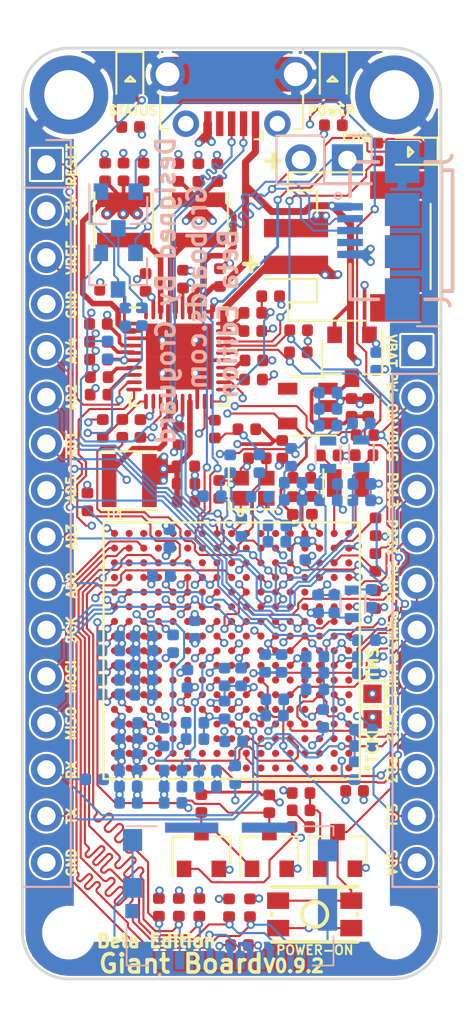
<source format=kicad_pcb>
(kicad_pcb (version 20171130) (host pcbnew "(5.1.0)-1")
  (layers (0 F.Cu signal) (1 In1.Cu power) (2 In2.Cu power) (31 B.Cu signal) (34 B.Paste user) (35 F.Paste user) (36 B.SilkS user) (37 F.SilkS user) (38 B.Mask user) (39 F.Mask user) (44 Edge.Cuts user))
  (net 0 "")
  (net 1 "Net-(L1-Pad1)")
  (net 2 "Net-(L2-Pad1)")
  (net 3 "Net-(L3-Pad1)")
  (net 4 "Net-(C1-Pad2)")
  (net 5 "Net-(C1-Pad1)")
  (net 6 GND)
  (net 7 "Net-(C3-Pad1)")
  (net 8 VDD_AUX2)
  (net 9 VDD_AUX1)
  (net 10 VDD_3V3)
  (net 11 VBAT)
  (net 12 "Net-(D2-Pad1)")
  (net 13 "Net-(Q2-Pad3)")
  (net 14 "Net-(R10-Pad2)")
  (net 15 "Net-(R12-Pad1)")
  (net 16 "Net-(Q1-Pad3)")
  (net 17 VBUS)
  (net 18 "Net-(C39-Pad1)")
  (net 19 "Net-(C40-Pad1)")
  (net 20 "Net-(C41-Pad1)")
  (net 21 "Net-(C48-Pad1)")
  (net 22 VDDFUSE)
  (net 23 VDDBU)
  (net 24 DDR_VREF)
  (net 25 VDDIOP2)
  (net 26 VDDIOP1)
  (net 27 VDDIOP0)
  (net 28 VDDAUDIOPLL)
  (net 29 VDDUTMII)
  (net 30 VDDOSC)
  (net 31 "Net-(C97-Pad1)")
  (net 32 "Net-(C96-Pad1)")
  (net 33 "Net-(C99-Pad1)")
  (net 34 "Net-(C98-Pad1)")
  (net 35 USBA_M)
  (net 36 USBA_P)
  (net 37 "Net-(R25-Pad1)")
  (net 38 "Net-(R27-Pad1)")
  (net 39 "Net-(R26-Pad1)")
  (net 40 "Net-(R24-Pad1)")
  (net 41 GNDUTMMI)
  (net 42 "Net-(C100-Pad1)")
  (net 43 "Net-(L6-Pad1)")
  (net 44 "Net-(L11-Pad1)")
  (net 45 "Net-(L12-Pad1)")
  (net 46 SHDN)
  (net 47 SPI0_MISO)
  (net 48 SPI0_MOSI)
  (net 49 SPI0_SCK)
  (net 50 AD2)
  (net 51 AD4)
  (net 52 AD1)
  (net 53 AD5)
  (net 54 AD3)
  (net 55 AD0)
  (net 56 RESET)
  (net 57 PWMH1)
  (net 58 POWER)
  (net 59 I2C_TWD0)
  (net 60 I2C_TWCK0)
  (net 61 I2C_TWCK1)
  (net 62 I2C_TWD1)
  (net 63 PWMH2)
  (net 64 PWMH3)
  (net 65 NRST)
  (net 66 VSYS_5V)
  (net 67 "Net-(R4-Pad2)")
  (net 68 PMIC_IRQ_PB13)
  (net 69 PMIC_CHGLEV_PA12)
  (net 70 VDDIODDR)
  (net 71 VDDCORE)
  (net 72 "FLEXCOM4_IO1 ")
  (net 73 SDMMC1_DAT2)
  (net 74 SDMMC1_DAT3)
  (net 75 SDMMC1_CMD)
  (net 76 SDMMC1_DAT1)
  (net 77 SDMMC1_DAT0)
  (net 78 SDMMC1_CK)
  (net 79 PWMEXTRG1-IRQ)
  (net 80 CGND)
  (net 81 ADTRG-IRQ)
  (net 82 "Net-(D4-Pad1)")
  (net 83 STATUS-LED)
  (net 84 USBB_M)
  (net 85 USBB_P)
  (net 86 "Net-(J3-Pad4)")
  (net 87 "Net-(J6-Pad9)")
  (net 88 WKUP)
  (net 89 "Net-(U1-PadC1)")
  (net 90 "Net-(U1-PadD1)")
  (net 91 "Net-(U1-PadE1)")
  (net 92 "Net-(U1-PadF1)")
  (net 93 "Net-(U1-PadG1)")
  (net 94 "Net-(U1-PadR1)")
  (net 95 "Net-(U1-PadA2)")
  (net 96 "Net-(U1-PadB2)")
  (net 97 "Net-(U1-PadD2)")
  (net 98 "Net-(U1-PadE2)")
  (net 99 "Net-(U1-PadG2)")
  (net 100 "Net-(U1-PadJ2)")
  (net 101 "Net-(U1-PadK2)")
  (net 102 RXD)
  (net 103 PIOBU2)
  (net 104 "Net-(U1-PadA3)")
  (net 105 "Net-(U1-PadB3)")
  (net 106 "Net-(U1-PadC3)")
  (net 107 "Net-(U1-PadD3)")
  (net 108 "Net-(U1-PadJ3)")
  (net 109 "Net-(U1-PadK3)")
  (net 110 PIOBU1)
  (net 111 PIOBU7)
  (net 112 LOWQ#)
  (net 113 "Net-(U1-PadR3)")
  (net 114 "Net-(U1-PadA4)")
  (net 115 "Net-(U1-PadB4)")
  (net 116 "Net-(U1-PadC4)")
  (net 117 "Net-(U1-PadE4)")
  (net 118 "Net-(U1-PadG4)")
  (net 119 "Net-(U1-PadH4)")
  (net 120 "Net-(U1-PadJ4)")
  (net 121 PIOBU4)
  (net 122 PIOBU3)
  (net 123 "Net-(U1-PadA5)")
  (net 124 "Net-(U1-PadB5)")
  (net 125 "Net-(U1-PadE5)")
  (net 126 "Net-(U1-PadG5)")
  (net 127 "Net-(U1-PadL5)")
  (net 128 PIOBU5)
  (net 129 PIOBU6)
  (net 130 "Net-(U1-PadA6)")
  (net 131 "Net-(U1-PadB6)")
  (net 132 "Net-(U1-PadC6)")
  (net 133 "Net-(U1-PadE6)")
  (net 134 "Net-(U1-PadF6)")
  (net 135 "Net-(U1-PadG6)")
  (net 136 "Net-(U1-PadH6)")
  (net 137 "Net-(U1-PadU6)")
  (net 138 "Net-(U1-PadA7)")
  (net 139 "Net-(U1-PadB7)")
  (net 140 "Net-(U1-PadC7)")
  (net 141 "Net-(U1-PadE7)")
  (net 142 "Net-(U1-PadF7)")
  (net 143 "Net-(U1-PadJ7)")
  (net 144 "Net-(U1-PadU7)")
  (net 145 "Net-(U1-PadA8)")
  (net 146 "Net-(U1-PadG8)")
  (net 147 "Net-(U1-PadH8)")
  (net 148 "Net-(U1-PadK8)")
  (net 149 "Net-(U1-PadP8)")
  (net 150 CLK_AUDIO)
  (net 151 "Net-(U1-PadA9)")
  (net 152 "Net-(U1-PadB9)")
  (net 153 "Net-(U1-PadC9)")
  (net 154 "Net-(U1-PadG9)")
  (net 155 "Net-(U1-PadH9)")
  (net 156 "Net-(U1-PadK9)")
  (net 157 "Net-(U1-PadN9)")
  (net 158 "Net-(U1-PadR9)")
  (net 159 "Net-(U1-PadB10)")
  (net 160 "Net-(U1-PadM10)")
  (net 161 "Net-(U1-PadR10)")
  (net 162 "Net-(U1-PadA11)")
  (net 163 "Net-(U1-PadL11)")
  (net 164 "Net-(U1-PadN11)")
  (net 165 "Net-(U1-PadR11)")
  (net 166 DATA)
  (net 167 STROBE)
  (net 168 UART1_TX)
  (net 169 "Net-(U1-PadN14)")
  (net 170 "Net-(U1-PadP14)")
  (net 171 "Net-(U1-PadT14)")
  (net 172 UART1_RX)
  (net 173 "Net-(U1-PadN15)")
  (net 174 "Net-(U1-PadP15)")
  (net 175 "Net-(U1-PadR15)")
  (net 176 "Net-(U1-PadM16)")
  (net 177 "Net-(U1-PadP16)")
  (net 178 "Net-(U1-PadR16)")
  (net 179 "Net-(U1-PadP17)")
  (net 180 "Net-(U1-PadR17)")
  (net 181 PWML1)
  (net 182 SDMMC1_CD)
  (net 183 "Net-(U1-PadM15)")
  (net 184 "Net-(D5-Pad1)")
  (net 185 "Net-(R39-Pad2)")
  (net 186 "Net-(J7-Pad4)")
  (net 187 "Net-(U1-PadG3)")
  (net 188 "Net-(U1-PadF4)")
  (net 189 "Net-(U1-PadA1)")
  (net 190 "Net-(U1-PadB1)")
  (net 191 "Net-(U1-PadL1)")
  (net 192 "Net-(U1-PadC2)")
  (net 193 "Net-(U1-PadM2)")
  (net 194 "Net-(U1-PadL3)")
  (net 195 "Net-(U1-PadL7)")
  (net 196 "Net-(U1-PadN7)")
  (net 197 "Net-(U1-PadM9)")
  (net 198 PMIC_LBO)
  (net 199 "Net-(U1-PadT13)")
  (net 200 "Net-(U1-PadU13)")
  (net 201 "Net-(U1-PadU14)")
  (net 202 "Net-(U1-PadU15)")
  (net 203 "Net-(U1-PadU16)")
  (net 204 "Net-(U2-Pad21)")
  (net 205 "Net-(Q3-Pad1)")
  (net 206 nPBSTAT)
  (net 207 ADVREF)
  (net 208 VDD_3V3_LP)
  (net 209 "Net-(C35-Pad1)")
  (net 210 PWML0)
  (net 211 "Net-(U3-Pad4)")
  (net 212 TMS)
  (net 213 TCK)
  (module footprints:1051620001 (layer B.Cu) (at 135.03726 116.64162 180)
    (fp_text reference J6 hide)
    (fp_text value 1051620001 hide)
    (pad 15 smd rect (at 2.095 3.9 90) (size 0.55 2.91) (layers B.Cu B.Paste B.Mask))
    (pad 14 smd rect (at -2.095 3.9 90) (size 0.55 2.91) (layers B.Cu B.Paste B.Mask))
    (pad 13 smd rect (at -5.325 -0.53 180) (size 1.05 2.39) (layers B.Cu B.Paste B.Mask) (net 80 CGND))
    (pad 12 smd rect (at -5.325 2.655 180) (size 1.05 1.2) (layers B.Cu B.Paste B.Mask) (net 80 CGND))
    (pad 11 smd rect (at 5.325 3.225 180) (size 1.05 1.2) (layers B.Cu B.Paste B.Mask) (net 80 CGND))
    (pad 10 smd rect (at 5.325 0.615 180) (size 1.05 1.08) (layers B.Cu B.Paste B.Mask) (net 80 CGND))
    (pad 9 smd rect (at 5.36 -0.655 180) (size 0.72 0.78) (layers B.Cu B.Paste B.Mask) (net 87 "Net-(J6-Pad9)"))
    (pad 8 smd rect (at -3.85 -3.335 180) (size 0.5 1) (layers B.Cu B.Paste B.Mask) (net 76 SDMMC1_DAT1))
    (pad 7 smd rect (at -2.75 -3.335 180) (size 0.5 1) (layers B.Cu B.Paste B.Mask) (net 77 SDMMC1_DAT0))
    (pad 6 smd rect (at -1.65 -3.335 180) (size 0.5 1) (layers B.Cu B.Paste B.Mask) (net 6 GND))
    (pad 5 smd rect (at -0.55 -3.335 180) (size 0.5 1) (layers B.Cu B.Paste B.Mask) (net 78 SDMMC1_CK))
    (pad 4 smd rect (at 0.55 -3.335 180) (size 0.5 1) (layers B.Cu B.Paste B.Mask) (net 10 VDD_3V3))
    (pad 3 smd rect (at 1.65 -3.335 180) (size 0.5 1) (layers B.Cu B.Paste B.Mask) (net 75 SDMMC1_CMD))
    (pad 2 smd rect (at 2.75 -3.335 180) (size 0.5 1) (layers B.Cu B.Paste B.Mask) (net 74 SDMMC1_DAT3))
    (pad 1 smd rect (at 3.85 -3.335 180) (size 0.5 1) (layers B.Cu B.Paste B.Mask) (net 73 SDMMC1_DAT2))
  )
  (module footprints:NetTie-2_SMD_Padsmall (layer F.Cu) (at 135.38726 101.08962)
    (fp_text reference NT2 hide)
    (fp_text value Net-Tie_2)
    (fp_poly (pts (xy -0.508 -0.0508) (xy -0.0508 -0.0508) (xy -0.0508 0.0508) (xy -0.508 0.0508)) (layer F.Cu) (width 0))
    (pad 2 smd circle (at -0.04572 0) (size 0.1 0.1) (layers F.Cu) (net 10 VDD_3V3))
    (pad 1 smd circle (at -0.499999 0) (size 0.1 0.1) (layers F.Cu) (net 207 ADVREF))
  )
  (module Capacitor_SMD:C_0402_1005Metric (layer B.Cu) (at 136.661407 94.688346)
    (fp_text reference C94 hide)
    (fp_text value 0.1uF)
    (pad 2 smd roundrect (at 0.485 0) (size 0.59 0.64) (layers B.Cu B.Paste B.Mask) (net 41 GNDUTMMI))
    (pad 1 smd roundrect (at -0.485 0) (size 0.59 0.64) (layers B.Cu B.Paste B.Mask) (net 29 VDDUTMII))
  )
  (module footprints:L_0603 (layer B.Cu) (at 142.2097 92.334451 270)
    (fp_text reference L11 hide)
    (fp_text value MLZ1608N100L)
    (pad 2 smd rect (at 0.75 0 270) (size 0.5 0.9) (layers B.Cu B.Paste B.Mask) (net 30 VDDOSC))
    (pad 1 smd rect (at -0.75 0 270) (size 0.5 0.9) (layers B.Cu B.Paste B.Mask) (net 44 "Net-(L11-Pad1)"))
  )
  (module footprints:L_0603 (layer B.Cu) (at 140.39096 92.38942 270)
    (fp_text reference L6 hide)
    (fp_text value MLZ1608N100L)
    (pad 1 smd rect (at -0.75 0 270) (size 0.5 0.9) (layers B.Cu B.Paste B.Mask) (net 43 "Net-(L6-Pad1)"))
    (pad 2 smd rect (at 0.75 0 270) (size 0.5 0.9) (layers B.Cu B.Paste B.Mask) (net 20 "Net-(C41-Pad1)"))
  )
  (module footprints:L_0603 (layer B.Cu) (at 141.74986 100.53082 270)
    (fp_text reference L12 hide)
    (fp_text value MLZ1608N100L)
    (pad 2 smd rect (at 0.75 0 270) (size 0.5 0.9) (layers B.Cu B.Paste B.Mask) (net 28 VDDAUDIOPLL))
    (pad 1 smd rect (at -0.75 0 270) (size 0.5 0.9) (layers B.Cu B.Paste B.Mask) (net 45 "Net-(L12-Pad1)"))
  )
  (module ATSAMA5D27C-D1G-CU:BGA289C80P17X17_1400X1400X120N (layer F.Cu) (at 135.12452 103.08938 180)
    (fp_text reference U1 (at 6.34168 7.42512 180) (layer F.SilkS) (effects (font (size 0.5 0.5) (thickness 0.1))))
    (fp_text value ATSAMA5D27C-D1G)
    (pad A1 smd circle (at -6.4 -6.4 180) (size 0.39 0.39) (layers F.Cu F.Paste F.Mask) (net 189 "Net-(U1-PadA1)"))
    (pad B1 smd circle (at -6.4 -5.6 180) (size 0.39 0.39) (layers F.Cu F.Paste F.Mask) (net 190 "Net-(U1-PadB1)"))
    (pad C1 smd circle (at -6.4 -4.8 180) (size 0.39 0.39) (layers F.Cu F.Paste F.Mask) (net 89 "Net-(U1-PadC1)"))
    (pad D1 smd circle (at -6.4 -4 180) (size 0.39 0.39) (layers F.Cu F.Paste F.Mask) (net 90 "Net-(U1-PadD1)"))
    (pad E1 smd circle (at -6.4 -3.2 180) (size 0.39 0.39) (layers F.Cu F.Paste F.Mask) (net 91 "Net-(U1-PadE1)"))
    (pad F1 smd circle (at -6.4 -2.4 180) (size 0.39 0.39) (layers F.Cu F.Paste F.Mask) (net 92 "Net-(U1-PadF1)"))
    (pad G1 smd circle (at -6.4 -1.6 180) (size 0.39 0.39) (layers F.Cu F.Paste F.Mask) (net 93 "Net-(U1-PadG1)"))
    (pad H1 smd circle (at -6.4 -0.8 180) (size 0.39 0.39) (layers F.Cu F.Paste F.Mask) (net 61 I2C_TWCK1))
    (pad J1 smd circle (at -6.4 0 180) (size 0.39 0.39) (layers F.Cu F.Paste F.Mask) (net 168 UART1_TX))
    (pad K1 smd circle (at -6.4 0.8 180) (size 0.39 0.39) (layers F.Cu F.Paste F.Mask) (net 212 TMS))
    (pad L1 smd circle (at -6.4 1.6 180) (size 0.39 0.39) (layers F.Cu F.Paste F.Mask) (net 191 "Net-(U1-PadL1)"))
    (pad M1 smd circle (at -6.4 2.4 180) (size 0.39 0.39) (layers F.Cu F.Paste F.Mask) (net 6 GND))
    (pad N1 smd circle (at -6.4 3.2 180) (size 0.39 0.39) (layers F.Cu F.Paste F.Mask) (net 72 "FLEXCOM4_IO1 "))
    (pad P1 smd circle (at -6.4 4 180) (size 0.39 0.39) (layers F.Cu F.Paste F.Mask) (net 50 AD2))
    (pad R1 smd circle (at -6.4 4.8 180) (size 0.39 0.39) (layers F.Cu F.Paste F.Mask) (net 94 "Net-(U1-PadR1)"))
    (pad T1 smd circle (at -6.4 5.6 180) (size 0.39 0.39) (layers F.Cu F.Paste F.Mask) (net 51 AD4))
    (pad U1 smd circle (at -6.4 6.4 180) (size 0.39 0.39) (layers F.Cu F.Paste F.Mask) (net 31 "Net-(C97-Pad1)"))
    (pad A2 smd circle (at -5.6 -6.4 180) (size 0.39 0.39) (layers F.Cu F.Paste F.Mask) (net 95 "Net-(U1-PadA2)"))
    (pad B2 smd circle (at -5.6 -5.6 180) (size 0.39 0.39) (layers F.Cu F.Paste F.Mask) (net 96 "Net-(U1-PadB2)"))
    (pad C2 smd circle (at -5.6 -4.8 180) (size 0.39 0.39) (layers F.Cu F.Paste F.Mask) (net 192 "Net-(U1-PadC2)"))
    (pad D2 smd circle (at -5.6 -4 180) (size 0.39 0.39) (layers F.Cu F.Paste F.Mask) (net 97 "Net-(U1-PadD2)"))
    (pad E2 smd circle (at -5.6 -3.2 180) (size 0.39 0.39) (layers F.Cu F.Paste F.Mask) (net 98 "Net-(U1-PadE2)"))
    (pad F2 smd circle (at -5.6 -2.4 180) (size 0.39 0.39) (layers F.Cu F.Paste F.Mask) (net 6 GND))
    (pad G2 smd circle (at -5.6 -1.6 180) (size 0.39 0.39) (layers F.Cu F.Paste F.Mask) (net 99 "Net-(U1-PadG2)"))
    (pad H2 smd circle (at -5.6 -0.8 180) (size 0.39 0.39) (layers F.Cu F.Paste F.Mask) (net 71 VDDCORE))
    (pad J2 smd circle (at -5.6 0 180) (size 0.39 0.39) (layers F.Cu F.Paste F.Mask) (net 100 "Net-(U1-PadJ2)"))
    (pad K2 smd circle (at -5.6 0.8 180) (size 0.39 0.39) (layers F.Cu F.Paste F.Mask) (net 101 "Net-(U1-PadK2)"))
    (pad L2 smd circle (at -5.6 1.6 180) (size 0.39 0.39) (layers F.Cu F.Paste F.Mask) (net 52 AD1))
    (pad M2 smd circle (at -5.6 2.4 180) (size 0.39 0.39) (layers F.Cu F.Paste F.Mask) (net 193 "Net-(U1-PadM2)"))
    (pad N2 smd circle (at -5.6 3.2 180) (size 0.39 0.39) (layers F.Cu F.Paste F.Mask) (net 102 RXD))
    (pad P2 smd circle (at -5.6 4 180) (size 0.39 0.39) (layers F.Cu F.Paste F.Mask) (net 103 PIOBU2))
    (pad R2 smd circle (at -5.6 4.8 180) (size 0.39 0.39) (layers F.Cu F.Paste F.Mask) (net 37 "Net-(R25-Pad1)"))
    (pad T2 smd circle (at -5.6 5.6 180) (size 0.39 0.39) (layers F.Cu F.Paste F.Mask) (net 38 "Net-(R27-Pad1)"))
    (pad U2 smd circle (at -5.6 6.4 180) (size 0.39 0.39) (layers F.Cu F.Paste F.Mask) (net 32 "Net-(C96-Pad1)"))
    (pad A3 smd circle (at -4.8 -6.4 180) (size 0.39 0.39) (layers F.Cu F.Paste F.Mask) (net 104 "Net-(U1-PadA3)"))
    (pad B3 smd circle (at -4.8 -5.6 180) (size 0.39 0.39) (layers F.Cu F.Paste F.Mask) (net 105 "Net-(U1-PadB3)"))
    (pad C3 smd circle (at -4.8 -4.8 180) (size 0.39 0.39) (layers F.Cu F.Paste F.Mask) (net 106 "Net-(U1-PadC3)"))
    (pad D3 smd circle (at -4.8 -4 180) (size 0.39 0.39) (layers F.Cu F.Paste F.Mask) (net 107 "Net-(U1-PadD3)"))
    (pad E3 smd circle (at -4.8 -3.2 180) (size 0.39 0.39) (layers F.Cu F.Paste F.Mask) (net 6 GND))
    (pad F3 smd circle (at -4.8 -2.4 180) (size 0.39 0.39) (layers F.Cu F.Paste F.Mask) (net 27 VDDIOP0))
    (pad G3 smd circle (at -4.8 -1.6 180) (size 0.39 0.39) (layers F.Cu F.Paste F.Mask) (net 187 "Net-(U1-PadG3)"))
    (pad H3 smd circle (at -4.8 -0.8 180) (size 0.39 0.39) (layers F.Cu F.Paste F.Mask) (net 10 VDD_3V3))
    (pad J3 smd circle (at -4.8 0 180) (size 0.39 0.39) (layers F.Cu F.Paste F.Mask) (net 108 "Net-(U1-PadJ3)"))
    (pad K3 smd circle (at -4.8 0.8 180) (size 0.39 0.39) (layers F.Cu F.Paste F.Mask) (net 109 "Net-(U1-PadK3)"))
    (pad L3 smd circle (at -4.8 1.6 180) (size 0.39 0.39) (layers F.Cu F.Paste F.Mask) (net 194 "Net-(U1-PadL3)"))
    (pad M3 smd circle (at -4.8 2.4 180) (size 0.39 0.39) (layers F.Cu F.Paste F.Mask) (net 110 PIOBU1))
    (pad N3 smd circle (at -4.8 3.2 180) (size 0.39 0.39) (layers F.Cu F.Paste F.Mask) (net 111 PIOBU7))
    (pad P3 smd circle (at -4.8 4 180) (size 0.39 0.39) (layers F.Cu F.Paste F.Mask) (net 112 LOWQ#))
    (pad R3 smd circle (at -4.8 4.8 180) (size 0.39 0.39) (layers F.Cu F.Paste F.Mask) (net 113 "Net-(U1-PadR3)"))
    (pad T3 smd circle (at -4.8 5.6 180) (size 0.39 0.39) (layers F.Cu F.Paste F.Mask) (net 6 GND))
    (pad U3 smd circle (at -4.8 6.4 180) (size 0.39 0.39) (layers F.Cu F.Paste F.Mask) (net 71 VDDCORE))
    (pad A4 smd circle (at -4 -6.4 180) (size 0.39 0.39) (layers F.Cu F.Paste F.Mask) (net 114 "Net-(U1-PadA4)"))
    (pad B4 smd circle (at -4 -5.6 180) (size 0.39 0.39) (layers F.Cu F.Paste F.Mask) (net 115 "Net-(U1-PadB4)"))
    (pad C4 smd circle (at -4 -4.8 180) (size 0.39 0.39) (layers F.Cu F.Paste F.Mask) (net 116 "Net-(U1-PadC4)"))
    (pad D4 smd circle (at -4 -4 180) (size 0.39 0.39) (layers F.Cu F.Paste F.Mask) (net 27 VDDIOP0))
    (pad E4 smd circle (at -4 -3.2 180) (size 0.39 0.39) (layers F.Cu F.Paste F.Mask) (net 117 "Net-(U1-PadE4)"))
    (pad F4 smd circle (at -4 -2.4 180) (size 0.39 0.39) (layers F.Cu F.Paste F.Mask) (net 188 "Net-(U1-PadF4)"))
    (pad G4 smd circle (at -4 -1.6 180) (size 0.39 0.39) (layers F.Cu F.Paste F.Mask) (net 118 "Net-(U1-PadG4)"))
    (pad H4 smd circle (at -4 -0.8 180) (size 0.39 0.39) (layers F.Cu F.Paste F.Mask) (net 119 "Net-(U1-PadH4)"))
    (pad J4 smd circle (at -4 0 180) (size 0.39 0.39) (layers F.Cu F.Paste F.Mask) (net 120 "Net-(U1-PadJ4)"))
    (pad K4 smd circle (at -4 0.8 180) (size 0.39 0.39) (layers F.Cu F.Paste F.Mask) (net 21 "Net-(C48-Pad1)"))
    (pad L4 smd circle (at -4 1.6 180) (size 0.39 0.39) (layers F.Cu F.Paste F.Mask) (net 53 AD5))
    (pad M4 smd circle (at -4 2.4 180) (size 0.39 0.39) (layers F.Cu F.Paste F.Mask) (net 28 VDDAUDIOPLL))
    (pad N4 smd circle (at -4 3.2 180) (size 0.39 0.39) (layers F.Cu F.Paste F.Mask) (net 121 PIOBU4))
    (pad P4 smd circle (at -4 4 180) (size 0.39 0.39) (layers F.Cu F.Paste F.Mask) (net 122 PIOBU3))
    (pad R4 smd circle (at -4 4.8 180) (size 0.39 0.39) (layers F.Cu F.Paste F.Mask) (net 39 "Net-(R26-Pad1)"))
    (pad T4 smd circle (at -4 5.6 180) (size 0.39 0.39) (layers F.Cu F.Paste F.Mask) (net 6 GND))
    (pad U4 smd circle (at -4 6.4 180) (size 0.39 0.39) (layers F.Cu F.Paste F.Mask) (net 6 GND))
    (pad A5 smd circle (at -3.2 -6.4 180) (size 0.39 0.39) (layers F.Cu F.Paste F.Mask) (net 123 "Net-(U1-PadA5)"))
    (pad B5 smd circle (at -3.2 -5.6 180) (size 0.39 0.39) (layers F.Cu F.Paste F.Mask) (net 124 "Net-(U1-PadB5)"))
    (pad C5 smd circle (at -3.2 -4.8 180) (size 0.39 0.39) (layers F.Cu F.Paste F.Mask) (net 68 PMIC_IRQ_PB13))
    (pad D5 smd circle (at -3.2 -4 180) (size 0.39 0.39) (layers F.Cu F.Paste F.Mask) (net 64 PWMH3))
    (pad E5 smd circle (at -3.2 -3.2 180) (size 0.39 0.39) (layers F.Cu F.Paste F.Mask) (net 125 "Net-(U1-PadE5)"))
    (pad F5 smd circle (at -3.2 -2.4 180) (size 0.39 0.39) (layers F.Cu F.Paste F.Mask) (net 57 PWMH1))
    (pad G5 smd circle (at -3.2 -1.6 180) (size 0.39 0.39) (layers F.Cu F.Paste F.Mask) (net 126 "Net-(U1-PadG5)"))
    (pad H5 smd circle (at -3.2 -0.8 180) (size 0.39 0.39) (layers F.Cu F.Paste F.Mask) (net 6 GND))
    (pad J5 smd circle (at -3.2 0 180) (size 0.39 0.39) (layers F.Cu F.Paste F.Mask) (net 21 "Net-(C48-Pad1)"))
    (pad K5 smd circle (at -3.2 0.8 180) (size 0.39 0.39) (layers F.Cu F.Paste F.Mask) (net 213 TCK))
    (pad L5 smd circle (at -3.2 1.6 180) (size 0.39 0.39) (layers F.Cu F.Paste F.Mask) (net 127 "Net-(U1-PadL5)"))
    (pad M5 smd circle (at -3.2 2.4 180) (size 0.39 0.39) (layers F.Cu F.Paste F.Mask) (net 128 PIOBU5))
    (pad N5 smd circle (at -3.2 3.2 180) (size 0.39 0.39) (layers F.Cu F.Paste F.Mask) (net 129 PIOBU6))
    (pad P5 smd circle (at -3.2 4 180) (size 0.39 0.39) (layers F.Cu F.Paste F.Mask) (net 6 GND))
    (pad R5 smd circle (at -3.2 4.8 180) (size 0.39 0.39) (layers F.Cu F.Paste F.Mask) (net 20 "Net-(C41-Pad1)"))
    (pad T5 smd circle (at -3.2 5.6 180) (size 0.39 0.39) (layers F.Cu F.Paste F.Mask) (net 6 GND))
    (pad U5 smd circle (at -3.2 6.4 180) (size 0.39 0.39) (layers F.Cu F.Paste F.Mask) (net 23 VDDBU))
    (pad A6 smd circle (at -2.4 -6.4 180) (size 0.39 0.39) (layers F.Cu F.Paste F.Mask) (net 130 "Net-(U1-PadA6)"))
    (pad B6 smd circle (at -2.4 -5.6 180) (size 0.39 0.39) (layers F.Cu F.Paste F.Mask) (net 131 "Net-(U1-PadB6)"))
    (pad C6 smd circle (at -2.4 -4.8 180) (size 0.39 0.39) (layers F.Cu F.Paste F.Mask) (net 132 "Net-(U1-PadC6)"))
    (pad D6 smd circle (at -2.4 -4 180) (size 0.39 0.39) (layers F.Cu F.Paste F.Mask) (net 6 GND))
    (pad E6 smd circle (at -2.4 -3.2 180) (size 0.39 0.39) (layers F.Cu F.Paste F.Mask) (net 133 "Net-(U1-PadE6)"))
    (pad F6 smd circle (at -2.4 -2.4 180) (size 0.39 0.39) (layers F.Cu F.Paste F.Mask) (net 134 "Net-(U1-PadF6)"))
    (pad G6 smd circle (at -2.4 -1.6 180) (size 0.39 0.39) (layers F.Cu F.Paste F.Mask) (net 135 "Net-(U1-PadG6)"))
    (pad H6 smd circle (at -2.4 -0.8 180) (size 0.39 0.39) (layers F.Cu F.Paste F.Mask) (net 136 "Net-(U1-PadH6)"))
    (pad J6 smd circle (at -2.4 0 180) (size 0.39 0.39) (layers F.Cu F.Paste F.Mask) (net 6 GND))
    (pad K6 smd circle (at -2.4 0.8 180) (size 0.39 0.39) (layers F.Cu F.Paste F.Mask) (net 6 GND))
    (pad L6 smd circle (at -2.4 1.6 180) (size 0.39 0.39) (layers F.Cu F.Paste F.Mask) (net 54 AD3))
    (pad M6 smd circle (at -2.4 2.4 180) (size 0.39 0.39) (layers F.Cu F.Paste F.Mask) (net 41 GNDUTMMI))
    (pad N6 smd circle (at -2.4 3.2 180) (size 0.39 0.39) (layers F.Cu F.Paste F.Mask) (net 30 VDDOSC))
    (pad P6 smd circle (at -2.4 4 180) (size 0.39 0.39) (layers F.Cu F.Paste F.Mask) (net 29 VDDUTMII))
    (pad R6 smd circle (at -2.4 4.8 180) (size 0.39 0.39) (layers F.Cu F.Paste F.Mask) (net 6 GND))
    (pad T6 smd circle (at -2.4 5.6 180) (size 0.39 0.39) (layers F.Cu F.Paste F.Mask) (net 42 "Net-(C100-Pad1)"))
    (pad U6 smd circle (at -2.4 6.4 180) (size 0.39 0.39) (layers F.Cu F.Paste F.Mask) (net 137 "Net-(U1-PadU6)"))
    (pad A7 smd circle (at -1.6 -6.4 180) (size 0.39 0.39) (layers F.Cu F.Paste F.Mask) (net 138 "Net-(U1-PadA7)"))
    (pad B7 smd circle (at -1.6 -5.6 180) (size 0.39 0.39) (layers F.Cu F.Paste F.Mask) (net 139 "Net-(U1-PadB7)"))
    (pad C7 smd circle (at -1.6 -4.8 180) (size 0.39 0.39) (layers F.Cu F.Paste F.Mask) (net 140 "Net-(U1-PadC7)"))
    (pad D7 smd circle (at -1.6 -4 180) (size 0.39 0.39) (layers F.Cu F.Paste F.Mask) (net 71 VDDCORE))
    (pad E7 smd circle (at -1.6 -3.2 180) (size 0.39 0.39) (layers F.Cu F.Paste F.Mask) (net 141 "Net-(U1-PadE7)"))
    (pad F7 smd circle (at -1.6 -2.4 180) (size 0.39 0.39) (layers F.Cu F.Paste F.Mask) (net 142 "Net-(U1-PadF7)"))
    (pad G7 smd circle (at -1.6 -1.6 180) (size 0.39 0.39) (layers F.Cu F.Paste F.Mask) (net 59 I2C_TWD0))
    (pad H7 smd circle (at -1.6 -0.8 180) (size 0.39 0.39) (layers F.Cu F.Paste F.Mask) (net 62 I2C_TWD1))
    (pad J7 smd circle (at -1.6 0 180) (size 0.39 0.39) (layers F.Cu F.Paste F.Mask) (net 143 "Net-(U1-PadJ7)"))
    (pad K7 smd circle (at -1.6 0.8 180) (size 0.39 0.39) (layers F.Cu F.Paste F.Mask) (net 6 GND))
    (pad L7 smd circle (at -1.6 1.6 180) (size 0.39 0.39) (layers F.Cu F.Paste F.Mask) (net 195 "Net-(U1-PadL7)"))
    (pad M7 smd circle (at -1.6 2.4 180) (size 0.39 0.39) (layers F.Cu F.Paste F.Mask) (net 18 "Net-(C39-Pad1)"))
    (pad N7 smd circle (at -1.6 3.2 180) (size 0.39 0.39) (layers F.Cu F.Paste F.Mask) (net 196 "Net-(U1-PadN7)"))
    (pad P7 smd circle (at -1.6 4 180) (size 0.39 0.39) (layers F.Cu F.Paste F.Mask) (net 71 VDDCORE))
    (pad R7 smd circle (at -1.6 4.8 180) (size 0.39 0.39) (layers F.Cu F.Paste F.Mask) (net 19 "Net-(C40-Pad1)"))
    (pad T7 smd circle (at -1.6 5.6 180) (size 0.39 0.39) (layers F.Cu F.Paste F.Mask) (net 40 "Net-(R24-Pad1)"))
    (pad U7 smd circle (at -1.6 6.4 180) (size 0.39 0.39) (layers F.Cu F.Paste F.Mask) (net 144 "Net-(U1-PadU7)"))
    (pad A8 smd circle (at -0.8 -6.4 180) (size 0.39 0.39) (layers F.Cu F.Paste F.Mask) (net 145 "Net-(U1-PadA8)"))
    (pad B8 smd circle (at -0.8 -5.6 180) (size 0.39 0.39) (layers F.Cu F.Paste F.Mask) (net 79 PWMEXTRG1-IRQ))
    (pad C8 smd circle (at -0.8 -4.8 180) (size 0.39 0.39) (layers F.Cu F.Paste F.Mask) (net 181 PWML1))
    (pad D8 smd circle (at -0.8 -4 180) (size 0.39 0.39) (layers F.Cu F.Paste F.Mask) (net 172 UART1_RX))
    (pad E8 smd circle (at -0.8 -3.2 180) (size 0.39 0.39) (layers F.Cu F.Paste F.Mask) (net 70 VDDIODDR))
    (pad F8 smd circle (at -0.8 -2.4 180) (size 0.39 0.39) (layers F.Cu F.Paste F.Mask) (net 6 GND))
    (pad G8 smd circle (at -0.8 -1.6 180) (size 0.39 0.39) (layers F.Cu F.Paste F.Mask) (net 146 "Net-(U1-PadG8)"))
    (pad H8 smd circle (at -0.8 -0.8 180) (size 0.39 0.39) (layers F.Cu F.Paste F.Mask) (net 147 "Net-(U1-PadH8)"))
    (pad J8 smd circle (at -0.8 0 180) (size 0.39 0.39) (layers F.Cu F.Paste F.Mask) (net 70 VDDIODDR))
    (pad K8 smd circle (at -0.8 0.8 180) (size 0.39 0.39) (layers F.Cu F.Paste F.Mask) (net 148 "Net-(U1-PadK8)"))
    (pad L8 smd circle (at -0.8 1.6 180) (size 0.39 0.39) (layers F.Cu F.Paste F.Mask) (net 55 AD0))
    (pad M8 smd circle (at -0.8 2.4 180) (size 0.39 0.39) (layers F.Cu F.Paste F.Mask) (net 81 ADTRG-IRQ))
    (pad N8 smd circle (at -0.8 3.2 180) (size 0.39 0.39) (layers F.Cu F.Paste F.Mask) (net 10 VDD_3V3))
    (pad P8 smd circle (at -0.8 4 180) (size 0.39 0.39) (layers F.Cu F.Paste F.Mask) (net 149 "Net-(U1-PadP8)"))
    (pad R8 smd circle (at -0.8 4.8 180) (size 0.39 0.39) (layers F.Cu F.Paste F.Mask) (net 6 GND))
    (pad T8 smd circle (at -0.8 5.6 180) (size 0.39 0.39) (layers F.Cu F.Paste F.Mask) (net 150 CLK_AUDIO))
    (pad U8 smd circle (at -0.8 6.4 180) (size 0.39 0.39) (layers F.Cu F.Paste F.Mask) (net 33 "Net-(C99-Pad1)"))
    (pad A9 smd circle (at 0 -6.4 180) (size 0.39 0.39) (layers F.Cu F.Paste F.Mask) (net 151 "Net-(U1-PadA9)"))
    (pad B9 smd circle (at 0 -5.6 180) (size 0.39 0.39) (layers F.Cu F.Paste F.Mask) (net 152 "Net-(U1-PadB9)"))
    (pad C9 smd circle (at 0 -4.8 180) (size 0.39 0.39) (layers F.Cu F.Paste F.Mask) (net 153 "Net-(U1-PadC9)"))
    (pad D9 smd circle (at 0 -4 180) (size 0.39 0.39) (layers F.Cu F.Paste F.Mask) (net 25 VDDIOP2))
    (pad E9 smd circle (at 0 -3.2 180) (size 0.39 0.39) (layers F.Cu F.Paste F.Mask) (net 71 VDDCORE))
    (pad F9 smd circle (at 0 -2.4 180) (size 0.39 0.39) (layers F.Cu F.Paste F.Mask))
    (pad G9 smd circle (at 0 -1.6 180) (size 0.39 0.39) (layers F.Cu F.Paste F.Mask) (net 154 "Net-(U1-PadG9)"))
    (pad H9 smd circle (at 0 -0.8 180) (size 0.39 0.39) (layers F.Cu F.Paste F.Mask) (net 155 "Net-(U1-PadH9)"))
    (pad J9 smd circle (at 0 0 180) (size 0.39 0.39) (layers F.Cu F.Paste F.Mask) (net 6 GND))
    (pad K9 smd circle (at 0 0.8 180) (size 0.39 0.39) (layers F.Cu F.Paste F.Mask) (net 156 "Net-(U1-PadK9)"))
    (pad L9 smd circle (at 0 1.6 180) (size 0.39 0.39) (layers F.Cu F.Paste F.Mask) (net 207 ADVREF))
    (pad M9 smd circle (at 0 2.4 180) (size 0.39 0.39) (layers F.Cu F.Paste F.Mask) (net 197 "Net-(U1-PadM9)"))
    (pad N9 smd circle (at 0 3.2 180) (size 0.39 0.39) (layers F.Cu F.Paste F.Mask) (net 157 "Net-(U1-PadN9)"))
    (pad P9 smd circle (at 0 4 180) (size 0.39 0.39) (layers F.Cu F.Paste F.Mask) (net 73 SDMMC1_DAT2))
    (pad R9 smd circle (at 0 4.8 180) (size 0.39 0.39) (layers F.Cu F.Paste F.Mask) (net 158 "Net-(U1-PadR9)"))
    (pad T9 smd circle (at 0 5.6 180) (size 0.39 0.39) (layers F.Cu F.Paste F.Mask))
    (pad U9 smd circle (at 0 6.4 180) (size 0.39 0.39) (layers F.Cu F.Paste F.Mask) (net 34 "Net-(C98-Pad1)"))
    (pad A10 smd circle (at 0.8 -6.4 180) (size 0.39 0.39) (layers F.Cu F.Paste F.Mask) (net 63 PWMH2))
    (pad B10 smd circle (at 0.8 -5.6 180) (size 0.39 0.39) (layers F.Cu F.Paste F.Mask) (net 159 "Net-(U1-PadB10)"))
    (pad C10 smd circle (at 0.8 -4.8 180) (size 0.39 0.39) (layers F.Cu F.Paste F.Mask))
    (pad D10 smd circle (at 0.8 -4 180) (size 0.39 0.39) (layers F.Cu F.Paste F.Mask))
    (pad E10 smd circle (at 0.8 -3.2 180) (size 0.39 0.39) (layers F.Cu F.Paste F.Mask) (net 6 GND))
    (pad F10 smd circle (at 0.8 -2.4 180) (size 0.39 0.39) (layers F.Cu F.Paste F.Mask))
    (pad G10 smd circle (at 0.8 -1.6 180) (size 0.39 0.39) (layers F.Cu F.Paste F.Mask) (net 6 GND))
    (pad H10 smd circle (at 0.8 -0.8 180) (size 0.39 0.39) (layers F.Cu F.Paste F.Mask) (net 70 VDDIODDR))
    (pad J10 smd circle (at 0.8 0 180) (size 0.39 0.39) (layers F.Cu F.Paste F.Mask) (net 24 DDR_VREF))
    (pad K10 smd circle (at 0.8 0.8 180) (size 0.39 0.39) (layers F.Cu F.Paste F.Mask) (net 6 GND))
    (pad L10 smd circle (at 0.8 1.6 180) (size 0.39 0.39) (layers F.Cu F.Paste F.Mask) (net 70 VDDIODDR))
    (pad M10 smd circle (at 0.8 2.4 180) (size 0.39 0.39) (layers F.Cu F.Paste F.Mask) (net 160 "Net-(U1-PadM10)"))
    (pad N10 smd circle (at 0.8 3.2 180) (size 0.39 0.39) (layers F.Cu F.Paste F.Mask) (net 60 I2C_TWCK0))
    (pad P10 smd circle (at 0.8 4 180) (size 0.39 0.39) (layers F.Cu F.Paste F.Mask) (net 74 SDMMC1_DAT3))
    (pad R10 smd circle (at 0.8 4.8 180) (size 0.39 0.39) (layers F.Cu F.Paste F.Mask) (net 161 "Net-(U1-PadR10)"))
    (pad T10 smd circle (at 0.8 5.6 180) (size 0.39 0.39) (layers F.Cu F.Paste F.Mask) (net 35 USBA_M))
    (pad U10 smd circle (at 0.8 6.4 180) (size 0.39 0.39) (layers F.Cu F.Paste F.Mask) (net 36 USBA_P))
    (pad A11 smd circle (at 1.6 -6.4 180) (size 0.39 0.39) (layers F.Cu F.Paste F.Mask) (net 162 "Net-(U1-PadA11)"))
    (pad B11 smd circle (at 1.6 -5.6 180) (size 0.39 0.39) (layers F.Cu F.Paste F.Mask))
    (pad C11 smd circle (at 1.6 -4.8 180) (size 0.39 0.39) (layers F.Cu F.Paste F.Mask))
    (pad D11 smd circle (at 1.6 -4 180) (size 0.39 0.39) (layers F.Cu F.Paste F.Mask))
    (pad E11 smd circle (at 1.6 -3.2 180) (size 0.39 0.39) (layers F.Cu F.Paste F.Mask) (net 70 VDDIODDR))
    (pad F11 smd circle (at 1.6 -2.4 180) (size 0.39 0.39) (layers F.Cu F.Paste F.Mask) (net 24 DDR_VREF))
    (pad G11 smd circle (at 1.6 -1.6 180) (size 0.39 0.39) (layers F.Cu F.Paste F.Mask))
    (pad H11 smd circle (at 1.6 -0.8 180) (size 0.39 0.39) (layers F.Cu F.Paste F.Mask))
    (pad J11 smd circle (at 1.6 0 180) (size 0.39 0.39) (layers F.Cu F.Paste F.Mask) (net 6 GND))
    (pad K11 smd circle (at 1.6 0.8 180) (size 0.39 0.39) (layers F.Cu F.Paste F.Mask) (net 6 GND))
    (pad L11 smd circle (at 1.6 1.6 180) (size 0.39 0.39) (layers F.Cu F.Paste F.Mask) (net 163 "Net-(U1-PadL11)"))
    (pad M11 smd circle (at 1.6 2.4 180) (size 0.39 0.39) (layers F.Cu F.Paste F.Mask) (net 47 SPI0_MISO))
    (pad N11 smd circle (at 1.6 3.2 180) (size 0.39 0.39) (layers F.Cu F.Paste F.Mask) (net 164 "Net-(U1-PadN11)"))
    (pad P11 smd circle (at 1.6 4 180) (size 0.39 0.39) (layers F.Cu F.Paste F.Mask) (net 6 GND))
    (pad R11 smd circle (at 1.6 4.8 180) (size 0.39 0.39) (layers F.Cu F.Paste F.Mask) (net 165 "Net-(U1-PadR11)"))
    (pad T11 smd circle (at 1.6 5.6 180) (size 0.39 0.39) (layers F.Cu F.Paste F.Mask) (net 84 USBB_M))
    (pad U11 smd circle (at 1.6 6.4 180) (size 0.39 0.39) (layers F.Cu F.Paste F.Mask) (net 85 USBB_P))
    (pad A12 smd circle (at 2.4 -6.4 180) (size 0.39 0.39) (layers F.Cu F.Paste F.Mask))
    (pad B12 smd circle (at 2.4 -5.6 180) (size 0.39 0.39) (layers F.Cu F.Paste F.Mask))
    (pad C12 smd circle (at 2.4 -4.8 180) (size 0.39 0.39) (layers F.Cu F.Paste F.Mask))
    (pad D12 smd circle (at 2.4 -4 180) (size 0.39 0.39) (layers F.Cu F.Paste F.Mask))
    (pad E12 smd circle (at 2.4 -3.2 180) (size 0.39 0.39) (layers F.Cu F.Paste F.Mask) (net 6 GND))
    (pad F12 smd circle (at 2.4 -2.4 180) (size 0.39 0.39) (layers F.Cu F.Paste F.Mask) (net 6 GND))
    (pad G12 smd circle (at 2.4 -1.6 180) (size 0.39 0.39) (layers F.Cu F.Paste F.Mask) (net 70 VDDIODDR))
    (pad H12 smd circle (at 2.4 -0.8 180) (size 0.39 0.39) (layers F.Cu F.Paste F.Mask) (net 6 GND))
    (pad J12 smd circle (at 2.4 0 180) (size 0.39 0.39) (layers F.Cu F.Paste F.Mask))
    (pad K12 smd circle (at 2.4 0.8 180) (size 0.39 0.39) (layers F.Cu F.Paste F.Mask))
    (pad L12 smd circle (at 2.4 1.6 180) (size 0.39 0.39) (layers F.Cu F.Paste F.Mask) (net 71 VDDCORE))
    (pad M12 smd circle (at 2.4 2.4 180) (size 0.39 0.39) (layers F.Cu F.Paste F.Mask) (net 6 GND))
    (pad N12 smd circle (at 2.4 3.2 180) (size 0.39 0.39) (layers F.Cu F.Paste F.Mask) (net 26 VDDIOP1))
    (pad P12 smd circle (at 2.4 4 180) (size 0.39 0.39) (layers F.Cu F.Paste F.Mask) (net 26 VDDIOP1))
    (pad R12 smd circle (at 2.4 4.8 180) (size 0.39 0.39) (layers F.Cu F.Paste F.Mask))
    (pad T12 smd circle (at 2.4 5.6 180) (size 0.39 0.39) (layers F.Cu F.Paste F.Mask) (net 166 DATA))
    (pad U12 smd circle (at 2.4 6.4 180) (size 0.39 0.39) (layers F.Cu F.Paste F.Mask) (net 167 STROBE))
    (pad A13 smd circle (at 3.2 -6.4 180) (size 0.39 0.39) (layers F.Cu F.Paste F.Mask))
    (pad B13 smd circle (at 3.2 -5.6 180) (size 0.39 0.39) (layers F.Cu F.Paste F.Mask))
    (pad C13 smd circle (at 3.2 -4.8 180) (size 0.39 0.39) (layers F.Cu F.Paste F.Mask))
    (pad D13 smd circle (at 3.2 -4 180) (size 0.39 0.39) (layers F.Cu F.Paste F.Mask))
    (pad E13 smd circle (at 3.2 -3.2 180) (size 0.39 0.39) (layers F.Cu F.Paste F.Mask))
    (pad F13 smd circle (at 3.2 -2.4 180) (size 0.39 0.39) (layers F.Cu F.Paste F.Mask))
    (pad G13 smd circle (at 3.2 -1.6 180) (size 0.39 0.39) (layers F.Cu F.Paste F.Mask))
    (pad H13 smd circle (at 3.2 -0.8 180) (size 0.39 0.39) (layers F.Cu F.Paste F.Mask))
    (pad J13 smd circle (at 3.2 0 180) (size 0.39 0.39) (layers F.Cu F.Paste F.Mask))
    (pad K13 smd circle (at 3.2 0.8 180) (size 0.39 0.39) (layers F.Cu F.Paste F.Mask))
    (pad L13 smd circle (at 3.2 1.6 180) (size 0.39 0.39) (layers F.Cu F.Paste F.Mask))
    (pad M13 smd circle (at 3.2 2.4 180) (size 0.39 0.39) (layers F.Cu F.Paste F.Mask) (net 198 PMIC_LBO))
    (pad N13 smd circle (at 3.2 3.2 180) (size 0.39 0.39) (layers F.Cu F.Paste F.Mask) (net 22 VDDFUSE))
    (pad P13 smd circle (at 3.2 4 180) (size 0.39 0.39) (layers F.Cu F.Paste F.Mask) (net 210 PWML0))
    (pad R13 smd circle (at 3.2 4.8 180) (size 0.39 0.39) (layers F.Cu F.Paste F.Mask) (net 182 SDMMC1_CD))
    (pad T13 smd circle (at 3.2 5.6 180) (size 0.39 0.39) (layers F.Cu F.Paste F.Mask) (net 199 "Net-(U1-PadT13)"))
    (pad U13 smd circle (at 3.2 6.4 180) (size 0.39 0.39) (layers F.Cu F.Paste F.Mask) (net 200 "Net-(U1-PadU13)"))
    (pad A14 smd circle (at 4 -6.4 180) (size 0.39 0.39) (layers F.Cu F.Paste F.Mask))
    (pad B14 smd circle (at 4 -5.6 180) (size 0.39 0.39) (layers F.Cu F.Paste F.Mask))
    (pad C14 smd circle (at 4 -4.8 180) (size 0.39 0.39) (layers F.Cu F.Paste F.Mask))
    (pad D14 smd circle (at 4 -4 180) (size 0.39 0.39) (layers F.Cu F.Paste F.Mask))
    (pad E14 smd circle (at 4 -3.2 180) (size 0.39 0.39) (layers F.Cu F.Paste F.Mask) (net 6 GND))
    (pad F14 smd circle (at 4 -2.4 180) (size 0.39 0.39) (layers F.Cu F.Paste F.Mask))
    (pad G14 smd circle (at 4 -1.6 180) (size 0.39 0.39) (layers F.Cu F.Paste F.Mask))
    (pad H14 smd circle (at 4 -0.8 180) (size 0.39 0.39) (layers F.Cu F.Paste F.Mask))
    (pad J14 smd circle (at 4 0 180) (size 0.39 0.39) (layers F.Cu F.Paste F.Mask))
    (pad K14 smd circle (at 4 0.8 180) (size 0.39 0.39) (layers F.Cu F.Paste F.Mask))
    (pad L14 smd circle (at 4 1.6 180) (size 0.39 0.39) (layers F.Cu F.Paste F.Mask) (net 70 VDDIODDR))
    (pad M14 smd circle (at 4 2.4 180) (size 0.39 0.39) (layers F.Cu F.Paste F.Mask) (net 6 GND))
    (pad N14 smd circle (at 4 3.2 180) (size 0.39 0.39) (layers F.Cu F.Paste F.Mask) (net 169 "Net-(U1-PadN14)"))
    (pad P14 smd circle (at 4 4 180) (size 0.39 0.39) (layers F.Cu F.Paste F.Mask) (net 170 "Net-(U1-PadP14)"))
    (pad R14 smd circle (at 4 4.8 180) (size 0.39 0.39) (layers F.Cu F.Paste F.Mask) (net 75 SDMMC1_CMD))
    (pad T14 smd circle (at 4 5.6 180) (size 0.39 0.39) (layers F.Cu F.Paste F.Mask) (net 171 "Net-(U1-PadT14)"))
    (pad U14 smd circle (at 4 6.4 180) (size 0.39 0.39) (layers F.Cu F.Paste F.Mask) (net 201 "Net-(U1-PadU14)"))
    (pad A15 smd circle (at 4.8 -6.4 180) (size 0.39 0.39) (layers F.Cu F.Paste F.Mask))
    (pad B15 smd circle (at 4.8 -5.6 180) (size 0.39 0.39) (layers F.Cu F.Paste F.Mask))
    (pad C15 smd circle (at 4.8 -4.8 180) (size 0.39 0.39) (layers F.Cu F.Paste F.Mask))
    (pad D15 smd circle (at 4.8 -4 180) (size 0.39 0.39) (layers F.Cu F.Paste F.Mask) (net 6 GND))
    (pad E15 smd circle (at 4.8 -3.2 180) (size 0.39 0.39) (layers F.Cu F.Paste F.Mask) (net 70 VDDIODDR))
    (pad F15 smd circle (at 4.8 -2.4 180) (size 0.39 0.39) (layers F.Cu F.Paste F.Mask) (net 70 VDDIODDR))
    (pad G15 smd circle (at 4.8 -1.6 180) (size 0.39 0.39) (layers F.Cu F.Paste F.Mask) (net 70 VDDIODDR))
    (pad H15 smd circle (at 4.8 -0.8 180) (size 0.39 0.39) (layers F.Cu F.Paste F.Mask) (net 70 VDDIODDR))
    (pad J15 smd circle (at 4.8 0 180) (size 0.39 0.39) (layers F.Cu F.Paste F.Mask) (net 70 VDDIODDR))
    (pad K15 smd circle (at 4.8 0.8 180) (size 0.39 0.39) (layers F.Cu F.Paste F.Mask) (net 70 VDDIODDR))
    (pad L15 smd circle (at 4.8 1.6 180) (size 0.39 0.39) (layers F.Cu F.Paste F.Mask) (net 70 VDDIODDR))
    (pad M15 smd circle (at 4.8 2.4 180) (size 0.39 0.39) (layers F.Cu F.Paste F.Mask) (net 183 "Net-(U1-PadM15)"))
    (pad N15 smd circle (at 4.8 3.2 180) (size 0.39 0.39) (layers F.Cu F.Paste F.Mask) (net 173 "Net-(U1-PadN15)"))
    (pad P15 smd circle (at 4.8 4 180) (size 0.39 0.39) (layers F.Cu F.Paste F.Mask) (net 174 "Net-(U1-PadP15)"))
    (pad R15 smd circle (at 4.8 4.8 180) (size 0.39 0.39) (layers F.Cu F.Paste F.Mask) (net 175 "Net-(U1-PadR15)"))
    (pad T15 smd circle (at 4.8 5.6 180) (size 0.39 0.39) (layers F.Cu F.Paste F.Mask) (net 76 SDMMC1_DAT1))
    (pad U15 smd circle (at 4.8 6.4 180) (size 0.39 0.39) (layers F.Cu F.Paste F.Mask) (net 202 "Net-(U1-PadU15)"))
    (pad A16 smd circle (at 5.6 -6.4 180) (size 0.39 0.39) (layers F.Cu F.Paste F.Mask) (net 70 VDDIODDR))
    (pad B16 smd circle (at 5.6 -5.6 180) (size 0.39 0.39) (layers F.Cu F.Paste F.Mask) (net 70 VDDIODDR))
    (pad C16 smd circle (at 5.6 -4.8 180) (size 0.39 0.39) (layers F.Cu F.Paste F.Mask) (net 70 VDDIODDR))
    (pad D16 smd circle (at 5.6 -4 180) (size 0.39 0.39) (layers F.Cu F.Paste F.Mask) (net 70 VDDIODDR))
    (pad E16 smd circle (at 5.6 -3.2 180) (size 0.39 0.39) (layers F.Cu F.Paste F.Mask) (net 70 VDDIODDR))
    (pad F16 smd circle (at 5.6 -2.4 180) (size 0.39 0.39) (layers F.Cu F.Paste F.Mask) (net 6 GND))
    (pad G16 smd circle (at 5.6 -1.6 180) (size 0.39 0.39) (layers F.Cu F.Paste F.Mask) (net 6 GND))
    (pad H16 smd circle (at 5.6 -0.8 180) (size 0.39 0.39) (layers F.Cu F.Paste F.Mask) (net 6 GND))
    (pad J16 smd circle (at 5.6 0 180) (size 0.39 0.39) (layers F.Cu F.Paste F.Mask) (net 6 GND))
    (pad K16 smd circle (at 5.6 0.8 180) (size 0.39 0.39) (layers F.Cu F.Paste F.Mask) (net 6 GND))
    (pad L16 smd circle (at 5.6 1.6 180) (size 0.39 0.39) (layers F.Cu F.Paste F.Mask) (net 70 VDDIODDR))
    (pad M16 smd circle (at 5.6 2.4 180) (size 0.39 0.39) (layers F.Cu F.Paste F.Mask) (net 176 "Net-(U1-PadM16)"))
    (pad N16 smd circle (at 5.6 3.2 180) (size 0.39 0.39) (layers F.Cu F.Paste F.Mask) (net 48 SPI0_MOSI))
    (pad P16 smd circle (at 5.6 4 180) (size 0.39 0.39) (layers F.Cu F.Paste F.Mask) (net 177 "Net-(U1-PadP16)"))
    (pad R16 smd circle (at 5.6 4.8 180) (size 0.39 0.39) (layers F.Cu F.Paste F.Mask) (net 178 "Net-(U1-PadR16)"))
    (pad T16 smd circle (at 5.6 5.6 180) (size 0.39 0.39) (layers F.Cu F.Paste F.Mask) (net 77 SDMMC1_DAT0))
    (pad U16 smd circle (at 5.6 6.4 180) (size 0.39 0.39) (layers F.Cu F.Paste F.Mask) (net 203 "Net-(U1-PadU16)"))
    (pad A17 smd circle (at 6.4 -6.4 180) (size 0.39 0.39) (layers F.Cu F.Paste F.Mask) (net 6 GND))
    (pad B17 smd circle (at 6.4 -5.6 180) (size 0.39 0.39) (layers F.Cu F.Paste F.Mask) (net 6 GND))
    (pad C17 smd circle (at 6.4 -4.8 180) (size 0.39 0.39) (layers F.Cu F.Paste F.Mask) (net 6 GND))
    (pad D17 smd circle (at 6.4 -4 180) (size 0.39 0.39) (layers F.Cu F.Paste F.Mask) (net 6 GND))
    (pad E17 smd circle (at 6.4 -3.2 180) (size 0.39 0.39) (layers F.Cu F.Paste F.Mask) (net 6 GND))
    (pad F17 smd circle (at 6.4 -2.4 180) (size 0.39 0.39) (layers F.Cu F.Paste F.Mask) (net 6 GND))
    (pad G17 smd circle (at 6.4 -1.6 180) (size 0.39 0.39) (layers F.Cu F.Paste F.Mask) (net 70 VDDIODDR))
    (pad H17 smd circle (at 6.4 -0.8 180) (size 0.39 0.39) (layers F.Cu F.Paste F.Mask) (net 6 GND))
    (pad J17 smd circle (at 6.4 0 180) (size 0.39 0.39) (layers F.Cu F.Paste F.Mask) (net 70 VDDIODDR))
    (pad K17 smd circle (at 6.4 0.8 180) (size 0.39 0.39) (layers F.Cu F.Paste F.Mask) (net 6 GND))
    (pad L17 smd circle (at 6.4 1.6 180) (size 0.39 0.39) (layers F.Cu F.Paste F.Mask) (net 6 GND))
    (pad M17 smd circle (at 6.4 2.4 180) (size 0.39 0.39) (layers F.Cu F.Paste F.Mask) (net 49 SPI0_SCK))
    (pad N17 smd circle (at 6.4 3.2 180) (size 0.39 0.39) (layers F.Cu F.Paste F.Mask) (net 69 PMIC_CHGLEV_PA12))
    (pad P17 smd circle (at 6.4 4 180) (size 0.39 0.39) (layers F.Cu F.Paste F.Mask) (net 179 "Net-(U1-PadP17)"))
    (pad R17 smd circle (at 6.4 4.8 180) (size 0.39 0.39) (layers F.Cu F.Paste F.Mask) (net 180 "Net-(U1-PadR17)"))
    (pad T17 smd circle (at 6.4 5.6 180) (size 0.39 0.39) (layers F.Cu F.Paste F.Mask) (net 78 SDMMC1_CK))
    (pad U17 smd circle (at 6.4 6.4 180) (size 0.39 0.39) (layers F.Cu F.Paste F.Mask) (net 83 STATUS-LED))
  )
  (module Capacitor_SMD:C_0402_1005Metric (layer F.Cu) (at 127.89162 88.15594 180)
    (fp_text reference C4 hide)
    (fp_text value 2.2uF)
    (pad 2 smd roundrect (at 0.485 0 180) (size 0.59 0.64) (layers F.Cu F.Paste F.Mask) (net 6 GND))
    (pad 1 smd roundrect (at -0.485 0 180) (size 0.59 0.64) (layers F.Cu F.Paste F.Mask) (net 8 VDD_AUX2))
  )
  (module Mounting_Holes:MountingHole_2.7mm_M2.5_DIN965_Pad (layer F.Cu) (at 144.01808 72.75084)
    (fp_text reference MH1 hide)
    (fp_text value Conn_01x01)
    (pad 1 thru_hole circle (at 0 0) (size 4.3 4.3) (drill 2.7) (layers *.Cu *.Mask) (net 80 CGND))
  )
  (module Mounting_Holes:MountingHole_2.7mm_M2.5_DIN965_Pad (layer F.Cu) (at 126.23808 72.75084)
    (fp_text reference MH2 hide)
    (fp_text value Conn_01x01)
    (pad 1 thru_hole circle (at 0 0) (size 4.3 4.3) (drill 2.7) (layers *.Cu *.Mask) (net 80 CGND))
  )
  (module TO_SOT_Packages_SMD:SC-59 (layer F.Cu) (at 141.69906 87.04342 270)
    (fp_text reference D3 hide)
    (fp_text value BAT54C)
    (pad 3 smd rect (at 1.2 0 270) (size 0.9 0.8) (layers F.Cu F.Paste F.Mask) (net 209 "Net-(C35-Pad1)"))
    (pad 2 smd rect (at -1.2 0.95 270) (size 0.9 0.8) (layers F.Cu F.Paste F.Mask) (net 17 VBUS))
    (pad 1 smd rect (at -1.2 -0.95 270) (size 0.9 0.8) (layers F.Cu F.Paste F.Mask) (net 11 VBAT))
  )
  (module OSD3358-CHIP:USB_Micro-B_Molex-105017-0001 (layer F.Cu) (at 135.12452 71.97438 180)
    (fp_text reference J3 hide)
    (fp_text value USB_B_Micro)
    (pad 6 smd rect (at 1 0.35 180) (size 1.5 1.9) (layers F.Cu F.Paste F.Mask) (net 80 CGND))
    (pad 6 thru_hole circle (at -2.5 -2.35 180) (size 1.45 1.45) (drill 0.85) (layers *.Cu *.Mask) (net 80 CGND))
    (pad 2 smd rect (at -0.65 -2.35 180) (size 0.4 1.35) (layers F.Cu F.Paste F.Mask) (net 35 USBA_M))
    (pad 1 smd rect (at -1.3 -2.35 180) (size 0.4 1.35) (layers F.Cu F.Paste F.Mask) (net 17 VBUS))
    (pad 5 smd rect (at 1.3 -2.35 180) (size 0.4 1.35) (layers F.Cu F.Paste F.Mask) (net 6 GND))
    (pad 4 smd rect (at 0.65 -2.35 180) (size 0.4 1.35) (layers F.Cu F.Paste F.Mask) (net 86 "Net-(J3-Pad4)"))
    (pad 3 smd rect (at 0 -2.35 180) (size 0.4 1.35) (layers F.Cu F.Paste F.Mask) (net 36 USBA_P))
    (pad 6 thru_hole circle (at 2.5 -2.35 180) (size 1.45 1.45) (drill 0.85) (layers *.Cu *.Mask) (net 80 CGND))
    (pad 6 smd rect (at -1 0.35 180) (size 1.5 1.9) (layers F.Cu F.Paste F.Mask) (net 80 CGND))
    (pad 6 thru_hole oval (at -3.5 0.35) (size 1.9 1.9) (drill 1.3) (layers *.Cu *.Mask) (net 80 CGND))
    (pad 6 thru_hole circle (at 3.5 0.35 180) (size 1.9 1.9) (drill 1.3) (layers *.Cu *.Mask) (net 80 CGND))
    (pad 6 smd rect (at 2.9 0.35 180) (size 1.2 1.9) (layers F.Cu F.Mask) (net 80 CGND))
    (pad 6 smd rect (at -2.9 0.35 180) (size 1.2 1.9) (layers F.Cu F.Mask) (net 80 CGND))
  )
  (module Pin_Headers:Pin_Header_Straight_1x16_Pitch2.54mm (layer B.Cu) (at 125.00618 76.54638 180)
    (fp_text reference J1 hide)
    (fp_text value Conn_01x16)
    (pad 16 thru_hole oval (at 0 -38.1 180) (size 1.7 1.7) (drill 1) (layers *.Cu *.Mask) (net 6 GND))
    (pad 15 thru_hole oval (at 0 -35.56 180) (size 1.7 1.7) (drill 1) (layers *.Cu *.Mask) (net 168 UART1_TX))
    (pad 14 thru_hole oval (at 0 -33.02 180) (size 1.7 1.7) (drill 1) (layers *.Cu *.Mask) (net 172 UART1_RX))
    (pad 13 thru_hole oval (at 0 -30.48 180) (size 1.7 1.7) (drill 1) (layers *.Cu *.Mask) (net 47 SPI0_MISO))
    (pad 12 thru_hole oval (at 0 -27.94 180) (size 1.7 1.7) (drill 1) (layers *.Cu *.Mask) (net 48 SPI0_MOSI))
    (pad 11 thru_hole oval (at 0 -25.4 180) (size 1.7 1.7) (drill 1) (layers *.Cu *.Mask) (net 49 SPI0_SCK))
    (pad 10 thru_hole oval (at 0 -22.86 180) (size 1.7 1.7) (drill 1) (layers *.Cu *.Mask) (net 55 AD0))
    (pad 9 thru_hole oval (at 0 -20.32 180) (size 1.7 1.7) (drill 1) (layers *.Cu *.Mask) (net 54 AD3))
    (pad 8 thru_hole oval (at 0 -17.78 180) (size 1.7 1.7) (drill 1) (layers *.Cu *.Mask) (net 53 AD5))
    (pad 7 thru_hole oval (at 0 -15.24 180) (size 1.7 1.7) (drill 1) (layers *.Cu *.Mask) (net 52 AD1))
    (pad 6 thru_hole oval (at 0 -12.7 180) (size 1.7 1.7) (drill 1) (layers *.Cu *.Mask) (net 50 AD2))
    (pad 5 thru_hole oval (at 0 -10.16 180) (size 1.7 1.7) (drill 1) (layers *.Cu *.Mask) (net 51 AD4))
    (pad 4 thru_hole oval (at 0 -7.62 180) (size 1.7 1.7) (drill 1) (layers *.Cu *.Mask) (net 6 GND))
    (pad 3 thru_hole oval (at 0 -5.08 180) (size 1.7 1.7) (drill 1) (layers *.Cu *.Mask) (net 207 ADVREF))
    (pad 2 thru_hole oval (at 0 -2.54 180) (size 1.7 1.7) (drill 1) (layers *.Cu *.Mask) (net 10 VDD_3V3))
    (pad 1 thru_hole rect (at 0 0 180) (size 1.7 1.7) (drill 1) (layers *.Cu *.Mask) (net 56 RESET))
  )
  (module Pin_Headers:Pin_Header_Straight_1x12_Pitch2.54mm (layer B.Cu) (at 145.24236 86.70814 180)
    (fp_text reference J2 hide)
    (fp_text value Conn_01x12)
    (pad 1 thru_hole rect (at 0 0 180) (size 1.7 1.7) (drill 1) (layers *.Cu *.Mask) (net 11 VBAT))
    (pad 2 thru_hole oval (at 0 -2.54 180) (size 1.7 1.7) (drill 1) (layers *.Cu *.Mask) (net 58 POWER))
    (pad 3 thru_hole oval (at 0 -5.08 180) (size 1.7 1.7) (drill 1) (layers *.Cu *.Mask) (net 17 VBUS))
    (pad 4 thru_hole oval (at 0 -7.62 180) (size 1.7 1.7) (drill 1) (layers *.Cu *.Mask) (net 72 "FLEXCOM4_IO1 "))
    (pad 5 thru_hole oval (at 0 -10.16 180) (size 1.7 1.7) (drill 1) (layers *.Cu *.Mask) (net 81 ADTRG-IRQ))
    (pad 6 thru_hole oval (at 0 -12.7 180) (size 1.7 1.7) (drill 1) (layers *.Cu *.Mask) (net 57 PWMH1))
    (pad 7 thru_hole oval (at 0 -15.24 180) (size 1.7 1.7) (drill 1) (layers *.Cu *.Mask) (net 64 PWMH3))
    (pad 8 thru_hole oval (at 0 -17.78 180) (size 1.7 1.7) (drill 1) (layers *.Cu *.Mask) (net 181 PWML1))
    (pad 9 thru_hole oval (at 0 -20.32 180) (size 1.7 1.7) (drill 1) (layers *.Cu *.Mask) (net 63 PWMH2))
    (pad 10 thru_hole oval (at 0 -22.86 180) (size 1.7 1.7) (drill 1) (layers *.Cu *.Mask) (net 79 PWMEXTRG1-IRQ))
    (pad 11 thru_hole oval (at 0 -25.4 180) (size 1.7 1.7) (drill 1) (layers *.Cu *.Mask) (net 60 I2C_TWCK0))
    (pad 12 thru_hole oval (at 0 -27.94 180) (size 1.7 1.7) (drill 1) (layers *.Cu *.Mask) (net 59 I2C_TWD0))
  )
  (module Connectors_JST:JST_PH_S2B-PH-SM4-TB_02x2.00mm_Angled (layer F.Cu) (at 141.51646 81.02642 90)
    (fp_text reference J4 hide)
    (fp_text value Conn_01x02)
    (pad "" smd rect (at 3.35 2.875 90) (size 1.5 3.4) (layers F.Cu F.Paste F.Mask))
    (pad "" smd rect (at -3.35 2.875 90) (size 1.5 3.4) (layers F.Cu F.Paste F.Mask))
    (pad 2 smd rect (at 1 -2.875 90) (size 1 3.5) (layers F.Cu F.Paste F.Mask) (net 6 GND))
    (pad 1 smd rect (at -1 -2.875 90) (size 1 3.5) (layers F.Cu F.Paste F.Mask) (net 11 VBAT))
  )
  (module Housings_DFN_QFN:QFN-40-1EP_5x5mm_Pitch0.4mm (layer F.Cu) (at 132.24462 87.036466)
    (fp_text reference U2 hide)
    (fp_text value ACT8945AQJ305-T)
    (pad 1 smd oval (at -2.45 -1.8) (size 0.85 0.2) (layers F.Cu F.Paste F.Mask) (net 7 "Net-(C3-Pad1)"))
    (pad 2 smd oval (at -2.45 -1.4) (size 0.85 0.2) (layers F.Cu F.Paste F.Mask) (net 70 VDDIODDR))
    (pad 3 smd oval (at -2.45 -1) (size 0.85 0.2) (layers F.Cu F.Paste F.Mask) (net 6 GND))
    (pad 4 smd oval (at -2.45 -0.6) (size 0.85 0.2) (layers F.Cu F.Paste F.Mask) (net 22 VDDFUSE))
    (pad 5 smd oval (at -2.45 -0.2) (size 0.85 0.2) (layers F.Cu F.Paste F.Mask) (net 208 VDD_3V3_LP))
    (pad 6 smd oval (at -2.45 0.2) (size 0.85 0.2) (layers F.Cu F.Paste F.Mask) (net 66 VSYS_5V))
    (pad 7 smd oval (at -2.45 0.6) (size 0.85 0.2) (layers F.Cu F.Paste F.Mask) (net 8 VDD_AUX2))
    (pad 8 smd oval (at -2.45 1) (size 0.85 0.2) (layers F.Cu F.Paste F.Mask) (net 9 VDD_AUX1))
    (pad 9 smd oval (at -2.45 1.4) (size 0.85 0.2) (layers F.Cu F.Paste F.Mask) (net 56 RESET))
    (pad 10 smd oval (at -2.45 1.8) (size 0.85 0.2) (layers F.Cu F.Paste F.Mask) (net 13 "Net-(Q2-Pad3)"))
    (pad 11 smd oval (at -1.8 2.45 90) (size 0.85 0.2) (layers F.Cu F.Paste F.Mask) (net 65 NRST))
    (pad 12 smd oval (at -1.4 2.45 90) (size 0.85 0.2) (layers F.Cu F.Paste F.Mask) (net 68 PMIC_IRQ_PB13))
    (pad 13 smd oval (at -1 2.45 90) (size 0.85 0.2) (layers F.Cu F.Paste F.Mask) (net 206 nPBSTAT))
    (pad 14 smd oval (at -0.6 2.45 90) (size 0.85 0.2) (layers F.Cu F.Paste F.Mask) (net 6 GND))
    (pad 15 smd oval (at -0.2 2.45 90) (size 0.85 0.2) (layers F.Cu F.Paste F.Mask) (net 3 "Net-(L3-Pad1)"))
    (pad 16 smd oval (at 0.2 2.45 90) (size 0.85 0.2) (layers F.Cu F.Paste F.Mask) (net 66 VSYS_5V))
    (pad 17 smd oval (at 0.6 2.45 90) (size 0.85 0.2) (layers F.Cu F.Paste F.Mask) (net 10 VDD_3V3))
    (pad 18 smd oval (at 1 2.45 90) (size 0.85 0.2) (layers F.Cu F.Paste F.Mask) (net 6 GND))
    (pad 19 smd oval (at 1.4 2.45 90) (size 0.85 0.2) (layers F.Cu F.Paste F.Mask) (net 198 PMIC_LBO))
    (pad 20 smd oval (at 1.8 2.45 90) (size 0.85 0.2) (layers F.Cu F.Paste F.Mask) (net 14 "Net-(R10-Pad2)"))
    (pad 21 smd oval (at 2.45 1.8) (size 0.85 0.2) (layers F.Cu F.Paste F.Mask) (net 204 "Net-(U2-Pad21)"))
    (pad 22 smd oval (at 2.45 1.4) (size 0.85 0.2) (layers F.Cu F.Paste F.Mask) (net 69 PMIC_CHGLEV_PA12))
    (pad 23 smd oval (at 2.45 1) (size 0.85 0.2) (layers F.Cu F.Paste F.Mask) (net 15 "Net-(R12-Pad1)"))
    (pad 24 smd oval (at 2.45 0.6) (size 0.85 0.2) (layers F.Cu F.Paste F.Mask) (net 185 "Net-(R39-Pad2)"))
    (pad 25 smd oval (at 2.45 0.2) (size 0.85 0.2) (layers F.Cu F.Paste F.Mask) (net 6 GND))
    (pad 26 smd oval (at 2.45 -0.2) (size 0.85 0.2) (layers F.Cu F.Paste F.Mask) (net 61 I2C_TWCK1))
    (pad 27 smd oval (at 2.45 -0.6) (size 0.85 0.2) (layers F.Cu F.Paste F.Mask) (net 62 I2C_TWD1))
    (pad 28 smd oval (at 2.45 -1) (size 0.85 0.2) (layers F.Cu F.Paste F.Mask) (net 67 "Net-(R4-Pad2)"))
    (pad 29 smd oval (at 2.45 -1.4) (size 0.85 0.2) (layers F.Cu F.Paste F.Mask) (net 11 VBAT))
    (pad 30 smd oval (at 2.45 -1.8) (size 0.85 0.2) (layers F.Cu F.Paste F.Mask) (net 11 VBAT))
    (pad 31 smd oval (at 1.8 -2.45 90) (size 0.85 0.2) (layers F.Cu F.Paste F.Mask) (net 66 VSYS_5V))
    (pad 32 smd oval (at 1.4 -2.45 90) (size 0.85 0.2) (layers F.Cu F.Paste F.Mask) (net 66 VSYS_5V))
    (pad 33 smd oval (at 1 -2.45 90) (size 0.85 0.2) (layers F.Cu F.Paste F.Mask) (net 17 VBUS))
    (pad 34 smd oval (at 0.6 -2.45 90) (size 0.85 0.2) (layers F.Cu F.Paste F.Mask) (net 71 VDDCORE))
    (pad 35 smd oval (at 0.2 -2.45 90) (size 0.85 0.2) (layers F.Cu F.Paste F.Mask) (net 66 VSYS_5V))
    (pad 36 smd oval (at -0.2 -2.45 90) (size 0.85 0.2) (layers F.Cu F.Paste F.Mask) (net 2 "Net-(L2-Pad1)"))
    (pad 37 smd oval (at -0.6 -2.45 90) (size 0.85 0.2) (layers F.Cu F.Paste F.Mask) (net 6 GND))
    (pad 38 smd oval (at -1 -2.45 90) (size 0.85 0.2) (layers F.Cu F.Paste F.Mask) (net 1 "Net-(L1-Pad1)"))
    (pad 39 smd oval (at -1.4 -2.45 90) (size 0.85 0.2) (layers F.Cu F.Paste F.Mask) (net 66 VSYS_5V))
    (pad 40 smd oval (at -1.8 -2.45 90) (size 0.85 0.2) (layers F.Cu F.Paste F.Mask))
    (pad 41 smd rect (at 0.9 0.9) (size 1.8 1.8) (layers F.Cu F.Paste F.Mask) (net 6 GND))
    (pad 41 smd rect (at 0.9 -0.9) (size 1.8 1.8) (layers F.Cu F.Paste F.Mask) (net 6 GND))
    (pad 41 smd rect (at -0.9 0.9) (size 1.8 1.8) (layers F.Cu F.Paste F.Mask) (net 6 GND))
    (pad 41 smd rect (at -0.9 -0.9) (size 1.8 1.8) (layers F.Cu F.Paste F.Mask) (net 6 GND))
  )
  (module Crystals:Crystal_SMD_MicroCrystal_CC8V-T1A-2pin_2.0x1.2mm (layer F.Cu) (at 141.48068 93.93776)
    (fp_text reference Y1 hide)
    (fp_text value NX2012SA_32-768KHz)
    (pad 2 smd rect (at 0.75 0) (size 0.8 1.5) (layers F.Cu F.Paste F.Mask) (net 31 "Net-(C97-Pad1)"))
    (pad 1 smd rect (at -0.75 0) (size 0.8 1.5) (layers F.Cu F.Paste F.Mask) (net 32 "Net-(C96-Pad1)"))
  )
  (module Crystals:Crystal_SMD_2016-4pin_2.0x1.6mm (layer F.Cu) (at 136.317935 94.219308)
    (fp_text reference Y2 hide)
    (fp_text value NX2016SA_24MHz)
    (pad 1 smd rect (at -0.7 0.55) (size 0.9 0.8) (layers F.Cu F.Paste F.Mask) (net 34 "Net-(C98-Pad1)"))
    (pad 2 smd rect (at 0.7 0.55) (size 0.9 0.8) (layers F.Cu F.Paste F.Mask) (net 6 GND))
    (pad 3 smd rect (at 0.7 -0.55) (size 0.9 0.8) (layers F.Cu F.Paste F.Mask) (net 33 "Net-(C99-Pad1)"))
    (pad 4 smd rect (at -0.7 -0.55) (size 0.9 0.8) (layers F.Cu F.Paste F.Mask) (net 6 GND))
  )
  (module Mounting_Holes:MountingHole_2.7mm_M2.5 (layer F.Cu) (at 144.01808 118.47084)
    (fp_text reference MH3 hide)
    (fp_text value MountingHole)
    (pad 1 np_thru_hole circle (at 0 0) (size 2.7 2.7) (drill 2.7) (layers *.Cu *.Mask))
  )
  (module Mounting_Holes:MountingHole_2.7mm_M2.5 (layer F.Cu) (at 126.23808 118.47084)
    (fp_text reference MH4 hide)
    (fp_text value MountingHole)
    (pad 1 np_thru_hole circle (at 0 0) (size 2.7 2.7) (drill 2.7) (layers *.Cu *.Mask))
  )
  (module Inductors_SMD:L_Taiyo-Yuden_NR-30xx (layer F.Cu) (at 129.22766 79.57582 90)
    (fp_text reference L1 hide)
    (fp_text value NR3015T2R2M)
    (pad 2 smd rect (at 1.1 0 90) (size 0.8 2.9) (layers F.Cu F.Paste F.Mask) (net 70 VDDIODDR))
    (pad 1 smd rect (at -1.1 0 90) (size 0.8 2.9) (layers F.Cu F.Paste F.Mask) (net 1 "Net-(L1-Pad1)"))
  )
  (module Inductors_SMD:L_Taiyo-Yuden_NR-30xx (layer F.Cu) (at 133.31706 79.57582 90)
    (fp_text reference L2 hide)
    (fp_text value NR3015T2R2M)
    (pad 1 smd rect (at -1.1 0 90) (size 0.8 2.9) (layers F.Cu F.Paste F.Mask) (net 2 "Net-(L2-Pad1)"))
    (pad 2 smd rect (at 1.1 0 90) (size 0.8 2.9) (layers F.Cu F.Paste F.Mask) (net 71 VDDCORE))
  )
  (module Inductors_SMD:L_Taiyo-Yuden_NR-30xx (layer F.Cu) (at 129.53246 93.79982)
    (fp_text reference L3 hide)
    (fp_text value NR3015T2R2M)
    (pad 1 smd rect (at -1.1 0) (size 0.8 2.9) (layers F.Cu F.Paste F.Mask) (net 3 "Net-(L3-Pad1)"))
    (pad 2 smd rect (at 1.1 0) (size 0.8 2.9) (layers F.Cu F.Paste F.Mask) (net 10 VDD_3V3))
  )
  (module Pin_Headers:Pin_Header_Straight_2x01_Pitch2.54mm (layer B.Cu) (at 141.44506 76.29922 180)
    (fp_text reference J5 hide)
    (fp_text value Conn_01x02)
    (pad 2 thru_hole oval (at 2.54 0 180) (size 1.7 1.7) (drill 1) (layers *.Cu *.Mask) (net 85 USBB_P))
    (pad 1 thru_hole rect (at 0 0 180) (size 1.7 1.7) (drill 1) (layers *.Cu *.Mask) (net 84 USBB_M))
  )
  (module Capacitor_SMD:C_0402_1005Metric (layer F.Cu) (at 138.91776 111.79572 180)
    (fp_text reference C1 hide)
    (fp_text value 0.1uF)
    (pad 2 smd roundrect (at 0.485 0 180) (size 0.59 0.64) (layers F.Cu F.Paste F.Mask) (net 4 "Net-(C1-Pad2)"))
    (pad 1 smd roundrect (at -0.485 0 180) (size 0.59 0.64) (layers F.Cu F.Paste F.Mask) (net 5 "Net-(C1-Pad1)"))
  )
  (module Capacitor_SMD:C_0402_1005Metric (layer F.Cu) (at 134.48546 82.72274 270)
    (fp_text reference C2 hide)
    (fp_text value 4.7uF)
    (pad 2 smd roundrect (at 0.485 0 270) (size 0.59 0.64) (layers F.Cu F.Paste F.Mask) (net 17 VBUS))
    (pad 1 smd roundrect (at -0.485 0 270) (size 0.59 0.64) (layers F.Cu F.Paste F.Mask) (net 6 GND))
  )
  (module Capacitor_SMD:C_0402_1005Metric (layer F.Cu) (at 128.40226 83.39162 180)
    (fp_text reference C3 hide)
    (fp_text value 47nF)
    (pad 1 smd roundrect (at -0.485 0 180) (size 0.59 0.64) (layers F.Cu F.Paste F.Mask) (net 7 "Net-(C3-Pad1)"))
    (pad 2 smd roundrect (at 0.485 0 180) (size 0.59 0.64) (layers F.Cu F.Paste F.Mask) (net 6 GND))
  )
  (module Capacitor_SMD:C_0402_1005Metric (layer F.Cu) (at 130.42654 82.98822 90)
    (fp_text reference C5 hide)
    (fp_text value 10uF)
    (pad 2 smd roundrect (at 0.485 0 90) (size 0.59 0.64) (layers F.Cu F.Paste F.Mask) (net 6 GND))
    (pad 1 smd roundrect (at -0.485 0 90) (size 0.59 0.64) (layers F.Cu F.Paste F.Mask) (net 66 VSYS_5V))
  )
  (module Capacitor_SMD:C_0402_1005Metric (layer F.Cu) (at 127.88146 89.11098 180)
    (fp_text reference C6 hide)
    (fp_text value 2.2uF)
    (pad 1 smd roundrect (at -0.485 0 180) (size 0.59 0.64) (layers F.Cu F.Paste F.Mask) (net 9 VDD_AUX1))
    (pad 2 smd roundrect (at 0.485 0 180) (size 0.59 0.64) (layers F.Cu F.Paste F.Mask) (net 6 GND))
  )
  (module Capacitor_SMD:C_0402_1005Metric (layer F.Cu) (at 132.22486 91.36142 270)
    (fp_text reference C7 hide)
    (fp_text value 10uF)
    (pad 2 smd roundrect (at 0.485 0 270) (size 0.59 0.64) (layers F.Cu F.Paste F.Mask) (net 6 GND))
    (pad 1 smd roundrect (at -0.485 0 270) (size 0.59 0.64) (layers F.Cu F.Paste F.Mask) (net 66 VSYS_5V))
  )
  (module Capacitor_SMD:C_0402_1005Metric (layer F.Cu) (at 129.21902 76.95904 90)
    (fp_text reference C8 hide)
    (fp_text value 10uF)
    (pad 1 smd roundrect (at -0.485 0 90) (size 0.59 0.64) (layers F.Cu F.Paste F.Mask) (net 70 VDDIODDR))
    (pad 2 smd roundrect (at 0.485 0 90) (size 0.59 0.64) (layers F.Cu F.Paste F.Mask) (net 6 GND))
  )
  (module Capacitor_SMD:C_0402_1005Metric (layer F.Cu) (at 132.21622 76.98444 90)
    (fp_text reference C9 hide)
    (fp_text value 10uF)
    (pad 1 smd roundrect (at -0.485 0 90) (size 0.59 0.64) (layers F.Cu F.Paste F.Mask) (net 71 VDDCORE))
    (pad 2 smd roundrect (at 0.485 0 90) (size 0.59 0.64) (layers F.Cu F.Paste F.Mask) (net 6 GND))
  )
  (module Capacitor_SMD:C_0402_1005Metric (layer F.Cu) (at 132.63126 93.97762)
    (fp_text reference C10 hide)
    (fp_text value 10uF)
    (pad 1 smd roundrect (at -0.485 0) (size 0.59 0.64) (layers F.Cu F.Paste F.Mask) (net 10 VDD_3V3))
    (pad 2 smd roundrect (at 0.485 0) (size 0.59 0.64) (layers F.Cu F.Paste F.Mask) (net 6 GND))
  )
  (module Capacitor_SMD:C_0402_1005Metric (layer F.Cu) (at 136.28378 85.64134)
    (fp_text reference C11 hide)
    (fp_text value 4.7uF)
    (pad 2 smd roundrect (at 0.485 0) (size 0.59 0.64) (layers F.Cu F.Paste F.Mask) (net 6 GND))
    (pad 1 smd roundrect (at -0.485 0) (size 0.59 0.64) (layers F.Cu F.Paste F.Mask) (net 11 VBAT))
  )
  (module Capacitor_SMD:C_0402_1005Metric (layer F.Cu) (at 127.85098 86.22554 180)
    (fp_text reference C12 hide)
    (fp_text value 2.2uF)
    (pad 1 smd roundrect (at -0.485 0 180) (size 0.59 0.64) (layers F.Cu F.Paste F.Mask) (net 208 VDD_3V3_LP))
    (pad 2 smd roundrect (at 0.485 0 180) (size 0.59 0.64) (layers F.Cu F.Paste F.Mask) (net 6 GND))
  )
  (module Capacitor_SMD:C_0402_1005Metric (layer F.Cu) (at 127.85366 87.19582 180)
    (fp_text reference C13 hide)
    (fp_text value 10uF)
    (pad 2 smd roundrect (at 0.485 0 180) (size 0.59 0.64) (layers F.Cu F.Paste F.Mask) (net 6 GND))
    (pad 1 smd roundrect (at -0.485 0 180) (size 0.59 0.64) (layers F.Cu F.Paste F.Mask) (net 66 VSYS_5V))
  )
  (module Capacitor_SMD:C_0402_1005Metric (layer F.Cu) (at 130.31122 76.95904 90)
    (fp_text reference C14 hide)
    (fp_text value 10uF)
    (pad 1 smd roundrect (at -0.485 0 90) (size 0.59 0.64) (layers F.Cu F.Paste F.Mask) (net 70 VDDIODDR))
    (pad 2 smd roundrect (at 0.485 0 90) (size 0.59 0.64) (layers F.Cu F.Paste F.Mask) (net 6 GND))
  )
  (module Capacitor_SMD:C_0402_1005Metric (layer F.Cu) (at 133.30842 76.98444 90)
    (fp_text reference C15 hide)
    (fp_text value 10uF)
    (pad 2 smd roundrect (at 0.485 0 90) (size 0.59 0.64) (layers F.Cu F.Paste F.Mask) (net 6 GND))
    (pad 1 smd roundrect (at -0.485 0 90) (size 0.59 0.64) (layers F.Cu F.Paste F.Mask) (net 71 VDDCORE))
  )
  (module Capacitor_SMD:C_0402_1005Metric (layer F.Cu) (at 132.63126 94.95552)
    (fp_text reference C16 hide)
    (fp_text value 10uF)
    (pad 1 smd roundrect (at -0.485 0) (size 0.59 0.64) (layers F.Cu F.Paste F.Mask) (net 10 VDD_3V3))
    (pad 2 smd roundrect (at 0.485 0) (size 0.59 0.64) (layers F.Cu F.Paste F.Mask) (net 6 GND))
  )
  (module Capacitor_SMD:C_0402_1005Metric (layer F.Cu) (at 127.8459 85.25526 180)
    (fp_text reference C17 hide)
    (fp_text value 2.2uF)
    (pad 1 smd roundrect (at -0.485 0 180) (size 0.59 0.64) (layers F.Cu F.Paste F.Mask) (net 22 VDDFUSE))
    (pad 2 smd roundrect (at 0.485 0 180) (size 0.59 0.64) (layers F.Cu F.Paste F.Mask) (net 6 GND))
  )
  (module Capacitor_SMD:C_0402_1005Metric (layer F.Cu) (at 132.4687 82.8067 90)
    (fp_text reference C18 hide)
    (fp_text value 0.1uF)
    (pad 2 smd roundrect (at 0.485 0 90) (size 0.59 0.64) (layers F.Cu F.Paste F.Mask) (net 6 GND))
    (pad 1 smd roundrect (at -0.485 0 90) (size 0.59 0.64) (layers F.Cu F.Paste F.Mask) (net 66 VSYS_5V))
  )
  (module Capacitor_SMD:C_0402_1005Metric (layer F.Cu) (at 128.21166 76.96216 90)
    (fp_text reference C19 hide)
    (fp_text value 0.1uF)
    (pad 2 smd roundrect (at 0.485 0 90) (size 0.59 0.64) (layers F.Cu F.Paste F.Mask) (net 6 GND))
    (pad 1 smd roundrect (at -0.485 0 90) (size 0.59 0.64) (layers F.Cu F.Paste F.Mask) (net 70 VDDIODDR))
  )
  (module Capacitor_SMD:C_0402_1005Metric (layer F.Cu) (at 134.33814 76.99772 90)
    (fp_text reference C20 hide)
    (fp_text value 0.1uF)
    (pad 1 smd roundrect (at -0.485 0 90) (size 0.59 0.64) (layers F.Cu F.Paste F.Mask) (net 71 VDDCORE))
    (pad 2 smd roundrect (at 0.485 0 90) (size 0.59 0.64) (layers F.Cu F.Paste F.Mask) (net 6 GND))
  )
  (module Capacitor_SMD:C_0402_1005Metric (layer F.Cu) (at 132.61856 93.02512)
    (fp_text reference C21 hide)
    (fp_text value 0.1uF)
    (pad 2 smd roundrect (at 0.485 0) (size 0.59 0.64) (layers F.Cu F.Paste F.Mask) (net 6 GND))
    (pad 1 smd roundrect (at -0.485 0) (size 0.59 0.64) (layers F.Cu F.Paste F.Mask) (net 10 VDD_3V3))
  )
  (module Capacitor_SMD:C_0402_1005Metric (layer B.Cu) (at 140.39096 89.88822)
    (fp_text reference C22 hide)
    (fp_text value 10uF)
    (pad 1 smd roundrect (at -0.485 0) (size 0.59 0.64) (layers B.Cu B.Paste B.Mask) (net 71 VDDCORE))
    (pad 2 smd roundrect (at 0.485 0) (size 0.59 0.64) (layers B.Cu B.Paste B.Mask) (net 6 GND))
  )
  (module Capacitor_SMD:C_0402_1005Metric (layer B.Cu) (at 129.48406 111.38932 180)
    (fp_text reference C23 hide)
    (fp_text value 10uF)
    (pad 2 smd roundrect (at 0.485 0 180) (size 0.59 0.64) (layers B.Cu B.Paste B.Mask) (net 6 GND))
    (pad 1 smd roundrect (at -0.485 0 180) (size 0.59 0.64) (layers B.Cu B.Paste B.Mask) (net 70 VDDIODDR))
  )
  (module Capacitor_SMD:C_0402_1005Metric (layer B.Cu) (at 129.48406 110.50032 180)
    (fp_text reference C24 hide)
    (fp_text value 10uF)
    (pad 2 smd roundrect (at 0.485 0 180) (size 0.59 0.64) (layers B.Cu B.Paste B.Mask) (net 6 GND))
    (pad 1 smd roundrect (at -0.485 0 180) (size 0.59 0.64) (layers B.Cu B.Paste B.Mask) (net 70 VDDIODDR))
  )
  (module Capacitor_SMD:C_0402_1005Metric (layer B.Cu) (at 140.39096 88.99922)
    (fp_text reference C25 hide)
    (fp_text value 10uF)
    (pad 1 smd roundrect (at -0.485 0) (size 0.59 0.64) (layers B.Cu B.Paste B.Mask) (net 71 VDDCORE))
    (pad 2 smd roundrect (at 0.485 0) (size 0.59 0.64) (layers B.Cu B.Paste B.Mask) (net 6 GND))
  )
  (module Capacitor_SMD:C_0402_1005Metric (layer B.Cu) (at 143.01986 87.29742 270)
    (fp_text reference C26 hide)
    (fp_text value 0.1uF)
    (pad 1 smd roundrect (at -0.485 0 270) (size 0.59 0.64) (layers B.Cu B.Paste B.Mask) (net 11 VBAT))
    (pad 2 smd roundrect (at 0.485 0 270) (size 0.59 0.64) (layers B.Cu B.Paste B.Mask) (net 6 GND))
  )
  (module Capacitor_SMD:C_0402_1005Metric (layer B.Cu) (at 133.11386 101.9305 270)
    (fp_text reference C27 hide)
    (fp_text value 0.01uF)
    (pad 2 smd roundrect (at 0.485 0 270) (size 0.59 0.64) (layers B.Cu B.Paste B.Mask) (net 6 GND))
    (pad 1 smd roundrect (at -0.485 0 270) (size 0.59 0.64) (layers B.Cu B.Paste B.Mask) (net 71 VDDCORE))
  )
  (module Capacitor_SMD:C_0402_1005Metric (layer F.Cu) (at 135.55226 119.14902)
    (fp_text reference C28 hide)
    (fp_text value 10uF)
    (pad 2 smd roundrect (at 0.485 0) (size 0.59 0.64) (layers F.Cu F.Paste F.Mask) (net 6 GND))
    (pad 1 smd roundrect (at -0.485 0) (size 0.59 0.64) (layers F.Cu F.Paste F.Mask) (net 10 VDD_3V3))
  )
  (module Capacitor_SMD:C_0402_1005Metric (layer F.Cu) (at 139.50958 95.1511 90)
    (fp_text reference C29 hide)
    (fp_text value 0.01uF)
    (pad 1 smd roundrect (at -0.485 0 90) (size 0.59 0.64) (layers F.Cu F.Paste F.Mask) (net 71 VDDCORE))
    (pad 2 smd roundrect (at 0.485 0 90) (size 0.59 0.64) (layers F.Cu F.Paste F.Mask) (net 6 GND))
  )
  (module Capacitor_SMD:C_0402_1005Metric (layer B.Cu) (at 128.52676 105.47112 180)
    (fp_text reference C30 hide)
    (fp_text value 2.2uF)
    (pad 2 smd roundrect (at 0.485 0 180) (size 0.59 0.64) (layers B.Cu B.Paste B.Mask) (net 6 GND))
    (pad 1 smd roundrect (at -0.485 0 180) (size 0.59 0.64) (layers B.Cu B.Paste B.Mask) (net 70 VDDIODDR))
  )
  (module Capacitor_SMD:C_0402_1005Metric (layer B.Cu) (at 142.48406 103.42642)
    (fp_text reference C31 hide)
    (fp_text value 0.01uF)
    (pad 2 smd roundrect (at 0.485 0) (size 0.59 0.64) (layers B.Cu B.Paste B.Mask) (net 6 GND))
    (pad 1 smd roundrect (at -0.485 0) (size 0.59 0.64) (layers B.Cu B.Paste B.Mask) (net 71 VDDCORE))
  )
  (module Capacitor_SMD:C_0402_1005Metric (layer B.Cu) (at 130.33256 103.87092 180)
    (fp_text reference C32 hide)
    (fp_text value 0.01uF)
    (pad 1 smd roundrect (at -0.485 0 180) (size 0.59 0.64) (layers B.Cu B.Paste B.Mask) (net 70 VDDIODDR))
    (pad 2 smd roundrect (at 0.485 0 180) (size 0.59 0.64) (layers B.Cu B.Paste B.Mask) (net 6 GND))
  )
  (module Capacitor_SMD:C_0402_1005Metric (layer B.Cu) (at 128.51406 104.68372 180)
    (fp_text reference C33 hide)
    (fp_text value 2.2uF)
    (pad 2 smd roundrect (at 0.485 0 180) (size 0.59 0.64) (layers B.Cu B.Paste B.Mask) (net 6 GND))
    (pad 1 smd roundrect (at -0.485 0 180) (size 0.59 0.64) (layers B.Cu B.Paste B.Mask) (net 70 VDDIODDR))
  )
  (module Capacitor_SMD:C_0402_1005Metric (layer B.Cu) (at 130.33016 103.08352 180)
    (fp_text reference C34 hide)
    (fp_text value 0.01uF)
    (pad 2 smd roundrect (at 0.485 0 180) (size 0.59 0.64) (layers B.Cu B.Paste B.Mask) (net 6 GND))
    (pad 1 smd roundrect (at -0.485 0 180) (size 0.59 0.64) (layers B.Cu B.Paste B.Mask) (net 70 VDDIODDR))
  )
  (module Capacitor_SMD:C_0402_1005Metric (layer B.Cu) (at 130.31986 102.28342 180)
    (fp_text reference C36 hide)
    (fp_text value 0.01uF)
    (pad 2 smd roundrect (at 0.485 0 180) (size 0.59 0.64) (layers B.Cu B.Paste B.Mask) (net 6 GND))
    (pad 1 smd roundrect (at -0.485 0 180) (size 0.59 0.64) (layers B.Cu B.Paste B.Mask) (net 70 VDDIODDR))
  )
  (module Capacitor_SMD:C_0402_1005Metric (layer B.Cu) (at 129.50466 107.03322 180)
    (fp_text reference C38 hide)
    (fp_text value 0.1uF)
    (pad 1 smd roundrect (at -0.485 0 180) (size 0.59 0.64) (layers B.Cu B.Paste B.Mask) (net 70 VDDIODDR))
    (pad 2 smd roundrect (at 0.485 0 180) (size 0.59 0.64) (layers B.Cu B.Paste B.Mask) (net 6 GND))
  )
  (module Capacitor_SMD:C_0402_1005Metric (layer B.Cu) (at 138.4861 93.92174)
    (fp_text reference C39 hide)
    (fp_text value 4.7uF)
    (pad 1 smd roundrect (at -0.485 0) (size 0.59 0.64) (layers B.Cu B.Paste B.Mask) (net 18 "Net-(C39-Pad1)"))
    (pad 2 smd roundrect (at 0.485 0) (size 0.59 0.64) (layers B.Cu B.Paste B.Mask) (net 6 GND))
  )
  (module Capacitor_SMD:C_0402_1005Metric (layer B.Cu) (at 134.0689 94.65326 180)
    (fp_text reference C40 hide)
    (fp_text value 0.1uF)
    (pad 2 smd roundrect (at 0.485 0 180) (size 0.59 0.64) (layers B.Cu B.Paste B.Mask) (net 6 GND))
    (pad 1 smd roundrect (at -0.485 0 180) (size 0.59 0.64) (layers B.Cu B.Paste B.Mask) (net 19 "Net-(C40-Pad1)"))
  )
  (module Capacitor_SMD:C_0402_1005Metric (layer B.Cu) (at 140.41396 93.99032)
    (fp_text reference C41 hide)
    (fp_text value 4.7uF)
    (pad 2 smd roundrect (at 0.485 0) (size 0.59 0.64) (layers B.Cu B.Paste B.Mask) (net 6 GND))
    (pad 1 smd roundrect (at -0.485 0) (size 0.59 0.64) (layers B.Cu B.Paste B.Mask) (net 20 "Net-(C41-Pad1)"))
  )
  (module Capacitor_SMD:C_0402_1005Metric (layer B.Cu) (at 136.9518 103.77948 90)
    (fp_text reference C42 hide)
    (fp_text value 0.1uF)
    (pad 1 smd roundrect (at -0.485 0 90) (size 0.59 0.64) (layers B.Cu B.Paste B.Mask) (net 71 VDDCORE))
    (pad 2 smd roundrect (at 0.485 0 90) (size 0.59 0.64) (layers B.Cu B.Paste B.Mask) (net 6 GND))
  )
  (module Capacitor_SMD:C_0402_1005Metric (layer B.Cu) (at 130.31986 105.49652 180)
    (fp_text reference C43 hide)
    (fp_text value 0.1uF)
    (pad 1 smd roundrect (at -0.485 0 180) (size 0.59 0.64) (layers B.Cu B.Paste B.Mask) (net 70 VDDIODDR))
    (pad 2 smd roundrect (at 0.485 0 180) (size 0.59 0.64) (layers B.Cu B.Paste B.Mask) (net 6 GND))
  )
  (module Capacitor_SMD:C_0402_1005Metric (layer B.Cu) (at 138.486509 94.85547)
    (fp_text reference C44 hide)
    (fp_text value 0.1uF)
    (pad 2 smd roundrect (at 0.485 0) (size 0.59 0.64) (layers B.Cu B.Paste B.Mask) (net 6 GND))
    (pad 1 smd roundrect (at -0.485 0) (size 0.59 0.64) (layers B.Cu B.Paste B.Mask) (net 18 "Net-(C39-Pad1)"))
  )
  (module Capacitor_SMD:C_0402_1005Metric (layer B.Cu) (at 140.40366 94.87664)
    (fp_text reference C45 hide)
    (fp_text value 0.1uF)
    (pad 1 smd roundrect (at -0.485 0) (size 0.59 0.64) (layers B.Cu B.Paste B.Mask) (net 20 "Net-(C41-Pad1)"))
    (pad 2 smd roundrect (at 0.485 0) (size 0.59 0.64) (layers B.Cu B.Paste B.Mask) (net 6 GND))
  )
  (module Capacitor_SMD:C_0402_1005Metric (layer B.Cu) (at 137.8535 103.77948 90)
    (fp_text reference C46 hide)
    (fp_text value 0.1uF)
    (pad 2 smd roundrect (at 0.485 0 90) (size 0.59 0.64) (layers B.Cu B.Paste B.Mask) (net 6 GND))
    (pad 1 smd roundrect (at -0.485 0 90) (size 0.59 0.64) (layers B.Cu B.Paste B.Mask) (net 71 VDDCORE))
  )
  (module Capacitor_SMD:C_0402_1005Metric (layer B.Cu) (at 130.31986 104.67102 180)
    (fp_text reference C47 hide)
    (fp_text value 0.1uF)
    (pad 2 smd roundrect (at 0.485 0 180) (size 0.59 0.64) (layers B.Cu B.Paste B.Mask) (net 6 GND))
    (pad 1 smd roundrect (at -0.485 0 180) (size 0.59 0.64) (layers B.Cu B.Paste B.Mask) (net 70 VDDIODDR))
  )
  (module Capacitor_SMD:C_0402_1005Metric (layer B.Cu) (at 139.675558 105.19736 180)
    (fp_text reference C48 hide)
    (fp_text value 0.1uF)
    (pad 2 smd roundrect (at 0.485 0 180) (size 0.59 0.64) (layers B.Cu B.Paste B.Mask) (net 6 GND))
    (pad 1 smd roundrect (at -0.485 0 180) (size 0.59 0.64) (layers B.Cu B.Paste B.Mask) (net 21 "Net-(C48-Pad1)"))
  )
  (module Capacitor_SMD:C_0402_1005Metric (layer B.Cu) (at 137.46742 106.6319)
    (fp_text reference C49 hide)
    (fp_text value 0.1uF)
    (pad 1 smd roundrect (at -0.485 0) (size 0.59 0.64) (layers B.Cu B.Paste B.Mask) (net 71 VDDCORE))
    (pad 2 smd roundrect (at 0.485 0) (size 0.59 0.64) (layers B.Cu B.Paste B.Mask) (net 6 GND))
  )
  (module Capacitor_SMD:C_0402_1005Metric (layer B.Cu) (at 129.50466 107.90952 180)
    (fp_text reference C50 hide)
    (fp_text value 0.1uF)
    (pad 1 smd roundrect (at -0.485 0 180) (size 0.59 0.64) (layers B.Cu B.Paste B.Mask) (net 70 VDDIODDR))
    (pad 2 smd roundrect (at 0.485 0 180) (size 0.59 0.64) (layers B.Cu B.Paste B.Mask) (net 6 GND))
  )
  (module Capacitor_SMD:C_0402_1005Metric (layer B.Cu) (at 139.675558 104.29256 180)
    (fp_text reference C51 hide)
    (fp_text value 0.1uF)
    (pad 2 smd roundrect (at 0.485 0 180) (size 0.59 0.64) (layers B.Cu B.Paste B.Mask) (net 6 GND))
    (pad 1 smd roundrect (at -0.485 0 180) (size 0.59 0.64) (layers B.Cu B.Paste B.Mask) (net 21 "Net-(C48-Pad1)"))
  )
  (module Capacitor_SMD:C_0402_1005Metric (layer B.Cu) (at 142.48406 102.51202)
    (fp_text reference C52 hide)
    (fp_text value 0.1uF)
    (pad 1 smd roundrect (at -0.485 0) (size 0.59 0.64) (layers B.Cu B.Paste B.Mask) (net 10 VDD_3V3))
    (pad 2 smd roundrect (at 0.485 0) (size 0.59 0.64) (layers B.Cu B.Paste B.Mask) (net 6 GND))
  )
  (module Capacitor_SMD:C_0402_1005Metric (layer B.Cu) (at 139.1489 97.63014 90)
    (fp_text reference C53 hide)
    (fp_text value 0.1uF)
    (pad 2 smd roundrect (at 0.485 0 90) (size 0.59 0.64) (layers B.Cu B.Paste B.Mask) (net 6 GND))
    (pad 1 smd roundrect (at -0.485 0 90) (size 0.59 0.64) (layers B.Cu B.Paste B.Mask) (net 71 VDDCORE))
  )
  (module Capacitor_SMD:C_0402_1005Metric (layer B.Cu) (at 139.6799 103.40102 180)
    (fp_text reference C55 hide)
    (fp_text value 0.1uF)
    (pad 1 smd roundrect (at -0.485 0 180) (size 0.59 0.64) (layers B.Cu B.Paste B.Mask) (net 21 "Net-(C48-Pad1)"))
    (pad 2 smd roundrect (at 0.485 0 180) (size 0.59 0.64) (layers B.Cu B.Paste B.Mask) (net 6 GND))
  )
  (module Capacitor_SMD:C_0402_1005Metric (layer B.Cu) (at 135.65386 96.3679 90)
    (fp_text reference C56 hide)
    (fp_text value 0.1uF)
    (pad 2 smd roundrect (at 0.485 0 90) (size 0.59 0.64) (layers B.Cu B.Paste B.Mask) (net 6 GND))
    (pad 1 smd roundrect (at -0.485 0 90) (size 0.59 0.64) (layers B.Cu B.Paste B.Mask) (net 10 VDD_3V3))
  )
  (module Capacitor_SMD:C_0402_1005Metric (layer B.Cu) (at 137.48534 105.73782)
    (fp_text reference C57 hide)
    (fp_text value 0.1uF)
    (pad 1 smd roundrect (at -0.485 0) (size 0.59 0.64) (layers B.Cu B.Paste B.Mask) (net 71 VDDCORE))
    (pad 2 smd roundrect (at 0.485 0) (size 0.59 0.64) (layers B.Cu B.Paste B.Mask) (net 6 GND))
  )
  (module Capacitor_SMD:C_0402_1005Metric (layer B.Cu) (at 133.12402 107.91206 180)
    (fp_text reference C58 hide)
    (fp_text value 0.1uF)
    (pad 2 smd roundrect (at 0.485 0 180) (size 0.59 0.64) (layers B.Cu B.Paste B.Mask) (net 6 GND))
    (pad 1 smd roundrect (at -0.485 0 180) (size 0.59 0.64) (layers B.Cu B.Paste B.Mask) (net 70 VDDIODDR))
  )
  (module Capacitor_SMD:C_0402_1005Metric (layer B.Cu) (at 131.28774 99.00682 180)
    (fp_text reference C59 hide)
    (fp_text value 0.1uF)
    (pad 1 smd roundrect (at -0.485 0 180) (size 0.59 0.64) (layers B.Cu B.Paste B.Mask) (net 22 VDDFUSE))
    (pad 2 smd roundrect (at 0.485 0 180) (size 0.59 0.64) (layers B.Cu B.Paste B.Mask) (net 6 GND))
  )
  (module Capacitor_SMD:C_0402_1005Metric (layer B.Cu) (at 142.48406 104.32812)
    (fp_text reference C60 hide)
    (fp_text value 0.1uF)
    (pad 2 smd roundrect (at 0.485 0) (size 0.59 0.64) (layers B.Cu B.Paste B.Mask) (net 6 GND))
    (pad 1 smd roundrect (at -0.485 0) (size 0.59 0.64) (layers B.Cu B.Paste B.Mask) (net 71 VDDCORE))
  )
  (module Capacitor_SMD:C_0402_1005Metric (layer B.Cu) (at 129.49196 108.77312 180)
    (fp_text reference C61 hide)
    (fp_text value 0.1uF)
    (pad 1 smd roundrect (at -0.485 0 180) (size 0.59 0.64) (layers B.Cu B.Paste B.Mask) (net 70 VDDIODDR))
    (pad 2 smd roundrect (at 0.485 0 180) (size 0.59 0.64) (layers B.Cu B.Paste B.Mask) (net 6 GND))
  )
  (module Capacitor_SMD:C_0402_1005Metric (layer F.Cu) (at 138.46818 95.16394 90)
    (fp_text reference C62 hide)
    (fp_text value 0.1uF)
    (pad 2 smd roundrect (at 0.485 0 90) (size 0.59 0.64) (layers F.Cu F.Paste F.Mask) (net 6 GND))
    (pad 1 smd roundrect (at -0.485 0 90) (size 0.59 0.64) (layers F.Cu F.Paste F.Mask) (net 23 VDDBU))
  )
  (module Capacitor_SMD:C_0402_1005Metric (layer B.Cu) (at 131.92006 111.38932)
    (fp_text reference C63 hide)
    (fp_text value 4.7uF)
    (pad 1 smd roundrect (at -0.485 0) (size 0.59 0.64) (layers B.Cu B.Paste B.Mask) (net 70 VDDIODDR))
    (pad 2 smd roundrect (at 0.485 0) (size 0.59 0.64) (layers B.Cu B.Paste B.Mask) (net 6 GND))
  )
  (module Capacitor_SMD:C_0402_1005Metric (layer B.Cu) (at 131.92006 109.62402)
    (fp_text reference C64 hide)
    (fp_text value 0.1uF)
    (pad 2 smd roundrect (at 0.485 0) (size 0.59 0.64) (layers B.Cu B.Paste B.Mask) (net 24 DDR_VREF))
    (pad 1 smd roundrect (at -0.485 0) (size 0.59 0.64) (layers B.Cu B.Paste B.Mask) (net 70 VDDIODDR))
  )
  (module Capacitor_SMD:C_0402_1005Metric (layer B.Cu) (at 133.81236 109.63672)
    (fp_text reference C65 hide)
    (fp_text value 0.1uF)
    (pad 1 smd roundrect (at -0.485 0) (size 0.59 0.64) (layers B.Cu B.Paste B.Mask) (net 24 DDR_VREF))
    (pad 2 smd roundrect (at 0.485 0) (size 0.59 0.64) (layers B.Cu B.Paste B.Mask) (net 6 GND))
  )
  (module Capacitor_SMD:C_0402_1005Metric (layer B.Cu) (at 133.12416 107.02052 180)
    (fp_text reference C67 hide)
    (fp_text value 2.2uF)
    (pad 1 smd roundrect (at -0.485 0 180) (size 0.59 0.64) (layers B.Cu B.Paste B.Mask) (net 70 VDDIODDR))
    (pad 2 smd roundrect (at 0.485 0 180) (size 0.59 0.64) (layers B.Cu B.Paste B.Mask) (net 6 GND))
  )
  (module Capacitor_SMD:C_0402_1005Metric (layer B.Cu) (at 129.48166 109.63672 180)
    (fp_text reference C69 hide)
    (fp_text value 2.2uF)
    (pad 2 smd roundrect (at 0.485 0 180) (size 0.59 0.64) (layers B.Cu B.Paste B.Mask) (net 6 GND))
    (pad 1 smd roundrect (at -0.485 0 180) (size 0.59 0.64) (layers B.Cu B.Paste B.Mask) (net 70 VDDIODDR))
  )
  (module Capacitor_SMD:C_0402_1005Metric (layer B.Cu) (at 134.73946 106.32202 90)
    (fp_text reference C70 hide)
    (fp_text value 0.1uF)
    (pad 1 smd roundrect (at -0.485 0 90) (size 0.59 0.64) (layers B.Cu B.Paste B.Mask) (net 70 VDDIODDR))
    (pad 2 smd roundrect (at 0.485 0 90) (size 0.59 0.64) (layers B.Cu B.Paste B.Mask) (net 6 GND))
  )
  (module Capacitor_SMD:C_0402_1005Metric (layer B.Cu) (at 128.52676 103.88362 180)
    (fp_text reference C71 hide)
    (fp_text value 0.1uF)
    (pad 1 smd roundrect (at -0.485 0 180) (size 0.59 0.64) (layers B.Cu B.Paste B.Mask) (net 70 VDDIODDR))
    (pad 2 smd roundrect (at 0.485 0 180) (size 0.59 0.64) (layers B.Cu B.Paste B.Mask) (net 6 GND))
  )
  (module Capacitor_SMD:C_0402_1005Metric (layer B.Cu) (at 135.64116 104.52102 270)
    (fp_text reference C72 hide)
    (fp_text value 0.1uF)
    (pad 1 smd roundrect (at -0.485 0 270) (size 0.59 0.64) (layers B.Cu B.Paste B.Mask) (net 70 VDDIODDR))
    (pad 2 smd roundrect (at 0.485 0 270) (size 0.59 0.64) (layers B.Cu B.Paste B.Mask) (net 6 GND))
  )
  (module Capacitor_SMD:C_0402_1005Metric (layer B.Cu) (at 131.40726 107.80162 270)
    (fp_text reference C73 hide)
    (fp_text value 0.1uF)
    (pad 2 smd roundrect (at 0.485 0 270) (size 0.59 0.64) (layers B.Cu B.Paste B.Mask) (net 6 GND))
    (pad 1 smd roundrect (at -0.485 0 270) (size 0.59 0.64) (layers B.Cu B.Paste B.Mask) (net 70 VDDIODDR))
  )
  (module Capacitor_SMD:C_0402_1005Metric (layer B.Cu) (at 134.73946 104.51862 270)
    (fp_text reference C74 hide)
    (fp_text value 0.1uF)
    (pad 2 smd roundrect (at 0.485 0 270) (size 0.59 0.64) (layers B.Cu B.Paste B.Mask) (net 6 GND))
    (pad 1 smd roundrect (at -0.485 0 270) (size 0.59 0.64) (layers B.Cu B.Paste B.Mask) (net 70 VDDIODDR))
  )
  (module Capacitor_SMD:C_0402_1005Metric (layer B.Cu) (at 128.52676 103.07082 180)
    (fp_text reference C75 hide)
    (fp_text value 0.1uF)
    (pad 1 smd roundrect (at -0.485 0 180) (size 0.59 0.64) (layers B.Cu B.Paste B.Mask) (net 70 VDDIODDR))
    (pad 2 smd roundrect (at 0.485 0 180) (size 0.59 0.64) (layers B.Cu B.Paste B.Mask) (net 6 GND))
  )
  (module Capacitor_SMD:C_0402_1005Metric (layer B.Cu) (at 132.70746 104.62022 90)
    (fp_text reference C76 hide)
    (fp_text value 0.1uF)
    (pad 2 smd roundrect (at 0.485 0 90) (size 0.59 0.64) (layers B.Cu B.Paste B.Mask) (net 6 GND))
    (pad 1 smd roundrect (at -0.485 0 90) (size 0.59 0.64) (layers B.Cu B.Paste B.Mask) (net 70 VDDIODDR))
  )
  (module Capacitor_SMD:C_0402_1005Metric (layer B.Cu) (at 131.92514 102.71014 270)
    (fp_text reference C77 hide)
    (fp_text value 0.1uF)
    (pad 2 smd roundrect (at 0.485 0 270) (size 0.59 0.64) (layers B.Cu B.Paste B.Mask) (net 6 GND))
    (pad 1 smd roundrect (at -0.485 0 270) (size 0.59 0.64) (layers B.Cu B.Paste B.Mask) (net 70 VDDIODDR))
  )
  (module Capacitor_SMD:C_0402_1005Metric (layer B.Cu) (at 128.51406 102.28342 180)
    (fp_text reference C79 hide)
    (fp_text value 0.1uF)
    (pad 2 smd roundrect (at 0.485 0 180) (size 0.59 0.64) (layers B.Cu B.Paste B.Mask) (net 6 GND))
    (pad 1 smd roundrect (at -0.485 0 180) (size 0.59 0.64) (layers B.Cu B.Paste B.Mask) (net 70 VDDIODDR))
  )
  (module Capacitor_SMD:C_0402_1005Metric (layer F.Cu) (at 141.83876 110.74162)
    (fp_text reference C85 hide)
    (fp_text value 10uF)
    (pad 1 smd roundrect (at -0.485 0) (size 0.59 0.64) (layers F.Cu F.Paste F.Mask) (net 10 VDD_3V3))
    (pad 2 smd roundrect (at 0.485 0) (size 0.59 0.64) (layers F.Cu F.Paste F.Mask) (net 6 GND))
  )
  (module Capacitor_SMD:C_0402_1005Metric (layer B.Cu) (at 135.23476 108.03652 180)
    (fp_text reference C86 hide)
    (fp_text value 0.1uF)
    (pad 2 smd roundrect (at 0.485 0 180) (size 0.59 0.64) (layers B.Cu B.Paste B.Mask) (net 6 GND))
    (pad 1 smd roundrect (at -0.485 0 180) (size 0.59 0.64) (layers B.Cu B.Paste B.Mask) (net 25 VDDIOP2))
  )
  (module Capacitor_SMD:C_0402_1005Metric (layer F.Cu) (at 137.88906 92.09802 270)
    (fp_text reference C87 hide)
    (fp_text value 0.1uF)
    (pad 1 smd roundrect (at -0.485 0 270) (size 0.59 0.64) (layers F.Cu F.Paste F.Mask) (net 26 VDDIOP1))
    (pad 2 smd roundrect (at 0.485 0 270) (size 0.59 0.64) (layers F.Cu F.Paste F.Mask) (net 6 GND))
  )
  (module Capacitor_SMD:C_0402_1005Metric (layer B.Cu) (at 131.72194 96.95958 90)
    (fp_text reference C88 hide)
    (fp_text value 0.1uF)
    (pad 2 smd roundrect (at 0.485 0 90) (size 0.59 0.64) (layers B.Cu B.Paste B.Mask) (net 6 GND))
    (pad 1 smd roundrect (at -0.485 0 90) (size 0.59 0.64) (layers B.Cu B.Paste B.Mask) (net 26 VDDIOP1))
  )
  (module Capacitor_SMD:C_0402_1005Metric (layer B.Cu) (at 142.33166 108.28798)
    (fp_text reference C89 hide)
    (fp_text value 0.1uF)
    (pad 2 smd roundrect (at 0.485 0) (size 0.59 0.64) (layers B.Cu B.Paste B.Mask) (net 6 GND))
    (pad 1 smd roundrect (at -0.485 0) (size 0.59 0.64) (layers B.Cu B.Paste B.Mask) (net 27 VDDIOP0))
  )
  (module Capacitor_SMD:C_0402_1005Metric (layer B.Cu) (at 142.2351 93.985451)
    (fp_text reference C90 hide)
    (fp_text value 4.7uF)
    (pad 2 smd roundrect (at 0.485 0) (size 0.59 0.64) (layers B.Cu B.Paste B.Mask) (net 6 GND))
    (pad 1 smd roundrect (at -0.485 0) (size 0.59 0.64) (layers B.Cu B.Paste B.Mask) (net 30 VDDOSC))
  )
  (module Capacitor_SMD:C_0402_1005Metric (layer B.Cu) (at 139.84486 100.53082 90)
    (fp_text reference C91 hide)
    (fp_text value 4.7uF)
    (pad 2 smd roundrect (at 0.485 0 90) (size 0.59 0.64) (layers B.Cu B.Paste B.Mask) (net 6 GND))
    (pad 1 smd roundrect (at -0.485 0 90) (size 0.59 0.64) (layers B.Cu B.Paste B.Mask) (net 28 VDDAUDIOPLL))
  )
  (module Capacitor_SMD:C_0402_1005Metric (layer B.Cu) (at 142.32644 107.3939)
    (fp_text reference C92 hide)
    (fp_text value 0.1uF)
    (pad 1 smd roundrect (at -0.485 0) (size 0.59 0.64) (layers B.Cu B.Paste B.Mask) (net 27 VDDIOP0))
    (pad 2 smd roundrect (at 0.485 0) (size 0.59 0.64) (layers B.Cu B.Paste B.Mask) (net 6 GND))
  )
  (module Capacitor_SMD:C_0402_1005Metric (layer B.Cu) (at 142.23006 94.87932)
    (fp_text reference C93 hide)
    (fp_text value 0.1uF)
    (pad 1 smd roundrect (at -0.485 0) (size 0.59 0.64) (layers B.Cu B.Paste B.Mask) (net 30 VDDOSC))
    (pad 2 smd roundrect (at 0.485 0) (size 0.59 0.64) (layers B.Cu B.Paste B.Mask) (net 6 GND))
  )
  (module Capacitor_SMD:C_0402_1005Metric (layer B.Cu) (at 140.73386 100.53082 90)
    (fp_text reference C95 hide)
    (fp_text value 0.1uF)
    (pad 1 smd roundrect (at -0.485 0 90) (size 0.59 0.64) (layers B.Cu B.Paste B.Mask) (net 28 VDDAUDIOPLL))
    (pad 2 smd roundrect (at 0.485 0 90) (size 0.59 0.64) (layers B.Cu B.Paste B.Mask) (net 6 GND))
  )
  (module Capacitor_SMD:C_0402_1005Metric (layer F.Cu) (at 140.45446 92.42822)
    (fp_text reference C96 hide)
    (fp_text value "8pF, 50V")
    (pad 1 smd roundrect (at -0.485 0) (size 0.59 0.64) (layers F.Cu F.Paste F.Mask) (net 32 "Net-(C96-Pad1)"))
    (pad 2 smd roundrect (at 0.485 0) (size 0.59 0.64) (layers F.Cu F.Paste F.Mask) (net 6 GND))
  )
  (module Capacitor_SMD:C_0402_1005Metric (layer F.Cu) (at 142.35946 92.41552 180)
    (fp_text reference C97 hide)
    (fp_text value "8pF, 50V")
    (pad 2 smd roundrect (at 0.485 0 180) (size 0.59 0.64) (layers F.Cu F.Paste F.Mask) (net 6 GND))
    (pad 1 smd roundrect (at -0.485 0 180) (size 0.59 0.64) (layers F.Cu F.Paste F.Mask) (net 31 "Net-(C97-Pad1)"))
  )
  (module Capacitor_SMD:C_0402_1005Metric (layer F.Cu) (at 134.44482 94.28242 90)
    (fp_text reference C98 hide)
    (fp_text value "12pF, 50V")
    (pad 1 smd roundrect (at -0.485 0 90) (size 0.59 0.64) (layers F.Cu F.Paste F.Mask) (net 34 "Net-(C98-Pad1)"))
    (pad 2 smd roundrect (at 0.485 0 90) (size 0.59 0.64) (layers F.Cu F.Paste F.Mask) (net 6 GND))
  )
  (module Capacitor_SMD:C_0402_1005Metric (layer F.Cu) (at 136.5303 92.5857 180)
    (fp_text reference C99 hide)
    (fp_text value "12pF, 50V")
    (pad 1 smd roundrect (at -0.485 0 180) (size 0.59 0.64) (layers F.Cu F.Paste F.Mask) (net 33 "Net-(C99-Pad1)"))
    (pad 2 smd roundrect (at 0.485 0 180) (size 0.59 0.64) (layers F.Cu F.Paste F.Mask) (net 6 GND))
  )
  (module Capacitor_SMD:C_0402_1005Metric (layer B.Cu) (at 137.59696 97.13992)
    (fp_text reference C100 hide)
    (fp_text value "10pF, 25V")
    (pad 1 smd roundrect (at -0.485 0) (size 0.59 0.64) (layers B.Cu B.Paste B.Mask) (net 42 "Net-(C100-Pad1)"))
    (pad 2 smd roundrect (at 0.485 0) (size 0.59 0.64) (layers B.Cu B.Paste B.Mask) (net 41 GNDUTMMI))
  )
  (module OSD3358-CHIP:MINI_PUSHBUTTON (layer F.Cu) (at 139.66198 117.4777 180)
    (fp_text reference PB1 hide)
    (fp_text value POWER-ON (at -0.00508 -1.95072 180) (layer F.SilkS) (effects (font (size 0.5 0.5) (thickness 0.1))))
    (pad 1 smd rect (at -1.99898 -0.7493 180) (size 1.19888 0.89916) (layers F.Cu F.Paste F.Mask) (net 6 GND))
    (pad 2 smd rect (at 1.99898 -0.7493 180) (size 1.19888 0.89916) (layers F.Cu F.Paste F.Mask) (net 6 GND))
    (pad 3 smd rect (at -1.99898 0.7493 180) (size 1.19888 0.89916) (layers F.Cu F.Paste F.Mask) (net 58 POWER))
    (pad 4 smd rect (at 1.99898 0.7493 180) (size 1.19888 0.89916) (layers F.Cu F.Paste F.Mask) (net 58 POWER))
  )
  (module Resistor_SMD:R_0402_1005Metric (layer F.Cu) (at 133.46946 111.42742 270)
    (fp_text reference R1 hide)
    (fp_text value 47K)
    (pad 2 smd roundrect (at 0.485 0 270) (size 0.59 0.64) (layers F.Cu F.Paste F.Mask) (net 16 "Net-(Q1-Pad3)"))
    (pad 1 smd roundrect (at -0.485 0 270) (size 0.59 0.64) (layers F.Cu F.Paste F.Mask) (net 66 VSYS_5V))
  )
  (module Resistor_SMD:R_0402_1005Metric (layer F.Cu) (at 138.90506 112.71012)
    (fp_text reference R2 hide)
    (fp_text value 1K)
    (pad 1 smd roundrect (at -0.485 0) (size 0.59 0.64) (layers F.Cu F.Paste F.Mask) (net 46 SHDN))
    (pad 2 smd roundrect (at 0.485 0) (size 0.59 0.64) (layers F.Cu F.Paste F.Mask) (net 4 "Net-(C1-Pad2)"))
  )
  (module Resistor_SMD:R_0402_1005Metric (layer F.Cu) (at 143.09606 75.86982 270)
    (fp_text reference R4 hide)
    (fp_text value "100R, 1%")
    (pad 2 smd roundrect (at 0.485 0 270) (size 0.59 0.64) (layers F.Cu F.Paste F.Mask) (net 67 "Net-(R4-Pad2)"))
    (pad 1 smd roundrect (at -0.485 0 270) (size 0.59 0.64) (layers F.Cu F.Paste F.Mask) (net 12 "Net-(D2-Pad1)"))
  )
  (module Resistor_SMD:R_0402_1005Metric (layer F.Cu) (at 137.17786 111.44012 270)
    (fp_text reference R5 hide)
    (fp_text value 100K)
    (pad 1 smd roundrect (at -0.485 0 270) (size 0.59 0.64) (layers F.Cu F.Paste F.Mask) (net 66 VSYS_5V))
    (pad 2 smd roundrect (at 0.485 0 270) (size 0.59 0.64) (layers F.Cu F.Paste F.Mask) (net 13 "Net-(Q2-Pad3)"))
  )
  (module Resistor_SMD:R_0402_1005Metric (layer F.Cu) (at 138.91776 110.85592 180)
    (fp_text reference R6 hide)
    (fp_text value 100K)
    (pad 2 smd roundrect (at 0.485 0 180) (size 0.59 0.64) (layers F.Cu F.Paste F.Mask) (net 6 GND))
    (pad 1 smd roundrect (at -0.485 0 180) (size 0.59 0.64) (layers F.Cu F.Paste F.Mask) (net 5 "Net-(C1-Pad1)"))
  )
  (module Resistor_SMD:R_0402_1005Metric (layer F.Cu) (at 138.78046 85.59562 180)
    (fp_text reference R7 hide)
    (fp_text value "1.5K, 1%")
    (pad 2 smd roundrect (at 0.485 0 180) (size 0.59 0.64) (layers F.Cu F.Paste F.Mask) (net 62 I2C_TWD1))
    (pad 1 smd roundrect (at -0.485 0 180) (size 0.59 0.64) (layers F.Cu F.Paste F.Mask) (net 10 VDD_3V3))
  )
  (module Resistor_SMD:R_0402_1005Metric (layer F.Cu) (at 138.76776 86.80212 180)
    (fp_text reference R8 hide)
    (fp_text value "1.5K, 1%")
    (pad 1 smd roundrect (at -0.485 0 180) (size 0.59 0.64) (layers F.Cu F.Paste F.Mask) (net 10 VDD_3V3))
    (pad 2 smd roundrect (at 0.485 0 180) (size 0.59 0.64) (layers F.Cu F.Paste F.Mask) (net 61 I2C_TWCK1))
  )
  (module Resistor_SMD:R_0402_1005Metric (layer F.Cu) (at 130.14206 90.95742 90)
    (fp_text reference R9 hide)
    (fp_text value 10K)
    (pad 1 smd roundrect (at -0.485 0 90) (size 0.59 0.64) (layers F.Cu F.Paste F.Mask) (net 10 VDD_3V3))
    (pad 2 smd roundrect (at 0.485 0 90) (size 0.59 0.64) (layers F.Cu F.Paste F.Mask) (net 68 PMIC_IRQ_PB13))
  )
  (module Resistor_SMD:R_0402_1005Metric (layer F.Cu) (at 136.28378 84.65074)
    (fp_text reference R10 hide)
    (fp_text value "2.2M 1%")
    (pad 1 smd roundrect (at -0.485 0) (size 0.59 0.64) (layers F.Cu F.Paste F.Mask) (net 11 VBAT))
    (pad 2 smd roundrect (at 0.485 0) (size 0.59 0.64) (layers F.Cu F.Paste F.Mask) (net 14 "Net-(R10-Pad2)"))
  )
  (module Resistor_SMD:R_0402_1005Metric (layer F.Cu) (at 137.25406 83.74142)
    (fp_text reference R11 hide)
    (fp_text value "1.5M 1%")
    (pad 2 smd roundrect (at 0.485 0) (size 0.59 0.64) (layers F.Cu F.Paste F.Mask) (net 6 GND))
    (pad 1 smd roundrect (at -0.485 0) (size 0.59 0.64) (layers F.Cu F.Paste F.Mask) (net 14 "Net-(R10-Pad2)"))
  )
  (module Resistor_SMD:R_0402_1005Metric (layer F.Cu) (at 136.31426 88.28802)
    (fp_text reference R12 hide)
    (fp_text value "2.43K 1%")
    (pad 1 smd roundrect (at -0.485 0) (size 0.59 0.64) (layers F.Cu F.Paste F.Mask) (net 15 "Net-(R12-Pad1)"))
    (pad 2 smd roundrect (at 0.485 0) (size 0.59 0.64) (layers F.Cu F.Paste F.Mask) (net 6 GND))
  )
  (module Resistor_SMD:R_0402_1005Metric (layer F.Cu) (at 142.41026 91.32078)
    (fp_text reference R15 hide)
    (fp_text value 49.9K)
    (pad 2 smd roundrect (at 0.485 0) (size 0.59 0.64) (layers F.Cu F.Paste F.Mask) (net 58 POWER))
    (pad 1 smd roundrect (at -0.485 0) (size 0.59 0.64) (layers F.Cu F.Paste F.Mask) (net 56 RESET))
  )
  (module Resistor_SMD:R_0402_1005Metric (layer B.Cu) (at 140.39096 90.80248 180)
    (fp_text reference R17 hide)
    (fp_text value 2.2R)
    (pad 2 smd roundrect (at 0.485 0 180) (size 0.59 0.64) (layers B.Cu B.Paste B.Mask) (net 71 VDDCORE))
    (pad 1 smd roundrect (at -0.485 0 180) (size 0.59 0.64) (layers B.Cu B.Paste B.Mask) (net 43 "Net-(L6-Pad1)"))
  )
  (module Resistor_SMD:R_0402_1005Metric (layer B.Cu) (at 131.92006 110.51302 180)
    (fp_text reference R19 hide)
    (fp_text value "1.5K, 1%")
    (pad 2 smd roundrect (at 0.485 0 180) (size 0.59 0.64) (layers B.Cu B.Paste B.Mask) (net 70 VDDIODDR))
    (pad 1 smd roundrect (at -0.485 0 180) (size 0.59 0.64) (layers B.Cu B.Paste B.Mask) (net 24 DDR_VREF))
  )
  (module Resistor_SMD:R_0402_1005Metric (layer B.Cu) (at 133.81236 110.51302 180)
    (fp_text reference R20 hide)
    (fp_text value "1.5K, 1%")
    (pad 1 smd roundrect (at -0.485 0 180) (size 0.59 0.64) (layers B.Cu B.Paste B.Mask) (net 6 GND))
    (pad 2 smd roundrect (at 0.485 0 180) (size 0.59 0.64) (layers B.Cu B.Paste B.Mask) (net 24 DDR_VREF))
  )
  (module Resistor_SMD:R_0402_1005Metric (layer B.Cu) (at 142.2096 90.6807 180)
    (fp_text reference R21 hide)
    (fp_text value 2.2R)
    (pad 1 smd roundrect (at -0.485 0 180) (size 0.59 0.64) (layers B.Cu B.Paste B.Mask) (net 44 "Net-(L11-Pad1)"))
    (pad 2 smd roundrect (at 0.485 0 180) (size 0.59 0.64) (layers B.Cu B.Paste B.Mask) (net 10 VDD_3V3))
  )
  (module Resistor_SMD:R_0402_1005Metric (layer B.Cu) (at 142.76586 100.22602 270)
    (fp_text reference R23 hide)
    (fp_text value 2.2R)
    (pad 2 smd roundrect (at 0.485 0 270) (size 0.59 0.64) (layers B.Cu B.Paste B.Mask) (net 10 VDD_3V3))
    (pad 1 smd roundrect (at -0.485 0 270) (size 0.59 0.64) (layers B.Cu B.Paste B.Mask) (net 45 "Net-(L12-Pad1)"))
  )
  (module Resistor_SMD:R_0402_1005Metric (layer F.Cu) (at 129.15146 90.95262 90)
    (fp_text reference R24 hide)
    (fp_text value "100R, 1%")
    (pad 1 smd roundrect (at -0.485 0 90) (size 0.59 0.64) (layers F.Cu F.Paste F.Mask) (net 40 "Net-(R24-Pad1)"))
    (pad 2 smd roundrect (at 0.485 0 90) (size 0.59 0.64) (layers F.Cu F.Paste F.Mask) (net 65 NRST))
  )
  (module Resistor_SMD:R_0402_1005Metric (layer F.Cu) (at 142.97414 98.27262 90)
    (fp_text reference R25 hide)
    (fp_text value "100R, 1%")
    (pad 2 smd roundrect (at 0.485 0 90) (size 0.59 0.64) (layers F.Cu F.Paste F.Mask) (net 88 WKUP))
    (pad 1 smd roundrect (at -0.485 0 90) (size 0.59 0.64) (layers F.Cu F.Paste F.Mask) (net 37 "Net-(R25-Pad1)"))
  )
  (module Resistor_SMD:R_0402_1005Metric (layer F.Cu) (at 142.9589 100.30222 270)
    (fp_text reference R26 hide)
    (fp_text value 10K)
    (pad 2 smd roundrect (at 0.485 0 270) (size 0.59 0.64) (layers F.Cu F.Paste F.Mask) (net 6 GND))
    (pad 1 smd roundrect (at -0.485 0 270) (size 0.59 0.64) (layers F.Cu F.Paste F.Mask) (net 39 "Net-(R26-Pad1)"))
  )
  (module Resistor_SMD:R_0402_1005Metric (layer F.Cu) (at 142.98938 96.32218 270)
    (fp_text reference R27 hide)
    (fp_text value "100R, 1%")
    (pad 1 smd roundrect (at -0.485 0 270) (size 0.59 0.64) (layers F.Cu F.Paste F.Mask) (net 38 "Net-(R27-Pad1)"))
    (pad 2 smd roundrect (at 0.485 0 270) (size 0.59 0.64) (layers F.Cu F.Paste F.Mask) (net 46 SHDN))
  )
  (module Resistor_SMD:R_0402_1005Metric (layer B.Cu) (at 137.59936 96.25092 180)
    (fp_text reference R29 hide)
    (fp_text value 5.6K)
    (pad 1 smd roundrect (at -0.485 0 180) (size 0.59 0.64) (layers B.Cu B.Paste B.Mask) (net 41 GNDUTMMI))
    (pad 2 smd roundrect (at 0.485 0 180) (size 0.59 0.64) (layers B.Cu B.Paste B.Mask) (net 42 "Net-(C100-Pad1)"))
  )
  (module Resistor_SMD:R_0402_1005Metric (layer F.Cu) (at 134.9833 117.11702 270)
    (fp_text reference R30 hide)
    (fp_text value 68K)
    (pad 2 smd roundrect (at 0.485 0 270) (size 0.59 0.64) (layers F.Cu F.Paste F.Mask) (net 77 SDMMC1_DAT0))
    (pad 1 smd roundrect (at -0.485 0 270) (size 0.59 0.64) (layers F.Cu F.Paste F.Mask) (net 10 VDD_3V3))
  )
  (module Resistor_SMD:R_0402_1005Metric (layer F.Cu) (at 131.1479 117.09162 270)
    (fp_text reference R31 hide)
    (fp_text value 68K)
    (pad 1 smd roundrect (at -0.485 0 270) (size 0.59 0.64) (layers F.Cu F.Paste F.Mask) (net 10 VDD_3V3))
    (pad 2 smd roundrect (at 0.485 0 270) (size 0.59 0.64) (layers F.Cu F.Paste F.Mask) (net 73 SDMMC1_DAT2))
  )
  (module Resistor_SMD:R_0402_1005Metric (layer F.Cu) (at 133.3577 117.09162 270)
    (fp_text reference R32 hide)
    (fp_text value 10K)
    (pad 1 smd roundrect (at -0.485 0 270) (size 0.59 0.64) (layers F.Cu F.Paste F.Mask) (net 10 VDD_3V3))
    (pad 2 smd roundrect (at 0.485 0 270) (size 0.59 0.64) (layers F.Cu F.Paste F.Mask) (net 75 SDMMC1_CMD))
  )
  (module Resistor_SMD:R_0402_1005Metric (layer F.Cu) (at 132.2401 117.09162 270)
    (fp_text reference R33 hide)
    (fp_text value 68K)
    (pad 2 smd roundrect (at 0.485 0 270) (size 0.59 0.64) (layers F.Cu F.Paste F.Mask) (net 74 SDMMC1_DAT3))
    (pad 1 smd roundrect (at -0.485 0 270) (size 0.59 0.64) (layers F.Cu F.Paste F.Mask) (net 10 VDD_3V3))
  )
  (module Resistor_SMD:R_0402_1005Metric (layer F.Cu) (at 136.1263 117.11702 270)
    (fp_text reference R34 hide)
    (fp_text value 68K)
    (pad 1 smd roundrect (at -0.485 0 270) (size 0.59 0.64) (layers F.Cu F.Paste F.Mask) (net 10 VDD_3V3))
    (pad 2 smd roundrect (at 0.485 0 270) (size 0.59 0.64) (layers F.Cu F.Paste F.Mask) (net 76 SDMMC1_DAT1))
  )
  (module Resistor_SMD:R_0402_1005Metric (layer F.Cu) (at 129.60626 74.50598)
    (fp_text reference R35 hide)
    (fp_text value 330R)
    (pad 2 smd roundrect (at 0.485 0) (size 0.59 0.64) (layers F.Cu F.Paste F.Mask) (net 6 GND))
    (pad 1 smd roundrect (at -0.485 0) (size 0.59 0.64) (layers F.Cu F.Paste F.Mask) (net 82 "Net-(D4-Pad1)"))
  )
  (module Resistor_SMD:R_0402_1005Metric (layer F.Cu) (at 127.24646 94.96822 90)
    (fp_text reference R36 hide)
    (fp_text value 0R)
    (pad 1 smd roundrect (at -0.485 0 90) (size 0.59 0.64) (layers F.Cu F.Paste F.Mask) (net 182 SDMMC1_CD))
    (pad 2 smd roundrect (at 0.485 0 90) (size 0.59 0.64) (layers F.Cu F.Paste F.Mask) (net 6 GND))
  )
  (module Resistor_SMD:R_0402_1005Metric (layer F.Cu) (at 128.08466 90.95742 90)
    (fp_text reference R37 hide)
    (fp_text value 10K)
    (pad 2 smd roundrect (at 0.485 0 90) (size 0.59 0.64) (layers F.Cu F.Paste F.Mask) (net 10 VDD_3V3))
    (pad 1 smd roundrect (at -0.485 0 90) (size 0.59 0.64) (layers F.Cu F.Paste F.Mask) (net 65 NRST))
  )
  (module Resistor_SMD:R_0402_1005Metric (layer F.Cu) (at 140.68066 74.40946 180)
    (fp_text reference R38 hide)
    (fp_text value 330R)
    (pad 1 smd roundrect (at -0.485 0 180) (size 0.59 0.64) (layers F.Cu F.Paste F.Mask) (net 184 "Net-(D5-Pad1)"))
    (pad 2 smd roundrect (at 0.485 0 180) (size 0.59 0.64) (layers F.Cu F.Paste F.Mask) (net 6 GND))
  )
  (module LED_SMD:LED_0603_1608Metric (layer F.Cu) (at 140.6729 71.88978 270)
    (fp_text reference D5 hide)
    (fp_text value GREEN)
    (pad 1 smd roundrect (at -0.7875 0 270) (size 0.875 0.95) (layers F.Cu F.Paste F.Mask) (net 184 "Net-(D5-Pad1)"))
    (pad 2 smd roundrect (at 0.7875 0 270) (size 0.875 0.95) (layers F.Cu F.Paste F.Mask) (net 10 VDD_3V3))
  )
  (module LED_SMD:LED_0603_1608Metric (layer F.Cu) (at 144.89438 75.82678 180)
    (fp_text reference D2 hide)
    (fp_text value YELLOW)
    (pad 2 smd roundrect (at 0.7875 0 180) (size 0.875 0.95) (layers F.Cu F.Paste F.Mask) (net 66 VSYS_5V))
    (pad 1 smd roundrect (at -0.7875 0 180) (size 0.875 0.95) (layers F.Cu F.Paste F.Mask) (net 12 "Net-(D2-Pad1)"))
  )
  (module LED_SMD:LED_0603_1608Metric (layer F.Cu) (at 129.56294 71.88978 270)
    (fp_text reference D4 hide)
    (fp_text value ORANGE)
    (pad 1 smd roundrect (at -0.7875 0 270) (size 0.875 0.95) (layers F.Cu F.Paste F.Mask) (net 82 "Net-(D4-Pad1)"))
    (pad 2 smd roundrect (at 0.7875 0 270) (size 0.875 0.95) (layers F.Cu F.Paste F.Mask) (net 83 STATUS-LED))
  )
  (module Resistor_SMD:R_0402_1005Metric (layer F.Cu) (at 136.33966 87.24662 180)
    (fp_text reference R39 hide)
    (fp_text value 10K)
    (pad 1 smd roundrect (at -0.485 0 180) (size 0.59 0.64) (layers F.Cu F.Paste F.Mask) (net 6 GND))
    (pad 2 smd roundrect (at 0.485 0 180) (size 0.59 0.64) (layers F.Cu F.Paste F.Mask) (net 185 "Net-(R39-Pad2)"))
  )
  (module 10104111-0001LF:FRAMATOME_10104111-0001LF (layer B.Cu) (at 144.44226 80.16002 270)
    (fp_text reference J7 hide)
    (fp_text value USB_B_Micro)
    (pad 1 smd rect (at -1.3 2.85 270) (size 0.4 1.4) (layers B.Cu B.Paste B.Mask) (net 17 VBUS))
    (pad 2 smd rect (at -0.65 2.85 270) (size 0.4 1.4) (layers B.Cu B.Paste B.Mask) (net 84 USBB_M))
    (pad 3 smd rect (at 0 2.85 270) (size 0.4 1.4) (layers B.Cu B.Paste B.Mask) (net 85 USBB_P))
    (pad 4 smd rect (at 0.65 2.85 270) (size 0.4 1.4) (layers B.Cu B.Paste B.Mask) (net 186 "Net-(J7-Pad4)"))
    (pad 5 smd rect (at 1.3 2.85 270) (size 0.4 1.4) (layers B.Cu B.Paste B.Mask) (net 6 GND))
    (pad 7 smd rect (at -1.15 0 270) (size 1.8 1.9) (layers B.Cu B.Paste B.Mask))
    (pad 8 smd rect (at 1.15 0 270) (size 1.8 1.9) (layers B.Cu B.Paste B.Mask))
    (pad 6 smd rect (at -3.75 0 270) (size 2.3 1.9) (layers B.Cu B.Paste B.Mask) (net 80 CGND))
    (pad 9 smd rect (at 3.75 0 270) (size 2.3 1.9) (layers B.Cu B.Paste B.Mask))
  )
  (module Resistor_SMD:R_0402_1005Metric (layer B.Cu) (at 127.64016 110.10662 180)
    (fp_text reference R14 hide)
    (fp_text value 100K)
    (pad 1 smd roundrect (at -0.485 0 180) (size 0.59 0.64) (layers B.Cu B.Paste B.Mask) (net 6 GND))
    (pad 2 smd roundrect (at 0.485 0 180) (size 0.59 0.64) (layers B.Cu B.Paste B.Mask) (net 172 UART1_RX))
  )
  (module Resistor_SMD:R_0402_1005Metric (layer F.Cu) (at 134.20606 90.99312 90)
    (fp_text reference R3 hide)
    (fp_text value 10K)
    (pad 1 smd roundrect (at -0.485 0 90) (size 0.59 0.64) (layers F.Cu F.Paste F.Mask) (net 10 VDD_3V3))
    (pad 2 smd roundrect (at 0.485 0 90) (size 0.59 0.64) (layers F.Cu F.Paste F.Mask) (net 198 PMIC_LBO))
  )
  (module Resistor_SMD:R_0402_1005Metric (layer B.Cu) (at 130.21826 84.85902 90)
    (fp_text reference R16 hide)
    (fp_text value 100K)
    (pad 1 smd roundrect (at -0.485 0 90) (size 0.59 0.64) (layers B.Cu B.Paste B.Mask) (net 23 VDDBU))
    (pad 2 smd roundrect (at 0.485 0 90) (size 0.59 0.64) (layers B.Cu B.Paste B.Mask) (net 88 WKUP))
  )
  (module Resistor_SMD:R_0402_1005Metric (layer B.Cu) (at 129.31656 84.87412 90)
    (fp_text reference R18 hide)
    (fp_text value 100K)
    (pad 2 smd roundrect (at 0.485 0 90) (size 0.59 0.64) (layers B.Cu B.Paste B.Mask) (net 205 "Net-(Q3-Pad1)"))
    (pad 1 smd roundrect (at -0.485 0 90) (size 0.59 0.64) (layers B.Cu B.Paste B.Mask) (net 66 VSYS_5V))
  )
  (module Resistor_SMD:R_0402_1005Metric (layer B.Cu) (at 128.35136 86.67272 90)
    (fp_text reference R22 hide)
    (fp_text value 100K)
    (pad 1 smd roundrect (at -0.485 0 90) (size 0.59 0.64) (layers B.Cu B.Paste B.Mask) (net 66 VSYS_5V))
    (pad 2 smd roundrect (at 0.485 0 90) (size 0.59 0.64) (layers B.Cu B.Paste B.Mask) (net 206 nPBSTAT))
  )
  (module Package_TO_SOT_SMD:SOT-23 (layer B.Cu) (at 128.93556 79.03302 270)
    (fp_text reference Q3 hide)
    (fp_text value BSS138)
    (pad 1 smd rect (at -1 0.95 270) (size 0.9 0.8) (layers B.Cu B.Paste B.Mask) (net 205 "Net-(Q3-Pad1)"))
    (pad 2 smd rect (at -1 -0.95 270) (size 0.9 0.8) (layers B.Cu B.Paste B.Mask) (net 6 GND))
    (pad 3 smd rect (at 1 0 270) (size 0.9 0.8) (layers B.Cu B.Paste B.Mask) (net 88 WKUP))
  )
  (module Package_TO_SOT_SMD:SOT-23 (layer B.Cu) (at 128.92286 82.37312 270)
    (fp_text reference Q5 hide)
    (fp_text value BSS138)
    (pad 3 smd rect (at 1 0 270) (size 0.9 0.8) (layers B.Cu B.Paste B.Mask) (net 205 "Net-(Q3-Pad1)"))
    (pad 2 smd rect (at -1 -0.95 270) (size 0.9 0.8) (layers B.Cu B.Paste B.Mask) (net 6 GND))
    (pad 1 smd rect (at -1 0.95 270) (size 0.9 0.8) (layers B.Cu B.Paste B.Mask) (net 206 nPBSTAT))
  )
  (module Package_TO_SOT_SMD:SOT-23 (layer F.Cu) (at 133.474911 113.992313 90)
    (fp_text reference Q1 hide)
    (fp_text value BSS138)
    (pad 3 smd rect (at 1 0 90) (size 0.9 0.8) (layers F.Cu F.Paste F.Mask) (net 16 "Net-(Q1-Pad3)"))
    (pad 2 smd rect (at -1 0.95 90) (size 0.9 0.8) (layers F.Cu F.Paste F.Mask) (net 6 GND))
    (pad 1 smd rect (at -1 -0.95 90) (size 0.9 0.8) (layers F.Cu F.Paste F.Mask) (net 46 SHDN))
  )
  (module Package_TO_SOT_SMD:SOT-23 (layer F.Cu) (at 137.18548 113.98774 90)
    (fp_text reference Q2 hide)
    (fp_text value BSS138)
    (pad 1 smd rect (at -1 -0.95 90) (size 0.9 0.8) (layers F.Cu F.Paste F.Mask) (net 16 "Net-(Q1-Pad3)"))
    (pad 2 smd rect (at -1 0.95 90) (size 0.9 0.8) (layers F.Cu F.Paste F.Mask) (net 6 GND))
    (pad 3 smd rect (at 1 0 90) (size 0.9 0.8) (layers F.Cu F.Paste F.Mask) (net 13 "Net-(Q2-Pad3)"))
  )
  (module Package_TO_SOT_SMD:SOT-23 (layer F.Cu) (at 140.90916 113.98342 90)
    (fp_text reference Q4 hide)
    (fp_text value BSS138)
    (pad 1 smd rect (at -1 -0.95 90) (size 0.9 0.8) (layers F.Cu F.Paste F.Mask) (net 5 "Net-(C1-Pad1)"))
    (pad 2 smd rect (at -1 0.95 90) (size 0.9 0.8) (layers F.Cu F.Paste F.Mask) (net 6 GND))
    (pad 3 smd rect (at 1 0 90) (size 0.9 0.8) (layers F.Cu F.Paste F.Mask) (net 58 POWER))
  )
  (module footprints:NetTie-2_SMD_Padsmall (layer B.Cu) (at 138.89236 95.48892 90)
    (fp_text reference NT1 hide)
    (fp_text value Net-Tie_2)
    (fp_poly (pts (xy -0.508 0.07874) (xy -0.04572 0.07874) (xy -0.04572 -0.07874) (xy -0.508 -0.07874)) (layer B.Cu) (width 0))
    (pad 2 smd circle (at -0.04572 0 90) (size 0.157 0.157) (layers B.Cu) (net 6 GND))
    (pad 1 smd circle (at -0.499999 0 90) (size 0.157 0.157) (layers B.Cu) (net 41 GNDUTMMI))
  )
  (module Capacitor_SMD:C_0402_1005Metric (layer F.Cu) (at 141.67366 89.81202 90)
    (fp_text reference C35 hide)
    (fp_text value 1uF)
    (pad 1 smd roundrect (at -0.485 0 90) (size 0.59 0.64) (layers F.Cu F.Paste F.Mask) (net 209 "Net-(C35-Pad1)"))
    (pad 2 smd roundrect (at 0.485 0 90) (size 0.59 0.64) (layers F.Cu F.Paste F.Mask) (net 6 GND))
  )
  (module Capacitor_SMD:C_0402_1005Metric (layer F.Cu) (at 142.58806 89.80962 90)
    (fp_text reference C37 hide)
    (fp_text value 0.1uF)
    (pad 2 smd roundrect (at 0.485 0 90) (size 0.59 0.64) (layers F.Cu F.Paste F.Mask) (net 6 GND))
    (pad 1 smd roundrect (at -0.485 0 90) (size 0.59 0.64) (layers F.Cu F.Paste F.Mask) (net 209 "Net-(C35-Pad1)"))
  )
  (module Capacitor_SMD:C_0402_1005Metric (layer F.Cu) (at 138.95826 93.64742)
    (fp_text reference C54 hide)
    (fp_text value 1uF)
    (pad 1 smd roundrect (at -0.485 0) (size 0.59 0.64) (layers F.Cu F.Paste F.Mask) (net 23 VDDBU))
    (pad 2 smd roundrect (at 0.485 0) (size 0.59 0.64) (layers F.Cu F.Paste F.Mask) (net 6 GND))
  )
  (module Package_TO_SOT_SMD:SOT-23-5 (layer F.Cu) (at 139.28606 89.73582 180)
    (fp_text reference U3 hide)
    (fp_text value MIC5247-2.0)
    (pad 1 smd rect (at -1.1 -0.95 180) (size 1.06 0.65) (layers F.Cu F.Paste F.Mask) (net 209 "Net-(C35-Pad1)"))
    (pad 2 smd rect (at -1.1 0 180) (size 1.06 0.65) (layers F.Cu F.Paste F.Mask) (net 6 GND))
    (pad 3 smd rect (at -1.1 0.95 180) (size 1.06 0.65) (layers F.Cu F.Paste F.Mask) (net 209 "Net-(C35-Pad1)"))
    (pad 4 smd rect (at 1.1 0.95 180) (size 1.06 0.65) (layers F.Cu F.Paste F.Mask) (net 211 "Net-(U3-Pad4)"))
    (pad 5 smd rect (at 1.1 -0.95 180) (size 1.06 0.65) (layers F.Cu F.Paste F.Mask) (net 23 VDDBU))
  )
  (module Inductor_SMD:L_0402_1005Metric (layer B.Cu) (at 135.319726 109.848789 270)
    (fp_text reference FB1 hide)
    (fp_text value BLM15AG100SH1D)
    (pad 1 smd roundrect (at -0.485 0 270) (size 0.59 0.64) (layers B.Cu B.Paste B.Mask) (net 25 VDDIOP2))
    (pad 2 smd roundrect (at 0.485 0 270) (size 0.59 0.64) (layers B.Cu B.Paste B.Mask) (net 10 VDD_3V3))
  )
  (module Inductor_SMD:L_0402_1005Metric (layer F.Cu) (at 135.954535 91.001215 180)
    (fp_text reference FB2 hide)
    (fp_text value BLM15AG100SH1D)
    (pad 2 smd roundrect (at 0.485 0 180) (size 0.59 0.64) (layers F.Cu F.Paste F.Mask) (net 10 VDD_3V3))
    (pad 1 smd roundrect (at -0.485 0 180) (size 0.59 0.64) (layers F.Cu F.Paste F.Mask) (net 26 VDDIOP1))
  )
  (module Inductor_SMD:L_0402_1005Metric (layer B.Cu) (at 141.83876 109.63432 270)
    (fp_text reference FB3 hide)
    (fp_text value BLM15AG100SH1D)
    (pad 1 smd roundrect (at -0.485 0 270) (size 0.59 0.64) (layers B.Cu B.Paste B.Mask) (net 27 VDDIOP0))
    (pad 2 smd roundrect (at 0.485 0 270) (size 0.59 0.64) (layers B.Cu B.Paste B.Mask) (net 10 VDD_3V3))
  )
  (module Inductor_SMD:L_0402_1005Metric (layer B.Cu) (at 136.636007 92.884946 90)
    (fp_text reference FB4 hide)
    (fp_text value BLM15AG100SH1D)
    (pad 2 smd roundrect (at 0.485 0 90) (size 0.59 0.64) (layers B.Cu B.Paste B.Mask) (net 10 VDD_3V3))
    (pad 1 smd roundrect (at -0.485 0 90) (size 0.59 0.64) (layers B.Cu B.Paste B.Mask) (net 29 VDDUTMII))
  )
  (module Inductor_SMD:L_0402_1005Metric (layer B.Cu) (at 140.12426 106.78416 270)
    (fp_text reference FB5 hide)
    (fp_text value BLM15AG100SH1D)
    (pad 2 smd roundrect (at 0.485 0 270) (size 0.59 0.64) (layers B.Cu B.Paste B.Mask) (net 10 VDD_3V3))
    (pad 1 smd roundrect (at -0.485 0 270) (size 0.59 0.64) (layers B.Cu B.Paste B.Mask) (net 21 "Net-(C48-Pad1)"))
  )
  (module Inductor_SMD:L_0402_1005Metric (layer B.Cu) (at 135.04426 92.88542 90)
    (fp_text reference FB6 hide)
    (fp_text value BLM15AG100SH1D)
    (pad 1 smd roundrect (at -0.485 0 90) (size 0.59 0.64) (layers B.Cu B.Paste B.Mask) (net 19 "Net-(C40-Pad1)"))
    (pad 2 smd roundrect (at 0.485 0 90) (size 0.59 0.64) (layers B.Cu B.Paste B.Mask) (net 71 VDDCORE))
  )
  (module Inductor_SMD:L_0402_1005Metric (layer B.Cu) (at 138.37166 92.53222 90)
    (fp_text reference FB7 hide)
    (fp_text value BLM15AG100SH1D)
    (pad 1 smd roundrect (at -0.485 0 90) (size 0.59 0.64) (layers B.Cu B.Paste B.Mask) (net 18 "Net-(C39-Pad1)"))
    (pad 2 smd roundrect (at 0.485 0 90) (size 0.59 0.64) (layers B.Cu B.Paste B.Mask) (net 71 VDDCORE))
  )
  (module TestPoint:TestPoint_Pad_1.0x1.0mm (layer F.Cu) (at 142.82174 106.83256 90)
    (fp_text reference TCK (at -1.57226 0.00254 90) (layer F.SilkS) (effects (font (size 0.6 0.6))))
    (fp_text value TestPoint)
    (pad 1 smd rect (at 0 0 90) (size 1 1) (layers F.Cu F.Mask) (net 213 TCK))
  )
  (module TestPoint:TestPoint_Pad_1.0x1.0mm (layer F.Cu) (at 142.81666 105.43556 90)
    (fp_text reference TMS (at 1.67894 0.01524 270) (layer F.SilkS) (effects (font (size 0.6 0.6))))
    (fp_text value TestPoint)
    (pad 1 smd rect (at 0 0 90) (size 1 1) (layers F.Cu F.Mask) (net 212 TMS))
  )
  (gr_line (start 144.77246 76.12142) (end 145.02646 75.86742) (layer F.SilkS) (width 0.15))
  (gr_line (start 144.77246 75.61342) (end 144.77246 76.12142) (layer F.SilkS) (width 0.15))
  (gr_line (start 145.02646 75.86742) (end 144.77246 75.61342) (layer F.SilkS) (width 0.15))
  (gr_circle (center 135.60306 95.60322) (end 135.65386 95.60322) (layer F.SilkS) (width 0.15))
  (gr_line (start 140.88626 72.00662) (end 140.63226 71.75262) (layer F.SilkS) (width 0.15))
  (gr_line (start 140.37826 72.00662) (end 140.88626 72.00662) (layer F.SilkS) (width 0.15))
  (gr_line (start 140.63226 71.75262) (end 140.37826 72.00662) (layer F.SilkS) (width 0.15))
  (gr_line (start 129.83726 72.00662) (end 129.32926 72.00662) (layer F.SilkS) (width 0.15))
  (gr_line (start 129.58326 71.75262) (end 129.83726 72.00662) (layer F.SilkS) (width 0.15))
  (gr_line (start 129.58326 71.75262) (end 129.32926 72.00662) (layer F.SilkS) (width 0.15))
  (gr_text + (at 137.38106 76.27382) (layer F.SilkS) (effects (font (size 1 1) (thickness 0.25))))
  (gr_text + (at 136.18726 81.91262) (layer F.SilkS) (effects (font (size 1 1) (thickness 0.25))))
  (gr_text "Beta Edition" (at 131.00566 118.93312) (layer F.SilkS) (effects (font (size 0.7 0.7) (thickness 0.175))))
  (gr_text "Beta Edition" (at 134.94266 84.70662 90) (layer B.SilkS) (effects (font (size 1 1) (thickness 0.2)) (justify mirror)))
  (gr_text "Designed By Groguard" (at 131.52636 83.43662 90) (layer B.SilkS) (effects (font (size 1 1) (thickness 0.2)) (justify mirror)))
  (gr_text V0.9.2 (at 138.52406 120.29202) (layer F.SilkS) (effects (font (size 0.7 0.7) (thickness 0.175))))
  (gr_text CHG (at 141.92766 75.05462) (layer F.SilkS) (effects (font (size 0.5 0.5) (thickness 0.125))))
  (gr_text Groboards.com (at 133.22816 83.24612 90) (layer B.SilkS) (effects (font (size 1 1) (thickness 0.2)) (justify mirror)))
  (gr_text "Giant Board" (at 132.36456 120.16502) (layer F.SilkS) (effects (font (size 1 1) (thickness 0.2))))
  (gr_text POWER (at 140.58146 73.62206) (layer F.SilkS) (effects (font (size 0.5 0.5) (thickness 0.125))))
  (gr_text STATUS (at 129.73058 73.62206) (layer F.SilkS) (effects (font (size 0.5 0.5) (thickness 0.125))))
  (gr_text VBAT (at 143.85806 86.71322 270) (layer F.SilkS) (effects (font (size 0.508 0.508) (thickness 0.127))))
  (gr_text PW-ON (at 143.88346 89.25322 270) (layer F.SilkS) (effects (font (size 0.508 0.508) (thickness 0.127))))
  (gr_text VBUS (at 143.88346 91.79322 270) (layer F.SilkS) (effects (font (size 0.508 0.508) (thickness 0.127))))
  (gr_text PD13 (at 143.90886 94.33322 270) (layer F.SilkS) (effects (font (size 0.508 0.508) (thickness 0.127))))
  (gr_text PD31 (at 143.88346 96.89862 270) (layer F.SilkS) (effects (font (size 0.508 0.508) (thickness 0.127))))
  (gr_text PWM1 (at 143.88346 99.41322 270) (layer F.SilkS) (effects (font (size 0.508 0.508) (thickness 0.127))))
  (gr_text PWM3 (at 143.88346 101.95322 270) (layer F.SilkS) (effects (font (size 0.508 0.508) (thickness 0.127))))
  (gr_text PWML1 (at 143.88346 104.49322 270) (layer F.SilkS) (effects (font (size 0.508 0.508) (thickness 0.127))))
  (gr_text PWM2 (at 143.88346 107.05862 270) (layer F.SilkS) (effects (font (size 0.508 0.508) (thickness 0.127))))
  (gr_text PB3 (at 143.85806 109.57322 270) (layer F.SilkS) (effects (font (size 0.508 0.508) (thickness 0.127))))
  (gr_text SCL (at 143.85806 112.11322 270) (layer F.SilkS) (effects (font (size 0.508 0.508) (thickness 0.127))))
  (gr_text SDA (at 143.85806 114.65322 270) (layer F.SilkS) (effects (font (size 0.508 0.508) (thickness 0.127))))
  (gr_text GND (at 126.38286 114.65322 90) (layer F.SilkS) (effects (font (size 0.508 0.508) (thickness 0.127))))
  (gr_text TX (at 126.38286 112.11322 90) (layer F.SilkS) (effects (font (size 0.508 0.508) (thickness 0.127))))
  (gr_text RX (at 126.38286 109.59862 90) (layer F.SilkS) (effects (font (size 0.508 0.508) (thickness 0.127))))
  (gr_text MISO (at 126.35746 107.05862 90) (layer F.SilkS) (effects (font (size 0.508 0.508) (thickness 0.127))))
  (gr_text MOSI (at 126.35746 104.51862 90) (layer F.SilkS) (effects (font (size 0.508 0.508) (thickness 0.127))))
  (gr_text SCK (at 126.38286 101.95322 90) (layer F.SilkS) (effects (font (size 0.508 0.508) (thickness 0.127))))
  (gr_text AD1 (at 126.38286 91.79322 90) (layer F.SilkS) (effects (font (size 0.508 0.508) (thickness 0.127))))
  (gr_text AD5 (at 126.36254 94.2621 90) (layer F.SilkS) (effects (font (size 0.508 0.508) (thickness 0.127))))
  (gr_text AD3 (at 126.38286 96.87322 90) (layer F.SilkS) (effects (font (size 0.508 0.508) (thickness 0.127))))
  (gr_text AD0 (at 126.38286 99.51482 90) (layer F.SilkS) (effects (font (size 0.508 0.508) (thickness 0.127))))
  (gr_text AD2 (at 126.38286 89.25322 90) (layer F.SilkS) (effects (font (size 0.508 0.508) (thickness 0.127))))
  (gr_text "AD4\n" (at 126.38286 86.71322 90) (layer F.SilkS) (effects (font (size 0.508 0.508) (thickness 0.127))))
  (gr_text 3.3V (at 126.38286 79.09322 90) (layer F.SilkS) (effects (font (size 0.508 0.508) (thickness 0.127))))
  (gr_text RESET (at 126.38286 76.57862 90) (layer F.SilkS) (effects (font (size 0.508 0.508) (thickness 0.127))))
  (gr_text VREF (at 126.38286 81.63322 90) (layer F.SilkS) (effects (font (size 0.508 0.508) (thickness 0.127))))
  (gr_text GND (at 126.38286 84.19862 90) (layer F.SilkS) (effects (font (size 0.508 0.508) (thickness 0.127))))
  (gr_arc (start 126.23452 72.73638) (end 126.23452 70.19638) (angle -90) (layer Edge.Cuts) (width 0.15))
  (gr_arc (start 144.01452 118.45638) (end 144.01452 120.99638) (angle -90) (layer Edge.Cuts) (width 0.15))
  (gr_line (start 146.55452 72.73638) (end 146.55452 118.45638) (layer Edge.Cuts) (width 0.15))
  (gr_line (start 144.01452 120.99638) (end 126.23452 120.99638) (layer Edge.Cuts) (width 0.15))
  (gr_arc (start 144.01452 72.73638) (end 146.55452 72.73638) (angle -90) (layer Edge.Cuts) (width 0.15))
  (gr_line (start 123.69452 118.45638) (end 123.69452 72.73638) (layer Edge.Cuts) (width 0.15))
  (gr_arc (start 126.23452 118.45638) (end 123.69452 118.45638) (angle -90) (layer Edge.Cuts) (width 0.15))
  (gr_line (start 144.01452 70.19638) (end 126.23452 70.19638) (layer Edge.Cuts) (width 0.15))
  (segment (start 131.24462 83.856666) (end 131.24462 84.586466) (width 0.3048) (layer F.Cu) (net 1))
  (segment (start 131.24462 81.64278) (end 131.24462 83.856666) (width 0.3048) (layer F.Cu) (net 1))
  (segment (start 129.22766 80.67582) (end 130.27766 80.67582) (width 0.3048) (layer F.Cu) (net 1))
  (segment (start 130.27766 80.67582) (end 131.24462 81.64278) (width 0.3048) (layer F.Cu) (net 1))
  (segment (start 133.31706 80.67582) (end 132.77078 80.67582) (width 0.3048) (layer F.Cu) (net 2))
  (segment (start 132.77078 80.67582) (end 131.79306 81.65354) (width 0.3048) (layer F.Cu) (net 2))
  (segment (start 132.04462 84.586466) (end 132.04462 84.06918) (width 0.3048) (layer F.Cu) (net 2))
  (segment (start 131.79306 83.81762) (end 131.79306 81.65354) (width 0.3048) (layer F.Cu) (net 2))
  (segment (start 132.04462 84.06918) (end 131.79306 83.81762) (width 0.3048) (layer F.Cu) (net 2))
  (segment (start 132.04462 89.930072) (end 132.04462 89.486466) (width 0.3048) (layer F.Cu) (net 3))
  (segment (start 131.46286 90.511832) (end 132.04462 89.930072) (width 0.3048) (layer F.Cu) (net 3))
  (segment (start 131.46286 91.771372) (end 131.46286 90.511832) (width 0.3048) (layer F.Cu) (net 3))
  (segment (start 131.174314 92.059918) (end 131.46286 91.771372) (width 0.3048) (layer F.Cu) (net 3))
  (segment (start 129.748362 92.059918) (end 131.174314 92.059918) (width 0.3048) (layer F.Cu) (net 3))
  (segment (start 128.43246 93.79982) (end 128.43246 93.37582) (width 0.3048) (layer F.Cu) (net 3))
  (segment (start 128.43246 93.37582) (end 129.748362 92.059918) (width 0.3048) (layer F.Cu) (net 3))
  (segment (start 139.34716 112.71012) (end 139.39006 112.71012) (width 0.1143) (layer F.Cu) (net 4))
  (segment (start 138.43276 111.79572) (end 139.34716 112.71012) (width 0.1143) (layer F.Cu) (net 4))
  (segment (start 139.40276 111.79572) (end 139.40276 110.85592) (width 0.1143) (layer F.Cu) (net 5))
  (segment (start 139.95916 114.41912) (end 139.95916 114.98342) (width 0.1143) (layer F.Cu) (net 5))
  (segment (start 139.95916 111.95712) (end 139.95916 114.41912) (width 0.1143) (layer F.Cu) (net 5))
  (segment (start 139.79776 111.79572) (end 139.95916 111.95712) (width 0.1143) (layer F.Cu) (net 5))
  (segment (start 139.40276 111.79572) (end 139.79776 111.79572) (width 0.1143) (layer F.Cu) (net 5))
  (via (at 129.11336 109.10332) (size 0.4572) (drill 0.254) (layers F.Cu B.Cu) (net 6))
  (segment (start 128.7273 109.48938) (end 129.11336 109.10332) (width 0.1143) (layer F.Cu) (net 6))
  (segment (start 128.72452 109.48938) (end 128.7273 109.48938) (width 0.1143) (layer F.Cu) (net 6))
  (via (at 129.13876 108.29052) (size 0.4572) (drill 0.254) (layers F.Cu B.Cu) (net 6))
  (segment (start 128.7399 108.68938) (end 129.13876 108.29052) (width 0.1143) (layer F.Cu) (net 6))
  (segment (start 128.72452 108.68938) (end 128.7399 108.68938) (width 0.1143) (layer F.Cu) (net 6))
  (via (at 129.12606 107.49042) (size 0.4572) (drill 0.254) (layers F.Cu B.Cu) (net 6))
  (segment (start 128.7271 107.88938) (end 129.12606 107.49042) (width 0.1143) (layer F.Cu) (net 6))
  (segment (start 128.72452 107.88938) (end 128.7271 107.88938) (width 0.1143) (layer F.Cu) (net 6))
  (via (at 129.91346 105.10282) (size 0.4572) (drill 0.254) (layers F.Cu B.Cu) (net 6))
  (segment (start 129.5269 105.48938) (end 129.91346 105.10282) (width 0.1143) (layer F.Cu) (net 6))
  (segment (start 129.52452 105.48938) (end 129.5269 105.48938) (width 0.1143) (layer F.Cu) (net 6))
  (segment (start 129.5268 104.68938) (end 129.92616 104.29002) (width 0.1143) (layer F.Cu) (net 6))
  (via (at 129.92616 104.29002) (size 0.4572) (drill 0.254) (layers F.Cu B.Cu) (net 6))
  (segment (start 129.52452 104.68938) (end 129.5268 104.68938) (width 0.1143) (layer F.Cu) (net 6))
  (segment (start 129.5267 103.88938) (end 129.92616 103.48992) (width 0.1143) (layer F.Cu) (net 6))
  (via (at 129.92616 103.48992) (size 0.4572) (drill 0.254) (layers F.Cu B.Cu) (net 6))
  (segment (start 129.52452 103.88938) (end 129.5267 103.88938) (width 0.1143) (layer F.Cu) (net 6))
  (via (at 129.91346 102.70252) (size 0.4572) (drill 0.254) (layers F.Cu B.Cu) (net 6))
  (segment (start 129.5266 103.08938) (end 129.91346 102.70252) (width 0.1143) (layer F.Cu) (net 6))
  (segment (start 129.52452 103.08938) (end 129.5266 103.08938) (width 0.1143) (layer F.Cu) (net 6))
  (via (at 130.71356 107.47772) (size 0.4572) (drill 0.254) (layers F.Cu B.Cu) (net 6))
  (segment (start 130.32522 107.08938) (end 130.71356 107.47772) (width 0.1143) (layer F.Cu) (net 6))
  (segment (start 130.32452 107.08938) (end 130.32522 107.08938) (width 0.1143) (layer F.Cu) (net 6))
  (segment (start 131.12542 106.28938) (end 131.51366 106.67762) (width 0.1143) (layer F.Cu) (net 6))
  (segment (start 131.12452 106.28938) (end 131.12542 106.28938) (width 0.1143) (layer F.Cu) (net 6))
  (via (at 131.52636 103.48992) (size 0.4572) (drill 0.254) (layers F.Cu B.Cu) (net 6))
  (via (at 139.52736 97.08912) (size 0.4572) (drill 0.254) (layers F.Cu B.Cu) (net 6))
  (segment (start 139.92452 97.48628) (end 139.52736 97.08912) (width 0.1143) (layer F.Cu) (net 6))
  (segment (start 139.92452 97.48938) (end 139.92452 97.48628) (width 0.1143) (layer F.Cu) (net 6))
  (via (at 138.749923 97.061308) (size 0.4572) (drill 0.254) (layers F.Cu B.Cu) (net 6))
  (segment (start 138.32452 97.486711) (end 138.749923 97.061308) (width 0.1143) (layer F.Cu) (net 6))
  (segment (start 138.32452 97.48938) (end 138.32452 97.486711) (width 0.1143) (layer F.Cu) (net 6))
  (segment (start 139.121851 96.68938) (end 138.749923 97.061308) (width 0.1143) (layer F.Cu) (net 6))
  (segment (start 139.12452 96.68938) (end 139.121851 96.68938) (width 0.1143) (layer F.Cu) (net 6))
  (segment (start 139.12452 97.435905) (end 138.749923 97.061308) (width 0.1143) (layer F.Cu) (net 6))
  (segment (start 139.12452 97.48938) (end 139.12452 97.435905) (width 0.1143) (layer F.Cu) (net 6))
  (segment (start 139.12762 96.68938) (end 139.52736 97.08912) (width 0.1143) (layer F.Cu) (net 6))
  (segment (start 139.12452 96.68938) (end 139.12762 96.68938) (width 0.1143) (layer F.Cu) (net 6))
  (via (at 138.99396 94.44752) (size 0.4572) (drill 0.254) (layers F.Cu B.Cu) (net 6))
  (segment (start 138.99396 96.283049) (end 138.99396 94.44752) (width 0.1143) (layer F.Cu) (net 6))
  (segment (start 139.12452 96.413609) (end 138.99396 96.283049) (width 0.1143) (layer F.Cu) (net 6))
  (segment (start 139.12452 96.68938) (end 139.12452 96.413609) (width 0.1143) (layer F.Cu) (net 6))
  (segment (start 138.971509 94.469971) (end 138.99396 94.44752) (width 0.1143) (layer B.Cu) (net 6))
  (segment (start 138.971509 94.85547) (end 138.971509 94.469971) (width 0.1143) (layer B.Cu) (net 6))
  (segment (start 138.9711 94.42466) (end 138.99396 94.44752) (width 0.1143) (layer B.Cu) (net 6))
  (segment (start 138.9711 93.92174) (end 138.9711 94.42466) (width 0.1143) (layer B.Cu) (net 6))
  (segment (start 139.21254 94.6661) (end 138.99396 94.44752) (width 0.1143) (layer F.Cu) (net 6))
  (segment (start 139.50958 94.6661) (end 139.21254 94.6661) (width 0.1143) (layer F.Cu) (net 6))
  (segment (start 138.76254 94.67894) (end 138.99396 94.44752) (width 0.1143) (layer F.Cu) (net 6))
  (segment (start 138.46818 94.67894) (end 138.76254 94.67894) (width 0.1143) (layer F.Cu) (net 6))
  (segment (start 134.33902 102.28938) (end 134.71406 102.66442) (width 0.1143) (layer F.Cu) (net 6))
  (via (at 134.71406 102.66442) (size 0.4572) (drill 0.254) (layers F.Cu B.Cu) (net 6))
  (segment (start 134.32452 102.28938) (end 134.33902 102.28938) (width 0.1143) (layer F.Cu) (net 6))
  (via (at 135.52686 102.68982) (size 0.4572) (drill 0.254) (layers F.Cu B.Cu) (net 6))
  (segment (start 135.1273 103.08938) (end 135.52686 102.68982) (width 0.1143) (layer F.Cu) (net 6))
  (segment (start 135.12452 103.08938) (end 135.1273 103.08938) (width 0.1143) (layer F.Cu) (net 6))
  (segment (start 131.24462 86.036466) (end 131.34462 86.136466) (width 0.2032) (layer F.Cu) (net 6))
  (segment (start 129.79462 86.036466) (end 131.24462 86.036466) (width 0.2032) (layer F.Cu) (net 6))
  (segment (start 131.64462 85.836466) (end 131.34462 86.136466) (width 0.2032) (layer F.Cu) (net 6))
  (segment (start 131.64462 84.586466) (end 131.64462 85.836466) (width 0.2032) (layer F.Cu) (net 6))
  (segment (start 133.44462 87.636466) (end 133.14462 87.936466) (width 0.2032) (layer F.Cu) (net 6))
  (segment (start 133.24462 88.036466) (end 133.14462 87.936466) (width 0.2032) (layer F.Cu) (net 6))
  (segment (start 133.24462 89.486466) (end 133.24462 88.036466) (width 0.2032) (layer F.Cu) (net 6))
  (segment (start 131.64462 88.236466) (end 131.34462 87.936466) (width 0.2032) (layer F.Cu) (net 6))
  (segment (start 131.64462 89.486466) (end 131.64462 88.236466) (width 0.2032) (layer F.Cu) (net 6))
  (via (at 131.34462 87.936466) (size 0.4572) (drill 0.254) (layers F.Cu B.Cu) (net 6))
  (via (at 133.14462 87.936466) (size 0.4572) (drill 0.254) (layers F.Cu B.Cu) (net 6))
  (via (at 133.14462 86.136466) (size 0.4572) (drill 0.254) (layers F.Cu B.Cu) (net 6))
  (via (at 131.34462 86.136466) (size 0.4572) (drill 0.254) (layers F.Cu B.Cu) (net 6))
  (via (at 127.69096 88.757923) (size 0.4572) (drill 0.254) (layers F.Cu B.Cu) (net 6))
  (segment (start 127.39646 89.11098) (end 127.39646 89.052423) (width 0.1143) (layer F.Cu) (net 6))
  (segment (start 127.39646 89.052423) (end 127.462361 88.986522) (width 0.1143) (layer F.Cu) (net 6))
  (segment (start 127.462361 88.986522) (end 127.69096 88.757923) (width 0.1143) (layer F.Cu) (net 6))
  (segment (start 132.4687 82.3217) (end 132.502346 82.355346) (width 0.2032) (layer F.Cu) (net 6))
  (via (at 132.88525 82.355346) (size 0.4572) (drill 0.254) (layers F.Cu B.Cu) (net 6))
  (segment (start 132.561961 82.355346) (end 132.88525 82.355346) (width 0.2032) (layer F.Cu) (net 6))
  (segment (start 132.502346 82.355346) (end 132.561961 82.355346) (width 0.2032) (layer F.Cu) (net 6))
  (via (at 128.99906 110.93974) (size 0.4572) (drill 0.254) (layers F.Cu B.Cu) (net 6))
  (segment (start 128.99906 111.38932) (end 128.99906 110.93974) (width 0.1143) (layer B.Cu) (net 6))
  (via (at 141.3841 92.45362) (size 0.4572) (drill 0.254) (layers F.Cu B.Cu) (net 6))
  (segment (start 141.3587 92.42822) (end 141.3841 92.45362) (width 0.1143) (layer F.Cu) (net 6))
  (segment (start 140.93946 92.42822) (end 141.3587 92.42822) (width 0.1143) (layer F.Cu) (net 6))
  (segment (start 141.4222 92.41552) (end 141.3841 92.45362) (width 0.1143) (layer F.Cu) (net 6))
  (segment (start 141.87446 92.41552) (end 141.4222 92.41552) (width 0.1143) (layer F.Cu) (net 6))
  (via (at 138.72218 114.97834) (size 0.4572) (drill 0.254) (layers F.Cu B.Cu) (net 6))
  (segment (start 138.71278 114.98774) (end 138.72218 114.97834) (width 0.1143) (layer F.Cu) (net 6))
  (segment (start 138.13548 114.98774) (end 138.71278 114.98774) (width 0.1143) (layer F.Cu) (net 6))
  (via (at 135.00362 115.0393) (size 0.4572) (drill 0.254) (layers F.Cu B.Cu) (net 6))
  (segment (start 134.956633 114.992313) (end 135.00362 115.0393) (width 0.1143) (layer F.Cu) (net 6))
  (segment (start 134.424911 114.992313) (end 134.956633 114.992313) (width 0.1143) (layer F.Cu) (net 6))
  (via (at 139.34194 118.22446) (size 0.4572) (drill 0.254) (layers F.Cu B.Cu) (net 6))
  (segment (start 139.34448 118.227) (end 139.34194 118.22446) (width 0.1143) (layer F.Cu) (net 6))
  (segment (start 141.66096 118.227) (end 139.34448 118.227) (width 0.1143) (layer F.Cu) (net 6))
  (segment (start 139.3394 118.227) (end 139.34194 118.22446) (width 0.1143) (layer F.Cu) (net 6))
  (segment (start 137.663 118.227) (end 139.3394 118.227) (width 0.1143) (layer F.Cu) (net 6))
  (via (at 143.40594 104.32558) (size 0.4572) (drill 0.254) (layers F.Cu B.Cu) (net 6))
  (segment (start 143.4034 104.32812) (end 143.40594 104.32558) (width 0.1143) (layer B.Cu) (net 6))
  (segment (start 142.96906 104.32812) (end 143.4034 104.32812) (width 0.1143) (layer B.Cu) (net 6))
  (via (at 142.33914 111.23438) (size 0.4572) (drill 0.254) (layers F.Cu B.Cu) (net 6))
  (segment (start 142.32376 111.219) (end 142.33914 111.23438) (width 0.1143) (layer F.Cu) (net 6))
  (segment (start 142.32376 110.74162) (end 142.32376 111.219) (width 0.1143) (layer F.Cu) (net 6))
  (via (at 128.18626 75.98426) (size 0.4572) (drill 0.254) (layers F.Cu B.Cu) (net 6))
  (segment (start 128.21166 76.00966) (end 128.18626 75.98426) (width 0.2032) (layer F.Cu) (net 6))
  (segment (start 128.21166 76.47716) (end 128.21166 76.00966) (width 0.2032) (layer F.Cu) (net 6))
  (segment (start 129.21902 75.93498) (end 129.20734 75.9233) (width 0.2032) (layer F.Cu) (net 6))
  (via (at 129.20734 75.9233) (size 0.4572) (drill 0.254) (layers F.Cu B.Cu) (net 6))
  (segment (start 129.21902 76.47404) (end 129.21902 75.93498) (width 0.2032) (layer F.Cu) (net 6))
  (via (at 130.30462 75.9233) (size 0.4572) (drill 0.254) (layers F.Cu B.Cu) (net 6))
  (segment (start 130.31122 75.9299) (end 130.30462 75.9233) (width 0.2032) (layer F.Cu) (net 6))
  (segment (start 130.31122 76.47404) (end 130.31122 75.9299) (width 0.2032) (layer F.Cu) (net 6))
  (segment (start 132.21622 75.98782) (end 132.21978 75.98426) (width 0.2032) (layer F.Cu) (net 6))
  (segment (start 132.21622 76.49944) (end 132.21622 75.98782) (width 0.2032) (layer F.Cu) (net 6))
  (segment (start 133.30842 76.02846) (end 133.31706 76.01982) (width 0.2032) (layer F.Cu) (net 6))
  (segment (start 133.30842 76.49944) (end 133.30842 76.02846) (width 0.2032) (layer F.Cu) (net 6))
  (segment (start 134.33814 76.04522) (end 134.3229 76.02998) (width 0.2032) (layer F.Cu) (net 6))
  (segment (start 134.33814 76.51272) (end 134.33814 76.04522) (width 0.2032) (layer F.Cu) (net 6))
  (segment (start 142.71506 93.990491) (end 142.7201 93.985451) (width 0.1143) (layer B.Cu) (net 6))
  (segment (start 142.71506 94.87932) (end 142.71506 93.990491) (width 0.1143) (layer B.Cu) (net 6))
  (via (at 143.1621 93.97254) (size 0.4572) (drill 0.254) (layers F.Cu B.Cu) (net 6))
  (segment (start 143.149189 93.985451) (end 143.1621 93.97254) (width 0.1143) (layer B.Cu) (net 6))
  (segment (start 142.7201 93.985451) (end 143.149189 93.985451) (width 0.1143) (layer B.Cu) (net 6))
  (via (at 143.1621 94.88694) (size 0.4572) (drill 0.254) (layers F.Cu B.Cu) (net 6))
  (segment (start 143.15448 94.87932) (end 143.1621 94.88694) (width 0.1143) (layer B.Cu) (net 6))
  (segment (start 142.71506 94.87932) (end 143.15448 94.87932) (width 0.1143) (layer B.Cu) (net 6))
  (segment (start 140.88866 94.00062) (end 140.89896 93.99032) (width 0.1143) (layer B.Cu) (net 6))
  (segment (start 140.88866 94.87664) (end 140.88866 94.00062) (width 0.1143) (layer B.Cu) (net 6))
  (via (at 141.20122 95.38986) (size 0.4572) (drill 0.254) (layers F.Cu B.Cu) (net 6))
  (segment (start 140.88866 95.0773) (end 141.20122 95.38986) (width 0.1143) (layer B.Cu) (net 6))
  (segment (start 140.88866 94.87664) (end 140.88866 95.0773) (width 0.1143) (layer B.Cu) (net 6))
  (via (at 133.113993 93.512077) (size 0.4572) (drill 0.254) (layers F.Cu B.Cu) (net 6))
  (segment (start 133.1889 94.65326) (end 133.136375 94.600735) (width 0.1143) (layer B.Cu) (net 6))
  (segment (start 133.136375 94.600735) (end 133.136375 94.469262) (width 0.1143) (layer B.Cu) (net 6))
  (via (at 133.136375 94.469262) (size 0.4572) (drill 0.254) (layers F.Cu B.Cu) (net 6))
  (segment (start 133.113993 94.44688) (end 133.136375 94.469262) (width 0.1143) (layer B.Cu) (net 6))
  (segment (start 133.5839 94.65326) (end 133.1889 94.65326) (width 0.1143) (layer B.Cu) (net 6))
  (segment (start 133.113993 93.512077) (end 133.113993 94.44688) (width 0.1143) (layer B.Cu) (net 6))
  (segment (start 135.91918 98.28938) (end 135.53194 98.67662) (width 0.1143) (layer F.Cu) (net 6))
  (segment (start 135.92452 98.28938) (end 135.91918 98.28938) (width 0.1143) (layer F.Cu) (net 6))
  (via (at 135.53194 98.67662) (size 0.4572) (drill 0.254) (layers F.Cu B.Cu) (net 6))
  (via (at 140.1649 74.89206) (size 0.4572) (drill 0.254) (layers F.Cu B.Cu) (net 6))
  (segment (start 140.19566 74.8613) (end 140.1649 74.89206) (width 0.1143) (layer F.Cu) (net 6))
  (segment (start 140.19566 74.40946) (end 140.19566 74.8613) (width 0.1143) (layer F.Cu) (net 6))
  (via (at 133.126277 102.686009) (size 0.4572) (drill 0.254) (layers F.Cu B.Cu) (net 6))
  (segment (start 133.127891 102.686009) (end 133.126277 102.686009) (width 0.1143) (layer F.Cu) (net 6))
  (segment (start 133.52452 102.28938) (end 133.127891 102.686009) (width 0.1143) (layer F.Cu) (net 6))
  (via (at 130.73134 108.30322) (size 0.4572) (drill 0.254) (layers F.Cu B.Cu) (net 6))
  (segment (start 130.75702 108.27754) (end 130.73134 108.30322) (width 0.1143) (layer B.Cu) (net 6))
  (segment (start 131.44762 108.27754) (end 130.75702 108.27754) (width 0.1143) (layer B.Cu) (net 6))
  (segment (start 132.63902 107.02066) (end 132.63916 107.02052) (width 0.1143) (layer B.Cu) (net 6))
  (segment (start 132.63902 107.91206) (end 132.63902 107.02066) (width 0.1143) (layer B.Cu) (net 6))
  (via (at 132.3417 108.27782) (size 0.4572) (drill 0.254) (layers F.Cu B.Cu) (net 6))
  (segment (start 132.63902 107.9805) (end 132.3417 108.27782) (width 0.1143) (layer B.Cu) (net 6))
  (segment (start 132.63902 107.91206) (end 132.63902 107.9805) (width 0.1143) (layer B.Cu) (net 6))
  (via (at 134.7293 107.47518) (size 0.4572) (drill 0.254) (layers F.Cu B.Cu) (net 6))
  (segment (start 134.74976 107.49564) (end 134.7293 107.47518) (width 0.1143) (layer B.Cu) (net 6))
  (segment (start 134.74976 108.03652) (end 134.74976 107.49564) (width 0.1143) (layer B.Cu) (net 6))
  (segment (start 134.69882 105.04426) (end 134.73946 105.00362) (width 0.1143) (layer B.Cu) (net 6))
  (segment (start 134.74186 105.00602) (end 134.73946 105.00362) (width 0.1143) (layer B.Cu) (net 6))
  (segment (start 135.64116 105.00602) (end 134.74186 105.00602) (width 0.1143) (layer B.Cu) (net 6))
  (segment (start 131.82114 103.19514) (end 131.52636 103.48992) (width 0.1143) (layer B.Cu) (net 6))
  (segment (start 131.92514 103.19514) (end 131.82114 103.19514) (width 0.1143) (layer B.Cu) (net 6))
  (segment (start 129.91346 103.04302) (end 129.84756 103.10892) (width 0.1143) (layer B.Cu) (net 6))
  (segment (start 129.91346 102.70252) (end 129.91346 103.04302) (width 0.1143) (layer B.Cu) (net 6))
  (segment (start 129.92616 103.83042) (end 129.84756 103.90902) (width 0.1143) (layer B.Cu) (net 6))
  (segment (start 129.92616 103.48992) (end 129.92616 103.83042) (width 0.1143) (layer B.Cu) (net 6))
  (segment (start 129.92616 104.63052) (end 129.84756 104.70912) (width 0.1143) (layer B.Cu) (net 6))
  (segment (start 129.92616 104.29002) (end 129.92616 104.63052) (width 0.1143) (layer B.Cu) (net 6))
  (segment (start 129.91346 105.44332) (end 129.84756 105.50922) (width 0.1143) (layer B.Cu) (net 6))
  (segment (start 129.91346 105.10282) (end 129.91346 105.44332) (width 0.1143) (layer B.Cu) (net 6))
  (segment (start 129.91346 104.77502) (end 129.84756 104.70912) (width 0.1143) (layer B.Cu) (net 6))
  (segment (start 129.91346 105.10282) (end 129.91346 104.77502) (width 0.1143) (layer B.Cu) (net 6))
  (segment (start 129.92616 103.98762) (end 129.84756 103.90902) (width 0.1143) (layer B.Cu) (net 6))
  (segment (start 129.92616 104.29002) (end 129.92616 103.98762) (width 0.1143) (layer B.Cu) (net 6))
  (segment (start 129.92616 103.18752) (end 129.84756 103.10892) (width 0.1143) (layer B.Cu) (net 6))
  (segment (start 129.92616 103.48992) (end 129.92616 103.18752) (width 0.1143) (layer B.Cu) (net 6))
  (segment (start 129.91346 102.37472) (end 129.83486 102.29612) (width 0.1143) (layer B.Cu) (net 6))
  (segment (start 129.91346 102.70252) (end 129.91346 102.37472) (width 0.1143) (layer B.Cu) (net 6))
  (segment (start 129.01966 107.59682) (end 129.12606 107.49042) (width 0.1143) (layer B.Cu) (net 6))
  (segment (start 129.01966 107.90952) (end 129.01966 107.59682) (width 0.1143) (layer B.Cu) (net 6))
  (segment (start 129.13876 108.64132) (end 129.00696 108.77312) (width 0.1143) (layer B.Cu) (net 6))
  (segment (start 129.13876 108.29052) (end 129.13876 108.64132) (width 0.1143) (layer B.Cu) (net 6))
  (segment (start 137.947042 98.711902) (end 137.947042 98.70584) (width 0.1143) (layer F.Cu) (net 6))
  (segment (start 137.52452 98.28938) (end 137.94098 98.70584) (width 0.1143) (layer F.Cu) (net 6))
  (segment (start 137.94098 98.70584) (end 137.947042 98.70584) (width 0.1143) (layer F.Cu) (net 6))
  (via (at 137.947042 98.70584) (size 0.4572) (drill 0.254) (layers F.Cu B.Cu) (net 6))
  (segment (start 138.32452 99.08938) (end 137.947042 98.711902) (width 0.1143) (layer F.Cu) (net 6))
  (segment (start 136.954142 95.347401) (end 136.681028 95.347401) (width 0.1143) (layer F.Cu) (net 6))
  (via (at 136.681028 95.347401) (size 0.4572) (drill 0.254) (layers F.Cu B.Cu) (net 6))
  (segment (start 137.017935 95.283608) (end 136.954142 95.347401) (width 0.1143) (layer F.Cu) (net 6))
  (segment (start 137.017935 94.769308) (end 137.017935 95.283608) (width 0.1143) (layer F.Cu) (net 6))
  (segment (start 136.681028 95.192967) (end 136.681028 95.347401) (width 0.1143) (layer B.Cu) (net 6))
  (segment (start 133.11626 94.489377) (end 133.136375 94.469262) (width 0.1143) (layer F.Cu) (net 6))
  (segment (start 133.11626 94.95552) (end 133.11626 94.489377) (width 0.1143) (layer F.Cu) (net 6))
  (segment (start 133.10356 93.501644) (end 133.113993 93.512077) (width 0.1143) (layer F.Cu) (net 6))
  (segment (start 133.10356 93.02512) (end 133.10356 93.501644) (width 0.1143) (layer F.Cu) (net 6))
  (segment (start 129.11154 107.03322) (end 129.12606 107.0187) (width 0.1143) (layer B.Cu) (net 6))
  (segment (start 128.72452 106.28938) (end 129.12606 106.69092) (width 0.1143) (layer F.Cu) (net 6))
  (segment (start 129.12606 107.0187) (end 129.12606 106.695411) (width 0.1143) (layer B.Cu) (net 6))
  (segment (start 129.01966 107.03322) (end 129.11154 107.03322) (width 0.1143) (layer B.Cu) (net 6))
  (via (at 129.12606 106.695411) (size 0.4572) (drill 0.254) (layers F.Cu B.Cu) (net 6))
  (segment (start 129.12606 106.69092) (end 129.12606 106.695411) (width 0.1143) (layer F.Cu) (net 6))
  (via (at 136.36974 101.98752) (size 0.4572) (drill 0.254) (layers F.Cu B.Cu) (net 6))
  (segment (start 136.42266 101.98752) (end 136.36974 101.98752) (width 0.1143) (layer F.Cu) (net 6))
  (segment (start 136.72452 102.28938) (end 136.42266 101.98752) (width 0.1143) (layer F.Cu) (net 6))
  (segment (start 136.031904 119.14902) (end 136.027545 119.144661) (width 0.1143) (layer F.Cu) (net 6))
  (segment (start 136.03726 119.14902) (end 136.031904 119.14902) (width 0.1143) (layer F.Cu) (net 6))
  (segment (start 136.03726 119.14902) (end 136.54286 119.14902) (width 0.1143) (layer F.Cu) (net 6))
  (via (at 136.56318 119.16934) (size 0.4572) (drill 0.254) (layers F.Cu B.Cu) (net 6))
  (segment (start 136.54286 119.14902) (end 136.56318 119.16934) (width 0.1143) (layer F.Cu) (net 6))
  (segment (start 136.68726 119.29342) (end 136.56318 119.16934) (width 0.1143) (layer B.Cu) (net 6))
  (segment (start 136.68726 119.97662) (end 136.68726 119.29342) (width 0.1143) (layer B.Cu) (net 6))
  (segment (start 128.99666 110.058957) (end 128.979717 110.0759) (width 0.1143) (layer B.Cu) (net 6))
  (via (at 128.979717 110.0759) (size 0.4572) (drill 0.254) (layers F.Cu B.Cu) (net 6))
  (segment (start 128.99906 110.08032) (end 128.99464 110.0759) (width 0.1143) (layer B.Cu) (net 6))
  (segment (start 128.99666 109.63672) (end 128.99666 110.058957) (width 0.1143) (layer B.Cu) (net 6))
  (segment (start 128.99464 110.0759) (end 128.979717 110.0759) (width 0.1143) (layer B.Cu) (net 6))
  (segment (start 128.99906 110.50032) (end 128.99906 110.08032) (width 0.1143) (layer B.Cu) (net 6))
  (segment (start 131.609611 96.47458) (end 131.534944 96.399913) (width 0.2032) (layer B.Cu) (net 6))
  (segment (start 131.72194 96.47458) (end 131.609611 96.47458) (width 0.2032) (layer B.Cu) (net 6))
  (segment (start 131.534944 96.399913) (end 131.534944 96.256316) (width 0.2032) (layer B.Cu) (net 6))
  (via (at 131.534944 96.256316) (size 0.4572) (drill 0.254) (layers F.Cu B.Cu) (net 6))
  (segment (start 139.47134 97.14514) (end 139.52736 97.08912) (width 0.1143) (layer B.Cu) (net 6))
  (segment (start 139.1489 97.14514) (end 139.47134 97.14514) (width 0.1143) (layer B.Cu) (net 6))
  (segment (start 138.833755 97.14514) (end 138.749923 97.061308) (width 0.1143) (layer B.Cu) (net 6))
  (segment (start 139.1489 97.14514) (end 138.833755 97.14514) (width 0.1143) (layer B.Cu) (net 6))
  (segment (start 133.11626 93.514344) (end 133.113993 93.512077) (width 0.1143) (layer F.Cu) (net 6))
  (segment (start 133.11626 93.97762) (end 133.11626 93.514344) (width 0.1143) (layer F.Cu) (net 6))
  (segment (start 133.11626 94.449147) (end 133.136375 94.469262) (width 0.1143) (layer F.Cu) (net 6))
  (segment (start 133.11626 93.97762) (end 133.11626 94.449147) (width 0.1143) (layer F.Cu) (net 6))
  (via (at 131.979724 92.250447) (size 0.4572) (drill 0.254) (layers F.Cu B.Cu) (net 6))
  (segment (start 132.040633 92.250447) (end 131.979724 92.250447) (width 0.2032) (layer F.Cu) (net 6))
  (via (at 143.407189 103.40102) (size 0.4572) (drill 0.254) (layers F.Cu B.Cu) (net 6))
  (segment (start 143.381789 103.42642) (end 143.407189 103.40102) (width 0.1143) (layer B.Cu) (net 6))
  (segment (start 142.96906 103.42642) (end 143.381789 103.42642) (width 0.1143) (layer B.Cu) (net 6))
  (segment (start 137.97034 106.61398) (end 137.95242 106.6319) (width 0.1143) (layer B.Cu) (net 6))
  (segment (start 137.97034 105.73782) (end 137.97034 106.61398) (width 0.1143) (layer B.Cu) (net 6))
  (segment (start 138.987358 103.405362) (end 138.9917 103.40102) (width 0.1143) (layer B.Cu) (net 6))
  (segment (start 134.337998 110.052382) (end 134.341674 110.052382) (width 0.1143) (layer B.Cu) (net 6))
  (via (at 134.341674 110.052382) (size 0.4572) (drill 0.254) (layers F.Cu B.Cu) (net 6))
  (segment (start 134.341674 109.681034) (end 134.341674 109.729093) (width 0.1143) (layer B.Cu) (net 6))
  (segment (start 134.341674 109.729093) (end 134.341674 110.052382) (width 0.1143) (layer B.Cu) (net 6))
  (segment (start 134.29736 110.09302) (end 134.337998 110.052382) (width 0.1143) (layer B.Cu) (net 6))
  (segment (start 134.29736 109.63672) (end 134.341674 109.681034) (width 0.1143) (layer B.Cu) (net 6))
  (segment (start 134.29736 110.51302) (end 134.29736 110.09302) (width 0.1143) (layer B.Cu) (net 6))
  (segment (start 137.2439 85.64134) (end 137.38106 85.50418) (width 0.1143) (layer F.Cu) (net 6))
  (via (at 137.38106 85.50418) (size 0.4572) (drill 0.254) (layers F.Cu B.Cu) (net 6))
  (segment (start 136.76878 85.64134) (end 137.2439 85.64134) (width 0.1143) (layer F.Cu) (net 6))
  (via (at 132.21622 75.987822) (size 0.4572) (drill 0.254) (layers F.Cu B.Cu) (net 6))
  (via (at 133.30842 76.028458) (size 0.4572) (drill 0.254) (layers F.Cu B.Cu) (net 6))
  (via (at 134.319415 76.026493) (size 0.4572) (drill 0.254) (layers F.Cu B.Cu) (net 6))
  (via (at 142.715056 81.86182) (size 0.4572) (drill 0.254) (layers F.Cu B.Cu) (net 6))
  (segment (start 141.59226 81.46002) (end 142.313256 81.46002) (width 0.4572) (layer B.Cu) (net 6))
  (segment (start 142.486457 81.633221) (end 142.715056 81.86182) (width 0.4572) (layer B.Cu) (net 6))
  (segment (start 142.313256 81.46002) (end 142.486457 81.633221) (width 0.4572) (layer B.Cu) (net 6))
  (via (at 142.71506 81.15062) (size 0.4572) (drill 0.254) (layers F.Cu B.Cu) (net 6))
  (segment (start 141.59226 81.46002) (end 142.40566 81.46002) (width 0.4572) (layer B.Cu) (net 6))
  (segment (start 142.486461 81.379219) (end 142.71506 81.15062) (width 0.4572) (layer B.Cu) (net 6))
  (segment (start 142.40566 81.46002) (end 142.486461 81.379219) (width 0.4572) (layer B.Cu) (net 6))
  (segment (start 133.84462 87.236466) (end 133.14462 87.936466) (width 0.2032) (layer F.Cu) (net 6))
  (segment (start 134.69462 87.236466) (end 133.84462 87.236466) (width 0.2032) (layer F.Cu) (net 6))
  (segment (start 138.64146 80.02642) (end 139.2228 80.02642) (width 0.4572) (layer F.Cu) (net 6))
  (segment (start 139.667061 79.582159) (end 139.89566 79.35356) (width 0.4572) (layer F.Cu) (net 6))
  (segment (start 139.2228 80.02642) (end 139.667061 79.582159) (width 0.4572) (layer F.Cu) (net 6))
  (segment (start 131.979724 92.091556) (end 132.22486 91.84642) (width 0.2032) (layer F.Cu) (net 6))
  (segment (start 131.979724 92.250447) (end 131.979724 92.091556) (width 0.2032) (layer F.Cu) (net 6))
  (via (at 137.83826 84.19862) (size 0.4572) (drill 0.254) (layers F.Cu B.Cu) (net 6))
  (segment (start 137.73906 83.74142) (end 137.73906 84.09942) (width 0.1143) (layer F.Cu) (net 6))
  (segment (start 137.73906 84.09942) (end 137.83826 84.19862) (width 0.1143) (layer F.Cu) (net 6))
  (segment (start 135.738559 93.034384) (end 135.950969 93.034384) (width 0.1143) (layer F.Cu) (net 6))
  (segment (start 135.329762 93.789872) (end 135.101163 94.018471) (width 0.1143) (layer F.Cu) (net 6))
  (segment (start 134.880112 93.79742) (end 135.101163 94.018471) (width 0.1143) (layer F.Cu) (net 6))
  (segment (start 136.0453 93.0057) (end 136.016616 93.034384) (width 0.1143) (layer F.Cu) (net 6))
  (segment (start 135.450326 93.669308) (end 135.329762 93.789872) (width 0.1143) (layer F.Cu) (net 6))
  (segment (start 135.617935 93.669308) (end 135.450326 93.669308) (width 0.1143) (layer F.Cu) (net 6))
  (segment (start 136.0453 92.5857) (end 136.0453 93.0057) (width 0.1143) (layer F.Cu) (net 6))
  (via (at 135.950969 93.034384) (size 0.4572) (drill 0.254) (layers F.Cu B.Cu) (net 6))
  (segment (start 134.44482 93.79742) (end 134.880112 93.79742) (width 0.1143) (layer F.Cu) (net 6))
  (segment (start 135.617935 93.155008) (end 135.738559 93.034384) (width 0.1143) (layer F.Cu) (net 6))
  (segment (start 135.617935 93.669308) (end 135.617935 93.155008) (width 0.1143) (layer F.Cu) (net 6))
  (segment (start 136.016616 93.034384) (end 135.950969 93.034384) (width 0.1143) (layer F.Cu) (net 6))
  (via (at 135.101163 94.018471) (size 0.4572) (drill 0.254) (layers F.Cu B.Cu) (net 6))
  (via (at 127.236901 94.038054) (size 0.4572) (drill 0.254) (layers F.Cu B.Cu) (net 6))
  (segment (start 127.24646 94.48322) (end 127.24646 94.047613) (width 0.1143) (layer F.Cu) (net 6))
  (segment (start 127.24646 94.047613) (end 127.236901 94.038054) (width 0.1143) (layer F.Cu) (net 6))
  (segment (start 134.48546 82.23774) (end 134.819628 81.903572) (width 0.2032) (layer F.Cu) (net 6))
  (segment (start 134.986705 81.903572) (end 135.033289 81.950156) (width 0.2032) (layer F.Cu) (net 6))
  (segment (start 134.819628 81.903572) (end 134.986705 81.903572) (width 0.2032) (layer F.Cu) (net 6))
  (via (at 135.033289 81.950156) (size 0.4572) (drill 0.254) (layers F.Cu B.Cu) (net 6))
  (segment (start 133.12448 99.48942) (end 133.113862 99.48942) (width 0.1143) (layer F.Cu) (net 6))
  (segment (start 133.52452 99.08938) (end 133.12448 99.48942) (width 0.1143) (layer F.Cu) (net 6))
  (via (at 133.113862 99.48942) (size 0.4572) (drill 0.254) (layers F.Cu B.Cu) (net 6))
  (via (at 139.51466 106.69032) (size 0.4572) (drill 0.254) (layers F.Cu B.Cu) (net 6))
  (segment (start 139.52358 106.69032) (end 139.51466 106.69032) (width 0.1143) (layer F.Cu) (net 6))
  (segment (start 139.92452 106.28938) (end 139.52358 106.69032) (width 0.1143) (layer F.Cu) (net 6))
  (via (at 141.12756 105.89022) (size 0.4572) (drill 0.254) (layers F.Cu B.Cu) (net 6))
  (segment (start 140.72452 105.48938) (end 140.72672 105.48938) (width 0.1143) (layer F.Cu) (net 6))
  (segment (start 140.72672 105.48938) (end 141.12756 105.89022) (width 0.1143) (layer F.Cu) (net 6))
  (segment (start 129.88556 76.34236) (end 130.30462 75.9233) (width 0.1143) (layer B.Cu) (net 6))
  (segment (start 129.88556 78.03302) (end 129.88556 76.34236) (width 0.1143) (layer B.Cu) (net 6))
  (segment (start 129.984037 82.837388) (end 129.95792 82.811271) (width 0.1143) (layer F.Cu) (net 6))
  (segment (start 130.42654 82.50322) (end 130.092372 82.837388) (width 0.1143) (layer F.Cu) (net 6))
  (segment (start 130.092372 82.837388) (end 129.984037 82.837388) (width 0.1143) (layer F.Cu) (net 6))
  (via (at 129.95792 82.811271) (size 0.4572) (drill 0.254) (layers F.Cu B.Cu) (net 6))
  (segment (start 127.740788 87.688278) (end 127.6973 87.64479) (width 0.1143) (layer F.Cu) (net 6))
  (segment (start 127.36866 87.19582) (end 127.702828 86.861652) (width 0.1143) (layer F.Cu) (net 6))
  (segment (start 127.702828 86.861652) (end 127.702828 86.715147) (width 0.1143) (layer F.Cu) (net 6))
  (segment (start 127.740788 87.821772) (end 127.740788 87.688278) (width 0.1143) (layer F.Cu) (net 6))
  (via (at 127.6973 87.64479) (size 0.4572) (drill 0.254) (layers F.Cu B.Cu) (net 6))
  (segment (start 127.40662 88.15594) (end 127.740788 87.821772) (width 0.1143) (layer F.Cu) (net 6))
  (segment (start 127.702828 86.715147) (end 127.6973 86.709619) (width 0.1143) (layer F.Cu) (net 6))
  (via (at 127.6973 86.709619) (size 0.4572) (drill 0.254) (layers F.Cu B.Cu) (net 6))
  (segment (start 138.89236 94.934619) (end 138.971509 94.85547) (width 0.1524) (layer B.Cu) (net 6))
  (segment (start 138.89236 95.53464) (end 138.89236 94.934619) (width 0.1524) (layer B.Cu) (net 6))
  (segment (start 135.101163 94.018471) (end 135.101163 94.872723) (width 0.1143) (layer B.Cu) (net 6))
  (segment (start 135.101163 94.872723) (end 135.22206 94.99362) (width 0.1143) (layer B.Cu) (net 6))
  (segment (start 135.22206 95.4511) (end 135.65386 95.8829) (width 0.1143) (layer B.Cu) (net 6))
  (segment (start 135.22206 94.99362) (end 135.22206 95.4511) (width 0.1143) (layer B.Cu) (net 6))
  (segment (start 127.700148 85.891372) (end 127.700148 85.776268) (width 0.1143) (layer F.Cu) (net 6))
  (via (at 127.6973 85.77342) (size 0.4572) (drill 0.254) (layers F.Cu B.Cu) (net 6))
  (segment (start 127.36598 86.22554) (end 127.700148 85.891372) (width 0.1143) (layer F.Cu) (net 6))
  (segment (start 127.700148 85.776268) (end 127.6973 85.77342) (width 0.1143) (layer F.Cu) (net 6))
  (via (at 137.33726 87.24162) (size 0.4572) (drill 0.254) (layers F.Cu B.Cu) (net 6))
  (segment (start 137.33226 87.24662) (end 137.33726 87.24162) (width 0.2032) (layer F.Cu) (net 6))
  (segment (start 136.82466 87.24662) (end 137.33226 87.24662) (width 0.2032) (layer F.Cu) (net 6))
  (segment (start 136.9518 103.29448) (end 137.8535 103.29448) (width 0.1143) (layer B.Cu) (net 6))
  (via (at 132.350252 101.09168) (size 0.4572) (drill 0.254) (layers F.Cu B.Cu) (net 6))
  (segment (start 132.350252 101.063648) (end 132.350252 101.09168) (width 0.1143) (layer F.Cu) (net 6))
  (segment (start 132.72452 100.68938) (end 132.350252 101.063648) (width 0.1143) (layer F.Cu) (net 6))
  (segment (start 127.3609 85.25526) (end 127.3609 84.73798) (width 0.1143) (layer F.Cu) (net 6))
  (segment (start 127.3609 84.73798) (end 127.45726 84.64162) (width 0.1143) (layer F.Cu) (net 6))
  (via (at 127.45726 84.64162) (size 0.4572) (drill 0.254) (layers F.Cu B.Cu) (net 6))
  (via (at 127.94726 82.98162) (size 0.4572) (drill 0.254) (layers F.Cu B.Cu) (net 6))
  (segment (start 127.91726 83.01162) (end 127.94726 82.98162) (width 0.1524) (layer F.Cu) (net 6))
  (segment (start 127.91726 83.39162) (end 127.91726 83.01162) (width 0.1524) (layer F.Cu) (net 6))
  (via (at 129.93886 101.900368) (size 0.4572) (drill 0.254) (layers F.Cu B.Cu) (net 6))
  (segment (start 129.913532 101.900368) (end 129.93886 101.900368) (width 0.1143) (layer F.Cu) (net 6))
  (segment (start 129.866397 102.29612) (end 129.93886 102.223657) (width 0.1143) (layer B.Cu) (net 6))
  (segment (start 129.83486 102.29612) (end 129.866397 102.29612) (width 0.1143) (layer B.Cu) (net 6))
  (segment (start 129.52452 102.28938) (end 129.913532 101.900368) (width 0.1143) (layer F.Cu) (net 6))
  (segment (start 129.93886 102.223657) (end 129.93886 101.900368) (width 0.1143) (layer B.Cu) (net 6))
  (segment (start 130.72234 101.09156) (end 130.71108 101.09156) (width 0.1143) (layer F.Cu) (net 6))
  (segment (start 131.12452 100.68938) (end 130.72234 101.09156) (width 0.1143) (layer F.Cu) (net 6))
  (via (at 130.71108 101.09156) (size 0.4572) (drill 0.254) (layers F.Cu B.Cu) (net 6))
  (via (at 132.33732 105.89022) (size 0.4572) (drill 0.254) (layers F.Cu B.Cu) (net 6))
  (segment (start 132.72452 105.48938) (end 132.33732 105.87658) (width 0.1143) (layer F.Cu) (net 6))
  (segment (start 132.72452 106.28938) (end 132.33732 105.90218) (width 0.1143) (layer F.Cu) (net 6))
  (segment (start 132.33732 105.87658) (end 132.33732 105.89022) (width 0.1143) (layer F.Cu) (net 6))
  (segment (start 132.33732 105.90218) (end 132.33732 105.89022) (width 0.1143) (layer F.Cu) (net 6))
  (via (at 137.12646 107.472244) (size 0.4572) (drill 0.254) (layers F.Cu B.Cu) (net 6))
  (segment (start 137.141656 107.472244) (end 137.12646 107.472244) (width 0.1143) (layer F.Cu) (net 6))
  (segment (start 137.52452 107.08938) (end 137.141656 107.472244) (width 0.1143) (layer F.Cu) (net 6))
  (segment (start 137.12646 107.45786) (end 137.12646 107.472244) (width 0.1143) (layer B.Cu) (net 6))
  (segment (start 137.95242 106.6319) (end 137.12646 107.45786) (width 0.1143) (layer B.Cu) (net 6))
  (segment (start 128.732091 107.08938) (end 129.12606 106.695411) (width 0.1143) (layer F.Cu) (net 6))
  (segment (start 128.72452 107.08938) (end 128.732091 107.08938) (width 0.1143) (layer F.Cu) (net 6))
  (segment (start 130.770321 99.459239) (end 130.731022 99.459239) (width 0.1143) (layer B.Cu) (net 6))
  (via (at 130.731022 99.459239) (size 0.4572) (drill 0.254) (layers F.Cu B.Cu) (net 6))
  (segment (start 130.80274 99.42682) (end 130.770321 99.459239) (width 0.1143) (layer B.Cu) (net 6))
  (segment (start 130.80274 99.00682) (end 130.80274 99.42682) (width 0.1143) (layer B.Cu) (net 6))
  (via (at 136.326958 105.07742) (size 0.4572) (drill 0.254) (layers F.Cu B.Cu) (net 6))
  (segment (start 135.64116 105.00602) (end 136.255558 105.00602) (width 0.1143) (layer B.Cu) (net 6))
  (segment (start 136.255558 105.00602) (end 136.326958 105.07742) (width 0.1143) (layer B.Cu) (net 6))
  (segment (start 136.326958 105.086942) (end 136.326958 105.07742) (width 0.1143) (layer F.Cu) (net 6))
  (segment (start 135.92452 105.48938) (end 136.326958 105.086942) (width 0.1143) (layer F.Cu) (net 6))
  (segment (start 134.73946 105.7635) (end 134.69882 105.80414) (width 0.1143) (layer B.Cu) (net 6))
  (segment (start 134.73946 105.00362) (end 134.73946 105.7635) (width 0.1143) (layer B.Cu) (net 6))
  (segment (start 132.72452 103.88938) (end 132.326449 104.287451) (width 0.1143) (layer F.Cu) (net 6))
  (segment (start 132.326449 104.287451) (end 132.326449 104.29002) (width 0.1143) (layer F.Cu) (net 6))
  (segment (start 132.35186 104.27732) (end 132.33916 104.29002) (width 0.1143) (layer B.Cu) (net 6))
  (segment (start 132.33916 104.29002) (end 132.326449 104.29002) (width 0.1143) (layer B.Cu) (net 6))
  (via (at 132.326449 104.29002) (size 0.4572) (drill 0.254) (layers F.Cu B.Cu) (net 6))
  (via (at 128.30056 104.264622) (size 0.4572) (drill 0.254) (layers F.Cu B.Cu) (net 6))
  (segment (start 128.7393 103.88938) (end 128.675802 103.88938) (width 0.1143) (layer F.Cu) (net 6))
  (segment (start 128.529159 104.036023) (end 128.30056 104.264622) (width 0.1143) (layer F.Cu) (net 6))
  (segment (start 128.675802 103.88938) (end 128.529159 104.036023) (width 0.1143) (layer F.Cu) (net 6))
  (via (at 128.31326 105.87752) (size 0.4572) (drill 0.254) (layers F.Cu B.Cu) (net 6))
  (segment (start 128.71182 105.47896) (end 128.541859 105.648921) (width 0.1143) (layer F.Cu) (net 6))
  (segment (start 128.541859 105.648921) (end 128.31326 105.87752) (width 0.1143) (layer F.Cu) (net 6))
  (segment (start 128.72452 105.47896) (end 128.71182 105.47896) (width 0.1143) (layer F.Cu) (net 6))
  (via (at 128.30056 102.68982) (size 0.4572) (drill 0.254) (layers F.Cu B.Cu) (net 6))
  (segment (start 128.701 102.28938) (end 128.30056 102.68982) (width 0.1143) (layer F.Cu) (net 6))
  (segment (start 128.72452 102.28938) (end 128.701 102.28938) (width 0.1143) (layer F.Cu) (net 6))
  (segment (start 128.04176 104.005822) (end 128.30056 104.264622) (width 0.1143) (layer B.Cu) (net 6))
  (segment (start 128.04176 103.88362) (end 128.04176 104.005822) (width 0.1143) (layer B.Cu) (net 6))
  (segment (start 128.02906 104.536122) (end 128.30056 104.264622) (width 0.1143) (layer B.Cu) (net 6))
  (segment (start 128.02906 104.68372) (end 128.02906 104.536122) (width 0.1143) (layer B.Cu) (net 6))
  (segment (start 128.04176 105.60602) (end 128.31326 105.87752) (width 0.1143) (layer B.Cu) (net 6))
  (segment (start 128.04176 105.47112) (end 128.04176 105.60602) (width 0.1143) (layer B.Cu) (net 6))
  (segment (start 128.02906 102.41832) (end 128.30056 102.68982) (width 0.1143) (layer B.Cu) (net 6))
  (segment (start 128.02906 102.28342) (end 128.02906 102.41832) (width 0.1143) (layer B.Cu) (net 6))
  (segment (start 128.04176 102.94862) (end 128.30056 102.68982) (width 0.1143) (layer B.Cu) (net 6))
  (segment (start 128.04176 103.07082) (end 128.04176 102.94862) (width 0.1143) (layer B.Cu) (net 6))
  (segment (start 128.15588 110.0759) (end 128.12516 110.10662) (width 0.1143) (layer B.Cu) (net 6))
  (segment (start 128.979717 110.0759) (end 128.15588 110.0759) (width 0.1143) (layer B.Cu) (net 6))
  (segment (start 134.69882 105.80414) (end 134.095912 105.80414) (width 0.1143) (layer B.Cu) (net 6))
  (segment (start 134.095912 105.80414) (end 133.971169 105.928883) (width 0.1143) (layer B.Cu) (net 6))
  (segment (start 133.971169 105.936029) (end 133.971169 105.928883) (width 0.1143) (layer F.Cu) (net 6))
  (segment (start 134.32452 106.28938) (end 133.971169 105.936029) (width 0.1143) (layer F.Cu) (net 6))
  (via (at 133.971169 105.928883) (size 0.4572) (drill 0.254) (layers F.Cu B.Cu) (net 6))
  (segment (start 132.481249 104.13522) (end 132.326449 104.29002) (width 0.1143) (layer B.Cu) (net 6))
  (segment (start 132.70746 104.13522) (end 132.481249 104.13522) (width 0.1143) (layer B.Cu) (net 6))
  (segment (start 133.94572 105.06818) (end 133.94572 105.09012) (width 0.1143) (layer F.Cu) (net 6))
  (via (at 133.94572 105.09012) (size 0.4572) (drill 0.254) (layers F.Cu B.Cu) (net 6))
  (segment (start 134.32452 104.68938) (end 133.94572 105.06818) (width 0.1143) (layer F.Cu) (net 6))
  (segment (start 132.63916 107.02052) (end 132.63916 106.95984) (width 0.1143) (layer B.Cu) (net 6))
  (via (at 128.336477 101.889057) (size 0.4572) (drill 0.254) (layers F.Cu B.Cu) (net 6))
  (segment (start 128.336477 101.877423) (end 128.336477 101.889057) (width 0.1143) (layer F.Cu) (net 6))
  (segment (start 128.72452 101.48938) (end 128.336477 101.877423) (width 0.1143) (layer F.Cu) (net 6))
  (via (at 137.95256 110.70352) (size 0.4572) (drill 0.254) (layers F.Cu B.Cu) (net 6))
  (segment (start 138.43276 110.85592) (end 138.10496 110.85592) (width 0.1143) (layer F.Cu) (net 6))
  (segment (start 138.10496 110.85592) (end 137.95256 110.70352) (width 0.1143) (layer F.Cu) (net 6))
  (via (at 142.44836 114.93262) (size 0.4572) (drill 0.254) (layers F.Cu B.Cu) (net 6))
  (segment (start 141.85916 114.98342) (end 142.39756 114.98342) (width 0.1143) (layer F.Cu) (net 6))
  (segment (start 142.39756 114.98342) (end 142.44836 114.93262) (width 0.1143) (layer F.Cu) (net 6))
  (via (at 133.329762 75.37212) (size 0.4572) (drill 0.254) (layers F.Cu B.Cu) (net 6))
  (segment (start 133.82452 74.32438) (end 133.82452 74.877362) (width 0.4572) (layer F.Cu) (net 6))
  (segment (start 133.558361 75.143521) (end 133.329762 75.37212) (width 0.4572) (layer F.Cu) (net 6))
  (segment (start 133.82452 74.877362) (end 133.558361 75.143521) (width 0.4572) (layer F.Cu) (net 6))
  (via (at 134.033361 75.318801) (size 0.4572) (drill 0.254) (layers F.Cu B.Cu) (net 6))
  (segment (start 133.82452 74.32438) (end 133.804762 74.344138) (width 0.4572) (layer F.Cu) (net 6))
  (segment (start 133.804762 75.090202) (end 134.033361 75.318801) (width 0.4572) (layer F.Cu) (net 6))
  (segment (start 133.804762 74.344138) (end 133.804762 75.090202) (width 0.4572) (layer F.Cu) (net 6))
  (via (at 139.76231 79.334518) (size 0.4572) (drill 0.254) (layers F.Cu B.Cu) (net 6))
  (segment (start 139.89566 79.35356) (end 139.781352 79.35356) (width 0.1143) (layer F.Cu) (net 6))
  (segment (start 139.781352 79.35356) (end 139.76231 79.334518) (width 0.1143) (layer F.Cu) (net 6))
  (via (at 130.56183 79.932908) (size 0.4572) (drill 0.254) (layers F.Cu B.Cu) (net 6))
  (segment (start 129.87286 80.621878) (end 130.333231 80.161507) (width 0.1143) (layer B.Cu) (net 6))
  (segment (start 129.87286 81.37312) (end 129.87286 80.621878) (width 0.1143) (layer B.Cu) (net 6))
  (segment (start 130.333231 80.161507) (end 130.56183 79.932908) (width 0.1143) (layer B.Cu) (net 6))
  (segment (start 133.52452 103.08938) (end 133.52452 103.084252) (width 0.1143) (layer F.Cu) (net 6))
  (segment (start 133.52452 103.08938) (end 133.117949 103.495951) (width 0.1143) (layer F.Cu) (net 6))
  (segment (start 133.117949 103.495951) (end 133.117949 103.49628) (width 0.1143) (layer F.Cu) (net 6))
  (via (at 133.117949 103.49628) (size 0.4572) (drill 0.254) (layers F.Cu B.Cu) (net 6))
  (via (at 140.27666 79.35356) (size 0.4572) (drill 0.254) (layers F.Cu B.Cu) (net 6))
  (segment (start 139.89566 79.35356) (end 140.27666 79.35356) (width 0.4572) (layer F.Cu) (net 6))
  (segment (start 141.52452 100.68938) (end 141.958789 100.68938) (width 0.1143) (layer F.Cu) (net 6))
  (via (at 141.966298 100.681871) (size 0.4572) (drill 0.254) (layers F.Cu B.Cu) (net 6))
  (segment (start 141.958789 100.68938) (end 141.966298 100.681871) (width 0.1143) (layer F.Cu) (net 6))
  (segment (start 140.75926 100.04582) (end 139.84486 100.04582) (width 0.1143) (layer B.Cu) (net 6))
  (via (at 140.345687 99.47125) (size 0.4572) (drill 0.254) (layers F.Cu B.Cu) (net 6))
  (segment (start 139.84486 100.04582) (end 139.84486 99.972077) (width 0.1143) (layer B.Cu) (net 6))
  (segment (start 139.84486 99.972077) (end 140.345687 99.47125) (width 0.1143) (layer B.Cu) (net 6))
  (segment (start 143.4439 100.78722) (end 143.446542 100.789862) (width 0.1143) (layer F.Cu) (net 6))
  (via (at 143.45166 100.70862) (size 0.4572) (drill 0.254) (layers F.Cu B.Cu) (net 6))
  (segment (start 143.39846 100.78722) (end 143.50246 100.68322) (width 0.1143) (layer F.Cu) (net 6))
  (segment (start 142.9589 100.78722) (end 143.39846 100.78722) (width 0.1143) (layer F.Cu) (net 6))
  (segment (start 139.1949 104.288218) (end 139.190558 104.29256) (width 0.1143) (layer B.Cu) (net 6))
  (segment (start 139.1949 103.40102) (end 139.1949 104.288218) (width 0.1143) (layer B.Cu) (net 6))
  (segment (start 139.190558 105.19736) (end 139.190558 104.29256) (width 0.1143) (layer B.Cu) (net 6))
  (via (at 132.75826 111.666468) (size 0.4572) (drill 0.254) (layers F.Cu B.Cu) (net 6))
  (segment (start 132.40506 111.38932) (end 132.48111 111.38932) (width 0.1143) (layer B.Cu) (net 6))
  (segment (start 132.48111 111.38932) (end 132.529661 111.437869) (width 0.1143) (layer B.Cu) (net 6))
  (segment (start 132.529661 111.437869) (end 132.75826 111.666468) (width 0.1143) (layer B.Cu) (net 6))
  (segment (start 130.09126 74.50598) (end 130.136053 74.50598) (width 0.1143) (layer F.Cu) (net 6))
  (segment (start 130.22369 74.593617) (end 130.22369 74.916906) (width 0.1143) (layer F.Cu) (net 6))
  (segment (start 130.136053 74.50598) (end 130.22369 74.593617) (width 0.1143) (layer F.Cu) (net 6))
  (via (at 130.22369 74.916906) (size 0.4572) (drill 0.254) (layers F.Cu B.Cu) (net 6))
  (segment (start 137.88006 92.98702) (end 137.702645 92.98702) (width 0.2032) (layer F.Cu) (net 6))
  (via (at 137.702645 92.98702) (size 0.4572) (drill 0.254) (layers F.Cu B.Cu) (net 6))
  (segment (start 137.88906 92.58302) (end 137.88906 92.97802) (width 0.2032) (layer F.Cu) (net 6))
  (segment (start 137.88906 92.97802) (end 137.88006 92.98702) (width 0.2032) (layer F.Cu) (net 6))
  (via (at 137.43186 88.00862) (size 0.4572) (drill 0.254) (layers F.Cu B.Cu) (net 6))
  (segment (start 137.19426 88.28802) (end 137.43186 88.05042) (width 0.1143) (layer F.Cu) (net 6))
  (segment (start 137.43186 88.05042) (end 137.43186 88.00862) (width 0.1143) (layer F.Cu) (net 6))
  (segment (start 136.79926 88.28802) (end 137.19426 88.28802) (width 0.1143) (layer F.Cu) (net 6))
  (via (at 139.47656 93.08862) (size 0.4572) (drill 0.254) (layers F.Cu B.Cu) (net 6))
  (segment (start 139.44326 93.64742) (end 139.44326 93.12192) (width 0.1143) (layer F.Cu) (net 6))
  (segment (start 139.44326 93.12192) (end 139.47656 93.08862) (width 0.1143) (layer F.Cu) (net 6))
  (segment (start 140.38606 89.73582) (end 140.81006 89.73582) (width 0.2032) (layer F.Cu) (net 6))
  (segment (start 140.93856 89.48182) (end 141.06406 89.48182) (width 0.1143) (layer B.Cu) (net 6))
  (segment (start 140.81006 89.73582) (end 140.835461 89.710419) (width 0.2032) (layer F.Cu) (net 6))
  (segment (start 140.835461 89.710419) (end 141.06406 89.48182) (width 0.2032) (layer F.Cu) (net 6))
  (segment (start 140.87596 89.41922) (end 140.93856 89.48182) (width 0.1143) (layer B.Cu) (net 6))
  (segment (start 140.87596 88.99922) (end 140.87596 89.41922) (width 0.1143) (layer B.Cu) (net 6))
  (via (at 141.06406 89.48182) (size 0.4572) (drill 0.254) (layers F.Cu B.Cu) (net 6))
  (via (at 143.50246 87.72922) (size 0.4572) (drill 0.254) (layers F.Cu B.Cu) (net 6))
  (segment (start 143.01986 87.78242) (end 143.44926 87.78242) (width 0.1143) (layer B.Cu) (net 6))
  (segment (start 143.44926 87.78242) (end 143.50246 87.72922) (width 0.1143) (layer B.Cu) (net 6))
  (segment (start 140.87596 89.66992) (end 141.06406 89.48182) (width 0.1143) (layer B.Cu) (net 6))
  (segment (start 140.87596 89.88822) (end 140.87596 89.66992) (width 0.1143) (layer B.Cu) (net 6))
  (via (at 131.4946 106.66492) (size 0.4572) (drill 0.254) (layers F.Cu B.Cu) (net 6))
  (segment (start 141.67606 89.32462) (end 141.67366 89.32702) (width 0.2032) (layer F.Cu) (net 6))
  (via (at 142.13086 89.63422) (size 0.4572) (drill 0.254) (layers F.Cu B.Cu) (net 6))
  (segment (start 142.12606 89.62942) (end 142.13086 89.63422) (width 0.2032) (layer F.Cu) (net 6))
  (segment (start 142.12606 89.32462) (end 142.12606 89.62942) (width 0.2032) (layer F.Cu) (net 6))
  (segment (start 142.58806 89.32462) (end 142.12606 89.32462) (width 0.2032) (layer F.Cu) (net 6))
  (segment (start 142.12606 89.32462) (end 141.67606 89.32462) (width 0.2032) (layer F.Cu) (net 6))
  (segment (start 140.56386 89.91362) (end 140.38606 89.73582) (width 0.2032) (layer F.Cu) (net 6))
  (segment (start 140.63226 89.91362) (end 140.56386 89.91362) (width 0.2032) (layer F.Cu) (net 6))
  (segment (start 141.67366 89.32702) (end 141.21886 89.32702) (width 0.2032) (layer F.Cu) (net 6))
  (segment (start 141.21886 89.32702) (end 140.63226 89.91362) (width 0.2032) (layer F.Cu) (net 6))
  (via (at 137.11436 102.68982) (size 0.4572) (drill 0.254) (layers F.Cu B.Cu) (net 6))
  (segment (start 137.12408 102.68982) (end 137.11436 102.68982) (width 0.1143) (layer F.Cu) (net 6))
  (segment (start 137.52452 102.28938) (end 137.12408 102.68982) (width 0.1143) (layer F.Cu) (net 6))
  (segment (start 137.12496 102.68982) (end 137.11436 102.68982) (width 0.1143) (layer F.Cu) (net 6))
  (segment (start 137.52452 103.08938) (end 137.12496 102.68982) (width 0.1143) (layer F.Cu) (net 6))
  (segment (start 137.11436 103.13192) (end 136.9518 103.29448) (width 0.1143) (layer B.Cu) (net 6))
  (segment (start 137.11436 102.68982) (end 137.11436 103.13192) (width 0.1143) (layer B.Cu) (net 6))
  (via (at 138.7171 103.50262) (size 0.4572) (drill 0.254) (layers F.Cu B.Cu) (net 6))
  (segment (start 138.8187 103.40102) (end 138.7171 103.50262) (width 0.1143) (layer B.Cu) (net 6))
  (segment (start 139.190558 105.19736) (end 138.85639 105.531528) (width 0.1143) (layer B.Cu) (net 6))
  (segment (start 139.1949 103.40102) (end 138.8187 103.40102) (width 0.1143) (layer B.Cu) (net 6))
  (segment (start 138.71128 103.50262) (end 138.7171 103.50262) (width 0.1143) (layer F.Cu) (net 6))
  (segment (start 138.32452 103.88938) (end 138.71128 103.50262) (width 0.1143) (layer F.Cu) (net 6))
  (segment (start 138.85639 105.531528) (end 138.85639 106.355339) (width 0.1143) (layer B.Cu) (net 6))
  (segment (start 138.85639 106.355339) (end 139.191371 106.69032) (width 0.1143) (layer B.Cu) (net 6))
  (segment (start 139.191371 106.69032) (end 139.51466 106.69032) (width 0.1143) (layer B.Cu) (net 6))
  (via (at 143.407189 102.524743) (size 0.4572) (drill 0.254) (layers F.Cu B.Cu) (net 6))
  (segment (start 142.96906 102.51202) (end 143.394466 102.51202) (width 0.1143) (layer B.Cu) (net 6))
  (segment (start 143.394466 102.51202) (end 143.407189 102.524743) (width 0.1143) (layer B.Cu) (net 6))
  (segment (start 142.815178 108.286498) (end 142.81666 108.28798) (width 0.1143) (layer B.Cu) (net 6))
  (segment (start 142.815178 107.34818) (end 142.815178 108.286498) (width 0.1143) (layer B.Cu) (net 6))
  (segment (start 142.815178 107.34818) (end 142.205578 106.73858) (width 0.1143) (layer B.Cu) (net 6))
  (via (at 141.97846 106.6573) (size 0.4572) (drill 0.254) (layers F.Cu B.Cu) (net 6))
  (segment (start 142.205578 106.73858) (end 142.05974 106.73858) (width 0.1143) (layer B.Cu) (net 6))
  (segment (start 142.05974 106.73858) (end 141.97846 106.6573) (width 0.1143) (layer B.Cu) (net 6))
  (segment (start 128.88726 83.39162) (end 129.26726 83.77162) (width 0.1524) (layer F.Cu) (net 7))
  (segment (start 129.26726 85.04162) (end 129.462106 85.236466) (width 0.1524) (layer F.Cu) (net 7))
  (segment (start 129.26726 83.77162) (end 129.26726 85.04162) (width 0.1524) (layer F.Cu) (net 7))
  (segment (start 129.462106 85.236466) (end 129.79462 85.236466) (width 0.1524) (layer F.Cu) (net 7))
  (segment (start 128.851593 87.680967) (end 128.710788 87.821772) (width 0.2032) (layer F.Cu) (net 8))
  (segment (start 129.750119 87.680967) (end 128.851593 87.680967) (width 0.2032) (layer F.Cu) (net 8))
  (segment (start 128.710788 87.821772) (end 128.37662 88.15594) (width 0.2032) (layer F.Cu) (net 8))
  (segment (start 129.79462 87.636466) (end 129.750119 87.680967) (width 0.2032) (layer F.Cu) (net 8))
  (segment (start 129.339514 88.036466) (end 129.79462 88.036466) (width 0.2032) (layer F.Cu) (net 9))
  (segment (start 128.36646 89.00952) (end 129.339514 88.036466) (width 0.2032) (layer F.Cu) (net 9))
  (segment (start 128.36646 89.11098) (end 128.36646 89.00952) (width 0.2032) (layer F.Cu) (net 9))
  (segment (start 141.35376 111.22916) (end 141.34346 111.23946) (width 0.1143) (layer F.Cu) (net 10))
  (via (at 141.34346 111.23946) (size 0.4572) (drill 0.254) (layers F.Cu B.Cu) (net 10))
  (segment (start 141.35376 110.74162) (end 141.35376 111.22916) (width 0.1143) (layer F.Cu) (net 10))
  (segment (start 132.14626 94.95552) (end 132.14626 93.97762) (width 0.3048) (layer F.Cu) (net 10))
  (segment (start 132.14626 93.03782) (end 132.13356 93.02512) (width 0.3048) (layer F.Cu) (net 10))
  (segment (start 132.14626 93.97762) (end 132.14626 93.03782) (width 0.3048) (layer F.Cu) (net 10))
  (via (at 139.4029 74.35866) (size 0.4572) (drill 0.254) (layers F.Cu B.Cu) (net 10))
  (segment (start 139.4029 73.94728) (end 139.4029 74.35866) (width 0.1143) (layer F.Cu) (net 10))
  (segment (start 140.6729 72.67728) (end 139.4029 73.94728) (width 0.1143) (layer F.Cu) (net 10))
  (segment (start 135.92452 99.849887) (end 135.535518 99.460885) (width 0.1143) (layer F.Cu) (net 10))
  (segment (start 135.92452 99.88938) (end 135.92452 99.849887) (width 0.1143) (layer F.Cu) (net 10))
  (via (at 135.535518 99.460885) (size 0.4572) (drill 0.254) (layers F.Cu B.Cu) (net 10))
  (segment (start 134.9579 116.60662) (end 134.9833 116.63202) (width 0.1143) (layer F.Cu) (net 10))
  (via (at 139.524519 108.249033) (size 0.4572) (drill 0.254) (layers F.Cu B.Cu) (net 10))
  (via (at 140.306135 102.668468) (size 0.4572) (drill 0.254) (layers F.Cu B.Cu) (net 10))
  (segment (start 139.92452 103.88938) (end 140.306135 103.507765) (width 0.1143) (layer F.Cu) (net 10))
  (segment (start 140.306135 103.507765) (end 140.306135 102.668468) (width 0.1143) (layer F.Cu) (net 10))
  (segment (start 135.22714 101.08962) (end 135.43796 101.08962) (width 0.1143) (layer F.Cu) (net 10))
  (segment (start 135.43796 101.08962) (end 135.51416 101.01342) (width 0.1143) (layer F.Cu) (net 10))
  (segment (start 135.51416 100.29974) (end 135.92452 99.88938) (width 0.1143) (layer F.Cu) (net 10))
  (segment (start 135.51416 101.01342) (end 135.51416 100.29974) (width 0.1143) (layer F.Cu) (net 10))
  (via (at 134.43466 116.634422) (size 0.4572) (drill 0.254) (layers F.Cu B.Cu) (net 10))
  (segment (start 134.437062 116.63202) (end 134.43466 116.634422) (width 0.1143) (layer F.Cu) (net 10))
  (segment (start 134.9833 116.63202) (end 134.437062 116.63202) (width 0.1143) (layer F.Cu) (net 10))
  (via (at 136.61906 116.60902) (size 0.4572) (drill 0.254) (layers F.Cu B.Cu) (net 10))
  (segment (start 136.1263 116.63202) (end 136.59606 116.63202) (width 0.1143) (layer F.Cu) (net 10))
  (segment (start 136.59606 116.63202) (end 136.61906 116.60902) (width 0.1143) (layer F.Cu) (net 10))
  (segment (start 134.510856 119.14902) (end 134.460056 119.19982) (width 0.1143) (layer F.Cu) (net 10))
  (segment (start 134.48726 119.227024) (end 134.460056 119.19982) (width 0.1143) (layer B.Cu) (net 10))
  (segment (start 135.06726 119.14902) (end 134.510856 119.14902) (width 0.1143) (layer F.Cu) (net 10))
  (segment (start 134.48726 119.97662) (end 134.48726 119.227024) (width 0.1143) (layer B.Cu) (net 10))
  (via (at 134.460056 119.19982) (size 0.4572) (drill 0.254) (layers F.Cu B.Cu) (net 10))
  (via (at 131.18346 116.17722) (size 0.4572) (drill 0.254) (layers F.Cu B.Cu) (net 10))
  (segment (start 131.1479 116.60662) (end 131.1479 116.21278) (width 0.1143) (layer F.Cu) (net 10))
  (segment (start 131.1479 116.21278) (end 131.18346 116.17722) (width 0.1143) (layer F.Cu) (net 10))
  (via (at 132.25026 116.17722) (size 0.4572) (drill 0.254) (layers F.Cu B.Cu) (net 10))
  (segment (start 132.2401 116.60662) (end 132.2401 116.18738) (width 0.1143) (layer F.Cu) (net 10))
  (segment (start 132.2401 116.18738) (end 132.25026 116.17722) (width 0.1143) (layer F.Cu) (net 10))
  (via (at 133.34246 116.17722) (size 0.4572) (drill 0.254) (layers F.Cu B.Cu) (net 10))
  (segment (start 133.3577 116.60662) (end 133.3577 116.19246) (width 0.1143) (layer F.Cu) (net 10))
  (segment (start 133.3577 116.19246) (end 133.34246 116.17722) (width 0.1143) (layer F.Cu) (net 10))
  (segment (start 135.319726 110.598789) (end 135.319726 111.246288) (width 0.1143) (layer B.Cu) (net 10))
  (segment (start 135.319726 111.246288) (end 135.326187 111.252749) (width 0.1143) (layer B.Cu) (net 10))
  (via (at 135.326187 111.252749) (size 0.4572) (drill 0.254) (layers F.Cu B.Cu) (net 10))
  (via (at 139.28606 86.194986) (size 0.4572) (drill 0.254) (layers F.Cu B.Cu) (net 10))
  (segment (start 139.27082 85.75818) (end 139.27082 86.179746) (width 0.1143) (layer F.Cu) (net 10))
  (segment (start 139.27082 86.179746) (end 139.28606 86.194986) (width 0.1143) (layer F.Cu) (net 10))
  (segment (start 139.2759 86.67258) (end 139.2759 86.205146) (width 0.1143) (layer F.Cu) (net 10))
  (segment (start 139.2759 86.205146) (end 139.28606 86.194986) (width 0.1143) (layer F.Cu) (net 10))
  (via (at 135.004168 96.165104) (size 0.4572) (drill 0.254) (layers F.Cu B.Cu) (net 10))
  (segment (start 135.004168 96.203208) (end 135.004168 96.165104) (width 0.1143) (layer B.Cu) (net 10))
  (segment (start 135.65386 96.8529) (end 135.004168 96.203208) (width 0.1143) (layer B.Cu) (net 10))
  (via (at 131.43746 92.50442) (size 0.4572) (drill 0.254) (layers F.Cu B.Cu) (net 10))
  (via (at 131.41206 93.79982) (size 0.4572) (drill 0.254) (layers F.Cu B.Cu) (net 10))
  (segment (start 130.63246 93.79982) (end 131.41206 93.79982) (width 0.4572) (layer F.Cu) (net 10))
  (via (at 131.41206 93.16482) (size 0.4572) (drill 0.254) (layers F.Cu B.Cu) (net 10))
  (segment (start 130.63246 93.79982) (end 130.77706 93.79982) (width 0.4572) (layer F.Cu) (net 10))
  (segment (start 131.41206 92.52982) (end 131.43746 92.50442) (width 0.4572) (layer F.Cu) (net 10))
  (segment (start 131.41206 93.16482) (end 131.41206 92.52982) (width 0.4572) (layer F.Cu) (net 10))
  (segment (start 130.77706 93.79982) (end 131.41206 93.16482) (width 0.4572) (layer F.Cu) (net 10))
  (segment (start 131.41206 93.16482) (end 131.41206 93.79982) (width 0.4572) (layer F.Cu) (net 10))
  (segment (start 131.99386 93.16482) (end 132.13356 93.02512) (width 0.4572) (layer F.Cu) (net 10))
  (segment (start 131.41206 93.16482) (end 131.99386 93.16482) (width 0.4572) (layer F.Cu) (net 10))
  (segment (start 132.84462 89.986972) (end 132.84462 89.486466) (width 0.3048) (layer F.Cu) (net 10))
  (segment (start 132.13356 93.02512) (end 132.84462 92.31406) (width 0.3048) (layer F.Cu) (net 10))
  (segment (start 132.84462 92.31406) (end 132.84462 89.986972) (width 0.3048) (layer F.Cu) (net 10))
  (segment (start 130.63246 93.30942) (end 131.43746 92.50442) (width 0.4572) (layer F.Cu) (net 10))
  (segment (start 130.63246 93.79982) (end 130.63246 93.30942) (width 0.4572) (layer F.Cu) (net 10))
  (segment (start 140.792772 102.181831) (end 140.534734 102.439869) (width 0.1143) (layer B.Cu) (net 10))
  (segment (start 141.99906 102.51202) (end 141.60406 102.51202) (width 0.1143) (layer B.Cu) (net 10))
  (segment (start 141.60406 102.51202) (end 141.273871 102.181831) (width 0.1143) (layer B.Cu) (net 10))
  (segment (start 140.534734 102.439869) (end 140.306135 102.668468) (width 0.1143) (layer B.Cu) (net 10))
  (segment (start 141.273871 102.181831) (end 140.792772 102.181831) (width 0.1143) (layer B.Cu) (net 10))
  (via (at 142.568162 101.39442) (size 0.4572) (drill 0.254) (layers F.Cu B.Cu) (net 10))
  (segment (start 142.79126 100.71102) (end 142.79126 101.171322) (width 0.1143) (layer B.Cu) (net 10))
  (segment (start 142.79126 101.171322) (end 142.568162 101.39442) (width 0.1143) (layer B.Cu) (net 10))
  (segment (start 130.370663 91.442423) (end 130.423568 91.442423) (width 0.1143) (layer F.Cu) (net 10))
  (via (at 130.746857 91.442423) (size 0.4572) (drill 0.254) (layers F.Cu B.Cu) (net 10))
  (segment (start 130.37066 91.44242) (end 130.370663 91.442423) (width 0.1143) (layer F.Cu) (net 10))
  (segment (start 130.423568 91.442423) (end 130.746857 91.442423) (width 0.1143) (layer F.Cu) (net 10))
  (via (at 127.29726 90.62482) (size 0.4572) (drill 0.254) (layers F.Cu B.Cu) (net 10))
  (segment (start 127.44966 90.47242) (end 127.29726 90.62482) (width 0.1143) (layer F.Cu) (net 10))
  (segment (start 128.08466 90.47242) (end 127.44966 90.47242) (width 0.1143) (layer F.Cu) (net 10))
  (segment (start 141.390432 91.014868) (end 141.390432 91.473796) (width 0.1143) (layer B.Cu) (net 10))
  (via (at 141.268194 91.596034) (size 0.4572) (drill 0.254) (layers F.Cu B.Cu) (net 10))
  (segment (start 141.7246 90.6807) (end 141.390432 91.014868) (width 0.1143) (layer B.Cu) (net 10))
  (segment (start 141.390432 91.473796) (end 141.268194 91.596034) (width 0.1143) (layer B.Cu) (net 10))
  (segment (start 135.552261 91.107421) (end 135.78086 91.33602) (width 0.2032) (layer F.Cu) (net 10))
  (segment (start 135.469535 91.024695) (end 135.552261 91.107421) (width 0.2032) (layer F.Cu) (net 10))
  (segment (start 135.469535 91.001215) (end 135.469535 91.024695) (width 0.2032) (layer F.Cu) (net 10))
  (via (at 135.78086 91.33602) (size 0.4572) (drill 0.254) (layers F.Cu B.Cu) (net 10))
  (segment (start 135.23633 91.23442) (end 135.469535 91.001215) (width 0.1143) (layer F.Cu) (net 10))
  (segment (start 134.79026 91.23442) (end 135.23633 91.23442) (width 0.1143) (layer F.Cu) (net 10))
  (segment (start 134.20606 91.51622) (end 134.50846 91.51622) (width 0.1143) (layer F.Cu) (net 10))
  (segment (start 134.50846 91.51622) (end 134.79026 91.23442) (width 0.1143) (layer F.Cu) (net 10))
  (segment (start 140.12426 107.649292) (end 140.12426 107.26916) (width 0.1143) (layer B.Cu) (net 10))
  (segment (start 139.524519 108.249033) (end 140.12426 107.649292) (width 0.1143) (layer B.Cu) (net 10))
  (segment (start 136.636007 92.191167) (end 136.636007 92.399946) (width 0.1143) (layer B.Cu) (net 10))
  (segment (start 135.78086 91.33602) (end 136.636007 92.191167) (width 0.1143) (layer B.Cu) (net 10))
  (via (at 141.14026 109.09062) (size 0.4572) (drill 0.254) (layers F.Cu B.Cu) (net 10))
  (segment (start 141.14026 109.413909) (end 141.14026 109.09062) (width 0.1143) (layer B.Cu) (net 10))
  (segment (start 141.14026 109.84082) (end 141.14026 109.413909) (width 0.1143) (layer B.Cu) (net 10))
  (segment (start 141.41876 110.11932) (end 141.14026 109.84082) (width 0.1143) (layer B.Cu) (net 10))
  (segment (start 141.83876 110.11932) (end 141.41876 110.11932) (width 0.1143) (layer B.Cu) (net 10))
  (segment (start 135.213054 85.236466) (end 135.79878 84.65074) (width 0.2032) (layer F.Cu) (net 11))
  (segment (start 134.69462 85.236466) (end 135.213054 85.236466) (width 0.2032) (layer F.Cu) (net 11))
  (segment (start 134.720714 85.307172) (end 135.464612 85.307172) (width 0.2032) (layer F.Cu) (net 11))
  (segment (start 134.69462 85.333266) (end 134.720714 85.307172) (width 0.2032) (layer F.Cu) (net 11))
  (segment (start 135.464612 85.307172) (end 135.79878 85.64134) (width 0.2032) (layer F.Cu) (net 11))
  (segment (start 134.69462 85.236466) (end 134.69462 85.631656) (width 0.381) (layer F.Cu) (net 11))
  (via (at 140.22586 82.57302) (size 0.4572) (drill 0.254) (layers F.Cu B.Cu) (net 11))
  (segment (start 134.69462 84.44666) (end 137.16084 81.98044) (width 0.381) (layer F.Cu) (net 11))
  (segment (start 134.69462 85.236466) (end 134.69462 84.44666) (width 0.381) (layer F.Cu) (net 11))
  (segment (start 137.16084 81.98044) (end 138.57768 81.98044) (width 0.381) (layer F.Cu) (net 11))
  (via (at 140.937052 82.54762) (size 0.4572) (drill 0.254) (layers F.Cu B.Cu) (net 11))
  (segment (start 139.67926 82.02642) (end 140.22586 82.57302) (width 0.4572) (layer F.Cu) (net 11))
  (segment (start 138.64146 82.02642) (end 139.67926 82.02642) (width 0.4572) (layer F.Cu) (net 11))
  (segment (start 140.911652 82.57302) (end 140.937052 82.54762) (width 0.4572) (layer F.Cu) (net 11))
  (segment (start 140.22586 82.57302) (end 140.911652 82.57302) (width 0.4572) (layer F.Cu) (net 11))
  (segment (start 140.60686 82.57302) (end 140.911652 82.57302) (width 0.4572) (layer F.Cu) (net 11))
  (segment (start 138.64146 82.02642) (end 140.06026 82.02642) (width 0.4572) (layer F.Cu) (net 11))
  (segment (start 140.06026 82.02642) (end 140.60686 82.57302) (width 0.4572) (layer F.Cu) (net 11))
  (via (at 142.38486 83.13182) (size 0.4572) (drill 0.254) (layers F.Cu B.Cu) (net 11))
  (via (at 143.01986 86.33222) (size 0.4572) (drill 0.254) (layers F.Cu B.Cu) (net 11))
  (segment (start 143.01986 86.81242) (end 143.01986 86.33222) (width 0.1143) (layer B.Cu) (net 11))
  (segment (start 143.01986 86.21422) (end 142.64906 85.84342) (width 0.1143) (layer F.Cu) (net 11))
  (segment (start 143.01986 86.33222) (end 143.01986 86.21422) (width 0.1143) (layer F.Cu) (net 11))
  (segment (start 142.38486 85.57922) (end 142.38486 83.13182) (width 0.2032) (layer F.Cu) (net 11))
  (segment (start 142.64906 85.84342) (end 142.38486 85.57922) (width 0.2032) (layer F.Cu) (net 11))
  (segment (start 145.68188 75.43064) (end 145.68188 75.82678) (width 0.1143) (layer F.Cu) (net 12))
  (segment (start 145.40746 75.15622) (end 145.68188 75.43064) (width 0.1143) (layer F.Cu) (net 12))
  (segment (start 143.63558 75.15622) (end 145.40746 75.15622) (width 0.1143) (layer F.Cu) (net 12))
  (segment (start 143.05034 75.32146) (end 143.47034 75.32146) (width 0.1143) (layer F.Cu) (net 12))
  (segment (start 143.47034 75.32146) (end 143.63558 75.15622) (width 0.1143) (layer F.Cu) (net 12))
  (segment (start 137.17786 112.98012) (end 137.18548 112.98774) (width 0.1143) (layer F.Cu) (net 13))
  (segment (start 137.17786 111.92512) (end 137.17786 112.98012) (width 0.1143) (layer F.Cu) (net 13))
  (via (at 127.79256 101.53412) (size 0.4572) (drill 0.254) (layers F.Cu B.Cu) (net 13))
  (via (at 127.48776 96.26362) (size 0.4572) (drill 0.254) (layers F.Cu B.Cu) (net 13))
  (segment (start 127.164471 96.26362) (end 127.48776 96.26362) (width 0.1143) (layer F.Cu) (net 13))
  (segment (start 126.68766 95.786809) (end 127.164471 96.26362) (width 0.1143) (layer F.Cu) (net 13))
  (segment (start 126.68766 94.021524) (end 126.68766 95.786809) (width 0.1143) (layer F.Cu) (net 13))
  (segment (start 127.17026 93.538924) (end 126.68766 94.021524) (width 0.1143) (layer F.Cu) (net 13))
  (segment (start 127.17026 92.78382) (end 127.17026 93.538924) (width 0.1143) (layer F.Cu) (net 13))
  (segment (start 129.79462 89.343676) (end 129.239916 89.89838) (width 0.1143) (layer F.Cu) (net 13))
  (segment (start 127.3633 89.89838) (end 126.76386 90.49782) (width 0.1143) (layer F.Cu) (net 13))
  (segment (start 129.79462 88.836466) (end 129.79462 89.343676) (width 0.1143) (layer F.Cu) (net 13))
  (segment (start 126.76386 90.49782) (end 126.76386 92.37742) (width 0.1143) (layer F.Cu) (net 13))
  (segment (start 129.239916 89.89838) (end 127.3633 89.89838) (width 0.1143) (layer F.Cu) (net 13))
  (segment (start 126.76386 92.37742) (end 127.17026 92.78382) (width 0.1143) (layer F.Cu) (net 13))
  (segment (start 128.77046 111.40202) (end 132.430632 111.40202) (width 0.1143) (layer F.Cu) (net 13))
  (segment (start 127.79256 101.53412) (end 127.79256 101.857409) (width 0.1143) (layer F.Cu) (net 13))
  (segment (start 132.566235 111.266417) (end 132.950285 111.266417) (width 0.1143) (layer F.Cu) (net 13))
  (segment (start 132.430632 111.40202) (end 132.566235 111.266417) (width 0.1143) (layer F.Cu) (net 13))
  (segment (start 127.79256 101.857409) (end 127.792615 101.857464) (width 0.1143) (layer F.Cu) (net 13))
  (segment (start 134.94506 111.92512) (end 136.75786 111.92512) (width 0.1143) (layer F.Cu) (net 13))
  (segment (start 136.75786 111.92512) (end 137.17786 111.92512) (width 0.1143) (layer F.Cu) (net 13))
  (segment (start 127.792615 110.424175) (end 128.77046 111.40202) (width 0.1143) (layer F.Cu) (net 13))
  (segment (start 134.4659 111.44596) (end 134.94506 111.92512) (width 0.1143) (layer F.Cu) (net 13))
  (segment (start 132.950285 111.266417) (end 133.129828 111.44596) (width 0.1143) (layer F.Cu) (net 13))
  (segment (start 133.129828 111.44596) (end 134.4659 111.44596) (width 0.1143) (layer F.Cu) (net 13))
  (segment (start 127.792615 101.857464) (end 127.792615 110.424175) (width 0.1143) (layer F.Cu) (net 13))
  (segment (start 137.202053 84.65074) (end 137.243609 84.609184) (width 0.1143) (layer F.Cu) (net 14))
  (via (at 137.243609 84.609184) (size 0.4572) (drill 0.254) (layers F.Cu B.Cu) (net 14))
  (segment (start 136.76878 84.65074) (end 137.202053 84.65074) (width 0.1143) (layer F.Cu) (net 14))
  (segment (start 136.76906 84.65046) (end 136.76878 84.65074) (width 0.1143) (layer F.Cu) (net 14))
  (segment (start 136.76906 83.74142) (end 136.76906 84.65046) (width 0.1143) (layer F.Cu) (net 14))
  (segment (start 134.04462 89.486466) (end 134.52814 89.486466) (width 0.1143) (layer F.Cu) (net 14))
  (via (at 134.6785 89.336106) (size 0.4572) (drill 0.254) (layers F.Cu B.Cu) (net 14))
  (segment (start 134.52814 89.486466) (end 134.6785 89.336106) (width 0.1143) (layer F.Cu) (net 14))
  (segment (start 134.681974 89.336106) (end 134.6785 89.336106) (width 0.1143) (layer B.Cu) (net 14))
  (segment (start 136.89846 87.11962) (end 134.681974 89.336106) (width 0.1143) (layer B.Cu) (net 14))
  (segment (start 136.89846 85.08762) (end 136.89846 87.11962) (width 0.1143) (layer B.Cu) (net 14))
  (segment (start 137.243609 84.609184) (end 137.243609 84.742471) (width 0.1143) (layer B.Cu) (net 14))
  (segment (start 137.243609 84.742471) (end 136.89846 85.08762) (width 0.1143) (layer B.Cu) (net 14))
  (segment (start 135.199106 88.036466) (end 134.69462 88.036466) (width 0.1143) (layer F.Cu) (net 15))
  (segment (start 135.82926 88.28802) (end 135.45066 88.28802) (width 0.1143) (layer F.Cu) (net 15))
  (segment (start 135.45066 88.28802) (end 135.199106 88.036466) (width 0.1143) (layer F.Cu) (net 15))
  (segment (start 133.46946 112.986862) (end 133.474911 112.992313) (width 0.1143) (layer F.Cu) (net 16))
  (segment (start 133.46946 111.91242) (end 133.46946 112.986862) (width 0.1143) (layer F.Cu) (net 16))
  (segment (start 136.23548 114.93774) (end 136.23548 114.98774) (width 0.1143) (layer F.Cu) (net 16))
  (segment (start 134.290053 112.992313) (end 136.23548 114.93774) (width 0.1143) (layer F.Cu) (net 16))
  (segment (start 133.474911 112.992313) (end 134.290053 112.992313) (width 0.1143) (layer F.Cu) (net 16))
  (segment (start 136.42452 75.87146) (end 136.42452 74.32438) (width 0.381) (layer F.Cu) (net 17))
  (segment (start 135.88246 76.41352) (end 136.42452 75.87146) (width 0.381) (layer F.Cu) (net 17))
  (segment (start 135.88246 77.21362) (end 135.88246 77.69622) (width 0.381) (layer F.Cu) (net 17))
  (segment (start 135.88246 77.21362) (end 135.88246 76.41352) (width 0.381) (layer F.Cu) (net 17))
  (segment (start 135.88246 77.69622) (end 137.30486 79.11862) (width 0.381) (layer F.Cu) (net 17))
  (segment (start 137.30486 79.11862) (end 139.13366 79.11862) (width 0.381) (layer F.Cu) (net 17))
  (segment (start 139.451162 78.801118) (end 140.609398 78.801118) (width 0.381) (layer F.Cu) (net 17))
  (segment (start 139.13366 79.11862) (end 139.451162 78.801118) (width 0.381) (layer F.Cu) (net 17))
  (via (at 140.609398 78.801118) (size 0.4572) (drill 0.254) (layers F.Cu B.Cu) (net 17))
  (segment (start 141.59226 78.86002) (end 140.6683 78.86002) (width 0.4572) (layer B.Cu) (net 17))
  (segment (start 140.6683 78.86002) (end 140.609398 78.801118) (width 0.4572) (layer B.Cu) (net 17))
  (segment (start 135.88246 81.91262) (end 135.88246 77.21362) (width 0.381) (layer F.Cu) (net 17))
  (segment (start 134.48546 83.20774) (end 134.58734 83.20774) (width 0.381) (layer F.Cu) (net 17))
  (segment (start 134.58734 83.20774) (end 135.88246 81.91262) (width 0.381) (layer F.Cu) (net 17))
  (segment (start 134.48546 83.20774) (end 134.11744 83.20774) (width 0.3048) (layer F.Cu) (net 17))
  (segment (start 133.26373 84.06145) (end 133.26373 84.586466) (width 0.3048) (layer F.Cu) (net 17))
  (segment (start 134.11744 83.20774) (end 133.26373 84.06145) (width 0.3048) (layer F.Cu) (net 17))
  (segment (start 140.609398 78.801118) (end 141.616499 79.808219) (width 0.381) (layer F.Cu) (net 17))
  (segment (start 141.616499 79.808219) (end 141.616499 83.938259) (width 0.381) (layer F.Cu) (net 17))
  (segment (start 141.775261 87.106921) (end 142.00386 87.33552) (width 0.381) (layer F.Cu) (net 17))
  (via (at 142.00386 87.33552) (size 0.4572) (drill 0.254) (layers F.Cu B.Cu) (net 17))
  (segment (start 141.616499 83.938259) (end 141.616499 86.948159) (width 0.381) (layer F.Cu) (net 17))
  (segment (start 141.616499 86.948159) (end 141.775261 87.106921) (width 0.381) (layer F.Cu) (net 17))
  (segment (start 141.616499 84.159181) (end 140.74906 85.02662) (width 0.2032) (layer F.Cu) (net 17))
  (segment (start 141.616499 83.938259) (end 141.616499 84.159181) (width 0.2032) (layer F.Cu) (net 17))
  (segment (start 140.74906 85.02662) (end 140.74906 85.84342) (width 0.2032) (layer F.Cu) (net 17))
  (segment (start 138.001509 93.922149) (end 138.0011 93.92174) (width 0.1143) (layer B.Cu) (net 18))
  (segment (start 138.001509 94.85547) (end 138.001509 93.922149) (width 0.1143) (layer B.Cu) (net 18))
  (via (at 137.11816 100.272956) (size 0.4572) (drill 0.254) (layers F.Cu B.Cu) (net 18))
  (segment (start 136.72452 100.68938) (end 137.11816 100.29574) (width 0.1143) (layer F.Cu) (net 18))
  (segment (start 137.11816 100.29574) (end 137.11816 100.272956) (width 0.1143) (layer F.Cu) (net 18))
  (segment (start 137.667341 95.189638) (end 137.667341 95.450729) (width 0.1143) (layer B.Cu) (net 18))
  (segment (start 137.667341 95.450729) (end 137.691886 95.475274) (width 0.1143) (layer B.Cu) (net 18))
  (segment (start 138.001509 94.85547) (end 137.667341 95.189638) (width 0.1143) (layer B.Cu) (net 18))
  (via (at 137.691886 95.475274) (size 0.4572) (drill 0.254) (layers F.Cu B.Cu) (net 18))
  (segment (start 138.0011 93.35998) (end 138.39706 92.96402) (width 0.1143) (layer B.Cu) (net 18))
  (segment (start 138.0011 93.92174) (end 138.0011 93.35998) (width 0.1143) (layer B.Cu) (net 18))
  (via (at 136.297141 97.877313) (size 0.4572) (drill 0.254) (layers F.Cu B.Cu) (net 19))
  (segment (start 136.709208 98.28938) (end 136.297141 97.877313) (width 0.1143) (layer F.Cu) (net 19))
  (segment (start 136.72452 98.28938) (end 136.709208 98.28938) (width 0.1143) (layer F.Cu) (net 19))
  (segment (start 134.567255 96.032514) (end 134.888068 95.711701) (width 0.1143) (layer B.Cu) (net 19))
  (segment (start 134.567255 96.675615) (end 134.567255 96.032514) (width 0.1143) (layer B.Cu) (net 19))
  (segment (start 136.297141 97.877313) (end 136.068542 97.648714) (width 0.1143) (layer B.Cu) (net 19))
  (segment (start 134.888068 94.987428) (end 134.5539 94.65326) (width 0.1143) (layer B.Cu) (net 19))
  (segment (start 136.068542 97.648714) (end 135.540354 97.648714) (width 0.1143) (layer B.Cu) (net 19))
  (segment (start 135.540354 97.648714) (end 134.567255 96.675615) (width 0.1143) (layer B.Cu) (net 19))
  (segment (start 134.888068 95.711701) (end 134.888068 94.987428) (width 0.1143) (layer B.Cu) (net 19))
  (segment (start 134.5539 93.86078) (end 134.5539 94.65326) (width 0.1143) (layer B.Cu) (net 19))
  (segment (start 135.04426 93.37042) (end 134.5539 93.86078) (width 0.1143) (layer B.Cu) (net 19))
  (segment (start 139.91866 94.00062) (end 139.92896 93.99032) (width 0.1143) (layer B.Cu) (net 20))
  (segment (start 139.91866 94.87664) (end 139.91866 94.00062) (width 0.1143) (layer B.Cu) (net 20))
  (segment (start 139.92896 93.60142) (end 140.39096 93.13942) (width 0.1143) (layer B.Cu) (net 20))
  (segment (start 139.92896 93.99032) (end 139.92896 93.60142) (width 0.1143) (layer B.Cu) (net 20))
  (via (at 138.72092 98.693098) (size 0.4572) (drill 0.254) (layers F.Cu B.Cu) (net 20))
  (segment (start 138.32452 98.28938) (end 138.72092 98.68578) (width 0.1143) (layer F.Cu) (net 20))
  (segment (start 138.72092 98.68578) (end 138.72092 98.693098) (width 0.1143) (layer F.Cu) (net 20))
  (segment (start 140.252828 95.210808) (end 140.252828 97.78642) (width 0.1143) (layer B.Cu) (net 20))
  (segment (start 139.044209 98.693098) (end 138.72092 98.693098) (width 0.1143) (layer B.Cu) (net 20))
  (segment (start 139.34615 98.693098) (end 139.044209 98.693098) (width 0.1143) (layer B.Cu) (net 20))
  (segment (start 140.252828 97.78642) (end 139.34615 98.693098) (width 0.1143) (layer B.Cu) (net 20))
  (segment (start 139.91866 94.87664) (end 140.252828 95.210808) (width 0.1143) (layer B.Cu) (net 20))
  (segment (start 139.12452 102.28938) (end 138.32452 103.08938) (width 0.1143) (layer F.Cu) (net 21))
  (segment (start 139.9617 104.288218) (end 139.957358 104.29256) (width 0.1143) (layer B.Cu) (net 21))
  (segment (start 139.52482 102.68474) (end 139.52482 102.82458) (width 0.1143) (layer B.Cu) (net 21))
  (via (at 139.52482 102.68474) (size 0.4572) (drill 0.254) (layers F.Cu B.Cu) (net 21))
  (segment (start 139.12452 102.28938) (end 139.12946 102.28938) (width 0.1143) (layer F.Cu) (net 21))
  (segment (start 139.12946 102.28938) (end 139.52482 102.68474) (width 0.1143) (layer F.Cu) (net 21))
  (segment (start 140.160558 105.19736) (end 140.160558 104.29256) (width 0.1143) (layer B.Cu) (net 21))
  (segment (start 140.160558 103.405362) (end 140.1649 103.40102) (width 0.1143) (layer B.Cu) (net 21))
  (segment (start 140.160558 104.29256) (end 140.160558 103.405362) (width 0.1143) (layer B.Cu) (net 21))
  (segment (start 140.1649 103.32482) (end 139.52482 102.68474) (width 0.1143) (layer B.Cu) (net 21))
  (segment (start 140.1649 103.40102) (end 140.1649 103.32482) (width 0.1143) (layer B.Cu) (net 21))
  (segment (start 140.160558 106.262862) (end 140.12426 106.29916) (width 0.1143) (layer B.Cu) (net 21))
  (segment (start 140.160558 105.19736) (end 140.160558 106.262862) (width 0.1143) (layer B.Cu) (net 21))
  (segment (start 128.32726 85.084909) (end 128.32726 84.76162) (width 0.2032) (layer F.Cu) (net 22))
  (segment (start 128.32726 85.25162) (end 128.32726 85.084909) (width 0.2032) (layer F.Cu) (net 22))
  (segment (start 129.79462 86.436466) (end 129.16642 86.436466) (width 0.2032) (layer F.Cu) (net 22))
  (segment (start 128.99906 85.92342) (end 128.32726 85.25162) (width 0.2032) (layer F.Cu) (net 22))
  (segment (start 129.16642 86.436466) (end 128.99906 86.269106) (width 0.2032) (layer F.Cu) (net 22))
  (segment (start 128.99906 86.269106) (end 128.99906 85.92342) (width 0.2032) (layer F.Cu) (net 22))
  (via (at 128.32726 84.76162) (size 0.4572) (drill 0.254) (layers F.Cu B.Cu) (net 22))
  (segment (start 131.77274 99.00682) (end 131.438572 99.340988) (width 0.1143) (layer B.Cu) (net 22))
  (segment (start 131.438572 99.380218) (end 131.53272 99.474366) (width 0.1143) (layer B.Cu) (net 22))
  (via (at 131.53272 99.474366) (size 0.4572) (drill 0.254) (layers F.Cu B.Cu) (net 22))
  (segment (start 131.53272 99.49758) (end 131.53272 99.474366) (width 0.1143) (layer F.Cu) (net 22))
  (segment (start 131.438572 99.340988) (end 131.438572 99.380218) (width 0.1143) (layer B.Cu) (net 22))
  (segment (start 131.92452 99.88938) (end 131.53272 99.49758) (width 0.1143) (layer F.Cu) (net 22))
  (segment (start 138.32452 95.7926) (end 138.46818 95.64894) (width 0.2032) (layer F.Cu) (net 23))
  (segment (start 138.32452 96.68938) (end 138.32452 95.7926) (width 0.2032) (layer F.Cu) (net 23))
  (segment (start 128.59266 90.85342) (end 128.59266 88.84682) (width 0.1143) (layer B.Cu) (net 23))
  (segment (start 130.21826 87.22122) (end 130.21826 85.34402) (width 0.1143) (layer B.Cu) (net 23))
  (segment (start 128.59266 88.84682) (end 130.21826 87.22122) (width 0.1143) (layer B.Cu) (net 23))
  (segment (start 128.243382 91.202698) (end 128.59266 90.85342) (width 0.1143) (layer B.Cu) (net 23))
  (segment (start 127.265779 91.202698) (end 128.243382 91.202698) (width 0.1143) (layer B.Cu) (net 23))
  (via (at 127.265779 91.202698) (size 0.4572) (drill 0.254) (layers F.Cu B.Cu) (net 23))
  (via (at 134.89186 90.14222) (size 0.4572) (drill 0.254) (layers F.Cu B.Cu) (net 23))
  (segment (start 138.46818 95.64894) (end 137.81286 94.99362) (width 0.1524) (layer F.Cu) (net 23))
  (segment (start 137.81286 94.30782) (end 138.47326 93.64742) (width 0.1524) (layer F.Cu) (net 23))
  (segment (start 137.81286 94.99362) (end 137.81286 94.30782) (width 0.1524) (layer F.Cu) (net 23))
  (segment (start 138.47326 93.22742) (end 139.20986 92.49082) (width 0.1524) (layer F.Cu) (net 23))
  (segment (start 138.47326 93.64742) (end 138.47326 93.22742) (width 0.1524) (layer F.Cu) (net 23))
  (segment (start 138.39106 90.68582) (end 138.18606 90.68582) (width 0.1524) (layer F.Cu) (net 23))
  (segment (start 139.20986 91.50462) (end 138.39106 90.68582) (width 0.1524) (layer F.Cu) (net 23))
  (segment (start 139.20986 92.49082) (end 139.20986 91.50462) (width 0.1524) (layer F.Cu) (net 23))
  (segment (start 137.98106 90.68582) (end 138.18606 90.68582) (width 0.1143) (layer F.Cu) (net 23))
  (segment (start 137.43746 90.14222) (end 137.98106 90.68582) (width 0.1143) (layer F.Cu) (net 23))
  (segment (start 134.89186 90.14222) (end 137.43746 90.14222) (width 0.1143) (layer F.Cu) (net 23))
  (via (at 133.11386 105.90292) (size 0.4572) (drill 0.254) (layers F.Cu B.Cu) (net 24))
  (segment (start 133.52452 105.49226) (end 133.11386 105.90292) (width 0.1143) (layer F.Cu) (net 24))
  (segment (start 133.52452 105.48938) (end 133.52452 105.49226) (width 0.1143) (layer F.Cu) (net 24))
  (segment (start 132.40506 110.07614) (end 132.40506 109.62402) (width 0.1143) (layer B.Cu) (net 24))
  (segment (start 133.32736 110.06598) (end 133.32736 109.63672) (width 0.1143) (layer B.Cu) (net 24))
  (segment (start 132.40506 110.51302) (end 132.40506 110.07614) (width 0.1143) (layer B.Cu) (net 24))
  (segment (start 133.32736 110.51302) (end 133.32736 110.06598) (width 0.1143) (layer B.Cu) (net 24))
  (segment (start 132.40506 109.20402) (end 132.58958 109.0195) (width 0.1143) (layer B.Cu) (net 24))
  (segment (start 132.40506 109.62402) (end 132.40506 109.20402) (width 0.1143) (layer B.Cu) (net 24))
  (segment (start 133.32736 109.21672) (end 133.13014 109.0195) (width 0.1143) (layer B.Cu) (net 24))
  (segment (start 133.32736 109.63672) (end 133.32736 109.21672) (width 0.1143) (layer B.Cu) (net 24))
  (segment (start 133.11894 108.32354) (end 133.11894 105.908) (width 0.1143) (layer B.Cu) (net 24))
  (segment (start 132.85986 109.0195) (end 132.58958 109.0195) (width 0.1143) (layer B.Cu) (net 24))
  (segment (start 133.11894 105.908) (end 133.11386 105.90292) (width 0.1143) (layer B.Cu) (net 24))
  (segment (start 133.13014 109.0195) (end 132.85986 109.0195) (width 0.1143) (layer B.Cu) (net 24))
  (segment (start 132.85986 109.0195) (end 132.85986 108.58262) (width 0.1143) (layer B.Cu) (net 24))
  (segment (start 132.85986 108.58262) (end 133.11894 108.32354) (width 0.1143) (layer B.Cu) (net 24))
  (via (at 133.927831 103.477963) (size 0.4572) (drill 0.254) (layers F.Cu B.Cu) (net 24))
  (segment (start 133.935937 103.477963) (end 133.927831 103.477963) (width 0.1143) (layer F.Cu) (net 24))
  (segment (start 134.32452 103.08938) (end 133.935937 103.477963) (width 0.1143) (layer F.Cu) (net 24))
  (segment (start 133.11386 105.90292) (end 133.526609 105.490171) (width 0.1143) (layer B.Cu) (net 24))
  (segment (start 133.526609 103.879185) (end 133.699232 103.706562) (width 0.1143) (layer B.Cu) (net 24))
  (segment (start 133.526609 105.490171) (end 133.526609 103.879185) (width 0.1143) (layer B.Cu) (net 24))
  (segment (start 133.699232 103.706562) (end 133.927831 103.477963) (width 0.1143) (layer B.Cu) (net 24))
  (segment (start 135.13598 107.08938) (end 135.52686 107.48026) (width 0.1143) (layer F.Cu) (net 25))
  (via (at 135.52686 107.48026) (size 0.4572) (drill 0.254) (layers F.Cu B.Cu) (net 25))
  (segment (start 135.12452 107.08938) (end 135.13598 107.08938) (width 0.1143) (layer F.Cu) (net 25))
  (segment (start 135.52686 107.84362) (end 135.71976 108.03652) (width 0.1143) (layer B.Cu) (net 25))
  (segment (start 135.52686 107.48026) (end 135.52686 107.84362) (width 0.1143) (layer B.Cu) (net 25))
  (segment (start 135.319726 108.436554) (end 135.71976 108.03652) (width 0.1143) (layer B.Cu) (net 25))
  (segment (start 135.319726 109.098789) (end 135.319726 108.436554) (width 0.1143) (layer B.Cu) (net 25))
  (segment (start 137.765029 91.448) (end 137.702725 91.510304) (width 0.2032) (layer F.Cu) (net 26))
  (segment (start 137.766456 91.448) (end 137.765029 91.448) (width 0.2032) (layer F.Cu) (net 26))
  (segment (start 132.72452 99.08938) (end 132.34044 99.47346) (width 0.1143) (layer F.Cu) (net 26))
  (via (at 132.34044 99.479464) (size 0.4572) (drill 0.254) (layers F.Cu B.Cu) (net 26))
  (segment (start 132.34044 99.47346) (end 132.34044 99.479464) (width 0.1143) (layer F.Cu) (net 26))
  (segment (start 132.70746 99.10644) (end 132.72452 99.08938) (width 0.1143) (layer F.Cu) (net 26))
  (segment (start 132.72452 99.88938) (end 132.70746 99.87232) (width 0.1143) (layer F.Cu) (net 26))
  (segment (start 132.70746 99.87232) (end 132.70746 99.10644) (width 0.1143) (layer F.Cu) (net 26))
  (via (at 132.332831 100.2908) (size 0.4572) (drill 0.254) (layers F.Cu B.Cu) (net 26))
  (segment (start 132.72452 99.88938) (end 132.332831 100.281069) (width 0.1143) (layer F.Cu) (net 26))
  (segment (start 132.332831 100.281069) (end 132.332831 100.2908) (width 0.1143) (layer F.Cu) (net 26))
  (via (at 131.530208 97.910848) (size 0.4572) (drill 0.254) (layers F.Cu B.Cu) (net 26))
  (segment (start 131.72194 97.83958) (end 131.650672 97.910848) (width 0.2032) (layer B.Cu) (net 26))
  (segment (start 131.650672 97.910848) (end 131.530208 97.910848) (width 0.2032) (layer B.Cu) (net 26))
  (segment (start 131.72194 97.44458) (end 131.72194 97.83958) (width 0.2032) (layer B.Cu) (net 26))
  (segment (start 137.88906 91.61302) (end 137.46906 91.61302) (width 0.2032) (layer F.Cu) (net 26))
  (via (at 135.439378 91.812169) (size 0.4572) (drill 0.254) (layers F.Cu B.Cu) (net 26))
  (segment (start 137.46906 91.61302) (end 137.269911 91.812169) (width 0.2032) (layer F.Cu) (net 26))
  (segment (start 137.269911 91.812169) (end 135.439378 91.812169) (width 0.2032) (layer F.Cu) (net 26))
  (segment (start 137.40406 91.61302) (end 137.88906 91.61302) (width 0.2032) (layer F.Cu) (net 26))
  (segment (start 136.439535 91.001215) (end 136.792255 91.001215) (width 0.2032) (layer F.Cu) (net 26))
  (segment (start 136.792255 91.001215) (end 137.40406 91.61302) (width 0.2032) (layer F.Cu) (net 26))
  (segment (start 139.12452 107.08938) (end 138.71456 106.67942) (width 0.1143) (layer F.Cu) (net 27))
  (segment (start 139.558069 105.855831) (end 139.59988 105.81402) (width 0.1143) (layer F.Cu) (net 27))
  (segment (start 139.015721 105.855831) (end 139.558069 105.855831) (width 0.1143) (layer F.Cu) (net 27))
  (segment (start 138.71456 106.156992) (end 139.015721 105.855831) (width 0.1143) (layer F.Cu) (net 27))
  (segment (start 138.71456 106.67942) (end 138.71456 106.156992) (width 0.1143) (layer F.Cu) (net 27))
  (segment (start 139.59988 105.81402) (end 139.92452 105.48938) (width 0.1143) (layer F.Cu) (net 27))
  (via (at 141.105933 106.668672) (size 0.4572) (drill 0.254) (layers F.Cu B.Cu) (net 27))
  (segment (start 140.30206 105.86692) (end 139.92452 105.48938) (width 0.1143) (layer F.Cu) (net 27))
  (segment (start 140.30206 106.55062) (end 140.30206 105.86692) (width 0.1143) (layer F.Cu) (net 27))
  (segment (start 141.105933 106.668672) (end 140.420112 106.668672) (width 0.1143) (layer F.Cu) (net 27))
  (segment (start 140.420112 106.668672) (end 140.30206 106.55062) (width 0.1143) (layer F.Cu) (net 27))
  (segment (start 141.84666 107.349662) (end 141.845178 107.34818) (width 0.1143) (layer B.Cu) (net 27))
  (segment (start 141.84666 108.28798) (end 141.84666 107.349662) (width 0.1143) (layer B.Cu) (net 27))
  (segment (start 141.83876 108.29588) (end 141.84666 108.28798) (width 0.1143) (layer B.Cu) (net 27))
  (segment (start 141.83876 109.14932) (end 141.83876 108.29588) (width 0.1143) (layer B.Cu) (net 27))
  (segment (start 141.785441 107.34818) (end 141.105933 106.668672) (width 0.1143) (layer B.Cu) (net 27))
  (segment (start 141.845178 107.34818) (end 141.785441 107.34818) (width 0.1143) (layer B.Cu) (net 27))
  (via (at 139.45116 101.01582) (size 0.4572) (drill 0.254) (layers F.Cu B.Cu) (net 28))
  (segment (start 139.12472 100.68938) (end 139.45116 101.01582) (width 0.1143) (layer F.Cu) (net 28))
  (segment (start 139.12452 100.68938) (end 139.12472 100.68938) (width 0.1143) (layer F.Cu) (net 28))
  (segment (start 139.455333 101.019993) (end 139.45116 101.01582) (width 0.1143) (layer B.Cu) (net 28))
  (segment (start 141.02426 101.28082) (end 140.75926 101.01582) (width 0.1143) (layer B.Cu) (net 28))
  (segment (start 141.77526 101.28082) (end 141.02426 101.28082) (width 0.1143) (layer B.Cu) (net 28))
  (segment (start 140.75926 101.01582) (end 139.84486 101.01582) (width 0.1143) (layer B.Cu) (net 28))
  (segment (start 139.84486 101.01582) (end 139.45116 101.01582) (width 0.1143) (layer B.Cu) (net 28))
  (via (at 137.1258 98.708814) (size 0.4572) (drill 0.254) (layers F.Cu B.Cu) (net 29))
  (segment (start 137.143954 98.708814) (end 137.1258 98.708814) (width 0.1143) (layer F.Cu) (net 29))
  (segment (start 137.52452 99.08938) (end 137.143954 98.708814) (width 0.1143) (layer F.Cu) (net 29))
  (segment (start 136.897201 98.480215) (end 137.1258 98.708814) (width 0.1143) (layer B.Cu) (net 29))
  (segment (start 136.7105 98.293514) (end 136.897201 98.480215) (width 0.1143) (layer B.Cu) (net 29))
  (segment (start 136.59366 97.581756) (end 136.7105 97.698596) (width 0.1143) (layer B.Cu) (net 29))
  (segment (start 136.7105 97.698596) (end 136.7105 98.293514) (width 0.1143) (layer B.Cu) (net 29))
  (segment (start 136.59366 96.00054) (end 136.59366 97.581756) (width 0.1143) (layer B.Cu) (net 29))
  (segment (start 136.636007 94.228746) (end 136.176407 94.688346) (width 0.1143) (layer B.Cu) (net 29))
  (segment (start 136.636007 93.634946) (end 136.636007 94.228746) (width 0.1143) (layer B.Cu) (net 29))
  (segment (start 136.176407 95.583287) (end 136.59366 96.00054) (width 0.1143) (layer B.Cu) (net 29))
  (segment (start 136.176407 94.688346) (end 136.176407 95.583287) (width 0.1143) (layer B.Cu) (net 29))
  (segment (start 141.74506 93.990491) (end 141.7501 93.985451) (width 0.1143) (layer B.Cu) (net 30))
  (segment (start 141.74506 94.87932) (end 141.74506 93.990491) (width 0.1143) (layer B.Cu) (net 30))
  (segment (start 141.7501 93.544051) (end 142.2097 93.084451) (width 0.1143) (layer B.Cu) (net 30))
  (segment (start 141.7501 93.985451) (end 141.7501 93.544051) (width 0.1143) (layer B.Cu) (net 30))
  (segment (start 137.93846 99.47544) (end 137.9386 99.47544) (width 0.1143) (layer F.Cu) (net 30))
  (segment (start 141.74506 94.87932) (end 141.74506 96.617492) (width 0.1143) (layer B.Cu) (net 30))
  (via (at 137.9386 99.47544) (size 0.4572) (drill 0.254) (layers F.Cu B.Cu) (net 30))
  (segment (start 141.74506 96.617492) (end 139.269394 99.093158) (width 0.1143) (layer B.Cu) (net 30))
  (segment (start 139.269394 99.093158) (end 138.320882 99.093158) (width 0.1143) (layer B.Cu) (net 30))
  (segment (start 137.52452 99.88938) (end 137.93846 99.47544) (width 0.1143) (layer F.Cu) (net 30))
  (segment (start 138.320882 99.093158) (end 138.167199 99.246841) (width 0.1143) (layer B.Cu) (net 30))
  (segment (start 138.167199 99.246841) (end 137.9386 99.47544) (width 0.1143) (layer B.Cu) (net 30))
  (segment (start 142.23068 93.0293) (end 142.84446 92.41552) (width 0.1143) (layer F.Cu) (net 31))
  (segment (start 142.23068 93.93776) (end 142.23068 93.0293) (width 0.1143) (layer F.Cu) (net 31))
  (segment (start 142.23068 93.93776) (end 141.8921 94.27634) (width 0.1143) (layer F.Cu) (net 31))
  (segment (start 141.8921 94.27634) (end 141.8921 96.3218) (width 0.1143) (layer F.Cu) (net 31))
  (segment (start 141.8921 96.3218) (end 141.52452 96.68938) (width 0.1143) (layer F.Cu) (net 31))
  (segment (start 140.72452 93.94392) (end 140.73068 93.93776) (width 0.1143) (layer F.Cu) (net 32))
  (segment (start 140.72452 96.68938) (end 140.72452 93.94392) (width 0.1143) (layer F.Cu) (net 32))
  (segment (start 139.9871 92.42822) (end 139.96946 92.42822) (width 0.1143) (layer F.Cu) (net 32))
  (segment (start 140.73068 93.1718) (end 139.9871 92.42822) (width 0.1143) (layer F.Cu) (net 32))
  (segment (start 140.73068 93.93776) (end 140.73068 93.1718) (width 0.1143) (layer F.Cu) (net 32))
  (segment (start 137.017935 92.588335) (end 137.0153 92.5857) (width 0.1143) (layer F.Cu) (net 33))
  (segment (start 137.017935 93.669308) (end 137.017935 92.588335) (width 0.1143) (layer F.Cu) (net 33))
  (segment (start 137.017935 93.669308) (end 136.967935 93.669308) (width 0.1143) (layer F.Cu) (net 33))
  (segment (start 136.967935 93.669308) (end 136.280977 94.356266) (width 0.1143) (layer F.Cu) (net 33))
  (segment (start 136.280977 96.332923) (end 136.119519 96.494381) (width 0.1143) (layer F.Cu) (net 33))
  (segment (start 136.280977 94.356266) (end 136.280977 96.332923) (width 0.1143) (layer F.Cu) (net 33))
  (segment (start 136.119519 96.494381) (end 135.92452 96.68938) (width 0.1143) (layer F.Cu) (net 33))
  (segment (start 135.616047 94.76742) (end 135.617935 94.769308) (width 0.1143) (layer F.Cu) (net 34))
  (segment (start 134.44482 94.76742) (end 135.616047 94.76742) (width 0.1143) (layer F.Cu) (net 34))
  (segment (start 135.617935 96.195965) (end 135.12452 96.68938) (width 0.1143) (layer F.Cu) (net 34))
  (segment (start 135.617935 94.769308) (end 135.617935 96.195965) (width 0.1143) (layer F.Cu) (net 34))
  (via (at 135.76816 75.37212) (size 0.4572) (drill 0.254) (layers F.Cu B.Cu) (net 35))
  (segment (start 135.76816 75.37212) (end 135.76816 74.33074) (width 0.1143) (layer F.Cu) (net 35))
  (segment (start 135.76816 74.33074) (end 135.77452 74.32438) (width 0.1143) (layer F.Cu) (net 35))
  (via (at 134.35846 95.60322) (size 0.4572) (drill 0.254) (layers F.Cu B.Cu) (net 35))
  (segment (start 134.587059 95.831819) (end 134.35846 95.60322) (width 0.1143) (layer F.Cu) (net 35))
  (segment (start 134.599759 95.844519) (end 134.587059 95.831819) (width 0.1143) (layer F.Cu) (net 35))
  (segment (start 134.599759 96.442524) (end 134.599759 95.844519) (width 0.1143) (layer F.Cu) (net 35))
  (segment (start 134.690971 96.533736) (end 134.599759 96.442524) (width 0.1143) (layer F.Cu) (net 35))
  (segment (start 134.32452 97.48938) (end 134.690971 97.122929) (width 0.1143) (layer F.Cu) (net 35))
  (segment (start 134.690971 97.122929) (end 134.690971 96.533736) (width 0.1143) (layer F.Cu) (net 35))
  (segment (start 133.700405 95.60322) (end 134.35846 95.60322) (width 0.1143) (layer B.Cu) (net 35))
  (segment (start 132.608386 94.511201) (end 133.700405 95.60322) (width 0.1143) (layer B.Cu) (net 35))
  (segment (start 132.608386 91.346422) (end 132.608386 94.511201) (width 0.1143) (layer B.Cu) (net 35))
  (segment (start 131.864553 90.602589) (end 132.608386 91.346422) (width 0.1143) (layer B.Cu) (net 35))
  (segment (start 131.864553 90.215251) (end 131.864553 90.602589) (width 0.1143) (layer B.Cu) (net 35))
  (segment (start 134.827596 77.200964) (end 134.821901 77.225917) (width 0.1143) (layer B.Cu) (net 35))
  (segment (start 134.680099 76.976596) (end 134.691203 76.999657) (width 0.1143) (layer B.Cu) (net 35))
  (segment (start 134.827597 77.175368) (end 134.827596 77.200964) (width 0.1143) (layer B.Cu) (net 35))
  (segment (start 134.674403 76.951642) (end 134.680099 76.976596) (width 0.1143) (layer B.Cu) (net 35))
  (segment (start 134.810795 77.127355) (end 134.821901 77.150415) (width 0.1143) (layer B.Cu) (net 35))
  (segment (start 134.794838 77.107343) (end 134.810795 77.127355) (width 0.1143) (layer B.Cu) (net 35))
  (segment (start 134.821901 77.150415) (end 134.827597 77.175368) (width 0.1143) (layer B.Cu) (net 35))
  (segment (start 134.810796 77.248977) (end 134.794837 77.268989) (width 0.1143) (layer B.Cu) (net 35))
  (segment (start 134.707162 77.019667) (end 134.794838 77.107343) (width 0.1143) (layer B.Cu) (net 35))
  (segment (start 134.691203 76.878035) (end 134.680099 76.901094) (width 0.1143) (layer B.Cu) (net 35))
  (segment (start 134.691203 76.999657) (end 134.707162 77.019667) (width 0.1143) (layer B.Cu) (net 35))
  (segment (start 132.02166 79.543524) (end 132.02166 90.058144) (width 0.1143) (layer B.Cu) (net 35))
  (segment (start 134.674402 76.926048) (end 134.674403 76.951642) (width 0.1143) (layer B.Cu) (net 35))
  (segment (start 135.76816 75.797022) (end 134.707161 76.85802) (width 0.1143) (layer B.Cu) (net 35))
  (segment (start 134.726813 77.301749) (end 134.701219 77.301748) (width 0.1143) (layer B.Cu) (net 35))
  (segment (start 135.76816 75.37212) (end 135.76816 75.797022) (width 0.1143) (layer B.Cu) (net 35))
  (segment (start 134.707161 76.85802) (end 134.707161 76.858023) (width 0.1143) (layer B.Cu) (net 35))
  (segment (start 134.707161 76.858023) (end 134.691203 76.878035) (width 0.1143) (layer B.Cu) (net 35))
  (segment (start 134.680099 76.901094) (end 134.674402 76.926048) (width 0.1143) (layer B.Cu) (net 35))
  (segment (start 134.701219 77.301748) (end 134.676265 77.296052) (width 0.1143) (layer B.Cu) (net 35))
  (segment (start 134.821901 77.225917) (end 134.810796 77.248977) (width 0.1143) (layer B.Cu) (net 35))
  (segment (start 134.794837 77.268989) (end 134.774826 77.284948) (width 0.1143) (layer B.Cu) (net 35))
  (segment (start 134.774826 77.284948) (end 134.751767 77.296052) (width 0.1143) (layer B.Cu) (net 35))
  (segment (start 134.751767 77.296052) (end 134.726813 77.301749) (width 0.1143) (layer B.Cu) (net 35))
  (segment (start 134.502448 77.154249) (end 134.477493 77.148555) (width 0.1143) (layer B.Cu) (net 35))
  (segment (start 134.676265 77.296052) (end 134.653204 77.284948) (width 0.1143) (layer B.Cu) (net 35))
  (segment (start 134.653204 77.284948) (end 134.633193 77.268989) (width 0.1143) (layer B.Cu) (net 35))
  (segment (start 134.633193 77.268989) (end 134.545518 77.181314) (width 0.1143) (layer B.Cu) (net 35))
  (segment (start 134.426946 77.154249) (end 134.403884 77.165356) (width 0.1143) (layer B.Cu) (net 35))
  (segment (start 134.545518 77.181314) (end 134.525508 77.165355) (width 0.1143) (layer B.Cu) (net 35))
  (segment (start 134.525508 77.165355) (end 134.502448 77.154249) (width 0.1143) (layer B.Cu) (net 35))
  (segment (start 134.477493 77.148555) (end 134.451899 77.148554) (width 0.1143) (layer B.Cu) (net 35))
  (segment (start 134.451899 77.148554) (end 134.426946 77.154249) (width 0.1143) (layer B.Cu) (net 35))
  (segment (start 134.403884 77.165356) (end 134.383873 77.181312) (width 0.1143) (layer B.Cu) (net 35))
  (segment (start 134.383873 77.181312) (end 132.02166 79.543524) (width 0.1143) (layer B.Cu) (net 35))
  (segment (start 132.02166 90.058144) (end 131.864553 90.215251) (width 0.1143) (layer B.Cu) (net 35))
  (via (at 135.12046 75.33402) (size 0.4572) (drill 0.254) (layers F.Cu B.Cu) (net 36))
  (segment (start 135.12452 74.32438) (end 135.12452 75.32996) (width 0.1143) (layer F.Cu) (net 36))
  (segment (start 135.12452 75.32996) (end 135.12046 75.33402) (width 0.1143) (layer F.Cu) (net 36))
  (segment (start 134.32452 96.68938) (end 134.32452 96.336613) (width 0.1143) (layer F.Cu) (net 36))
  (segment (start 134.32452 96.336613) (end 134.10173 96.113823) (width 0.1143) (layer F.Cu) (net 36))
  (via (at 134.10173 96.113823) (size 0.4572) (drill 0.254) (layers F.Cu B.Cu) (net 36))
  (segment (start 135.12046 76.12142) (end 135.12046 75.33402) (width 0.1143) (layer B.Cu) (net 36))
  (segment (start 134.672389 76.569491) (end 135.12046 76.12142) (width 0.1143) (layer B.Cu) (net 36))
  (segment (start 134.566325 76.675556) (end 134.672389 76.569491) (width 0.1143) (layer B.Cu) (net 36))
  (segment (start 134.546315 76.691516) (end 134.566325 76.675556) (width 0.1143) (layer B.Cu) (net 36))
  (segment (start 134.523254 76.702621) (end 134.546315 76.691516) (width 0.1143) (layer B.Cu) (net 36))
  (segment (start 134.498301 76.708316) (end 134.523254 76.702621) (width 0.1143) (layer B.Cu) (net 36))
  (segment (start 134.472707 76.708315) (end 134.498301 76.708316) (width 0.1143) (layer B.Cu) (net 36))
  (segment (start 134.447754 76.70262) (end 134.472707 76.708315) (width 0.1143) (layer B.Cu) (net 36))
  (segment (start 134.424693 76.691515) (end 134.447754 76.70262) (width 0.1143) (layer B.Cu) (net 36))
  (segment (start 134.404682 76.675556) (end 134.424693 76.691515) (width 0.1143) (layer B.Cu) (net 36))
  (segment (start 134.272771 76.543645) (end 134.404682 76.675556) (width 0.1143) (layer B.Cu) (net 36))
  (segment (start 134.252759 76.527688) (end 134.272771 76.543645) (width 0.1143) (layer B.Cu) (net 36))
  (segment (start 134.2297 76.516582) (end 134.252759 76.527688) (width 0.1143) (layer B.Cu) (net 36))
  (segment (start 134.204746 76.510886) (end 134.2297 76.516582) (width 0.1143) (layer B.Cu) (net 36))
  (segment (start 134.17915 76.510887) (end 134.204746 76.510886) (width 0.1143) (layer B.Cu) (net 36))
  (segment (start 134.154198 76.516582) (end 134.17915 76.510887) (width 0.1143) (layer B.Cu) (net 36))
  (segment (start 134.131137 76.527688) (end 134.154198 76.516582) (width 0.1143) (layer B.Cu) (net 36))
  (segment (start 134.111125 76.543646) (end 134.131137 76.527688) (width 0.1143) (layer B.Cu) (net 36))
  (segment (start 134.095166 76.563657) (end 134.111125 76.543646) (width 0.1143) (layer B.Cu) (net 36))
  (segment (start 134.084061 76.586718) (end 134.095166 76.563657) (width 0.1143) (layer B.Cu) (net 36))
  (segment (start 134.078366 76.611671) (end 134.084061 76.586718) (width 0.1143) (layer B.Cu) (net 36))
  (segment (start 134.078367 76.637265) (end 134.078366 76.611671) (width 0.1143) (layer B.Cu) (net 36))
  (segment (start 134.084062 76.662218) (end 134.078367 76.637265) (width 0.1143) (layer B.Cu) (net 36))
  (segment (start 134.095167 76.685279) (end 134.084062 76.662218) (width 0.1143) (layer B.Cu) (net 36))
  (segment (start 134.111126 76.70529) (end 134.095167 76.685279) (width 0.1143) (layer B.Cu) (net 36))
  (segment (start 134.243036 76.8372) (end 134.111126 76.70529) (width 0.1143) (layer B.Cu) (net 36))
  (segment (start 133.801178 77.349196) (end 133.826131 77.354891) (width 0.1143) (layer B.Cu) (net 36))
  (segment (start 133.778117 77.338091) (end 133.801178 77.349196) (width 0.1143) (layer B.Cu) (net 36))
  (segment (start 133.758106 77.322132) (end 133.778117 77.338091) (width 0.1143) (layer B.Cu) (net 36))
  (segment (start 133.626195 77.190221) (end 133.758106 77.322132) (width 0.1143) (layer B.Cu) (net 36))
  (segment (start 133.952507 77.228514) (end 133.946811 77.20356) (width 0.1143) (layer B.Cu) (net 36))
  (segment (start 133.583124 77.163158) (end 133.606183 77.174264) (width 0.1143) (layer B.Cu) (net 36))
  (segment (start 134.258995 76.857211) (end 134.243036 76.8372) (width 0.1143) (layer B.Cu) (net 36))
  (segment (start 133.532574 77.157463) (end 133.55817 77.157462) (width 0.1143) (layer B.Cu) (net 36))
  (segment (start 133.952508 77.254108) (end 133.952507 77.228514) (width 0.1143) (layer B.Cu) (net 36))
  (segment (start 133.507622 77.163158) (end 133.532574 77.157463) (width 0.1143) (layer B.Cu) (net 36))
  (segment (start 133.606183 77.174264) (end 133.626195 77.190221) (width 0.1143) (layer B.Cu) (net 36))
  (segment (start 133.484561 77.174264) (end 133.507622 77.163158) (width 0.1143) (layer B.Cu) (net 36))
  (segment (start 133.464549 77.190222) (end 133.484561 77.174264) (width 0.1143) (layer B.Cu) (net 36))
  (segment (start 133.929471 76.850976) (end 133.949483 76.866933) (width 0.1143) (layer B.Cu) (net 36))
  (segment (start 133.44859 77.210233) (end 133.464549 77.190222) (width 0.1143) (layer B.Cu) (net 36))
  (segment (start 133.55817 77.157462) (end 133.583124 77.163158) (width 0.1143) (layer B.Cu) (net 36))
  (segment (start 133.437485 77.233294) (end 133.44859 77.210233) (width 0.1143) (layer B.Cu) (net 36))
  (segment (start 133.431791 77.283841) (end 133.43179 77.258247) (width 0.1143) (layer B.Cu) (net 36))
  (segment (start 134.270099 76.880272) (end 134.258995 76.857211) (width 0.1143) (layer B.Cu) (net 36))
  (segment (start 133.437486 77.308794) (end 133.431791 77.283841) (width 0.1143) (layer B.Cu) (net 36))
  (segment (start 133.946811 77.20356) (end 133.935707 77.180499) (width 0.1143) (layer B.Cu) (net 36))
  (segment (start 133.448591 77.331855) (end 133.437486 77.308794) (width 0.1143) (layer B.Cu) (net 36))
  (segment (start 133.46455 77.351866) (end 133.448591 77.331855) (width 0.1143) (layer B.Cu) (net 36))
  (segment (start 133.59646 77.483776) (end 133.46455 77.351866) (width 0.1143) (layer B.Cu) (net 36))
  (segment (start 133.771879 77.008567) (end 133.760774 76.985506) (width 0.1143) (layer B.Cu) (net 36))
  (segment (start 131.59615 90.68191) (end 131.59615 90.16035) (width 0.1143) (layer B.Cu) (net 36))
  (segment (start 133.881458 76.834174) (end 133.906412 76.83987) (width 0.1143) (layer B.Cu) (net 36))
  (segment (start 134.10173 96.113823) (end 133.873131 95.885224) (width 0.1143) (layer B.Cu) (net 36))
  (segment (start 133.919748 77.160488) (end 133.787838 77.028578) (width 0.1143) (layer B.Cu) (net 36))
  (segment (start 132.379775 91.465535) (end 131.59615 90.68191) (width 0.1143) (layer B.Cu) (net 36))
  (segment (start 133.855862 76.834175) (end 133.881458 76.834174) (width 0.1143) (layer B.Cu) (net 36))
  (segment (start 133.826131 77.354891) (end 133.851725 77.354892) (width 0.1143) (layer B.Cu) (net 36))
  (segment (start 133.612419 77.503787) (end 133.59646 77.483776) (width 0.1143) (layer B.Cu) (net 36))
  (segment (start 134.081394 76.998844) (end 134.101405 77.014803) (width 0.1143) (layer B.Cu) (net 36))
  (segment (start 133.43179 77.258247) (end 133.437485 77.233294) (width 0.1143) (layer B.Cu) (net 36))
  (segment (start 133.771878 76.886945) (end 133.787837 76.866934) (width 0.1143) (layer B.Cu) (net 36))
  (segment (start 131.79305 79.44883) (end 133.59646 77.64542) (width 0.1143) (layer B.Cu) (net 36))
  (segment (start 133.949483 76.866933) (end 134.081394 76.998844) (width 0.1143) (layer B.Cu) (net 36))
  (segment (start 133.873131 95.885224) (end 133.624376 95.885224) (width 0.1143) (layer B.Cu) (net 36))
  (segment (start 132.379775 94.640623) (end 132.379775 91.465535) (width 0.1143) (layer B.Cu) (net 36))
  (segment (start 133.62922 77.577396) (end 133.629219 77.551802) (width 0.1143) (layer B.Cu) (net 36))
  (segment (start 134.175013 77.031604) (end 134.199966 77.025909) (width 0.1143) (layer B.Cu) (net 36))
  (segment (start 133.624376 95.885224) (end 132.379775 94.640623) (width 0.1143) (layer B.Cu) (net 36))
  (segment (start 131.59615 90.16035) (end 131.793049 89.963451) (width 0.1143) (layer B.Cu) (net 36))
  (segment (start 133.612419 77.625409) (end 133.623523 77.60235) (width 0.1143) (layer B.Cu) (net 36))
  (segment (start 134.243036 76.998844) (end 134.258995 76.978833) (width 0.1143) (layer B.Cu) (net 36))
  (segment (start 133.59646 77.64542) (end 133.612419 77.625409) (width 0.1143) (layer B.Cu) (net 36))
  (segment (start 134.101405 77.014803) (end 134.124466 77.025908) (width 0.1143) (layer B.Cu) (net 36))
  (segment (start 131.793049 89.963451) (end 131.79305 79.44883) (width 0.1143) (layer B.Cu) (net 36))
  (segment (start 133.787837 76.866934) (end 133.807849 76.850976) (width 0.1143) (layer B.Cu) (net 36))
  (segment (start 133.623523 77.60235) (end 133.62922 77.577396) (width 0.1143) (layer B.Cu) (net 36))
  (segment (start 133.629219 77.551802) (end 133.623523 77.526848) (width 0.1143) (layer B.Cu) (net 36))
  (segment (start 133.623523 77.526848) (end 133.612419 77.503787) (width 0.1143) (layer B.Cu) (net 36))
  (segment (start 133.851725 77.354892) (end 133.876678 77.349197) (width 0.1143) (layer B.Cu) (net 36))
  (segment (start 133.876678 77.349197) (end 133.899739 77.338092) (width 0.1143) (layer B.Cu) (net 36))
  (segment (start 133.899739 77.338092) (end 133.919749 77.322132) (width 0.1143) (layer B.Cu) (net 36))
  (segment (start 134.275795 76.905226) (end 134.270099 76.880272) (width 0.1143) (layer B.Cu) (net 36))
  (segment (start 133.919749 77.322132) (end 133.919748 77.322132) (width 0.1143) (layer B.Cu) (net 36))
  (segment (start 133.919748 77.322132) (end 133.935707 77.302121) (width 0.1143) (layer B.Cu) (net 36))
  (segment (start 133.935707 77.302121) (end 133.946811 77.279062) (width 0.1143) (layer B.Cu) (net 36))
  (segment (start 133.946811 77.279062) (end 133.952508 77.254108) (width 0.1143) (layer B.Cu) (net 36))
  (segment (start 133.935707 77.180499) (end 133.919748 77.160488) (width 0.1143) (layer B.Cu) (net 36))
  (segment (start 133.787838 77.028578) (end 133.771879 77.008567) (width 0.1143) (layer B.Cu) (net 36))
  (segment (start 133.760774 76.985506) (end 133.755079 76.960553) (width 0.1143) (layer B.Cu) (net 36))
  (segment (start 133.755079 76.960553) (end 133.755078 76.934959) (width 0.1143) (layer B.Cu) (net 36))
  (segment (start 133.755078 76.934959) (end 133.760773 76.910006) (width 0.1143) (layer B.Cu) (net 36))
  (segment (start 133.760773 76.910006) (end 133.771878 76.886945) (width 0.1143) (layer B.Cu) (net 36))
  (segment (start 133.807849 76.850976) (end 133.83091 76.83987) (width 0.1143) (layer B.Cu) (net 36))
  (segment (start 133.83091 76.83987) (end 133.855862 76.834175) (width 0.1143) (layer B.Cu) (net 36))
  (segment (start 133.906412 76.83987) (end 133.929471 76.850976) (width 0.1143) (layer B.Cu) (net 36))
  (segment (start 134.124466 77.025908) (end 134.149419 77.031603) (width 0.1143) (layer B.Cu) (net 36))
  (segment (start 134.149419 77.031603) (end 134.175013 77.031604) (width 0.1143) (layer B.Cu) (net 36))
  (segment (start 134.199966 77.025909) (end 134.223027 77.014804) (width 0.1143) (layer B.Cu) (net 36))
  (segment (start 134.223027 77.014804) (end 134.243037 76.998844) (width 0.1143) (layer B.Cu) (net 36))
  (segment (start 134.243037 76.998844) (end 134.243036 76.998844) (width 0.1143) (layer B.Cu) (net 36))
  (segment (start 134.258995 76.978833) (end 134.270099 76.955774) (width 0.1143) (layer B.Cu) (net 36))
  (segment (start 134.270099 76.955774) (end 134.275796 76.93082) (width 0.1143) (layer B.Cu) (net 36))
  (segment (start 134.275796 76.93082) (end 134.275795 76.905226) (width 0.1143) (layer B.Cu) (net 36))
  (segment (start 142.639972 98.423452) (end 142.97414 98.75762) (width 0.1143) (layer F.Cu) (net 37))
  (segment (start 142.10574 97.88922) (end 142.639972 98.423452) (width 0.1143) (layer F.Cu) (net 37))
  (segment (start 141.12468 97.88922) (end 142.10574 97.88922) (width 0.1143) (layer F.Cu) (net 37))
  (segment (start 140.72452 98.28938) (end 141.12468 97.88922) (width 0.1143) (layer F.Cu) (net 37))
  (segment (start 140.919519 97.294381) (end 140.72452 97.48938) (width 0.1143) (layer F.Cu) (net 38))
  (segment (start 141.12224 97.09166) (end 140.919519 97.294381) (width 0.1143) (layer F.Cu) (net 38))
  (segment (start 142.98938 95.83718) (end 141.7349 97.09166) (width 0.1143) (layer F.Cu) (net 38))
  (segment (start 141.7349 97.09166) (end 141.12224 97.09166) (width 0.1143) (layer F.Cu) (net 38))
  (segment (start 143.3789 99.81722) (end 143.483365 99.712755) (width 0.1143) (layer F.Cu) (net 39))
  (segment (start 143.483365 99.712755) (end 143.483365 99.643802) (width 0.1143) (layer F.Cu) (net 39))
  (via (at 143.483365 99.643802) (size 0.4572) (drill 0.254) (layers F.Cu B.Cu) (net 39))
  (segment (start 142.9589 99.81722) (end 143.3789 99.81722) (width 0.1143) (layer F.Cu) (net 39))
  (segment (start 139.490971 98.655831) (end 141.795217 98.655831) (width 0.1143) (layer F.Cu) (net 39))
  (segment (start 141.795217 98.655831) (end 141.822305 98.628743) (width 0.1143) (layer F.Cu) (net 39))
  (segment (start 139.12452 98.28938) (end 139.490971 98.655831) (width 0.1143) (layer F.Cu) (net 39))
  (segment (start 142.239707 98.400144) (end 142.050904 98.400144) (width 0.1143) (layer B.Cu) (net 39))
  (segment (start 143.483365 99.643802) (end 142.239707 98.400144) (width 0.1143) (layer B.Cu) (net 39))
  (via (at 142.050904 98.400144) (size 0.4572) (drill 0.254) (layers F.Cu B.Cu) (net 39))
  (segment (start 141.822305 98.628743) (end 142.050904 98.400144) (width 0.1143) (layer F.Cu) (net 39))
  (segment (start 135.50146 97.302994) (end 135.728034 97.07642) (width 0.1143) (layer F.Cu) (net 40))
  (segment (start 135.50146 97.654788) (end 135.50146 97.302994) (width 0.1143) (layer F.Cu) (net 40))
  (segment (start 127.78494 95.34414) (end 127.96782 95.52702) (width 0.1143) (layer F.Cu) (net 40))
  (segment (start 127.78494 92.21994) (end 127.78494 95.34414) (width 0.1143) (layer F.Cu) (net 40))
  (segment (start 135.292428 97.86382) (end 135.50146 97.654788) (width 0.1143) (layer F.Cu) (net 40))
  (segment (start 128.00846 91.99642) (end 127.78494 92.21994) (width 0.1143) (layer F.Cu) (net 40))
  (segment (start 128.98766 91.99642) (end 128.00846 91.99642) (width 0.1143) (layer F.Cu) (net 40))
  (segment (start 130.65006 95.80642) (end 131.677124 95.80642) (width 0.1143) (layer F.Cu) (net 40))
  (segment (start 129.15146 91.83262) (end 128.98766 91.99642) (width 0.1143) (layer F.Cu) (net 40))
  (segment (start 136.31156 97.07642) (end 136.72452 97.48938) (width 0.1143) (layer F.Cu) (net 40))
  (segment (start 129.15146 91.43762) (end 129.15146 91.83262) (width 0.1143) (layer F.Cu) (net 40))
  (segment (start 127.96782 95.52702) (end 130.37066 95.52702) (width 0.1143) (layer F.Cu) (net 40))
  (segment (start 133.356612 97.86382) (end 135.292428 97.86382) (width 0.1143) (layer F.Cu) (net 40))
  (segment (start 133.11386 97.621068) (end 133.356612 97.86382) (width 0.1143) (layer F.Cu) (net 40))
  (segment (start 130.37066 95.52702) (end 130.65006 95.80642) (width 0.1143) (layer F.Cu) (net 40))
  (segment (start 132.32646 96.455756) (end 132.32646 96.833668) (width 0.1143) (layer F.Cu) (net 40))
  (segment (start 135.728034 97.07642) (end 136.31156 97.07642) (width 0.1143) (layer F.Cu) (net 40))
  (segment (start 132.32646 96.833668) (end 132.594612 97.10182) (width 0.1143) (layer F.Cu) (net 40))
  (segment (start 132.93606 97.10182) (end 133.11386 97.27962) (width 0.1143) (layer F.Cu) (net 40))
  (segment (start 132.594612 97.10182) (end 132.93606 97.10182) (width 0.1143) (layer F.Cu) (net 40))
  (segment (start 131.677124 95.80642) (end 132.32646 96.455756) (width 0.1143) (layer F.Cu) (net 40))
  (segment (start 133.11386 97.27962) (end 133.11386 97.621068) (width 0.1143) (layer F.Cu) (net 40))
  (segment (start 138.08196 96.25332) (end 138.08436 96.25092) (width 0.1143) (layer B.Cu) (net 41))
  (segment (start 138.08196 97.13992) (end 138.08196 96.25332) (width 0.1143) (layer B.Cu) (net 41))
  (segment (start 137.93096 100.163056) (end 137.53854 99.770636) (width 0.1143) (layer B.Cu) (net 41))
  (segment (start 137.53854 98.4531) (end 137.68586 98.30578) (width 0.1143) (layer B.Cu) (net 41))
  (segment (start 137.52452 100.68938) (end 137.93096 100.28294) (width 0.1143) (layer F.Cu) (net 41))
  (segment (start 137.93096 100.28294) (end 137.93096 100.278047) (width 0.1143) (layer F.Cu) (net 41))
  (segment (start 137.53854 99.770636) (end 137.53854 98.4531) (width 0.1143) (layer B.Cu) (net 41))
  (segment (start 138.41738 98.0975) (end 138.41738 97.47534) (width 0.1143) (layer B.Cu) (net 41))
  (segment (start 137.68586 98.30578) (end 138.2091 98.30578) (width 0.1143) (layer B.Cu) (net 41))
  (segment (start 137.93096 100.278047) (end 137.93096 100.163056) (width 0.1143) (layer B.Cu) (net 41))
  (segment (start 138.2091 98.30578) (end 138.41738 98.0975) (width 0.1143) (layer B.Cu) (net 41))
  (via (at 137.93096 100.278047) (size 0.4572) (drill 0.254) (layers F.Cu B.Cu) (net 41))
  (segment (start 138.41738 97.47534) (end 138.08196 97.13992) (width 0.1143) (layer B.Cu) (net 41))
  (segment (start 138.630359 96.25092) (end 138.89236 95.988919) (width 0.1524) (layer B.Cu) (net 41))
  (segment (start 138.08436 96.25092) (end 138.630359 96.25092) (width 0.1524) (layer B.Cu) (net 41))
  (segment (start 137.146407 95.108346) (end 137.146407 94.688346) (width 0.1143) (layer B.Cu) (net 41))
  (segment (start 137.146407 95.495567) (end 137.146407 95.108346) (width 0.1143) (layer B.Cu) (net 41))
  (segment (start 137.567592 95.916752) (end 137.146407 95.495567) (width 0.1143) (layer B.Cu) (net 41))
  (segment (start 137.750192 95.916752) (end 137.567592 95.916752) (width 0.1143) (layer B.Cu) (net 41))
  (segment (start 138.08436 96.25092) (end 137.750192 95.916752) (width 0.1143) (layer B.Cu) (net 41))
  (segment (start 137.11436 97.13752) (end 137.11196 97.13992) (width 0.1143) (layer B.Cu) (net 42))
  (segment (start 137.11436 96.25092) (end 137.11436 97.13752) (width 0.1143) (layer B.Cu) (net 42))
  (via (at 137.93986 97.88414) (size 0.4572) (drill 0.254) (layers F.Cu B.Cu) (net 42))
  (segment (start 137.91928 97.88414) (end 137.93986 97.88414) (width 0.1143) (layer F.Cu) (net 42))
  (segment (start 137.85618 97.88414) (end 137.93986 97.88414) (width 0.1143) (layer B.Cu) (net 42))
  (segment (start 137.52452 97.48938) (end 137.91928 97.88414) (width 0.1143) (layer F.Cu) (net 42))
  (segment (start 137.11196 97.13992) (end 137.85618 97.88414) (width 0.1143) (layer B.Cu) (net 42))
  (segment (start 140.39096 91.28748) (end 140.87596 90.80248) (width 0.1143) (layer B.Cu) (net 43))
  (segment (start 140.39096 91.63942) (end 140.39096 91.28748) (width 0.1143) (layer B.Cu) (net 43))
  (segment (start 142.2097 91.1656) (end 142.6946 90.6807) (width 0.1143) (layer B.Cu) (net 44))
  (segment (start 142.2097 91.584451) (end 142.2097 91.1656) (width 0.1143) (layer B.Cu) (net 44))
  (segment (start 141.81506 99.74102) (end 141.77526 99.78082) (width 0.1143) (layer B.Cu) (net 45))
  (segment (start 142.79126 99.74102) (end 141.81506 99.74102) (width 0.1143) (layer B.Cu) (net 45))
  (via (at 143.508789 96.858068) (size 0.4572) (drill 0.254) (layers F.Cu B.Cu) (net 46))
  (segment (start 143.060412 96.858068) (end 143.1855 96.858068) (width 0.1143) (layer F.Cu) (net 46))
  (segment (start 143.1855 96.858068) (end 143.508789 96.858068) (width 0.1143) (layer F.Cu) (net 46))
  (segment (start 142.98938 96.80718) (end 143.457901 96.80718) (width 0.1143) (layer F.Cu) (net 46))
  (segment (start 142.97414 96.94434) (end 143.060412 96.858068) (width 0.1143) (layer F.Cu) (net 46))
  (segment (start 143.457901 96.80718) (end 143.508789 96.858068) (width 0.1143) (layer F.Cu) (net 46))
  (segment (start 138.42006 113.29672) (end 138.42006 112.71012) (width 0.1143) (layer F.Cu) (net 46))
  (segment (start 133.312161 114.992313) (end 134.044948 115.7251) (width 0.1143) (layer F.Cu) (net 46))
  (segment (start 134.044948 115.7251) (end 136.88068 115.7251) (width 0.1143) (layer F.Cu) (net 46))
  (segment (start 136.88068 115.7251) (end 137.19056 115.41522) (width 0.1143) (layer F.Cu) (net 46))
  (segment (start 137.19056 115.41522) (end 137.19056 114.52622) (width 0.1143) (layer F.Cu) (net 46))
  (segment (start 132.524911 114.992313) (end 133.312161 114.992313) (width 0.1143) (layer F.Cu) (net 46))
  (segment (start 137.19056 114.52622) (end 138.42006 113.29672) (width 0.1143) (layer F.Cu) (net 46))
  (via (at 138.90506 113.29432) (size 0.4572) (drill 0.254) (layers F.Cu B.Cu) (net 46))
  (segment (start 138.65106 113.29432) (end 138.90506 113.29432) (width 0.1143) (layer F.Cu) (net 46))
  (segment (start 138.42006 112.71012) (end 138.42006 113.06332) (width 0.1143) (layer F.Cu) (net 46))
  (segment (start 138.42006 113.06332) (end 138.65106 113.29432) (width 0.1143) (layer F.Cu) (net 46))
  (segment (start 133.127202 100.292062) (end 133.121468 100.292062) (width 0.1143) (layer F.Cu) (net 47))
  (segment (start 133.52452 100.68938) (end 133.127202 100.292062) (width 0.1143) (layer F.Cu) (net 47))
  (via (at 133.121468 100.292062) (size 0.4572) (drill 0.254) (layers F.Cu B.Cu) (net 47))
  (segment (start 126.19236 102.561728) (end 126.19236 105.8402) (width 0.1143) (layer B.Cu) (net 47))
  (segment (start 125.856179 106.176381) (end 125.00618 107.02638) (width 0.1143) (layer B.Cu) (net 47))
  (segment (start 127.683519 101.070569) (end 126.19236 102.561728) (width 0.1143) (layer B.Cu) (net 47))
  (segment (start 132.722021 100.691509) (end 130.519055 100.691509) (width 0.1143) (layer B.Cu) (net 47))
  (segment (start 126.19236 105.8402) (end 125.856179 106.176381) (width 0.1143) (layer B.Cu) (net 47))
  (segment (start 133.121468 100.292062) (end 132.722021 100.691509) (width 0.1143) (layer B.Cu) (net 47))
  (segment (start 130.519055 100.691509) (end 130.518944 100.69162) (width 0.1143) (layer B.Cu) (net 47))
  (segment (start 130.518944 100.69162) (end 128.945664 100.69162) (width 0.1143) (layer B.Cu) (net 47))
  (segment (start 128.945664 100.69162) (end 128.566715 101.070569) (width 0.1143) (layer B.Cu) (net 47))
  (segment (start 128.566715 101.070569) (end 127.683519 101.070569) (width 0.1143) (layer B.Cu) (net 47))
  (via (at 129.126183 100.289531) (size 0.4572) (drill 0.254) (layers F.Cu B.Cu) (net 48))
  (segment (start 129.52452 99.88938) (end 129.126183 100.287717) (width 0.1143) (layer F.Cu) (net 48))
  (segment (start 129.126183 100.287717) (end 129.126183 100.289531) (width 0.1143) (layer F.Cu) (net 48))
  (segment (start 125.96376 103.5288) (end 125.00618 104.48638) (width 0.1143) (layer B.Cu) (net 48))
  (segment (start 125.96376 102.467024) (end 125.96376 103.5288) (width 0.1143) (layer B.Cu) (net 48))
  (segment (start 127.588826 100.841958) (end 125.96376 102.467024) (width 0.1143) (layer B.Cu) (net 48))
  (segment (start 128.472022 100.841958) (end 127.588826 100.841958) (width 0.1143) (layer B.Cu) (net 48))
  (segment (start 129.126183 100.289531) (end 129.024449 100.289531) (width 0.1143) (layer B.Cu) (net 48))
  (segment (start 129.024449 100.289531) (end 128.472022 100.841958) (width 0.1143) (layer B.Cu) (net 48))
  (via (at 128.332498 100.315354) (size 0.4572) (drill 0.254) (layers F.Cu B.Cu) (net 49))
  (segment (start 128.72452 100.68938) (end 128.350494 100.315354) (width 0.1143) (layer F.Cu) (net 49))
  (segment (start 128.350494 100.315354) (end 128.332498 100.315354) (width 0.1143) (layer F.Cu) (net 49))
  (segment (start 128.332498 100.315354) (end 128.28786 100.359992) (width 0.1143) (layer B.Cu) (net 49))
  (segment (start 126.1611 101.94638) (end 125.00618 101.94638) (width 0.1143) (layer B.Cu) (net 49))
  (segment (start 128.034505 100.613347) (end 127.494133 100.613347) (width 0.1143) (layer B.Cu) (net 49))
  (segment (start 128.332498 100.315354) (end 128.034505 100.613347) (width 0.1143) (layer B.Cu) (net 49))
  (segment (start 127.494133 100.613347) (end 126.1611 101.94638) (width 0.1143) (layer B.Cu) (net 49))
  (via (at 142.05413 99.06977) (size 0.4572) (drill 0.254) (layers F.Cu B.Cu) (net 50))
  (segment (start 142.03452 99.08938) (end 142.05413 99.06977) (width 0.1143) (layer F.Cu) (net 50))
  (segment (start 141.52452 99.08938) (end 142.03452 99.08938) (width 0.1143) (layer F.Cu) (net 50))
  (segment (start 125.856179 90.096379) (end 125.00618 89.24638) (width 0.1143) (layer B.Cu) (net 50))
  (segment (start 125.856179 91.094543) (end 125.856179 90.096379) (width 0.1143) (layer B.Cu) (net 50))
  (segment (start 126.885044 92.123408) (end 125.856179 91.094543) (width 0.1143) (layer B.Cu) (net 50))
  (segment (start 128.675745 92.123409) (end 126.885044 92.123408) (width 0.1143) (layer B.Cu) (net 50))
  (segment (start 130.987166 94.43483) (end 128.675745 92.123409) (width 0.1143) (layer B.Cu) (net 50))
  (segment (start 138.56978 99.82978) (end 138.56978 100.5867) (width 0.1143) (layer B.Cu) (net 50))
  (segment (start 135.55333 98.105934) (end 135.178246 98.105934) (width 0.1143) (layer B.Cu) (net 50))
  (segment (start 139.458776 99.550382) (end 138.849178 99.550382) (width 0.1143) (layer B.Cu) (net 50))
  (segment (start 137.328033 100.673017) (end 136.943768 100.673016) (width 0.1143) (layer B.Cu) (net 50))
  (segment (start 136.49206 99.044664) (end 135.55333 98.105934) (width 0.1143) (layer B.Cu) (net 50))
  (segment (start 140.256338 98.75282) (end 139.458776 99.550382) (width 0.1143) (layer B.Cu) (net 50))
  (segment (start 142.05413 99.06977) (end 141.73718 98.75282) (width 0.1143) (layer B.Cu) (net 50))
  (segment (start 141.73718 98.75282) (end 140.256338 98.75282) (width 0.1143) (layer B.Cu) (net 50))
  (segment (start 131.507143 94.434831) (end 130.987166 94.43483) (width 0.1143) (layer B.Cu) (net 50))
  (segment (start 138.56978 100.5867) (end 138.249762 100.906718) (width 0.1143) (layer B.Cu) (net 50))
  (segment (start 138.249762 100.906718) (end 137.561734 100.906718) (width 0.1143) (layer B.Cu) (net 50))
  (segment (start 137.561734 100.906718) (end 137.328033 100.673017) (width 0.1143) (layer B.Cu) (net 50))
  (segment (start 136.943768 100.673016) (end 136.49206 100.221308) (width 0.1143) (layer B.Cu) (net 50))
  (segment (start 138.849178 99.550382) (end 138.56978 99.82978) (width 0.1143) (layer B.Cu) (net 50))
  (segment (start 136.49206 100.221308) (end 136.49206 99.044664) (width 0.1143) (layer B.Cu) (net 50))
  (segment (start 135.178246 98.105934) (end 131.507143 94.434831) (width 0.1143) (layer B.Cu) (net 50))
  (via (at 142.00894 97.3863) (size 0.4572) (drill 0.254) (layers F.Cu B.Cu) (net 51))
  (segment (start 141.90586 97.48938) (end 142.00894 97.3863) (width 0.1143) (layer F.Cu) (net 51))
  (segment (start 141.52452 97.48938) (end 141.90586 97.48938) (width 0.1143) (layer F.Cu) (net 51))
  (segment (start 126.38286 88.08306) (end 125.856179 87.556379) (width 0.1143) (layer B.Cu) (net 51))
  (segment (start 126.38286 91.29792) (end 126.38286 88.08306) (width 0.1143) (layer B.Cu) (net 51))
  (segment (start 126.979738 91.894798) (end 126.38286 91.29792) (width 0.1143) (layer B.Cu) (net 51))
  (segment (start 128.770438 91.894798) (end 126.979738 91.894798) (width 0.1143) (layer B.Cu) (net 51))
  (segment (start 131.08186 94.20622) (end 128.770438 91.894798) (width 0.1143) (layer B.Cu) (net 51))
  (segment (start 131.621788 94.20622) (end 131.08186 94.20622) (width 0.1143) (layer B.Cu) (net 51))
  (segment (start 135.292891 97.877323) (end 131.621788 94.20622) (width 0.1143) (layer B.Cu) (net 51))
  (segment (start 135.648023 97.877323) (end 135.292891 97.877323) (width 0.1143) (layer B.Cu) (net 51))
  (segment (start 136.72067 98.94997) (end 135.648023 97.877323) (width 0.1143) (layer B.Cu) (net 51))
  (segment (start 136.720671 99.636751) (end 136.72067 98.94997) (width 0.1143) (layer B.Cu) (net 51))
  (segment (start 136.956825 99.872905) (end 136.720671 99.636751) (width 0.1143) (layer B.Cu) (net 51))
  (segment (start 137.310185 99.872905) (end 136.956825 99.872905) (width 0.1143) (layer B.Cu) (net 51))
  (segment (start 137.51822 100.08094) (end 137.310185 99.872905) (width 0.1143) (layer B.Cu) (net 51))
  (segment (start 137.51822 100.525724) (end 137.51822 100.08094) (width 0.1143) (layer B.Cu) (net 51))
  (segment (start 137.670603 100.678107) (end 137.51822 100.525724) (width 0.1143) (layer B.Cu) (net 51))
  (segment (start 138.155069 100.678107) (end 137.670603 100.678107) (width 0.1143) (layer B.Cu) (net 51))
  (segment (start 138.33102 100.502156) (end 138.155069 100.678107) (width 0.1143) (layer B.Cu) (net 51))
  (segment (start 138.33102 99.745236) (end 138.33102 100.502156) (width 0.1143) (layer B.Cu) (net 51))
  (segment (start 138.754484 99.321772) (end 138.33102 99.745236) (width 0.1143) (layer B.Cu) (net 51))
  (segment (start 139.364082 99.321771) (end 138.754484 99.321772) (width 0.1143) (layer B.Cu) (net 51))
  (segment (start 141.299553 97.3863) (end 139.364082 99.321771) (width 0.1143) (layer B.Cu) (net 51))
  (segment (start 142.00894 97.3863) (end 141.299553 97.3863) (width 0.1143) (layer B.Cu) (net 51))
  (segment (start 125.856179 87.556379) (end 125.00618 86.70638) (width 0.1143) (layer B.Cu) (net 51))
  (segment (start 140.72452 101.48938) (end 140.72452 101.51044) (width 0.1143) (layer F.Cu) (net 52))
  (via (at 139.511451 101.86304) (size 0.4572) (drill 0.254) (layers F.Cu B.Cu) (net 52))
  (segment (start 139.83474 101.86304) (end 139.511451 101.86304) (width 0.1143) (layer F.Cu) (net 52))
  (segment (start 140.448749 101.48938) (end 140.075089 101.86304) (width 0.1143) (layer F.Cu) (net 52))
  (segment (start 140.72452 101.48938) (end 140.448749 101.48938) (width 0.1143) (layer F.Cu) (net 52))
  (segment (start 140.075089 101.86304) (end 139.83474 101.86304) (width 0.1143) (layer F.Cu) (net 52))
  (segment (start 125.856179 92.636379) (end 125.00618 91.78638) (width 0.1143) (layer B.Cu) (net 52))
  (segment (start 134.84614 98.0975) (end 131.412081 94.663441) (width 0.1143) (layer B.Cu) (net 52))
  (segment (start 137.233339 100.901627) (end 136.384184 100.901627) (width 0.1143) (layer B.Cu) (net 52))
  (segment (start 131.412081 94.663441) (end 130.892472 94.66344) (width 0.1143) (layer B.Cu) (net 52))
  (segment (start 128.865411 92.636379) (end 125.856179 92.636379) (width 0.1143) (layer B.Cu) (net 52))
  (segment (start 137.46704 101.135328) (end 137.233339 100.901627) (width 0.1143) (layer B.Cu) (net 52))
  (segment (start 130.892472 94.66344) (end 128.865411 92.636379) (width 0.1143) (layer B.Cu) (net 52))
  (segment (start 139.511451 101.86304) (end 138.78374 101.135329) (width 0.1143) (layer B.Cu) (net 52))
  (segment (start 136.384184 100.901627) (end 134.84614 99.363583) (width 0.1143) (layer B.Cu) (net 52))
  (segment (start 134.84614 99.363583) (end 134.84614 98.0975) (width 0.1143) (layer B.Cu) (net 52))
  (segment (start 138.78374 101.135329) (end 137.46704 101.135328) (width 0.1143) (layer B.Cu) (net 52))
  (via (at 138.727333 101.87828) (size 0.4572) (drill 0.254) (layers F.Cu B.Cu) (net 53))
  (segment (start 139.12452 101.48938) (end 138.73562 101.87828) (width 0.1143) (layer F.Cu) (net 53))
  (segment (start 138.73562 101.87828) (end 138.727333 101.87828) (width 0.1143) (layer F.Cu) (net 53))
  (segment (start 125.00618 94.32638) (end 126.208261 94.32638) (width 0.1143) (layer B.Cu) (net 53))
  (segment (start 126.208261 94.32638) (end 126.773932 94.892051) (width 0.1143) (layer B.Cu) (net 53))
  (segment (start 126.773932 94.892051) (end 131.298515 94.892051) (width 0.1143) (layer B.Cu) (net 53))
  (segment (start 131.298515 94.892051) (end 134.617529 98.211065) (width 0.1143) (layer B.Cu) (net 53))
  (segment (start 138.498734 101.649681) (end 138.727333 101.87828) (width 0.1143) (layer B.Cu) (net 53))
  (segment (start 137.138646 101.130238) (end 137.372348 101.36394) (width 0.1143) (layer B.Cu) (net 53))
  (segment (start 136.289297 101.130238) (end 137.138646 101.130238) (width 0.1143) (layer B.Cu) (net 53))
  (segment (start 137.372348 101.36394) (end 138.212993 101.36394) (width 0.1143) (layer B.Cu) (net 53))
  (segment (start 134.61753 99.458471) (end 136.289297 101.130238) (width 0.1143) (layer B.Cu) (net 53))
  (segment (start 134.617529 98.211065) (end 134.61753 99.458471) (width 0.1143) (layer B.Cu) (net 53))
  (segment (start 138.212993 101.36394) (end 138.498734 101.649681) (width 0.1143) (layer B.Cu) (net 53))
  (segment (start 126.208261 96.86638) (end 126.304001 96.96212) (width 0.1143) (layer B.Cu) (net 54))
  (via (at 137.905131 101.826209) (size 0.4572) (drill 0.254) (layers F.Cu B.Cu) (net 54))
  (segment (start 137.03157 101.358849) (end 137.49893 101.826209) (width 0.1143) (layer B.Cu) (net 54))
  (segment (start 137.52452 101.48938) (end 137.861349 101.826209) (width 0.1143) (layer F.Cu) (net 54))
  (segment (start 134.388919 98.305759) (end 134.388919 99.553164) (width 0.1143) (layer B.Cu) (net 54))
  (segment (start 134.388919 99.553164) (end 136.194604 101.358849) (width 0.1143) (layer B.Cu) (net 54))
  (segment (start 133.04528 96.96212) (end 134.388919 98.305759) (width 0.1143) (layer B.Cu) (net 54))
  (segment (start 125.00618 96.86638) (end 126.208261 96.86638) (width 0.1143) (layer B.Cu) (net 54))
  (segment (start 136.194604 101.358849) (end 137.03157 101.358849) (width 0.1143) (layer B.Cu) (net 54))
  (segment (start 137.581842 101.826209) (end 137.905131 101.826209) (width 0.1143) (layer B.Cu) (net 54))
  (segment (start 137.861349 101.826209) (end 137.905131 101.826209) (width 0.1143) (layer F.Cu) (net 54))
  (segment (start 137.49893 101.826209) (end 137.581842 101.826209) (width 0.1143) (layer B.Cu) (net 54))
  (segment (start 126.304001 96.96212) (end 133.04528 96.96212) (width 0.1143) (layer B.Cu) (net 54))
  (via (at 135.516702 101.89226) (size 0.4572) (drill 0.254) (layers F.Cu B.Cu) (net 55))
  (segment (start 135.52164 101.89226) (end 135.516702 101.89226) (width 0.1143) (layer F.Cu) (net 55))
  (segment (start 135.92452 101.48938) (end 135.52164 101.89226) (width 0.1143) (layer F.Cu) (net 55))
  (segment (start 135.516702 101.89226) (end 134.326714 100.702272) (width 0.1143) (layer B.Cu) (net 55))
  (segment (start 134.326714 100.702272) (end 133.729554 100.702272) (width 0.1143) (layer B.Cu) (net 55))
  (segment (start 133.325951 99.889471) (end 128.229919 99.889471) (width 0.1143) (layer B.Cu) (net 55))
  (segment (start 133.521528 100.085048) (end 133.325951 99.889471) (width 0.1143) (layer B.Cu) (net 55))
  (segment (start 133.521528 100.494246) (end 133.521528 100.085048) (width 0.1143) (layer B.Cu) (net 55))
  (segment (start 126.208261 99.40638) (end 125.00618 99.40638) (width 0.1143) (layer B.Cu) (net 55))
  (segment (start 133.729554 100.702272) (end 133.521528 100.494246) (width 0.1143) (layer B.Cu) (net 55))
  (segment (start 128.229919 99.889471) (end 127.746828 99.40638) (width 0.1143) (layer B.Cu) (net 55))
  (segment (start 127.746828 99.40638) (end 126.208261 99.40638) (width 0.1143) (layer B.Cu) (net 55))
  (segment (start 129.79462 88.436466) (end 129.46962 88.436466) (width 0.1143) (layer F.Cu) (net 56))
  (segment (start 129.46962 88.436466) (end 128.99906 88.907026) (width 0.1143) (layer F.Cu) (net 56))
  (segment (start 128.99906 88.907026) (end 128.99906 89.60882) (width 0.1143) (layer F.Cu) (net 56))
  (via (at 128.99906 89.40054) (size 0.4572) (drill 0.254) (layers F.Cu B.Cu) (net 56))
  (segment (start 129.059103 89.460583) (end 128.99906 89.40054) (width 0.1143) (layer F.Cu) (net 56))
  (segment (start 129.059103 89.548777) (end 129.059103 89.460583) (width 0.1143) (layer F.Cu) (net 56))
  (segment (start 128.99906 89.60882) (end 129.059103 89.548777) (width 0.1143) (layer F.Cu) (net 56))
  (via (at 135.294037 89.736166) (size 0.4572) (drill 0.254) (layers F.Cu B.Cu) (net 56))
  (segment (start 125.97048 76.54638) (end 125.00618 76.54638) (width 0.1143) (layer F.Cu) (net 56))
  (segment (start 126.66226 89.30402) (end 126.66226 77.23816) (width 0.1143) (layer F.Cu) (net 56))
  (segment (start 127.01786 89.65962) (end 126.66226 89.30402) (width 0.1143) (layer F.Cu) (net 56))
  (segment (start 128.94826 89.65962) (end 127.01786 89.65962) (width 0.1143) (layer F.Cu) (net 56))
  (segment (start 126.66226 77.23816) (end 125.97048 76.54638) (width 0.1143) (layer F.Cu) (net 56))
  (segment (start 128.99906 89.60882) (end 128.94826 89.65962) (width 0.1143) (layer F.Cu) (net 56))
  (segment (start 138.676806 89.736166) (end 135.617326 89.736166) (width 0.1143) (layer F.Cu) (net 56))
  (segment (start 139.216199 90.275559) (end 138.676806 89.736166) (width 0.1143) (layer F.Cu) (net 56))
  (segment (start 135.617326 89.736166) (end 135.294037 89.736166) (width 0.1143) (layer F.Cu) (net 56))
  (segment (start 141.7627 91.15822) (end 141.14026 91.15822) (width 0.1143) (layer F.Cu) (net 56))
  (segment (start 141.92526 91.32078) (end 141.7627 91.15822) (width 0.1143) (layer F.Cu) (net 56))
  (segment (start 141.14026 91.15822) (end 140.98786 91.31062) (width 0.1143) (layer F.Cu) (net 56))
  (segment (start 140.98786 91.31062) (end 139.611094 91.31062) (width 0.1143) (layer F.Cu) (net 56))
  (segment (start 139.611094 91.31062) (end 139.216199 90.915725) (width 0.1143) (layer F.Cu) (net 56))
  (segment (start 139.216199 90.915725) (end 139.216199 90.275559) (width 0.1143) (layer F.Cu) (net 56))
  (segment (start 143.24846 102.96922) (end 143.60406 102.96922) (width 0.1143) (layer F.Cu) (net 57))
  (segment (start 142.5017 103.71598) (end 143.24846 102.96922) (width 0.1143) (layer F.Cu) (net 57))
  (segment (start 142.5017 104.38654) (end 142.5017 103.71598) (width 0.1143) (layer F.Cu) (net 57))
  (segment (start 138.758069 105.055831) (end 141.832409 105.055831) (width 0.1143) (layer F.Cu) (net 57))
  (segment (start 141.832409 105.055831) (end 142.5017 104.38654) (width 0.1143) (layer F.Cu) (net 57))
  (segment (start 138.32452 105.48938) (end 138.758069 105.055831) (width 0.1143) (layer F.Cu) (net 57))
  (segment (start 143.60406 102.96922) (end 144.181934 102.391346) (width 0.1143) (layer F.Cu) (net 57))
  (segment (start 144.181934 102.391346) (end 144.181934 101.535624) (width 0.1143) (layer F.Cu) (net 57))
  (segment (start 144.181934 101.535624) (end 145.24236 100.475198) (width 0.1143) (layer F.Cu) (net 57))
  (segment (start 145.24236 100.475198) (end 145.24236 99.40814) (width 0.1143) (layer F.Cu) (net 57))
  (segment (start 138.37674 116.7284) (end 141.66096 116.7284) (width 0.1143) (layer F.Cu) (net 58))
  (segment (start 137.663 116.7284) (end 138.37674 116.7284) (width 0.1143) (layer F.Cu) (net 58))
  (via (at 144.2035 108.77566) (size 0.4572) (drill 0.254) (layers F.Cu B.Cu) (net 58))
  (segment (start 143.11102 91.32078) (end 143.16972 91.32078) (width 0.1143) (layer F.Cu) (net 58))
  (segment (start 144.2035 109.098949) (end 144.2035 108.77566) (width 0.1143) (layer F.Cu) (net 58))
  (segment (start 144.2035 110.20338) (end 144.2035 109.098949) (width 0.1143) (layer F.Cu) (net 58))
  (segment (start 140.90916 112.98342) (end 141.42346 112.98342) (width 0.1143) (layer F.Cu) (net 58))
  (segment (start 141.42346 112.98342) (end 144.2035 110.20338) (width 0.1143) (layer F.Cu) (net 58))
  (segment (start 140.90916 113.54772) (end 140.90916 112.98342) (width 0.1143) (layer F.Cu) (net 58))
  (segment (start 140.90916 115.41272) (end 140.90916 113.54772) (width 0.1143) (layer F.Cu) (net 58))
  (segment (start 141.66096 116.16452) (end 140.90916 115.41272) (width 0.1143) (layer F.Cu) (net 58))
  (segment (start 141.66096 116.7284) (end 141.66096 116.16452) (width 0.1143) (layer F.Cu) (net 58))
  (via (at 143.29926 91.32078) (size 0.4572) (drill 0.254) (layers F.Cu B.Cu) (net 58))
  (segment (start 143.16972 91.32078) (end 143.169694 91.32078) (width 0.1143) (layer F.Cu) (net 58))
  (segment (start 143.29926 91.19124) (end 143.29926 91.32078) (width 0.1143) (layer F.Cu) (net 58))
  (segment (start 145.24236 89.24814) (end 143.29926 91.19124) (width 0.1143) (layer F.Cu) (net 58))
  (segment (start 143.671351 91.692871) (end 143.29926 91.32078) (width 0.1143) (layer B.Cu) (net 58))
  (segment (start 144.2035 100.731736) (end 143.883449 100.411685) (width 0.1143) (layer B.Cu) (net 58))
  (segment (start 144.2035 108.77566) (end 144.2035 100.731736) (width 0.1143) (layer B.Cu) (net 58))
  (segment (start 143.883449 100.411685) (end 143.883449 99.253913) (width 0.1143) (layer B.Cu) (net 58))
  (segment (start 143.671351 95.068568) (end 143.671351 91.692871) (width 0.1143) (layer B.Cu) (net 58))
  (segment (start 143.883449 99.253913) (end 143.04526 98.415724) (width 0.1143) (layer B.Cu) (net 58))
  (segment (start 143.04526 98.415724) (end 143.04526 95.694659) (width 0.1143) (layer B.Cu) (net 58))
  (segment (start 143.04526 95.694659) (end 143.671351 95.068568) (width 0.1143) (layer B.Cu) (net 58))
  (segment (start 136.72452 104.68938) (end 137.090971 105.055831) (width 0.1143) (layer F.Cu) (net 59))
  (via (at 137.94678 108.272368) (size 0.4572) (drill 0.254) (layers F.Cu B.Cu) (net 59))
  (segment (start 137.73158 106.70302) (end 137.94678 106.91822) (width 0.1143) (layer F.Cu) (net 59))
  (segment (start 137.94678 107.949079) (end 137.94678 108.272368) (width 0.1143) (layer F.Cu) (net 59))
  (segment (start 137.090971 106.398179) (end 137.395812 106.70302) (width 0.1143) (layer F.Cu) (net 59))
  (segment (start 137.090971 105.055831) (end 137.090971 106.398179) (width 0.1143) (layer F.Cu) (net 59))
  (segment (start 137.395812 106.70302) (end 137.73158 106.70302) (width 0.1143) (layer F.Cu) (net 59))
  (segment (start 137.94678 106.91822) (end 137.94678 107.949079) (width 0.1143) (layer F.Cu) (net 59))
  (segment (start 137.947518 108.273106) (end 137.94678 108.272368) (width 0.1143) (layer B.Cu) (net 59))
  (segment (start 137.947518 108.531878) (end 137.947518 108.273106) (width 0.1143) (layer B.Cu) (net 59))
  (segment (start 145.24236 114.64814) (end 144.06378 114.64814) (width 0.1143) (layer B.Cu) (net 59))
  (segment (start 144.06378 114.64814) (end 137.947518 108.531878) (width 0.1143) (layer B.Cu) (net 59))
  (segment (start 134.32452 99.88938) (end 133.92158 100.29232) (width 0.1143) (layer F.Cu) (net 60))
  (segment (start 133.92158 100.29232) (end 133.92158 100.30222) (width 0.1143) (layer F.Cu) (net 60))
  (via (at 133.92158 100.30222) (size 0.4572) (drill 0.254) (layers F.Cu B.Cu) (net 60))
  (segment (start 143.807249 108.569673) (end 143.807249 102.181809) (width 0.1143) (layer B.Cu) (net 60))
  (segment (start 134.244869 100.30222) (end 133.92158 100.30222) (width 0.1143) (layer B.Cu) (net 60))
  (segment (start 140.45075 101.95322) (end 140.12563 102.27834) (width 0.1143) (layer B.Cu) (net 60))
  (segment (start 145.24236 112.10814) (end 144.040279 112.10814) (width 0.1143) (layer B.Cu) (net 60))
  (segment (start 144.040279 112.10814) (end 142.873802 110.941663) (width 0.1143) (layer B.Cu) (net 60))
  (segment (start 135.951749 101.58746) (end 134.666509 100.30222) (width 0.1143) (layer B.Cu) (net 60))
  (segment (start 142.873802 110.941663) (end 142.873802 109.50312) (width 0.1143) (layer B.Cu) (net 60))
  (segment (start 143.57866 101.95322) (end 140.45075 101.95322) (width 0.1143) (layer B.Cu) (net 60))
  (segment (start 142.873802 109.50312) (end 143.807249 108.569673) (width 0.1143) (layer B.Cu) (net 60))
  (segment (start 138.144585 102.226269) (end 137.476309 102.226269) (width 0.1143) (layer B.Cu) (net 60))
  (segment (start 140.12563 102.27834) (end 138.196656 102.27834) (width 0.1143) (layer B.Cu) (net 60))
  (segment (start 134.666509 100.30222) (end 134.244869 100.30222) (width 0.1143) (layer B.Cu) (net 60))
  (segment (start 136.8375 101.58746) (end 135.951749 101.58746) (width 0.1143) (layer B.Cu) (net 60))
  (segment (start 137.476309 102.226269) (end 136.8375 101.58746) (width 0.1143) (layer B.Cu) (net 60))
  (segment (start 138.196656 102.27834) (end 138.144585 102.226269) (width 0.1143) (layer B.Cu) (net 60))
  (segment (start 143.807249 102.181809) (end 143.57866 101.95322) (width 0.1143) (layer B.Cu) (net 60))
  (via (at 144.255499 98.00566) (size 0.4572) (drill 0.254) (layers F.Cu B.Cu) (net 61))
  (via (at 138.3059 87.31238) (size 0.4572) (drill 0.254) (layers F.Cu B.Cu) (net 61))
  (segment (start 144.255499 98.00566) (end 143.985061 97.735222) (width 0.1143) (layer B.Cu) (net 61))
  (segment (start 135.325161 86.836466) (end 135.494105 86.667522) (width 0.1143) (layer F.Cu) (net 61))
  (segment (start 134.69462 86.836466) (end 135.325161 86.836466) (width 0.1143) (layer F.Cu) (net 61))
  (segment (start 135.494105 86.667522) (end 137.661042 86.667522) (width 0.1143) (layer F.Cu) (net 61))
  (segment (start 138.077301 87.083781) (end 138.3059 87.31238) (width 0.1143) (layer F.Cu) (net 61))
  (segment (start 138.957702 87.964182) (end 138.534499 87.540979) (width 0.1143) (layer B.Cu) (net 61))
  (segment (start 138.534499 87.540979) (end 138.3059 87.31238) (width 0.1143) (layer B.Cu) (net 61))
  (segment (start 143.985061 90.073755) (end 141.875488 87.964182) (width 0.1143) (layer B.Cu) (net 61))
  (segment (start 141.875488 87.964182) (end 138.957702 87.964182) (width 0.1143) (layer B.Cu) (net 61))
  (segment (start 143.985061 97.735222) (end 143.985061 90.073755) (width 0.1143) (layer B.Cu) (net 61))
  (segment (start 137.661042 86.667522) (end 138.077301 87.083781) (width 0.1143) (layer F.Cu) (net 61))
  (segment (start 143.082812 101.896072) (end 143.516686 101.896072) (width 0.1143) (layer F.Cu) (net 61))
  (segment (start 143.724712 101.688046) (end 143.724713 101.254171) (width 0.1143) (layer F.Cu) (net 61))
  (segment (start 141.991149 103.422751) (end 141.99115 102.987734) (width 0.1143) (layer F.Cu) (net 61))
  (segment (start 143.516686 101.896072) (end 143.724712 101.688046) (width 0.1143) (layer F.Cu) (net 61))
  (segment (start 144.255499 98.328949) (end 144.255499 98.00566) (width 0.1143) (layer F.Cu) (net 61))
  (segment (start 143.724713 101.254171) (end 144.112055 100.866829) (width 0.1143) (layer F.Cu) (net 61))
  (segment (start 144.112055 98.472393) (end 144.255499 98.328949) (width 0.1143) (layer F.Cu) (net 61))
  (segment (start 141.52452 103.88938) (end 141.991149 103.422751) (width 0.1143) (layer F.Cu) (net 61))
  (segment (start 141.99115 102.987734) (end 143.082812 101.896072) (width 0.1143) (layer F.Cu) (net 61))
  (segment (start 144.112055 100.866829) (end 144.112055 98.472393) (width 0.1143) (layer F.Cu) (net 61))
  (via (at 144.59466 100.53082) (size 0.4572) (drill 0.254) (layers F.Cu B.Cu) (net 62))
  (segment (start 138.30576 85.655732) (end 138.30576 85.49402) (width 0.1143) (layer F.Cu) (net 62))
  (segment (start 137.522581 86.43891) (end 138.30576 85.655732) (width 0.1143) (layer F.Cu) (net 62))
  (segment (start 135.236364 86.43891) (end 137.522581 86.43891) (width 0.1143) (layer F.Cu) (net 62))
  (segment (start 134.69462 86.436466) (end 135.23392 86.436466) (width 0.1143) (layer F.Cu) (net 62))
  (segment (start 135.23392 86.436466) (end 135.236364 86.43891) (width 0.1143) (layer F.Cu) (net 62))
  (via (at 138.37166 86.07822) (size 0.4572) (drill 0.254) (layers F.Cu B.Cu) (net 62))
  (segment (start 138.37166 85.67182) (end 138.29546 85.59562) (width 0.1143) (layer F.Cu) (net 62))
  (segment (start 138.37166 86.07822) (end 138.37166 85.67182) (width 0.1143) (layer F.Cu) (net 62))
  (segment (start 144.220909 98.669371) (end 144.67086 98.21942) (width 0.1143) (layer B.Cu) (net 62))
  (segment (start 140.029011 87.735571) (end 138.600259 86.306819) (width 0.1143) (layer B.Cu) (net 62))
  (segment (start 141.970181 87.735571) (end 140.029011 87.735571) (width 0.1143) (layer B.Cu) (net 62))
  (segment (start 138.600259 86.306819) (end 138.37166 86.07822) (width 0.1143) (layer B.Cu) (net 62))
  (segment (start 144.220909 89.986299) (end 141.970181 87.735571) (width 0.1143) (layer B.Cu) (net 62))
  (segment (start 144.220909 97.388469) (end 144.220909 89.986299) (width 0.1143) (layer B.Cu) (net 62))
  (segment (start 144.59466 100.53082) (end 144.220909 100.157069) (width 0.1143) (layer B.Cu) (net 62))
  (segment (start 144.67086 97.83842) (end 144.220909 97.388469) (width 0.1143) (layer B.Cu) (net 62))
  (segment (start 144.220909 100.157069) (end 144.220909 98.669371) (width 0.1143) (layer B.Cu) (net 62))
  (segment (start 144.67086 98.21942) (end 144.67086 97.83842) (width 0.1143) (layer B.Cu) (net 62))
  (segment (start 144.366061 100.936127) (end 144.366061 100.759419) (width 0.1143) (layer F.Cu) (net 62))
  (segment (start 143.953323 101.782739) (end 143.953323 101.348865) (width 0.1143) (layer F.Cu) (net 62))
  (segment (start 144.366061 100.759419) (end 144.59466 100.53082) (width 0.1143) (layer F.Cu) (net 62))
  (segment (start 143.953323 101.348865) (end 144.366061 100.936127) (width 0.1143) (layer F.Cu) (net 62))
  (segment (start 141.80066 104.29002) (end 142.21976 103.87092) (width 0.1143) (layer F.Cu) (net 62))
  (segment (start 136.72452 103.88938) (end 137.12516 104.29002) (width 0.1143) (layer F.Cu) (net 62))
  (segment (start 142.21976 103.87092) (end 142.21976 103.082428) (width 0.1143) (layer F.Cu) (net 62))
  (segment (start 143.61138 102.124682) (end 143.953323 101.782739) (width 0.1143) (layer F.Cu) (net 62))
  (segment (start 137.12516 104.29002) (end 141.80066 104.29002) (width 0.1143) (layer F.Cu) (net 62))
  (segment (start 142.21976 103.082428) (end 143.177505 102.124683) (width 0.1143) (layer F.Cu) (net 62))
  (segment (start 143.177505 102.124683) (end 143.61138 102.124682) (width 0.1143) (layer F.Cu) (net 62))
  (segment (start 144.392361 107.878139) (end 145.24236 107.02814) (width 0.1143) (layer F.Cu) (net 63))
  (segment (start 143.803449 108.467051) (end 144.392361 107.878139) (width 0.1143) (layer F.Cu) (net 63))
  (segment (start 143.803449 109.950669) (end 143.803449 108.467051) (width 0.1143) (layer F.Cu) (net 63))
  (segment (start 134.600291 109.48938) (end 135.359793 110.248882) (width 0.1143) (layer F.Cu) (net 63))
  (segment (start 134.32452 109.48938) (end 134.600291 109.48938) (width 0.1143) (layer F.Cu) (net 63))
  (segment (start 135.359793 110.248882) (end 143.04247 110.248882) (width 0.1143) (layer F.Cu) (net 63))
  (segment (start 143.04247 110.248882) (end 143.081827 110.288239) (width 0.1143) (layer F.Cu) (net 63))
  (segment (start 143.081827 110.288239) (end 143.465879 110.288239) (width 0.1143) (layer F.Cu) (net 63))
  (segment (start 143.465879 110.288239) (end 143.803449 109.950669) (width 0.1143) (layer F.Cu) (net 63))
  (segment (start 143.93934 103.25116) (end 145.24236 101.94814) (width 0.1143) (layer F.Cu) (net 64))
  (segment (start 142.05466 107.78252) (end 143.52786 107.78252) (width 0.1143) (layer F.Cu) (net 64))
  (segment (start 138.4152 107.455831) (end 141.727971 107.455831) (width 0.1143) (layer F.Cu) (net 64))
  (segment (start 138.32452 107.365151) (end 138.4152 107.455831) (width 0.1143) (layer F.Cu) (net 64))
  (segment (start 143.93934 107.37104) (end 143.93934 103.25116) (width 0.1143) (layer F.Cu) (net 64))
  (segment (start 141.727971 107.455831) (end 142.05466 107.78252) (width 0.1143) (layer F.Cu) (net 64))
  (segment (start 143.52786 107.78252) (end 143.93934 107.37104) (width 0.1143) (layer F.Cu) (net 64))
  (segment (start 138.32452 107.08938) (end 138.32452 107.365151) (width 0.1143) (layer F.Cu) (net 64))
  (segment (start 130.442214 89.486466) (end 130.44462 89.486466) (width 0.1143) (layer F.Cu) (net 65))
  (segment (start 130.132614 89.486466) (end 129.15146 90.46762) (width 0.1143) (layer F.Cu) (net 65))
  (segment (start 130.44462 89.486466) (end 130.132614 89.486466) (width 0.1143) (layer F.Cu) (net 65))
  (segment (start 128.17666 91.44242) (end 128.08466 91.44242) (width 0.1143) (layer F.Cu) (net 65))
  (segment (start 129.15146 90.46762) (end 128.17666 91.44242) (width 0.1143) (layer F.Cu) (net 65))
  (segment (start 130.84462 84.586466) (end 130.84462 83.8913) (width 0.2032) (layer F.Cu) (net 66))
  (segment (start 132.44462 83.31578) (end 132.4687 83.2917) (width 0.2032) (layer F.Cu) (net 66))
  (segment (start 132.44462 84.586466) (end 132.44462 83.31578) (width 0.2032) (layer F.Cu) (net 66))
  (segment (start 134.04462 84.586466) (end 133.64462 84.586466) (width 0.2032) (layer F.Cu) (net 66))
  (via (at 130.74554 83.79222) (size 0.4572) (drill 0.254) (layers F.Cu B.Cu) (net 66))
  (segment (start 130.42654 83.47322) (end 130.74554 83.79222) (width 0.2032) (layer F.Cu) (net 66))
  (segment (start 130.84462 83.8913) (end 130.74554 83.79222) (width 0.2032) (layer F.Cu) (net 66))
  (via (at 132.88525 82.99212) (size 0.4572) (drill 0.254) (layers F.Cu B.Cu) (net 66))
  (segment (start 134.12986 84.501226) (end 134.12986 84.293309) (width 0.2032) (layer F.Cu) (net 66))
  (segment (start 134.04462 84.586466) (end 134.12986 84.501226) (width 0.2032) (layer F.Cu) (net 66))
  (segment (start 133.94782 84.586466) (end 134.12986 84.404426) (width 0.2032) (layer F.Cu) (net 66))
  (segment (start 134.12986 84.404426) (end 134.12986 84.293309) (width 0.2032) (layer F.Cu) (net 66))
  (segment (start 133.64462 84.586466) (end 133.94782 84.586466) (width 0.2032) (layer F.Cu) (net 66))
  (segment (start 132.58567 83.2917) (end 132.88525 82.99212) (width 0.2032) (layer F.Cu) (net 66))
  (segment (start 132.4687 83.2917) (end 132.58567 83.2917) (width 0.2032) (layer F.Cu) (net 66))
  (via (at 137.63506 78.48362) (size 0.4572) (drill 0.254) (layers F.Cu B.Cu) (net 66))
  (via (at 134.18066 84.020818) (size 0.4572) (drill 0.254) (layers F.Cu B.Cu) (net 66))
  (segment (start 134.12986 84.293309) (end 134.18066 84.242509) (width 0.2032) (layer F.Cu) (net 66))
  (segment (start 134.18066 84.242509) (end 134.18066 84.020818) (width 0.2032) (layer F.Cu) (net 66))
  (via (at 129.253084 87.236466) (size 0.4572) (drill 0.254) (layers F.Cu B.Cu) (net 66))
  (segment (start 129.79462 87.236466) (end 129.253084 87.236466) (width 0.1143) (layer F.Cu) (net 66))
  (segment (start 128.33866 87.19582) (end 129.212438 87.19582) (width 0.2032) (layer F.Cu) (net 66))
  (segment (start 129.212438 87.19582) (end 129.253084 87.236466) (width 0.2032) (layer F.Cu) (net 66))
  (via (at 132.264607 90.41528) (size 0.4572) (drill 0.254) (layers F.Cu B.Cu) (net 66))
  (segment (start 132.22486 90.87642) (end 132.22486 90.455027) (width 0.2032) (layer F.Cu) (net 66))
  (segment (start 132.44462 90.235267) (end 132.264607 90.41528) (width 0.2032) (layer F.Cu) (net 66))
  (segment (start 132.22486 90.455027) (end 132.264607 90.41528) (width 0.2032) (layer F.Cu) (net 66))
  (segment (start 132.44462 89.486466) (end 132.44462 90.235267) (width 0.2032) (layer F.Cu) (net 66))
  (segment (start 129.31656 87.17299) (end 129.253084 87.236466) (width 0.1143) (layer B.Cu) (net 66))
  (segment (start 129.31656 86.25602) (end 129.30146 86.25602) (width 0.1143) (layer B.Cu) (net 66))
  (segment (start 129.31656 85.35912) (end 129.31656 86.25602) (width 0.1143) (layer B.Cu) (net 66))
  (segment (start 129.31656 86.25602) (end 129.31656 87.17299) (width 0.1143) (layer B.Cu) (net 66))
  (segment (start 128.430106 87.236466) (end 128.35136 87.15772) (width 0.1143) (layer B.Cu) (net 66))
  (segment (start 129.253084 87.236466) (end 128.430106 87.236466) (width 0.1143) (layer B.Cu) (net 66))
  (segment (start 134.18066 84.020818) (end 134.658063 84.020818) (width 0.1524) (layer B.Cu) (net 66))
  (segment (start 137.408661 81.27022) (end 137.63726 81.041621) (width 0.1524) (layer B.Cu) (net 66))
  (segment (start 134.658063 84.020818) (end 137.408661 81.27022) (width 0.1524) (layer B.Cu) (net 66))
  (segment (start 136.75786 110.95512) (end 137.17786 110.95512) (width 0.1524) (layer F.Cu) (net 66))
  (segment (start 136.60786 110.80512) (end 136.75786 110.95512) (width 0.1524) (layer F.Cu) (net 66))
  (segment (start 133.46946 110.94242) (end 133.60676 110.80512) (width 0.1524) (layer F.Cu) (net 66))
  (segment (start 133.60676 110.80512) (end 136.60786 110.80512) (width 0.1524) (layer F.Cu) (net 66))
  (via (at 137.74936 111.36392) (size 0.4572) (drill 0.254) (layers F.Cu B.Cu) (net 66))
  (segment (start 137.17786 110.95512) (end 137.58666 111.36392) (width 0.1524) (layer F.Cu) (net 66))
  (segment (start 137.58666 111.36392) (end 137.74936 111.36392) (width 0.1524) (layer F.Cu) (net 66))
  (segment (start 137.63726 78.48582) (end 137.63506 78.48362) (width 0.1524) (layer B.Cu) (net 66))
  (segment (start 137.63726 81.041621) (end 137.63726 78.48582) (width 0.1524) (layer B.Cu) (net 66))
  (segment (start 137.863659 78.255021) (end 137.63506 78.48362) (width 0.1143) (layer F.Cu) (net 66))
  (segment (start 138.29546 77.82322) (end 137.863659 78.255021) (width 0.1143) (layer F.Cu) (net 66))
  (segment (start 140.20046 77.03582) (end 139.41306 77.82322) (width 0.1143) (layer F.Cu) (net 66))
  (segment (start 140.20046 75.535208) (end 140.20046 77.03582) (width 0.1143) (layer F.Cu) (net 66))
  (segment (start 140.630248 75.10542) (end 140.20046 75.535208) (width 0.1143) (layer F.Cu) (net 66))
  (segment (start 144.08238 75.85128) (end 142.59732 75.85128) (width 0.1143) (layer F.Cu) (net 66))
  (segment (start 144.10688 75.82678) (end 144.08238 75.85128) (width 0.1143) (layer F.Cu) (net 66))
  (segment (start 139.41306 77.82322) (end 138.29546 77.82322) (width 0.1143) (layer F.Cu) (net 66))
  (segment (start 142.59732 75.85128) (end 142.53726 75.79122) (width 0.1143) (layer F.Cu) (net 66))
  (segment (start 142.53726 75.79122) (end 142.53726 75.382808) (width 0.1143) (layer F.Cu) (net 66))
  (segment (start 142.53726 75.382808) (end 142.259872 75.10542) (width 0.1143) (layer F.Cu) (net 66))
  (segment (start 142.259872 75.10542) (end 140.630248 75.10542) (width 0.1143) (layer F.Cu) (net 66))
  (via (at 137.78112 84.889857) (size 0.4572) (drill 0.254) (layers F.Cu B.Cu) (net 67))
  (segment (start 137.78112 85.213146) (end 137.78112 84.889857) (width 0.1143) (layer F.Cu) (net 67))
  (segment (start 137.78112 85.757158) (end 137.78112 85.213146) (width 0.1143) (layer F.Cu) (net 67))
  (segment (start 135.23392 86.036466) (end 135.407754 86.2103) (width 0.1143) (layer F.Cu) (net 67))
  (segment (start 134.69462 86.036466) (end 135.23392 86.036466) (width 0.1143) (layer F.Cu) (net 67))
  (segment (start 135.407754 86.2103) (end 137.327978 86.2103) (width 0.1143) (layer F.Cu) (net 67))
  (segment (start 137.327978 86.2103) (end 137.78112 85.757158) (width 0.1143) (layer F.Cu) (net 67))
  (segment (start 143.05034 76.29146) (end 142.466511 76.875289) (width 0.1143) (layer F.Cu) (net 67))
  (segment (start 138.511516 78.310166) (end 138.282917 78.538765) (width 0.1143) (layer F.Cu) (net 67))
  (segment (start 141.438148 78.255021) (end 138.566661 78.255021) (width 0.1143) (layer F.Cu) (net 67))
  (segment (start 138.566661 78.255021) (end 138.511516 78.310166) (width 0.1143) (layer F.Cu) (net 67))
  (segment (start 137.78112 84.889857) (end 138.282917 84.38806) (width 0.1143) (layer B.Cu) (net 67))
  (via (at 138.282917 78.538765) (size 0.4572) (drill 0.254) (layers F.Cu B.Cu) (net 67))
  (segment (start 138.282917 78.862054) (end 138.282917 78.538765) (width 0.1143) (layer B.Cu) (net 67))
  (segment (start 142.466511 76.875289) (end 142.466511 77.226658) (width 0.1143) (layer F.Cu) (net 67))
  (segment (start 142.466511 77.226658) (end 141.438148 78.255021) (width 0.1143) (layer F.Cu) (net 67))
  (segment (start 138.282917 84.38806) (end 138.282917 78.862054) (width 0.1143) (layer B.Cu) (net 67))
  (segment (start 130.84462 90.086848) (end 130.641953 90.289515) (width 0.1143) (layer F.Cu) (net 68))
  (via (at 130.641953 90.289515) (size 0.4572) (drill 0.254) (layers F.Cu B.Cu) (net 68))
  (segment (start 130.84462 89.486466) (end 130.84462 90.086848) (width 0.1143) (layer F.Cu) (net 68))
  (via (at 130.764883 109.08938) (size 0.4572) (drill 0.254) (layers F.Cu B.Cu) (net 68))
  (segment (start 138.73742 108.30228) (end 138.32452 107.88938) (width 0.1143) (layer F.Cu) (net 68))
  (segment (start 138.73742 108.88162) (end 138.73742 108.30228) (width 0.1143) (layer F.Cu) (net 68))
  (segment (start 136.584412 109.09162) (end 138.52742 109.09162) (width 0.1143) (layer F.Cu) (net 68))
  (segment (start 136.33966 108.846868) (end 136.584412 109.09162) (width 0.1143) (layer F.Cu) (net 68))
  (segment (start 136.33966 108.562172) (end 136.33966 108.846868) (width 0.1143) (layer F.Cu) (net 68))
  (segment (start 135.416922 109.08938) (end 135.54726 108.959042) (width 0.1143) (layer F.Cu) (net 68))
  (segment (start 138.52742 109.09162) (end 138.73742 108.88162) (width 0.1143) (layer F.Cu) (net 68))
  (segment (start 135.54726 108.959042) (end 135.54726 108.53162) (width 0.1143) (layer F.Cu) (net 68))
  (segment (start 135.54726 108.53162) (end 135.755951 108.322929) (width 0.1143) (layer F.Cu) (net 68))
  (segment (start 130.764883 109.08938) (end 135.416922 109.08938) (width 0.1143) (layer F.Cu) (net 68))
  (segment (start 135.755951 108.322929) (end 136.100417 108.322929) (width 0.1143) (layer F.Cu) (net 68))
  (segment (start 136.100417 108.322929) (end 136.33966 108.562172) (width 0.1143) (layer F.Cu) (net 68))
  (via (at 129.934395 101.100257) (size 0.4572) (drill 0.254) (layers F.Cu B.Cu) (net 68))
  (segment (start 130.324965 90.289515) (end 130.14206 90.47242) (width 0.1143) (layer F.Cu) (net 68))
  (segment (start 130.641953 90.289515) (end 130.324965 90.289515) (width 0.1143) (layer F.Cu) (net 68))
  (segment (start 131.088172 109.08938) (end 130.764883 109.08938) (width 0.1143) (layer B.Cu) (net 68))
  (segment (start 131.89466 108.61422) (end 131.4195 109.08938) (width 0.1143) (layer B.Cu) (net 68))
  (segment (start 131.89466 108.5703) (end 131.89466 108.61422) (width 0.1143) (layer B.Cu) (net 68))
  (segment (start 131.4195 109.08938) (end 131.088172 109.08938) (width 0.1143) (layer B.Cu) (net 68))
  (segment (start 131.89872 107.59624) (end 131.89466 107.6003) (width 0.1143) (layer B.Cu) (net 68))
  (segment (start 131.9627 101.49162) (end 132.52966 102.05858) (width 0.1143) (layer B.Cu) (net 68))
  (segment (start 130.325758 101.49162) (end 131.9627 101.49162) (width 0.1143) (layer B.Cu) (net 68))
  (segment (start 129.934395 101.100257) (end 130.325758 101.49162) (width 0.1143) (layer B.Cu) (net 68))
  (segment (start 132.52966 103.47722) (end 131.89466 104.11222) (width 0.1143) (layer B.Cu) (net 68))
  (segment (start 132.52966 102.05858) (end 132.52966 103.47722) (width 0.1143) (layer B.Cu) (net 68))
  (segment (start 131.89466 107.03294) (end 131.89872 107.037) (width 0.1143) (layer B.Cu) (net 68))
  (segment (start 131.89466 104.11222) (end 131.89466 107.03294) (width 0.1143) (layer B.Cu) (net 68))
  (segment (start 131.89872 108.007) (end 131.89872 108.56624) (width 0.1143) (layer B.Cu) (net 68))
  (segment (start 131.89872 107.037) (end 131.89872 107.59624) (width 0.1143) (layer B.Cu) (net 68))
  (segment (start 131.89466 107.6003) (end 131.89466 108.00294) (width 0.1143) (layer B.Cu) (net 68))
  (segment (start 131.89466 108.00294) (end 131.89872 108.007) (width 0.1143) (layer B.Cu) (net 68))
  (segment (start 131.89872 108.56624) (end 131.89466 108.5703) (width 0.1143) (layer B.Cu) (net 68))
  (via (at 135.73006 89.30402) (size 0.4572) (drill 0.254) (layers F.Cu B.Cu) (net 69))
  (segment (start 135.73006 89.05002) (end 135.73006 89.30402) (width 0.1143) (layer F.Cu) (net 69))
  (segment (start 134.69462 88.436466) (end 135.116506 88.436466) (width 0.1143) (layer F.Cu) (net 69))
  (segment (start 135.116506 88.436466) (end 135.73006 89.05002) (width 0.1143) (layer F.Cu) (net 69))
  (segment (start 128.448749 99.88938) (end 128.442309 99.89582) (width 0.1143) (layer F.Cu) (net 69))
  (segment (start 128.72452 99.88938) (end 128.448749 99.88938) (width 0.1143) (layer F.Cu) (net 69))
  (segment (start 128.448749 99.88938) (end 128.002609 99.88938) (width 0.1143) (layer F.Cu) (net 69))
  (segment (start 128.002609 99.88938) (end 127.9073 99.984689) (width 0.1143) (layer F.Cu) (net 69))
  (via (at 127.678701 100.213288) (size 0.4572) (drill 0.254) (layers F.Cu B.Cu) (net 69))
  (segment (start 127.9073 99.984689) (end 127.678701 100.213288) (width 0.1143) (layer F.Cu) (net 69))
  (via (at 129.95156 109.95422) (size 0.4572) (drill 0.254) (layers F.Cu B.Cu) (net 70))
  (segment (start 129.52452 109.52718) (end 129.95156 109.95422) (width 0.1143) (layer F.Cu) (net 70))
  (segment (start 129.52452 109.48938) (end 129.52452 109.52718) (width 0.1143) (layer F.Cu) (net 70))
  (via (at 129.93886 109.10332) (size 0.4572) (drill 0.254) (layers F.Cu B.Cu) (net 70))
  (segment (start 129.52492 108.68938) (end 129.93886 109.10332) (width 0.1143) (layer F.Cu) (net 70))
  (segment (start 129.52452 108.68938) (end 129.52492 108.68938) (width 0.1143) (layer F.Cu) (net 70))
  (segment (start 129.52502 107.88938) (end 129.91346 108.27782) (width 0.1143) (layer F.Cu) (net 70))
  (via (at 129.91346 108.27782) (size 0.4572) (drill 0.254) (layers F.Cu B.Cu) (net 70))
  (segment (start 129.52452 107.88938) (end 129.52502 107.88938) (width 0.1143) (layer F.Cu) (net 70))
  (via (at 129.92616 107.47772) (size 0.4572) (drill 0.254) (layers F.Cu B.Cu) (net 70))
  (segment (start 129.53782 107.08938) (end 129.92616 107.47772) (width 0.1143) (layer F.Cu) (net 70))
  (segment (start 129.52452 107.08938) (end 129.53782 107.08938) (width 0.1143) (layer F.Cu) (net 70))
  (via (at 130.72626 102.67712) (size 0.4572) (drill 0.254) (layers F.Cu B.Cu) (net 70))
  (segment (start 130.33852 102.28938) (end 130.72626 102.67712) (width 0.1143) (layer F.Cu) (net 70))
  (segment (start 130.32452 102.28938) (end 130.33852 102.28938) (width 0.1143) (layer F.Cu) (net 70))
  (segment (start 130.33842 103.08938) (end 130.73896 103.48992) (width 0.1143) (layer F.Cu) (net 70))
  (via (at 130.73896 103.48992) (size 0.4572) (drill 0.254) (layers F.Cu B.Cu) (net 70))
  (segment (start 130.32452 103.08938) (end 130.33842 103.08938) (width 0.1143) (layer F.Cu) (net 70))
  (via (at 130.72626 104.27732) (size 0.4572) (drill 0.254) (layers F.Cu B.Cu) (net 70))
  (segment (start 130.33832 103.88938) (end 130.72626 104.27732) (width 0.1143) (layer F.Cu) (net 70))
  (segment (start 130.32452 103.88938) (end 130.33832 103.88938) (width 0.1143) (layer F.Cu) (net 70))
  (via (at 130.72626 105.09012) (size 0.4572) (drill 0.254) (layers F.Cu B.Cu) (net 70))
  (segment (start 130.32552 104.68938) (end 130.72626 105.09012) (width 0.1143) (layer F.Cu) (net 70))
  (segment (start 130.32452 104.68938) (end 130.32552 104.68938) (width 0.1143) (layer F.Cu) (net 70))
  (via (at 130.72626 105.87752) (size 0.4572) (drill 0.254) (layers F.Cu B.Cu) (net 70))
  (segment (start 130.33812 105.48938) (end 130.72626 105.87752) (width 0.1143) (layer F.Cu) (net 70))
  (segment (start 130.32452 105.48938) (end 130.33812 105.48938) (width 0.1143) (layer F.Cu) (net 70))
  (via (at 133.91396 106.67762) (size 0.4572) (drill 0.254) (layers F.Cu B.Cu) (net 70))
  (segment (start 133.52572 106.28938) (end 133.91396 106.67762) (width 0.1143) (layer F.Cu) (net 70))
  (segment (start 133.52452 106.28938) (end 133.52572 106.28938) (width 0.1143) (layer F.Cu) (net 70))
  (segment (start 135.9151 106.28938) (end 135.51416 106.69032) (width 0.1143) (layer F.Cu) (net 70))
  (via (at 135.51416 106.69032) (size 0.4572) (drill 0.254) (layers F.Cu B.Cu) (net 70))
  (segment (start 135.92452 106.28938) (end 135.9151 106.28938) (width 0.1143) (layer F.Cu) (net 70))
  (via (at 135.52686 103.48992) (size 0.4572) (drill 0.254) (layers F.Cu B.Cu) (net 70))
  (segment (start 135.92452 103.09226) (end 135.52686 103.48992) (width 0.1143) (layer F.Cu) (net 70))
  (segment (start 135.92452 103.08938) (end 135.92452 103.09226) (width 0.1143) (layer F.Cu) (net 70))
  (segment (start 129.21902 78.46718) (end 129.22766 78.47582) (width 0.2032) (layer F.Cu) (net 70))
  (segment (start 129.21902 77.44404) (end 129.21902 78.46718) (width 0.2032) (layer F.Cu) (net 70))
  (segment (start 130.25944 77.44404) (end 129.22766 78.47582) (width 0.2032) (layer F.Cu) (net 70))
  (segment (start 130.31122 77.44404) (end 130.25944 77.44404) (width 0.2032) (layer F.Cu) (net 70))
  (segment (start 128.21166 77.45982) (end 129.22766 78.47582) (width 0.2032) (layer F.Cu) (net 70))
  (segment (start 128.21166 77.44716) (end 128.21166 77.45982) (width 0.2032) (layer F.Cu) (net 70))
  (via (at 131.43506 110.94482) (size 0.4572) (drill 0.254) (layers F.Cu B.Cu) (net 70))
  (segment (start 131.43506 111.38932) (end 131.43506 110.94482) (width 0.1143) (layer B.Cu) (net 70))
  (via (at 129.96906 110.96006) (size 0.4572) (drill 0.254) (layers F.Cu B.Cu) (net 70))
  (segment (start 129.96906 111.38932) (end 129.96906 110.96006) (width 0.1143) (layer B.Cu) (net 70))
  (segment (start 129.96906 110.50032) (end 129.96906 110.96006) (width 0.1143) (layer B.Cu) (net 70))
  (segment (start 131.43506 110.51302) (end 131.43506 110.94482) (width 0.1143) (layer B.Cu) (net 70))
  (segment (start 133.60916 106.98242) (end 133.91396 106.67762) (width 0.1143) (layer B.Cu) (net 70))
  (segment (start 133.60916 107.02052) (end 133.60916 106.98242) (width 0.1143) (layer B.Cu) (net 70))
  (segment (start 133.60902 107.02066) (end 133.60916 107.02052) (width 0.1143) (layer B.Cu) (net 70))
  (segment (start 133.60902 107.91206) (end 133.60902 107.02066) (width 0.1143) (layer B.Cu) (net 70))
  (segment (start 134.01048 106.77414) (end 133.91396 106.67762) (width 0.1143) (layer B.Cu) (net 70))
  (segment (start 134.69882 106.77414) (end 134.01048 106.77414) (width 0.1143) (layer B.Cu) (net 70))
  (segment (start 135.64116 103.60422) (end 135.52686 103.48992) (width 0.1143) (layer B.Cu) (net 70))
  (segment (start 135.64116 104.03602) (end 135.64116 103.60422) (width 0.1143) (layer B.Cu) (net 70))
  (segment (start 130.81756 103.90902) (end 130.81756 104.70912) (width 0.1143) (layer B.Cu) (net 70))
  (segment (start 130.72626 104.61782) (end 130.81756 104.70912) (width 0.1143) (layer B.Cu) (net 70))
  (segment (start 130.72626 104.27732) (end 130.72626 104.61782) (width 0.1143) (layer B.Cu) (net 70))
  (segment (start 130.72626 105.41792) (end 130.81756 105.50922) (width 0.1143) (layer B.Cu) (net 70))
  (segment (start 130.72626 105.09012) (end 130.72626 105.41792) (width 0.1143) (layer B.Cu) (net 70))
  (segment (start 130.72626 105.60052) (end 130.81756 105.50922) (width 0.1143) (layer B.Cu) (net 70))
  (segment (start 130.72626 105.87752) (end 130.72626 105.60052) (width 0.1143) (layer B.Cu) (net 70))
  (segment (start 130.72626 104.80042) (end 130.81756 104.70912) (width 0.1143) (layer B.Cu) (net 70))
  (segment (start 130.72626 105.09012) (end 130.72626 104.80042) (width 0.1143) (layer B.Cu) (net 70))
  (segment (start 130.72626 104.00032) (end 130.81756 103.90902) (width 0.1143) (layer B.Cu) (net 70))
  (segment (start 130.72626 104.27732) (end 130.72626 104.00032) (width 0.1143) (layer B.Cu) (net 70))
  (segment (start 130.73896 103.18752) (end 130.81756 103.10892) (width 0.1143) (layer B.Cu) (net 70))
  (segment (start 130.73896 103.48992) (end 130.73896 103.18752) (width 0.1143) (layer B.Cu) (net 70))
  (segment (start 130.72626 102.37472) (end 130.80486 102.29612) (width 0.1143) (layer B.Cu) (net 70))
  (segment (start 130.72626 102.67712) (end 130.72626 102.37472) (width 0.1143) (layer B.Cu) (net 70))
  (segment (start 129.92616 107.09672) (end 129.98966 107.03322) (width 0.1143) (layer B.Cu) (net 70))
  (segment (start 129.92616 107.47772) (end 129.92616 107.09672) (width 0.1143) (layer B.Cu) (net 70))
  (segment (start 129.93886 108.81122) (end 129.97696 108.77312) (width 0.1143) (layer B.Cu) (net 70))
  (segment (start 129.93886 109.10332) (end 129.93886 108.81122) (width 0.1143) (layer B.Cu) (net 70))
  (segment (start 129.98966 108.20162) (end 129.91346 108.27782) (width 0.1143) (layer B.Cu) (net 70))
  (segment (start 129.98966 107.90952) (end 129.98966 108.20162) (width 0.1143) (layer B.Cu) (net 70))
  (via (at 129.13044 105.8953) (size 0.4572) (drill 0.254) (layers F.Cu B.Cu) (net 70))
  (segment (start 129.52452 106.28938) (end 129.13044 105.8953) (width 0.1143) (layer F.Cu) (net 70))
  (segment (start 130.32452 106.28938) (end 130.72626 106.69112) (width 0.1143) (layer F.Cu) (net 70))
  (segment (start 130.835491 106.695411) (end 130.72626 106.695411) (width 0.1143) (layer B.Cu) (net 70))
  (segment (start 130.72626 106.69112) (end 130.72626 106.695411) (width 0.1143) (layer F.Cu) (net 70))
  (via (at 130.72626 106.695411) (size 0.4572) (drill 0.254) (layers F.Cu B.Cu) (net 70))
  (segment (start 131.43506 110.075897) (end 131.435057 110.0759) (width 0.1143) (layer B.Cu) (net 70))
  (segment (start 131.43506 109.62402) (end 131.43506 110.075897) (width 0.1143) (layer B.Cu) (net 70))
  (segment (start 131.43506 110.51302) (end 131.43506 110.075903) (width 0.1143) (layer B.Cu) (net 70))
  (segment (start 131.43506 110.075903) (end 131.435057 110.0759) (width 0.1143) (layer B.Cu) (net 70))
  (via (at 131.435057 110.0759) (size 0.4572) (drill 0.254) (layers F.Cu B.Cu) (net 70))
  (segment (start 134.32452 101.48938) (end 133.92158 101.89232) (width 0.1143) (layer F.Cu) (net 70))
  (segment (start 133.92158 101.89232) (end 133.92158 101.894151) (width 0.1143) (layer F.Cu) (net 70))
  (via (at 133.92158 101.894151) (size 0.4572) (drill 0.254) (layers F.Cu B.Cu) (net 70))
  (segment (start 131.92514 102.22514) (end 131.590972 101.890972) (width 0.1143) (layer B.Cu) (net 70))
  (segment (start 131.12452 101.48938) (end 131.52636 101.89122) (width 0.1143) (layer F.Cu) (net 70))
  (segment (start 131.52636 101.89122) (end 131.52636 101.89168) (width 0.1143) (layer F.Cu) (net 70))
  (segment (start 131.590972 101.890972) (end 131.527068 101.890972) (width 0.1143) (layer B.Cu) (net 70))
  (via (at 131.52636 101.89168) (size 0.4572) (drill 0.254) (layers F.Cu B.Cu) (net 70))
  (segment (start 131.527068 101.890972) (end 131.52636 101.89168) (width 0.1143) (layer B.Cu) (net 70))
  (segment (start 129.306606 85.636466) (end 128.924349 85.254209) (width 0.3048) (layer F.Cu) (net 70))
  (segment (start 129.79462 85.636466) (end 129.306606 85.636466) (width 0.3048) (layer F.Cu) (net 70))
  (segment (start 128.924349 85.254209) (end 128.924349 84.528709) (width 0.3048) (layer F.Cu) (net 70))
  (segment (start 126.99246 79.66102) (end 128.17766 78.47582) (width 0.3048) (layer F.Cu) (net 70))
  (segment (start 128.17766 78.47582) (end 129.22766 78.47582) (width 0.3048) (layer F.Cu) (net 70))
  (segment (start 126.99246 83.59682) (end 126.99246 79.66102) (width 0.3048) (layer F.Cu) (net 70))
  (segment (start 127.53726 84.14162) (end 126.99246 83.59682) (width 0.3048) (layer F.Cu) (net 70))
  (segment (start 128.53726 84.14162) (end 127.53726 84.14162) (width 0.3048) (layer F.Cu) (net 70))
  (segment (start 128.924349 84.528709) (end 128.53726 84.14162) (width 0.3048) (layer F.Cu) (net 70))
  (segment (start 128.72452 103.08938) (end 129.122909 102.690991) (width 0.1143) (layer F.Cu) (net 70))
  (segment (start 129.122909 102.690991) (end 129.13496 102.690991) (width 0.1143) (layer F.Cu) (net 70))
  (via (at 129.13496 102.690991) (size 0.4572) (drill 0.254) (layers F.Cu B.Cu) (net 70))
  (via (at 130.711716 101.891791) (size 0.4572) (drill 0.254) (layers F.Cu B.Cu) (net 70))
  (segment (start 130.80486 102.29612) (end 130.792756 102.29612) (width 0.1143) (layer B.Cu) (net 70))
  (segment (start 130.792756 102.29612) (end 130.711716 102.21508) (width 0.1143) (layer B.Cu) (net 70))
  (segment (start 130.711716 102.21508) (end 130.711716 101.891791) (width 0.1143) (layer B.Cu) (net 70))
  (segment (start 130.711716 101.876576) (end 130.711716 101.891791) (width 0.1143) (layer F.Cu) (net 70))
  (segment (start 130.32452 101.48938) (end 130.711716 101.876576) (width 0.1143) (layer F.Cu) (net 70))
  (segment (start 130.72626 106.695411) (end 130.786051 106.695411) (width 0.1143) (layer B.Cu) (net 70))
  (segment (start 131.347469 107.31662) (end 130.72626 106.695411) (width 0.1143) (layer B.Cu) (net 70))
  (segment (start 131.40726 107.31662) (end 131.347469 107.31662) (width 0.1143) (layer B.Cu) (net 70))
  (via (at 129.12606 104.29002) (size 0.4572) (drill 0.254) (layers F.Cu B.Cu) (net 70))
  (segment (start 128.7267 104.68938) (end 129.12606 104.29002) (width 0.1143) (layer F.Cu) (net 70))
  (via (at 129.084168 101.889389) (size 0.4572) (drill 0.254) (layers F.Cu B.Cu) (net 70))
  (segment (start 129.161167 102.045113) (end 129.161167 101.966388) (width 0.1143) (layer B.Cu) (net 70))
  (segment (start 129.161167 101.966388) (end 129.084168 101.889389) (width 0.1143) (layer B.Cu) (net 70))
  (segment (start 129.52452 101.48938) (end 129.124511 101.889389) (width 0.1143) (layer F.Cu) (net 70))
  (segment (start 129.124511 101.889389) (end 129.084168 101.889389) (width 0.1143) (layer F.Cu) (net 70))
  (segment (start 129.01176 104.17572) (end 129.12606 104.29002) (width 0.1143) (layer B.Cu) (net 70))
  (segment (start 129.01176 103.88362) (end 129.01176 104.17572) (width 0.1143) (layer B.Cu) (net 70))
  (segment (start 129.01176 105.77662) (end 129.13044 105.8953) (width 0.1143) (layer B.Cu) (net 70))
  (segment (start 129.01176 105.47112) (end 129.01176 105.77662) (width 0.1143) (layer B.Cu) (net 70))
  (segment (start 128.99906 104.41702) (end 129.12606 104.29002) (width 0.1143) (layer B.Cu) (net 70))
  (segment (start 128.99906 104.68372) (end 128.99906 104.41702) (width 0.1143) (layer B.Cu) (net 70))
  (segment (start 129.01176 102.814191) (end 129.13496 102.690991) (width 0.1143) (layer B.Cu) (net 70))
  (segment (start 129.01176 103.07082) (end 129.01176 102.814191) (width 0.1143) (layer B.Cu) (net 70))
  (segment (start 133.11256 105.07742) (end 133.1202 105.07742) (width 0.1143) (layer F.Cu) (net 70))
  (segment (start 132.70746 105.10522) (end 132.73526 105.07742) (width 0.1143) (layer B.Cu) (net 70))
  (segment (start 132.72452 104.68938) (end 133.11256 105.07742) (width 0.1143) (layer F.Cu) (net 70))
  (segment (start 132.73526 105.07742) (end 132.796911 105.07742) (width 0.1143) (layer B.Cu) (net 70))
  (segment (start 132.796911 105.07742) (end 133.1202 105.07742) (width 0.1143) (layer B.Cu) (net 70))
  (via (at 133.1202 105.07742) (size 0.4572) (drill 0.254) (layers F.Cu B.Cu) (net 70))
  (segment (start 129.083042 78.47582) (end 128.541859 79.017003) (width 0.635) (layer F.Cu) (net 70))
  (segment (start 129.22766 78.47582) (end 129.083042 78.47582) (width 0.635) (layer F.Cu) (net 70))
  (segment (start 128.541859 79.017003) (end 128.31326 79.245602) (width 0.635) (layer F.Cu) (net 70))
  (via (at 128.31326 79.245602) (size 0.4572) (drill 0.254) (layers F.Cu B.Cu) (net 70))
  (segment (start 129.20226 78.50122) (end 129.20226 78.916639) (width 0.635) (layer F.Cu) (net 70))
  (segment (start 129.22766 78.47582) (end 129.20226 78.50122) (width 0.635) (layer F.Cu) (net 70))
  (segment (start 129.20226 78.916639) (end 129.20226 79.239928) (width 0.635) (layer F.Cu) (net 70))
  (via (at 129.20226 79.239928) (size 0.4572) (drill 0.254) (layers F.Cu B.Cu) (net 70))
  (segment (start 129.22766 78.47582) (end 129.22766 78.50902) (width 0.635) (layer F.Cu) (net 70))
  (segment (start 129.735661 79.017021) (end 129.96426 79.24562) (width 0.635) (layer F.Cu) (net 70))
  (segment (start 129.22766 78.50902) (end 129.735661 79.017021) (width 0.635) (layer F.Cu) (net 70))
  (via (at 129.96426 79.24562) (size 0.4572) (drill 0.254) (layers F.Cu B.Cu) (net 70))
  (via (at 133.92666 104.29002) (size 0.4572) (drill 0.254) (layers F.Cu B.Cu) (net 70))
  (segment (start 134.32452 103.88938) (end 133.92666 104.28724) (width 0.1143) (layer F.Cu) (net 70))
  (segment (start 134.73946 104.03362) (end 134.18306 104.03362) (width 0.1143) (layer B.Cu) (net 70))
  (segment (start 134.18306 104.03362) (end 134.155259 104.061421) (width 0.1143) (layer B.Cu) (net 70))
  (segment (start 134.155259 104.061421) (end 133.92666 104.29002) (width 0.1143) (layer B.Cu) (net 70))
  (segment (start 133.92666 104.28724) (end 133.92666 104.29002) (width 0.1143) (layer F.Cu) (net 70))
  (via (at 139.55276 96.25092) (size 0.4572) (drill 0.254) (layers F.Cu B.Cu) (net 71))
  (segment (start 139.92452 96.62268) (end 139.55276 96.25092) (width 0.1143) (layer F.Cu) (net 71))
  (segment (start 139.92452 96.68938) (end 139.92452 96.62268) (width 0.1143) (layer F.Cu) (net 71))
  (segment (start 139.50958 96.20774) (end 139.55276 96.25092) (width 0.1143) (layer F.Cu) (net 71))
  (segment (start 139.50958 95.6361) (end 139.50958 96.20774) (width 0.1143) (layer F.Cu) (net 71))
  (via (at 135.51416 105.89022) (size 0.4572) (drill 0.254) (layers F.Cu B.Cu) (net 71))
  (segment (start 135.12452 106.27986) (end 135.51416 105.89022) (width 0.1143) (layer F.Cu) (net 71))
  (segment (start 135.12452 106.28938) (end 135.12452 106.27986) (width 0.1143) (layer F.Cu) (net 71))
  (segment (start 133.30842 77.46944) (end 133.30842 78.46718) (width 0.2032) (layer F.Cu) (net 71))
  (segment (start 132.31068 77.46944) (end 133.31706 78.47582) (width 0.2032) (layer F.Cu) (net 71))
  (segment (start 132.21622 77.46944) (end 132.31068 77.46944) (width 0.2032) (layer F.Cu) (net 71))
  (segment (start 134.31016 77.48272) (end 133.31706 78.47582) (width 0.2032) (layer F.Cu) (net 71))
  (segment (start 134.33814 77.48272) (end 134.31016 77.48272) (width 0.2032) (layer F.Cu) (net 71))
  (segment (start 139.90596 88.99922) (end 139.90596 89.88822) (width 0.1143) (layer B.Cu) (net 71))
  (segment (start 139.90596 89.88822) (end 139.90596 90.80248) (width 0.1143) (layer B.Cu) (net 71))
  (segment (start 136.72452 99.08938) (end 137.107985 99.472845) (width 0.1143) (layer F.Cu) (net 71))
  (via (at 137.130204 99.472845) (size 0.4572) (drill 0.254) (layers F.Cu B.Cu) (net 71))
  (segment (start 137.107985 99.472845) (end 137.130204 99.472845) (width 0.1143) (layer F.Cu) (net 71))
  (segment (start 139.31414 98.11514) (end 139.51974 97.90954) (width 0.1143) (layer B.Cu) (net 71))
  (via (at 139.51974 97.90954) (size 0.4572) (drill 0.254) (layers F.Cu B.Cu) (net 71))
  (segment (start 139.1489 98.11514) (end 139.31414 98.11514) (width 0.1143) (layer B.Cu) (net 71))
  (segment (start 141.99906 103.42642) (end 141.99906 104.32812) (width 0.1143) (layer B.Cu) (net 71))
  (via (at 136.31934 104.31542) (size 0.4572) (drill 0.254) (layers F.Cu B.Cu) (net 71))
  (segment (start 137.8535 104.26448) (end 136.9518 104.26448) (width 0.1143) (layer B.Cu) (net 71))
  (segment (start 136.37028 104.26448) (end 136.31934 104.31542) (width 0.1143) (layer B.Cu) (net 71))
  (segment (start 133.31706 78.47582) (end 133.79186 78.47582) (width 0.4572) (layer F.Cu) (net 71))
  (segment (start 136.72452 107.08938) (end 136.72452 107.08788) (width 0.1143) (layer F.Cu) (net 71))
  (segment (start 136.72452 107.08788) (end 136.32696 106.69032) (width 0.1143) (layer F.Cu) (net 71))
  (via (at 136.32696 106.69032) (size 0.4572) (drill 0.254) (layers F.Cu B.Cu) (net 71))
  (segment (start 136.98242 105.75574) (end 137.00034 105.73782) (width 0.1143) (layer B.Cu) (net 71))
  (segment (start 136.98242 106.6319) (end 136.98242 105.75574) (width 0.1143) (layer B.Cu) (net 71))
  (segment (start 136.38538 106.6319) (end 136.32696 106.69032) (width 0.1143) (layer B.Cu) (net 71))
  (segment (start 136.98242 106.6319) (end 136.38538 106.6319) (width 0.1143) (layer B.Cu) (net 71))
  (segment (start 141.12144 103.49246) (end 141.13392 103.49246) (width 0.1143) (layer F.Cu) (net 71))
  (segment (start 140.72452 103.88938) (end 141.12144 103.49246) (width 0.1143) (layer F.Cu) (net 71))
  (via (at 141.13392 103.49246) (size 0.4572) (drill 0.254) (layers F.Cu B.Cu) (net 71))
  (segment (start 141.93302 103.49246) (end 141.99906 103.42642) (width 0.1143) (layer B.Cu) (net 71))
  (segment (start 141.13392 103.49246) (end 141.93302 103.49246) (width 0.1143) (layer B.Cu) (net 71))
  (via (at 133.108828 101.09596) (size 0.4572) (drill 0.254) (layers F.Cu B.Cu) (net 71))
  (segment (start 133.108828 101.419249) (end 133.108828 101.09596) (width 0.1143) (layer B.Cu) (net 71))
  (segment (start 133.108828 101.440468) (end 133.108828 101.419249) (width 0.1143) (layer B.Cu) (net 71))
  (segment (start 133.11386 101.4455) (end 133.108828 101.440468) (width 0.1143) (layer B.Cu) (net 71))
  (segment (start 133.108828 101.105072) (end 133.108828 101.09596) (width 0.1143) (layer F.Cu) (net 71))
  (segment (start 132.72452 101.48938) (end 133.108828 101.105072) (width 0.1143) (layer F.Cu) (net 71))
  (via (at 132.63126 79.62662) (size 0.4572) (drill 0.254) (layers F.Cu B.Cu) (net 71))
  (segment (start 133.31706 78.47582) (end 133.31706 78.94082) (width 0.4572) (layer F.Cu) (net 71))
  (segment (start 133.31706 78.94082) (end 132.63126 79.62662) (width 0.4572) (layer F.Cu) (net 71))
  (segment (start 133.31706 78.47582) (end 133.31706 78.661442) (width 0.635) (layer F.Cu) (net 71))
  (via (at 133.32976 79.62662) (size 0.4572) (drill 0.254) (layers F.Cu B.Cu) (net 71))
  (segment (start 133.31706 78.47582) (end 133.31706 79.61392) (width 0.4572) (layer F.Cu) (net 71))
  (segment (start 133.31706 79.61392) (end 133.32976 79.62662) (width 0.4572) (layer F.Cu) (net 71))
  (via (at 134.09176 79.62662) (size 0.4572) (drill 0.254) (layers F.Cu B.Cu) (net 71))
  (segment (start 133.31706 78.47582) (end 133.31706 78.85192) (width 0.4572) (layer F.Cu) (net 71))
  (segment (start 133.31706 78.85192) (end 134.09176 79.62662) (width 0.4572) (layer F.Cu) (net 71))
  (segment (start 132.84462 83.856666) (end 132.84462 84.586466) (width 0.3048) (layer F.Cu) (net 71))
  (segment (start 133.62186 83.079426) (end 132.84462 83.856666) (width 0.3048) (layer F.Cu) (net 71))
  (segment (start 133.62186 81.86182) (end 133.62186 83.079426) (width 0.3048) (layer F.Cu) (net 71))
  (segment (start 134.36706 78.47582) (end 135.24746 79.35622) (width 0.3048) (layer F.Cu) (net 71))
  (segment (start 133.31706 78.47582) (end 134.36706 78.47582) (width 0.3048) (layer F.Cu) (net 71))
  (segment (start 135.24746 79.35622) (end 135.24746 81.052572) (width 0.3048) (layer F.Cu) (net 71))
  (segment (start 135.24746 81.052572) (end 134.768412 81.53162) (width 0.3048) (layer F.Cu) (net 71))
  (segment (start 134.768412 81.53162) (end 133.95206 81.53162) (width 0.3048) (layer F.Cu) (net 71))
  (segment (start 133.95206 81.53162) (end 133.62186 81.86182) (width 0.3048) (layer F.Cu) (net 71))
  (segment (start 138.495649 92.241069) (end 138.6066 92.35202) (width 0.1143) (layer B.Cu) (net 71))
  (via (at 138.6066 92.35202) (size 0.4572) (drill 0.254) (layers F.Cu B.Cu) (net 71))
  (segment (start 138.33981 92.08523) (end 138.378001 92.123421) (width 0.1143) (layer F.Cu) (net 71))
  (segment (start 135.542405 92.30122) (end 135.758395 92.08523) (width 0.1143) (layer F.Cu) (net 71))
  (segment (start 135.758395 92.08523) (end 138.33981 92.08523) (width 0.1143) (layer F.Cu) (net 71))
  (segment (start 138.378001 92.123421) (end 138.6066 92.35202) (width 0.1143) (layer F.Cu) (net 71))
  (segment (start 138.81706 91.99402) (end 138.39706 91.99402) (width 0.1143) (layer B.Cu) (net 71))
  (segment (start 139.90596 90.80248) (end 139.90596 90.90512) (width 0.1143) (layer B.Cu) (net 71))
  (segment (start 139.90596 90.90512) (end 138.81706 91.99402) (width 0.1143) (layer B.Cu) (net 71))
  (via (at 134.48546 92.35202) (size 0.4572) (drill 0.254) (layers F.Cu B.Cu) (net 71))
  (segment (start 135.542405 92.30122) (end 134.53626 92.30122) (width 0.1143) (layer F.Cu) (net 71))
  (segment (start 134.53626 92.30122) (end 134.48546 92.35202) (width 0.1143) (layer F.Cu) (net 71))
  (segment (start 134.99586 92.35202) (end 135.04426 92.40042) (width 0.1143) (layer B.Cu) (net 71))
  (segment (start 134.48546 92.35202) (end 134.99586 92.35202) (width 0.1143) (layer B.Cu) (net 71))
  (segment (start 136.90086 104.31542) (end 136.9518 104.26448) (width 0.1143) (layer B.Cu) (net 71))
  (segment (start 136.31934 104.31542) (end 136.90086 104.31542) (width 0.1143) (layer B.Cu) (net 71))
  (segment (start 144.392361 95.178139) (end 145.24236 94.32814) (width 0.1143) (layer F.Cu) (net 72))
  (segment (start 144.13746 95.43304) (end 144.392361 95.178139) (width 0.1143) (layer F.Cu) (net 72))
  (segment (start 144.13746 97.234624) (end 144.13746 95.43304) (width 0.1143) (layer F.Cu) (net 72))
  (segment (start 143.584998 97.787086) (end 144.13746 97.234624) (width 0.1143) (layer F.Cu) (net 72))
  (segment (start 143.584998 99.000482) (end 143.584998 97.787086) (width 0.1143) (layer F.Cu) (net 72))
  (segment (start 143.29418 99.2913) (end 143.584998 99.000482) (width 0.1143) (layer F.Cu) (net 72))
  (segment (start 141.800291 99.88938) (end 142.398371 99.2913) (width 0.1143) (layer F.Cu) (net 72))
  (segment (start 141.52452 99.88938) (end 141.800291 99.88938) (width 0.1143) (layer F.Cu) (net 72))
  (segment (start 142.398371 99.2913) (end 143.29418 99.2913) (width 0.1143) (layer F.Cu) (net 72))
  (via (at 131.160092 117.986916) (size 0.4572) (drill 0.254) (layers F.Cu B.Cu) (net 73))
  (segment (start 131.18726 118.014084) (end 131.160092 117.986916) (width 0.1143) (layer B.Cu) (net 73))
  (segment (start 131.1479 117.974724) (end 131.160092 117.986916) (width 0.1143) (layer F.Cu) (net 73))
  (segment (start 131.1479 117.57662) (end 131.1479 117.974724) (width 0.1143) (layer F.Cu) (net 73))
  (segment (start 131.18726 119.97662) (end 131.18726 118.014084) (width 0.1143) (layer B.Cu) (net 73))
  (segment (start 129.966386 114.033047) (end 130.56116 114.62782) (width 0.1143) (layer F.Cu) (net 73))
  (segment (start 129.931372 114.005124) (end 129.966386 114.033047) (width 0.1143) (layer F.Cu) (net 73))
  (segment (start 129.891021 113.985692) (end 129.931372 114.005124) (width 0.1143) (layer F.Cu) (net 73))
  (segment (start 129.847358 113.975726) (end 129.891021 113.985692) (width 0.1143) (layer F.Cu) (net 73))
  (segment (start 129.802572 113.975726) (end 129.847358 113.975726) (width 0.1143) (layer F.Cu) (net 73))
  (segment (start 129.758909 113.985692) (end 129.802572 113.975726) (width 0.1143) (layer F.Cu) (net 73))
  (segment (start 129.718559 114.005124) (end 129.758909 113.985692) (width 0.1143) (layer F.Cu) (net 73))
  (segment (start 129.683544 114.033047) (end 129.718559 114.005124) (width 0.1143) (layer F.Cu) (net 73))
  (segment (start 129.664253 114.052339) (end 129.683544 114.033047) (width 0.1143) (layer F.Cu) (net 73))
  (segment (start 129.629238 114.080262) (end 129.664253 114.052339) (width 0.1143) (layer F.Cu) (net 73))
  (segment (start 129.588888 114.099694) (end 129.629238 114.080262) (width 0.1143) (layer F.Cu) (net 73))
  (segment (start 129.545225 114.10966) (end 129.588888 114.099694) (width 0.1143) (layer F.Cu) (net 73))
  (segment (start 129.500439 114.10966) (end 129.545225 114.10966) (width 0.1143) (layer F.Cu) (net 73))
  (segment (start 129.456776 114.099694) (end 129.500439 114.10966) (width 0.1143) (layer F.Cu) (net 73))
  (segment (start 129.416425 114.080262) (end 129.456776 114.099694) (width 0.1143) (layer F.Cu) (net 73))
  (segment (start 129.381411 114.052339) (end 129.416425 114.080262) (width 0.1143) (layer F.Cu) (net 73))
  (segment (start 129.353487 114.017324) (end 129.381411 114.052339) (width 0.1143) (layer F.Cu) (net 73))
  (segment (start 129.334056 113.976973) (end 129.353487 114.017324) (width 0.1143) (layer F.Cu) (net 73))
  (segment (start 129.32409 113.93331) (end 129.334056 113.976973) (width 0.1143) (layer F.Cu) (net 73))
  (segment (start 129.32409 113.888525) (end 129.32409 113.93331) (width 0.1143) (layer F.Cu) (net 73))
  (segment (start 129.334056 113.844862) (end 129.32409 113.888525) (width 0.1143) (layer F.Cu) (net 73))
  (segment (start 129.353487 113.804511) (end 129.334056 113.844862) (width 0.1143) (layer F.Cu) (net 73))
  (segment (start 129.381411 113.769496) (end 129.353487 113.804511) (width 0.1143) (layer F.Cu) (net 73))
  (segment (start 129.750194 113.372708) (end 129.730762 113.413058) (width 0.1143) (layer F.Cu) (net 73))
  (segment (start 129.760159 113.329044) (end 129.750194 113.372708) (width 0.1143) (layer F.Cu) (net 73))
  (segment (start 130.56116 114.62782) (end 130.56116 117.387984) (width 0.1143) (layer F.Cu) (net 73))
  (segment (start 129.760159 113.284258) (end 129.760159 113.329044) (width 0.1143) (layer F.Cu) (net 73))
  (segment (start 129.750194 113.240596) (end 129.760159 113.284258) (width 0.1143) (layer F.Cu) (net 73))
  (segment (start 129.730761 113.200244) (end 129.750194 113.240596) (width 0.1143) (layer F.Cu) (net 73))
  (segment (start 129.667823 113.137306) (end 129.702839 113.165231) (width 0.1143) (layer F.Cu) (net 73))
  (segment (start 129.627472 113.117875) (end 129.667823 113.137306) (width 0.1143) (layer F.Cu) (net 73))
  (segment (start 129.539024 113.107909) (end 129.58381 113.10791) (width 0.1143) (layer F.Cu) (net 73))
  (segment (start 129.495362 113.117876) (end 129.539024 113.107909) (width 0.1143) (layer F.Cu) (net 73))
  (segment (start 129.455011 113.137307) (end 129.495362 113.117876) (width 0.1143) (layer F.Cu) (net 73))
  (segment (start 129.419997 113.165232) (end 129.455011 113.137307) (width 0.1143) (layer F.Cu) (net 73))
  (segment (start 129.098572 113.486658) (end 129.419997 113.165232) (width 0.1143) (layer F.Cu) (net 73))
  (segment (start 129.063557 113.514581) (end 129.098572 113.486658) (width 0.1143) (layer F.Cu) (net 73))
  (segment (start 129.023207 113.534013) (end 129.063557 113.514581) (width 0.1143) (layer F.Cu) (net 73))
  (segment (start 128.979544 113.543979) (end 129.023207 113.534013) (width 0.1143) (layer F.Cu) (net 73))
  (segment (start 128.934758 113.543979) (end 128.979544 113.543979) (width 0.1143) (layer F.Cu) (net 73))
  (segment (start 128.850744 113.514581) (end 128.891095 113.534013) (width 0.1143) (layer F.Cu) (net 73))
  (segment (start 128.81573 113.486658) (end 128.850744 113.514581) (width 0.1143) (layer F.Cu) (net 73))
  (segment (start 128.787806 113.451643) (end 128.81573 113.486658) (width 0.1143) (layer F.Cu) (net 73))
  (segment (start 128.768375 113.411292) (end 128.787806 113.451643) (width 0.1143) (layer F.Cu) (net 73))
  (segment (start 128.758409 113.367629) (end 128.768375 113.411292) (width 0.1143) (layer F.Cu) (net 73))
  (segment (start 128.758409 113.322844) (end 128.758409 113.367629) (width 0.1143) (layer F.Cu) (net 73))
  (segment (start 128.768375 113.279181) (end 128.758409 113.322844) (width 0.1143) (layer F.Cu) (net 73))
  (segment (start 129.137158 112.882392) (end 128.81573 113.203815) (width 0.1143) (layer F.Cu) (net 73))
  (segment (start 129.165081 112.847377) (end 129.137158 112.882392) (width 0.1143) (layer F.Cu) (net 73))
  (segment (start 127.986501 112.336003) (end 128.288635 112.03387) (width 0.1143) (layer F.Cu) (net 73))
  (segment (start 127.96721 112.355295) (end 127.986501 112.336003) (width 0.1143) (layer F.Cu) (net 73))
  (segment (start 128.891095 113.534013) (end 128.934758 113.543979) (width 0.1143) (layer F.Cu) (net 73))
  (segment (start 128.497876 112.9489) (end 128.532891 112.920977) (width 0.1143) (layer F.Cu) (net 73))
  (segment (start 127.848182 112.412616) (end 127.891845 112.40265) (width 0.1143) (layer F.Cu) (net 73))
  (segment (start 128.288635 112.03387) (end 128.323649 112.005945) (width 0.1143) (layer F.Cu) (net 73))
  (segment (start 127.759733 112.40265) (end 127.803396 112.412616) (width 0.1143) (layer F.Cu) (net 73))
  (segment (start 127.719382 112.383218) (end 127.759733 112.40265) (width 0.1143) (layer F.Cu) (net 73))
  (segment (start 127.656445 112.320281) (end 127.684368 112.355295) (width 0.1143) (layer F.Cu) (net 73))
  (segment (start 127.637013 112.27993) (end 127.656445 112.320281) (width 0.1143) (layer F.Cu) (net 73))
  (segment (start 127.627047 112.236267) (end 127.637013 112.27993) (width 0.1143) (layer F.Cu) (net 73))
  (segment (start 129.702839 113.165231) (end 129.730761 113.200244) (width 0.1143) (layer F.Cu) (net 73))
  (segment (start 128.973343 112.542228) (end 129.018129 112.542229) (width 0.1143) (layer F.Cu) (net 73))
  (segment (start 127.627047 112.191481) (end 127.627047 112.236267) (width 0.1143) (layer F.Cu) (net 73))
  (segment (start 127.932195 112.383218) (end 127.96721 112.355295) (width 0.1143) (layer F.Cu) (net 73))
  (segment (start 129.194478 112.718577) (end 129.194478 112.763363) (width 0.1143) (layer F.Cu) (net 73))
  (segment (start 127.637013 112.147818) (end 127.627047 112.191481) (width 0.1143) (layer F.Cu) (net 73))
  (segment (start 127.656445 112.107468) (end 127.637013 112.147818) (width 0.1143) (layer F.Cu) (net 73))
  (segment (start 129.018129 112.542229) (end 129.061791 112.552194) (width 0.1143) (layer F.Cu) (net 73))
  (segment (start 127.684368 112.355295) (end 127.719382 112.383218) (width 0.1143) (layer F.Cu) (net 73))
  (segment (start 127.684368 112.072453) (end 127.656445 112.107468) (width 0.1143) (layer F.Cu) (net 73))
  (segment (start 127.803396 112.412616) (end 127.848182 112.412616) (width 0.1143) (layer F.Cu) (net 73))
  (segment (start 127.70366 112.053162) (end 127.684368 112.072453) (width 0.1143) (layer F.Cu) (net 73))
  (segment (start 128.833319 99.522929) (end 127.695552 99.522929) (width 0.1143) (layer F.Cu) (net 73))
  (segment (start 127.221063 101.866507) (end 127.564004 102.209448) (width 0.1143) (layer F.Cu) (net 73))
  (segment (start 128.81573 113.203815) (end 128.787806 113.23883) (width 0.1143) (layer F.Cu) (net 73))
  (segment (start 128.929681 112.552195) (end 128.973343 112.542228) (width 0.1143) (layer F.Cu) (net 73))
  (segment (start 129.090971 98.940309) (end 129.090971 99.265277) (width 0.1143) (layer F.Cu) (net 73))
  (segment (start 129.061791 112.552194) (end 129.102142 112.571625) (width 0.1143) (layer F.Cu) (net 73))
  (segment (start 129.090971 99.265277) (end 128.833319 99.522929) (width 0.1143) (layer F.Cu) (net 73))
  (segment (start 129.32926 98.70202) (end 129.090971 98.940309) (width 0.1143) (layer F.Cu) (net 73))
  (segment (start 127.695552 99.522929) (end 127.221063 99.997418) (width 0.1143) (layer F.Cu) (net 73))
  (segment (start 127.751015 111.977797) (end 127.731583 112.018147) (width 0.1143) (layer F.Cu) (net 73))
  (segment (start 130.56116 117.387984) (end 130.931493 117.758317) (width 0.1143) (layer F.Cu) (net 73))
  (segment (start 135.12452 99.08938) (end 134.73716 98.70202) (width 0.1143) (layer F.Cu) (net 73))
  (segment (start 127.731583 112.018147) (end 127.70366 112.053162) (width 0.1143) (layer F.Cu) (net 73))
  (segment (start 127.564004 111.630664) (end 127.70366 111.77032) (width 0.1143) (layer F.Cu) (net 73))
  (segment (start 134.73716 98.70202) (end 129.32926 98.70202) (width 0.1143) (layer F.Cu) (net 73))
  (segment (start 127.221063 99.997418) (end 127.221063 101.866507) (width 0.1143) (layer F.Cu) (net 73))
  (segment (start 127.564004 102.209448) (end 127.564004 111.630664) (width 0.1143) (layer F.Cu) (net 73))
  (segment (start 127.891845 112.40265) (end 127.932195 112.383218) (width 0.1143) (layer F.Cu) (net 73))
  (segment (start 127.731583 111.805334) (end 127.751015 111.845685) (width 0.1143) (layer F.Cu) (net 73))
  (segment (start 127.760981 111.934134) (end 127.751015 111.977797) (width 0.1143) (layer F.Cu) (net 73))
  (segment (start 127.70366 111.77032) (end 127.731583 111.805334) (width 0.1143) (layer F.Cu) (net 73))
  (segment (start 127.751015 111.845685) (end 127.760981 111.889348) (width 0.1143) (layer F.Cu) (net 73))
  (segment (start 127.760981 111.889348) (end 127.760981 111.934134) (width 0.1143) (layer F.Cu) (net 73))
  (segment (start 129.730762 113.413058) (end 129.702839 113.448073) (width 0.1143) (layer F.Cu) (net 73))
  (segment (start 128.854316 112.599551) (end 128.88933 112.571626) (width 0.1143) (layer F.Cu) (net 73))
  (segment (start 128.323649 112.005945) (end 128.364 111.986514) (width 0.1143) (layer F.Cu) (net 73))
  (segment (start 130.931493 117.758317) (end 131.160092 117.986916) (width 0.1143) (layer F.Cu) (net 73))
  (segment (start 128.364 111.986514) (end 128.407662 111.976547) (width 0.1143) (layer F.Cu) (net 73))
  (segment (start 129.184513 112.807027) (end 129.165081 112.847377) (width 0.1143) (layer F.Cu) (net 73))
  (segment (start 128.407662 111.976547) (end 128.452448 111.976548) (width 0.1143) (layer F.Cu) (net 73))
  (segment (start 128.452448 111.976548) (end 128.49611 111.986513) (width 0.1143) (layer F.Cu) (net 73))
  (segment (start 128.49611 111.986513) (end 128.536461 112.005944) (width 0.1143) (layer F.Cu) (net 73))
  (segment (start 129.137158 112.59955) (end 129.16508 112.634563) (width 0.1143) (layer F.Cu) (net 73))
  (segment (start 128.536461 112.005944) (end 128.571477 112.033869) (width 0.1143) (layer F.Cu) (net 73))
  (segment (start 129.58381 113.10791) (end 129.627472 113.117875) (width 0.1143) (layer F.Cu) (net 73))
  (segment (start 128.532891 112.920977) (end 128.854316 112.599551) (width 0.1143) (layer F.Cu) (net 73))
  (segment (start 128.571477 112.033869) (end 128.599399 112.068882) (width 0.1143) (layer F.Cu) (net 73))
  (segment (start 128.599399 112.068882) (end 128.618832 112.109234) (width 0.1143) (layer F.Cu) (net 73))
  (segment (start 128.618832 112.109234) (end 128.628797 112.152896) (width 0.1143) (layer F.Cu) (net 73))
  (segment (start 128.628797 112.152896) (end 128.628797 112.197682) (width 0.1143) (layer F.Cu) (net 73))
  (segment (start 128.787806 113.23883) (end 128.768375 113.279181) (width 0.1143) (layer F.Cu) (net 73))
  (segment (start 128.457526 112.968332) (end 128.497876 112.9489) (width 0.1143) (layer F.Cu) (net 73))
  (segment (start 128.628797 112.197682) (end 128.618832 112.241346) (width 0.1143) (layer F.Cu) (net 73))
  (segment (start 128.618832 112.241346) (end 128.5994 112.281696) (width 0.1143) (layer F.Cu) (net 73))
  (segment (start 128.5994 112.281696) (end 128.571477 112.316711) (width 0.1143) (layer F.Cu) (net 73))
  (segment (start 128.571477 112.316711) (end 128.250049 112.638134) (width 0.1143) (layer F.Cu) (net 73))
  (segment (start 128.250049 112.638134) (end 128.222125 112.673149) (width 0.1143) (layer F.Cu) (net 73))
  (segment (start 128.222125 112.673149) (end 128.202694 112.7135) (width 0.1143) (layer F.Cu) (net 73))
  (segment (start 129.702839 113.448073) (end 129.381411 113.769496) (width 0.1143) (layer F.Cu) (net 73))
  (segment (start 128.88933 112.571626) (end 128.929681 112.552195) (width 0.1143) (layer F.Cu) (net 73))
  (segment (start 128.202694 112.7135) (end 128.192728 112.757163) (width 0.1143) (layer F.Cu) (net 73))
  (segment (start 128.192728 112.757163) (end 128.192728 112.801948) (width 0.1143) (layer F.Cu) (net 73))
  (segment (start 128.192728 112.801948) (end 128.202694 112.845611) (width 0.1143) (layer F.Cu) (net 73))
  (segment (start 128.202694 112.845611) (end 128.222125 112.885962) (width 0.1143) (layer F.Cu) (net 73))
  (segment (start 128.222125 112.885962) (end 128.250049 112.920977) (width 0.1143) (layer F.Cu) (net 73))
  (segment (start 128.250049 112.920977) (end 128.285063 112.9489) (width 0.1143) (layer F.Cu) (net 73))
  (segment (start 128.285063 112.9489) (end 128.325414 112.968332) (width 0.1143) (layer F.Cu) (net 73))
  (segment (start 129.194478 112.763363) (end 129.184513 112.807027) (width 0.1143) (layer F.Cu) (net 73))
  (segment (start 128.325414 112.968332) (end 128.369077 112.978298) (width 0.1143) (layer F.Cu) (net 73))
  (segment (start 128.369077 112.978298) (end 128.413863 112.978298) (width 0.1143) (layer F.Cu) (net 73))
  (segment (start 129.102142 112.571625) (end 129.137158 112.59955) (width 0.1143) (layer F.Cu) (net 73))
  (segment (start 128.413863 112.978298) (end 128.457526 112.968332) (width 0.1143) (layer F.Cu) (net 73))
  (segment (start 129.16508 112.634563) (end 129.184513 112.674915) (width 0.1143) (layer F.Cu) (net 73))
  (segment (start 129.184513 112.674915) (end 129.194478 112.718577) (width 0.1143) (layer F.Cu) (net 73))
  (via (at 133.942259 99.493114) (size 0.4572) (drill 0.254) (layers F.Cu B.Cu) (net 74))
  (segment (start 133.95206 99.483313) (end 133.942259 99.493114) (width 0.1143) (layer B.Cu) (net 74))
  (segment (start 133.95206 99.47926) (end 133.95206 99.483313) (width 0.1143) (layer B.Cu) (net 74))
  (segment (start 133.942259 99.471641) (end 133.942259 99.493114) (width 0.1143) (layer F.Cu) (net 74))
  (segment (start 134.32452 99.08938) (end 133.942259 99.471641) (width 0.1143) (layer F.Cu) (net 74))
  (segment (start 132.2401 117.57662) (end 132.2401 118.036496) (width 0.1143) (layer F.Cu) (net 74))
  (via (at 132.2401 118.036496) (size 0.4572) (drill 0.254) (layers F.Cu B.Cu) (net 74))
  (segment (start 132.28726 118.083656) (end 132.2401 118.036496) (width 0.1143) (layer B.Cu) (net 74))
  (segment (start 132.28726 119.97662) (end 132.28726 118.083656) (width 0.1143) (layer B.Cu) (net 74))
  (via (at 128.075117 99.122869) (size 0.4572) (drill 0.254) (layers F.Cu B.Cu) (net 74))
  (segment (start 128.876966 98.32102) (end 128.303716 98.89427) (width 0.1143) (layer B.Cu) (net 74))
  (segment (start 133.942259 99.493114) (end 132.770165 98.32102) (width 0.1143) (layer B.Cu) (net 74))
  (segment (start 128.303716 98.89427) (end 128.075117 99.122869) (width 0.1143) (layer B.Cu) (net 74))
  (segment (start 132.770165 98.32102) (end 128.876966 98.32102) (width 0.1143) (layer B.Cu) (net 74))
  (segment (start 127.772308 99.122869) (end 128.075117 99.122869) (width 0.1143) (layer F.Cu) (net 74))
  (segment (start 126.992452 99.902725) (end 127.772308 99.122869) (width 0.1143) (layer F.Cu) (net 74))
  (segment (start 127.335393 102.304141) (end 126.992452 101.9612) (width 0.1143) (layer F.Cu) (net 74))
  (segment (start 127.335393 112.633953) (end 127.335393 102.304141) (width 0.1143) (layer F.Cu) (net 74))
  (segment (start 128.96812 114.26668) (end 127.335393 112.633953) (width 0.1143) (layer F.Cu) (net 74))
  (segment (start 128.992554 114.297319) (end 128.96812 114.26668) (width 0.1143) (layer F.Cu) (net 74))
  (segment (start 129.009556 114.332624) (end 128.992554 114.297319) (width 0.1143) (layer F.Cu) (net 74))
  (segment (start 129.018277 114.37083) (end 129.009556 114.332624) (width 0.1143) (layer F.Cu) (net 74))
  (segment (start 129.018277 114.410018) (end 129.018277 114.37083) (width 0.1143) (layer F.Cu) (net 74))
  (segment (start 129.376986 115.450123) (end 129.341679 115.43312) (width 0.1143) (layer F.Cu) (net 74))
  (segment (start 129.41519 115.458842) (end 129.376986 115.450123) (width 0.1143) (layer F.Cu) (net 74))
  (segment (start 129.454378 115.458843) (end 129.41519 115.458842) (width 0.1143) (layer F.Cu) (net 74))
  (segment (start 129.492582 115.450122) (end 129.454378 115.458843) (width 0.1143) (layer F.Cu) (net 74))
  (segment (start 129.527889 115.433119) (end 129.492582 115.450122) (width 0.1143) (layer F.Cu) (net 74))
  (segment (start 129.558528 115.408687) (end 129.527889 115.433119) (width 0.1143) (layer F.Cu) (net 74))
  (segment (start 130.004061 114.963155) (end 129.834327 115.132887) (width 0.1143) (layer F.Cu) (net 74))
  (segment (start 130.034699 114.938721) (end 130.004061 114.963155) (width 0.1143) (layer F.Cu) (net 74))
  (segment (start 130.108211 114.912999) (end 130.070006 114.921719) (width 0.1143) (layer F.Cu) (net 74))
  (segment (start 128.992553 114.483529) (end 129.009556 114.448222) (width 0.1143) (layer F.Cu) (net 74))
  (segment (start 130.147399 114.912999) (end 130.108211 114.912999) (width 0.1143) (layer F.Cu) (net 74))
  (segment (start 130.185604 114.921719) (end 130.147399 114.912999) (width 0.1143) (layer F.Cu) (net 74))
  (segment (start 130.22091 114.938721) (end 130.185604 114.921719) (width 0.1143) (layer F.Cu) (net 74))
  (segment (start 130.251549 114.963155) (end 130.22091 114.938721) (width 0.1143) (layer F.Cu) (net 74))
  (segment (start 130.275982 114.993793) (end 130.251549 114.963155) (width 0.1143) (layer F.Cu) (net 74))
  (segment (start 128.765909 114.770373) (end 128.77463 114.732169) (width 0.1143) (layer F.Cu) (net 74))
  (segment (start 130.292985 115.029099) (end 130.275982 114.993793) (width 0.1143) (layer F.Cu) (net 74))
  (segment (start 130.301705 115.106492) (end 130.301705 115.067305) (width 0.1143) (layer F.Cu) (net 74))
  (segment (start 130.20556 115.50412) (end 130.181126 115.473481) (width 0.1143) (layer F.Cu) (net 74))
  (segment (start 130.251549 115.210642) (end 130.275982 115.180004) (width 0.1143) (layer F.Cu) (net 74))
  (segment (start 130.301705 115.067305) (end 130.292985 115.029099) (width 0.1143) (layer F.Cu) (net 74))
  (segment (start 128.77463 114.732169) (end 128.791631 114.696861) (width 0.1143) (layer F.Cu) (net 74))
  (segment (start 130.30716 117.73932) (end 130.30716 115.60572) (width 0.1143) (layer F.Cu) (net 74))
  (segment (start 130.275982 115.180004) (end 130.292985 115.144697) (width 0.1143) (layer F.Cu) (net 74))
  (segment (start 126.992452 101.9612) (end 126.992452 99.902725) (width 0.1143) (layer F.Cu) (net 74))
  (segment (start 130.954816 118.386976) (end 130.30716 117.73932) (width 0.1143) (layer F.Cu) (net 74))
  (segment (start 132.2401 118.036496) (end 131.88962 118.386976) (width 0.1143) (layer F.Cu) (net 74))
  (segment (start 129.868719 114.579011) (end 129.877439 114.540806) (width 0.1143) (layer F.Cu) (net 74))
  (segment (start 129.834327 115.132887) (end 129.558528 115.408687) (width 0.1143) (layer F.Cu) (net 74))
  (segment (start 130.181126 115.473481) (end 130.164124 115.438175) (width 0.1143) (layer F.Cu) (net 74))
  (segment (start 129.341679 115.43312) (end 129.31104 115.408686) (width 0.1143) (layer F.Cu) (net 74))
  (segment (start 130.164124 115.438175) (end 130.155404 115.39997) (width 0.1143) (layer F.Cu) (net 74))
  (segment (start 128.968121 114.514168) (end 128.992553 114.483529) (width 0.1143) (layer F.Cu) (net 74))
  (segment (start 130.155404 115.39997) (end 130.155404 115.360782) (width 0.1143) (layer F.Cu) (net 74))
  (segment (start 128.816065 114.666223) (end 128.968121 114.514168) (width 0.1143) (layer F.Cu) (net 74))
  (segment (start 130.155404 115.360782) (end 130.164124 115.322577) (width 0.1143) (layer F.Cu) (net 74))
  (segment (start 130.20556 115.256632) (end 130.251549 115.210642) (width 0.1143) (layer F.Cu) (net 74))
  (segment (start 130.164124 115.322577) (end 130.181126 115.28727) (width 0.1143) (layer F.Cu) (net 74))
  (segment (start 130.181126 115.28727) (end 130.20556 115.256632) (width 0.1143) (layer F.Cu) (net 74))
  (segment (start 130.070006 114.921719) (end 130.034699 114.938721) (width 0.1143) (layer F.Cu) (net 74))
  (segment (start 131.88962 118.386976) (end 130.954816 118.386976) (width 0.1143) (layer F.Cu) (net 74))
  (segment (start 129.31104 115.408686) (end 129.286607 115.378048) (width 0.1143) (layer F.Cu) (net 74))
  (segment (start 130.292985 115.144697) (end 130.301705 115.106492) (width 0.1143) (layer F.Cu) (net 74))
  (segment (start 129.286607 115.378048) (end 129.269605 115.342742) (width 0.1143) (layer F.Cu) (net 74))
  (segment (start 129.269605 115.342742) (end 129.260884 115.304536) (width 0.1143) (layer F.Cu) (net 74))
  (segment (start 128.765909 114.809561) (end 128.765909 114.770373) (width 0.1143) (layer F.Cu) (net 74))
  (segment (start 129.260884 115.304536) (end 129.260884 115.265348) (width 0.1143) (layer F.Cu) (net 74))
  (segment (start 128.77463 114.847767) (end 128.765909 114.809561) (width 0.1143) (layer F.Cu) (net 74))
  (segment (start 129.260884 115.265348) (end 129.269605 115.227144) (width 0.1143) (layer F.Cu) (net 74))
  (segment (start 129.269605 115.227144) (end 129.286606 115.191836) (width 0.1143) (layer F.Cu) (net 74))
  (segment (start 129.286606 115.191836) (end 129.31104 115.161198) (width 0.1143) (layer F.Cu) (net 74))
  (segment (start 129.31104 115.161198) (end 129.827283 114.644956) (width 0.1143) (layer F.Cu) (net 74))
  (segment (start 129.827283 114.644956) (end 129.851716 114.614318) (width 0.1143) (layer F.Cu) (net 74))
  (segment (start 129.851716 114.614318) (end 129.868719 114.579011) (width 0.1143) (layer F.Cu) (net 74))
  (segment (start 129.877439 114.540806) (end 129.877439 114.501618) (width 0.1143) (layer F.Cu) (net 74))
  (segment (start 129.877439 114.501618) (end 129.868719 114.463413) (width 0.1143) (layer F.Cu) (net 74))
  (segment (start 129.868719 114.463413) (end 129.851716 114.428106) (width 0.1143) (layer F.Cu) (net 74))
  (segment (start 129.851716 114.428106) (end 129.827283 114.397468) (width 0.1143) (layer F.Cu) (net 74))
  (segment (start 129.827283 114.397468) (end 129.796644 114.373034) (width 0.1143) (layer F.Cu) (net 74))
  (segment (start 129.796644 114.373034) (end 129.761338 114.356032) (width 0.1143) (layer F.Cu) (net 74))
  (segment (start 129.761338 114.356032) (end 129.723133 114.347312) (width 0.1143) (layer F.Cu) (net 74))
  (segment (start 130.30716 115.60572) (end 130.20556 115.50412) (width 0.1143) (layer F.Cu) (net 74))
  (segment (start 129.723133 114.347312) (end 129.683945 114.347312) (width 0.1143) (layer F.Cu) (net 74))
  (segment (start 129.683945 114.347312) (end 129.64574 114.356032) (width 0.1143) (layer F.Cu) (net 74))
  (segment (start 129.64574 114.356032) (end 129.610433 114.373034) (width 0.1143) (layer F.Cu) (net 74))
  (segment (start 129.610433 114.373034) (end 129.579795 114.397468) (width 0.1143) (layer F.Cu) (net 74))
  (segment (start 129.579795 114.397468) (end 129.339352 114.637912) (width 0.1143) (layer F.Cu) (net 74))
  (segment (start 129.339352 114.637912) (end 129.063553 114.913712) (width 0.1143) (layer F.Cu) (net 74))
  (segment (start 129.063553 114.913712) (end 129.032914 114.938144) (width 0.1143) (layer F.Cu) (net 74))
  (segment (start 129.032914 114.938144) (end 128.997607 114.955147) (width 0.1143) (layer F.Cu) (net 74))
  (segment (start 128.997607 114.955147) (end 128.959403 114.963868) (width 0.1143) (layer F.Cu) (net 74))
  (segment (start 128.959403 114.963868) (end 128.920215 114.963867) (width 0.1143) (layer F.Cu) (net 74))
  (segment (start 128.920215 114.963867) (end 128.882011 114.955148) (width 0.1143) (layer F.Cu) (net 74))
  (segment (start 128.882011 114.955148) (end 128.846704 114.938145) (width 0.1143) (layer F.Cu) (net 74))
  (segment (start 128.846704 114.938145) (end 128.816065 114.913711) (width 0.1143) (layer F.Cu) (net 74))
  (segment (start 128.816065 114.913711) (end 128.791632 114.883073) (width 0.1143) (layer F.Cu) (net 74))
  (segment (start 128.791632 114.883073) (end 128.77463 114.847767) (width 0.1143) (layer F.Cu) (net 74))
  (segment (start 128.791631 114.696861) (end 128.816065 114.666223) (width 0.1143) (layer F.Cu) (net 74))
  (segment (start 129.009556 114.448222) (end 129.018277 114.410018) (width 0.1143) (layer F.Cu) (net 74))
  (via (at 133.333901 118.010282) (size 0.4572) (drill 0.254) (layers F.Cu B.Cu) (net 75))
  (segment (start 133.38726 118.063641) (end 133.333901 118.010282) (width 0.1143) (layer B.Cu) (net 75))
  (segment (start 133.38726 119.97662) (end 133.38726 118.063641) (width 0.1143) (layer B.Cu) (net 75))
  (segment (start 133.3577 117.57662) (end 133.3577 117.986483) (width 0.1143) (layer F.Cu) (net 75))
  (segment (start 133.3577 117.986483) (end 133.333901 118.010282) (width 0.1143) (layer F.Cu) (net 75))
  (segment (start 133.105302 118.238881) (end 133.333901 118.010282) (width 0.1143) (layer F.Cu) (net 75))
  (segment (start 132.728596 118.615587) (end 133.105302 118.238881) (width 0.1143) (layer F.Cu) (net 75))
  (segment (start 130.795471 118.615587) (end 132.728596 118.615587) (width 0.1143) (layer F.Cu) (net 75))
  (segment (start 130.06586 117.885976) (end 130.795471 118.615587) (width 0.1143) (layer F.Cu) (net 75))
  (segment (start 130.06586 116.57092) (end 130.06586 117.885976) (width 0.1143) (layer F.Cu) (net 75))
  (segment (start 128.531086 115.041464) (end 128.557347 115.062407) (width 0.1143) (layer F.Cu) (net 75))
  (segment (start 128.500823 115.02689) (end 128.531086 115.041464) (width 0.1143) (layer F.Cu) (net 75))
  (segment (start 128.468076 115.019416) (end 128.500823 115.02689) (width 0.1143) (layer F.Cu) (net 75))
  (segment (start 128.434487 115.019416) (end 128.468076 115.019416) (width 0.1143) (layer F.Cu) (net 75))
  (segment (start 128.40174 115.02689) (end 128.434487 115.019416) (width 0.1143) (layer F.Cu) (net 75))
  (segment (start 128.371477 115.041464) (end 128.40174 115.02689) (width 0.1143) (layer F.Cu) (net 75))
  (segment (start 128.345215 115.062407) (end 128.371477 115.041464) (width 0.1143) (layer F.Cu) (net 75))
  (segment (start 128.245325 115.162298) (end 128.345215 115.062407) (width 0.1143) (layer F.Cu) (net 75))
  (segment (start 128.219063 115.18324) (end 128.245325 115.162298) (width 0.1143) (layer F.Cu) (net 75))
  (segment (start 128.1888 115.197814) (end 128.219063 115.18324) (width 0.1143) (layer F.Cu) (net 75))
  (segment (start 128.156053 115.205288) (end 128.1888 115.197814) (width 0.1143) (layer F.Cu) (net 75))
  (segment (start 128.122464 115.205288) (end 128.156053 115.205288) (width 0.1143) (layer F.Cu) (net 75))
  (segment (start 128.089717 115.197814) (end 128.122464 115.205288) (width 0.1143) (layer F.Cu) (net 75))
  (segment (start 128.059454 115.18324) (end 128.089717 115.197814) (width 0.1143) (layer F.Cu) (net 75))
  (segment (start 128.033193 115.162298) (end 128.059454 115.18324) (width 0.1143) (layer F.Cu) (net 75))
  (segment (start 128.01225 115.136037) (end 128.033193 115.162298) (width 0.1143) (layer F.Cu) (net 75))
  (segment (start 127.997676 115.105774) (end 128.01225 115.136037) (width 0.1143) (layer F.Cu) (net 75))
  (segment (start 127.990202 115.073027) (end 127.997676 115.105774) (width 0.1143) (layer F.Cu) (net 75))
  (segment (start 127.990202 115.039438) (end 127.990202 115.073027) (width 0.1143) (layer F.Cu) (net 75))
  (segment (start 127.997676 115.006691) (end 127.990202 115.039438) (width 0.1143) (layer F.Cu) (net 75))
  (segment (start 128.01225 114.976428) (end 127.997676 115.006691) (width 0.1143) (layer F.Cu) (net 75))
  (segment (start 128.033193 114.950166) (end 128.01225 114.976428) (width 0.1143) (layer F.Cu) (net 75))
  (segment (start 128.551172 114.432187) (end 128.033193 114.950166) (width 0.1143) (layer F.Cu) (net 75))
  (segment (start 128.572114 114.405925) (end 128.551172 114.432187) (width 0.1143) (layer F.Cu) (net 75))
  (segment (start 127.340276 114.34929) (end 127.370539 114.334716) (width 0.1143) (layer F.Cu) (net 75))
  (segment (start 128.339042 114.220057) (end 128.365303 114.199113) (width 0.1143) (layer F.Cu) (net 75))
  (segment (start 127.307529 114.356764) (end 127.340276 114.34929) (width 0.1143) (layer F.Cu) (net 75))
  (segment (start 127.602757 114.107817) (end 127.91478 113.795795) (width 0.1143) (layer F.Cu) (net 75))
  (segment (start 127.27394 114.356764) (end 127.307529 114.356764) (width 0.1143) (layer F.Cu) (net 75))
  (segment (start 128.070387 113.760277) (end 128.100649 113.77485) (width 0.1143) (layer F.Cu) (net 75))
  (segment (start 127.21093 114.334716) (end 127.241193 114.34929) (width 0.1143) (layer F.Cu) (net 75))
  (segment (start 127.731791 114.781026) (end 127.764538 114.773552) (width 0.1143) (layer F.Cu) (net 75))
  (segment (start 127.91478 113.795795) (end 127.941041 113.774851) (width 0.1143) (layer F.Cu) (net 75))
  (segment (start 130.69896 97.86382) (end 129.407732 97.86382) (width 0.1143) (layer F.Cu) (net 75))
  (segment (start 127.184669 114.313774) (end 127.21093 114.334716) (width 0.1143) (layer F.Cu) (net 75))
  (segment (start 128.572115 114.246317) (end 128.586688 114.276579) (width 0.1143) (layer F.Cu) (net 75))
  (segment (start 127.163726 114.287513) (end 127.184669 114.313774) (width 0.1143) (layer F.Cu) (net 75))
  (segment (start 127.573414 114.582429) (end 127.56594 114.615176) (width 0.1143) (layer F.Cu) (net 75))
  (segment (start 127.141678 114.224503) (end 127.149152 114.25725) (width 0.1143) (layer F.Cu) (net 75))
  (segment (start 128.169901 113.885065) (end 128.1699 113.918653) (width 0.1143) (layer F.Cu) (net 75))
  (segment (start 127.141678 114.190914) (end 127.141678 114.224503) (width 0.1143) (layer F.Cu) (net 75))
  (segment (start 127.149152 114.158167) (end 127.141678 114.190914) (width 0.1143) (layer F.Cu) (net 75))
  (segment (start 127.163726 114.127904) (end 127.149152 114.158167) (width 0.1143) (layer F.Cu) (net 75))
  (segment (start 128.365303 114.199113) (end 128.395565 114.184538) (width 0.1143) (layer F.Cu) (net 75))
  (segment (start 127.370539 114.334716) (end 127.396801 114.313774) (width 0.1143) (layer F.Cu) (net 75))
  (segment (start 127.184669 114.101642) (end 127.163726 114.127904) (width 0.1143) (layer F.Cu) (net 75))
  (segment (start 127.635192 114.758978) (end 127.665455 114.773552) (width 0.1143) (layer F.Cu) (net 75))
  (segment (start 127.28456 114.001752) (end 127.184669 114.101642) (width 0.1143) (layer F.Cu) (net 75))
  (segment (start 127.149152 114.25725) (end 127.163726 114.287513) (width 0.1143) (layer F.Cu) (net 75))
  (segment (start 127.587988 114.552166) (end 127.573414 114.582429) (width 0.1143) (layer F.Cu) (net 75))
  (segment (start 127.305502 113.97549) (end 127.28456 114.001752) (width 0.1143) (layer F.Cu) (net 75))
  (segment (start 127.320076 113.945227) (end 127.305502 113.97549) (width 0.1143) (layer F.Cu) (net 75))
  (segment (start 128.461901 114.177064) (end 128.494649 114.184539) (width 0.1143) (layer F.Cu) (net 75))
  (segment (start 128.879628 98.67662) (end 127.895252 98.67662) (width 0.1143) (layer F.Cu) (net 75))
  (segment (start 127.241193 114.34929) (end 127.27394 114.356764) (width 0.1143) (layer F.Cu) (net 75))
  (segment (start 127.665455 114.773552) (end 127.698202 114.781026) (width 0.1143) (layer F.Cu) (net 75))
  (segment (start 129.10066 98.455588) (end 128.879628 98.67662) (width 0.1143) (layer F.Cu) (net 75))
  (segment (start 128.037639 113.752802) (end 128.070387 113.760277) (width 0.1143) (layer F.Cu) (net 75))
  (segment (start 129.10066 98.170892) (end 129.10066 98.455588) (width 0.1143) (layer F.Cu) (net 75))
  (segment (start 131.12452 98.28938) (end 130.69896 97.86382) (width 0.1143) (layer F.Cu) (net 75))
  (segment (start 129.407732 97.86382) (end 129.10066 98.170892) (width 0.1143) (layer F.Cu) (net 75))
  (segment (start 127.28456 113.78962) (end 127.305502 113.815881) (width 0.1143) (layer F.Cu) (net 75))
  (segment (start 127.895252 98.67662) (end 126.763841 99.808033) (width 0.1143) (layer F.Cu) (net 75))
  (segment (start 128.147853 113.822055) (end 128.162426 113.852317) (width 0.1143) (layer F.Cu) (net 75))
  (segment (start 127.106782 102.398834) (end 127.106782 113.611842) (width 0.1143) (layer F.Cu) (net 75))
  (segment (start 128.557347 115.062407) (end 130.06586 116.57092) (width 0.1143) (layer F.Cu) (net 75))
  (segment (start 127.305502 113.815881) (end 127.320076 113.846144) (width 0.1143) (layer F.Cu) (net 75))
  (segment (start 126.763841 99.808033) (end 126.763841 102.055893) (width 0.1143) (layer F.Cu) (net 75))
  (segment (start 128.524911 114.199112) (end 128.551172 114.220055) (width 0.1143) (layer F.Cu) (net 75))
  (segment (start 126.763841 102.055893) (end 127.106782 102.398834) (width 0.1143) (layer F.Cu) (net 75))
  (segment (start 127.106782 113.611842) (end 127.28456 113.78962) (width 0.1143) (layer F.Cu) (net 75))
  (segment (start 127.320076 113.846144) (end 127.32755 113.878891) (width 0.1143) (layer F.Cu) (net 75))
  (segment (start 128.162427 113.951401) (end 128.147852 113.981663) (width 0.1143) (layer F.Cu) (net 75))
  (segment (start 127.396801 114.313774) (end 127.602757 114.107817) (width 0.1143) (layer F.Cu) (net 75))
  (segment (start 127.32755 113.878891) (end 127.32755 113.91248) (width 0.1143) (layer F.Cu) (net 75))
  (segment (start 127.56594 114.648765) (end 127.573414 114.681512) (width 0.1143) (layer F.Cu) (net 75))
  (segment (start 127.32755 113.91248) (end 127.320076 113.945227) (width 0.1143) (layer F.Cu) (net 75))
  (segment (start 127.941041 113.774851) (end 127.971303 113.760276) (width 0.1143) (layer F.Cu) (net 75))
  (segment (start 127.971303 113.760276) (end 128.004051 113.752803) (width 0.1143) (layer F.Cu) (net 75))
  (segment (start 128.004051 113.752803) (end 128.037639 113.752802) (width 0.1143) (layer F.Cu) (net 75))
  (segment (start 128.100649 113.77485) (end 128.12691 113.795793) (width 0.1143) (layer F.Cu) (net 75))
  (segment (start 128.12691 113.795793) (end 128.147853 113.822055) (width 0.1143) (layer F.Cu) (net 75))
  (segment (start 128.162426 113.852317) (end 128.169901 113.885065) (width 0.1143) (layer F.Cu) (net 75))
  (segment (start 128.1699 113.918653) (end 128.162427 113.951401) (width 0.1143) (layer F.Cu) (net 75))
  (segment (start 128.147852 113.981663) (end 128.12691 114.007925) (width 0.1143) (layer F.Cu) (net 75))
  (segment (start 128.12691 114.007925) (end 127.608931 114.525904) (width 0.1143) (layer F.Cu) (net 75))
  (segment (start 127.608931 114.525904) (end 127.587988 114.552166) (width 0.1143) (layer F.Cu) (net 75))
  (segment (start 127.56594 114.615176) (end 127.56594 114.648765) (width 0.1143) (layer F.Cu) (net 75))
  (segment (start 127.573414 114.681512) (end 127.587988 114.711775) (width 0.1143) (layer F.Cu) (net 75))
  (segment (start 127.587988 114.711775) (end 127.608931 114.738036) (width 0.1143) (layer F.Cu) (net 75))
  (segment (start 127.608931 114.738036) (end 127.635192 114.758978) (width 0.1143) (layer F.Cu) (net 75))
  (segment (start 127.698202 114.781026) (end 127.731791 114.781026) (width 0.1143) (layer F.Cu) (net 75))
  (segment (start 127.764538 114.773552) (end 127.794801 114.758978) (width 0.1143) (layer F.Cu) (net 75))
  (segment (start 127.794801 114.758978) (end 127.821063 114.738036) (width 0.1143) (layer F.Cu) (net 75))
  (segment (start 127.821063 114.738036) (end 128.339042 114.220057) (width 0.1143) (layer F.Cu) (net 75))
  (segment (start 128.395565 114.184538) (end 128.428313 114.177065) (width 0.1143) (layer F.Cu) (net 75))
  (segment (start 128.428313 114.177065) (end 128.461901 114.177064) (width 0.1143) (layer F.Cu) (net 75))
  (segment (start 128.494649 114.184539) (end 128.524911 114.199112) (width 0.1143) (layer F.Cu) (net 75))
  (segment (start 128.551172 114.220055) (end 128.572115 114.246317) (width 0.1143) (layer F.Cu) (net 75))
  (segment (start 128.586688 114.276579) (end 128.594163 114.309327) (width 0.1143) (layer F.Cu) (net 75))
  (segment (start 128.594163 114.309327) (end 128.594162 114.342915) (width 0.1143) (layer F.Cu) (net 75))
  (segment (start 128.594162 114.342915) (end 128.586689 114.375663) (width 0.1143) (layer F.Cu) (net 75))
  (segment (start 128.586689 114.375663) (end 128.572114 114.405925) (width 0.1143) (layer F.Cu) (net 75))
  (via (at 136.164834 118.041891) (size 0.4572) (drill 0.254) (layers F.Cu B.Cu) (net 76))
  (segment (start 136.1263 118.003357) (end 136.164834 118.041891) (width 0.1143) (layer F.Cu) (net 76))
  (segment (start 136.488123 118.041891) (end 136.164834 118.041891) (width 0.1143) (layer B.Cu) (net 76))
  (segment (start 138.88726 119.97662) (end 138.88726 119.72662) (width 0.1143) (layer B.Cu) (net 76))
  (segment (start 136.1263 117.60202) (end 136.1263 118.003357) (width 0.1143) (layer F.Cu) (net 76))
  (segment (start 138.88726 119.72662) (end 137.202531 118.041891) (width 0.1143) (layer B.Cu) (net 76))
  (segment (start 137.202531 118.041891) (end 136.488123 118.041891) (width 0.1143) (layer B.Cu) (net 76))
  (segment (start 129.958069 97.122929) (end 130.129521 97.294381) (width 0.1143) (layer F.Cu) (net 76))
  (segment (start 130.129521 97.294381) (end 130.32452 97.48938) (width 0.1143) (layer F.Cu) (net 76))
  (segment (start 130.32452 97.48938) (end 129.958069 97.122929) (width 0.1143) (layer F.Cu) (net 76))
  (segment (start 135.549165 118.65756) (end 136.164834 118.041891) (width 0.1143) (layer F.Cu) (net 76))
  (segment (start 133.766382 119.30142) (end 134.410242 118.65756) (width 0.1143) (layer F.Cu) (net 76))
  (segment (start 130.06224 119.30142) (end 133.766382 119.30142) (width 0.1143) (layer F.Cu) (net 76))
  (segment (start 129.958069 97.122929) (end 128.465241 97.122929) (width 0.1143) (layer F.Cu) (net 76))
  (segment (start 128.465241 97.122929) (end 126.07801 99.51016) (width 0.1143) (layer F.Cu) (net 76))
  (segment (start 134.410242 118.65756) (end 135.549165 118.65756) (width 0.1143) (layer F.Cu) (net 76))
  (segment (start 126.07801 102.38497) (end 126.4128 102.71976) (width 0.1143) (layer F.Cu) (net 76))
  (segment (start 126.07801 99.51016) (end 126.07801 102.38497) (width 0.1143) (layer F.Cu) (net 76))
  (segment (start 126.4128 102.71976) (end 126.4128 115.65198) (width 0.1143) (layer F.Cu) (net 76))
  (segment (start 126.4128 115.65198) (end 130.06224 119.30142) (width 0.1143) (layer F.Cu) (net 76))
  (segment (start 134.9833 118.00094) (end 135.0087 118.02634) (width 0.1143) (layer F.Cu) (net 77))
  (segment (start 134.9833 117.60202) (end 134.9833 118.00094) (width 0.1143) (layer F.Cu) (net 77))
  (via (at 135.0087 118.02634) (size 0.4572) (drill 0.254) (layers F.Cu B.Cu) (net 77))
  (segment (start 135.237299 118.254939) (end 135.0087 118.02634) (width 0.1143) (layer B.Cu) (net 77))
  (segment (start 136.922452 118.497512) (end 135.479872 118.497512) (width 0.1143) (layer B.Cu) (net 77))
  (segment (start 137.78726 119.97662) (end 137.78726 119.36232) (width 0.1143) (layer B.Cu) (net 77))
  (segment (start 137.78726 119.36232) (end 136.922452 118.497512) (width 0.1143) (layer B.Cu) (net 77))
  (segment (start 135.479872 118.497512) (end 135.237299 118.254939) (width 0.1143) (layer B.Cu) (net 77))
  (segment (start 129.248749 97.48938) (end 129.52452 97.48938) (width 0.1143) (layer F.Cu) (net 77))
  (segment (start 128.8152 97.922929) (end 129.248749 97.48938) (width 0.1143) (layer F.Cu) (net 77))
  (segment (start 126.53523 99.699551) (end 128.311852 97.922929) (width 0.1143) (layer F.Cu) (net 77))
  (segment (start 128.176977 115.648129) (end 128.14167 115.631126) (width 0.1143) (layer F.Cu) (net 77))
  (segment (start 128.215182 115.656849) (end 128.176977 115.648129) (width 0.1143) (layer F.Cu) (net 77))
  (segment (start 128.311852 97.922929) (end 128.8152 97.922929) (width 0.1143) (layer F.Cu) (net 77))
  (segment (start 128.292574 115.648129) (end 128.254369 115.656849) (width 0.1143) (layer F.Cu) (net 77))
  (segment (start 126.53523 102.150586) (end 126.53523 99.699551) (width 0.1143) (layer F.Cu) (net 77))
  (segment (start 128.327881 115.631126) (end 128.292574 115.648129) (width 0.1143) (layer F.Cu) (net 77))
  (segment (start 128.358519 115.606693) (end 128.327881 115.631126) (width 0.1143) (layer F.Cu) (net 77))
  (segment (start 128.494935 115.494787) (end 128.459628 115.511789) (width 0.1143) (layer F.Cu) (net 77))
  (segment (start 128.572328 115.486067) (end 128.53314 115.486067) (width 0.1143) (layer F.Cu) (net 77))
  (segment (start 128.676478 115.536223) (end 128.645839 115.511789) (width 0.1143) (layer F.Cu) (net 77))
  (segment (start 128.700911 115.566861) (end 128.676478 115.536223) (width 0.1143) (layer F.Cu) (net 77))
  (segment (start 128.717914 115.602168) (end 128.700911 115.566861) (width 0.1143) (layer F.Cu) (net 77))
  (segment (start 128.14167 115.631126) (end 128.111032 115.606693) (width 0.1143) (layer F.Cu) (net 77))
  (segment (start 128.726634 115.640373) (end 128.717914 115.602168) (width 0.1143) (layer F.Cu) (net 77))
  (segment (start 128.726634 115.679561) (end 128.726634 115.640373) (width 0.1143) (layer F.Cu) (net 77))
  (segment (start 128.645839 115.511789) (end 128.610533 115.494787) (width 0.1143) (layer F.Cu) (net 77))
  (segment (start 128.717914 115.717766) (end 128.726634 115.679561) (width 0.1143) (layer F.Cu) (net 77))
  (segment (start 128.42899 115.536223) (end 128.358519 115.606693) (width 0.1143) (layer F.Cu) (net 77))
  (segment (start 128.700911 115.753072) (end 128.717914 115.717766) (width 0.1143) (layer F.Cu) (net 77))
  (segment (start 128.459628 115.511789) (end 128.42899 115.536223) (width 0.1143) (layer F.Cu) (net 77))
  (segment (start 128.676478 115.783711) (end 128.700911 115.753072) (width 0.1143) (layer F.Cu) (net 77))
  (segment (start 128.482265 115.977925) (end 128.676478 115.783711) (width 0.1143) (layer F.Cu) (net 77))
  (segment (start 128.482263 115.977923) (end 128.482265 115.977925) (width 0.1143) (layer F.Cu) (net 77))
  (segment (start 128.84897 116.956036) (end 128.813663 116.939033) (width 0.1143) (layer F.Cu) (net 77))
  (segment (start 128.887176 116.964757) (end 128.84897 116.956036) (width 0.1143) (layer F.Cu) (net 77))
  (segment (start 128.610533 115.494787) (end 128.572328 115.486067) (width 0.1143) (layer F.Cu) (net 77))
  (segment (start 128.237895 116.276288) (end 128.246614 116.238082) (width 0.1143) (layer F.Cu) (net 77))
  (segment (start 128.964568 116.956036) (end 128.926364 116.964757) (width 0.1143) (layer F.Cu) (net 77))
  (segment (start 128.53314 115.486067) (end 128.494935 115.494787) (width 0.1143) (layer F.Cu) (net 77))
  (segment (start 128.246614 116.35368) (end 128.237895 116.315476) (width 0.1143) (layer F.Cu) (net 77))
  (segment (start 129.224727 116.720387) (end 129.030514 116.914601) (width 0.1143) (layer F.Cu) (net 77))
  (segment (start 129.44958 116.50174) (end 129.418942 116.526174) (width 0.1143) (layer F.Cu) (net 77))
  (segment (start 129.707866 116.592119) (end 129.690863 116.556812) (width 0.1143) (layer F.Cu) (net 77))
  (segment (start 128.97724 116.4729) (end 129.171453 116.278686) (width 0.1143) (layer F.Cu) (net 77))
  (segment (start 129.716586 116.669511) (end 129.716586 116.630324) (width 0.1143) (layer F.Cu) (net 77))
  (segment (start 128.783026 116.667113) (end 128.977238 116.472898) (width 0.1143) (layer F.Cu) (net 77))
  (segment (start 129.030514 116.914601) (end 128.999875 116.939034) (width 0.1143) (layer F.Cu) (net 77))
  (segment (start 129.72296 117.21862) (end 129.59596 117.09162) (width 0.1143) (layer F.Cu) (net 77))
  (segment (start 129.221609 116.174536) (end 129.221609 116.135348) (width 0.1143) (layer F.Cu) (net 77))
  (segment (start 129.707866 116.707716) (end 129.716586 116.669511) (width 0.1143) (layer F.Cu) (net 77))
  (segment (start 129.600485 116.484738) (end 129.56228 116.476018) (width 0.1143) (layer F.Cu) (net 77))
  (segment (start 129.545804 116.948282) (end 129.554524 116.910077) (width 0.1143) (layer F.Cu) (net 77))
  (segment (start 128.741589 116.733057) (end 128.758592 116.697751) (width 0.1143) (layer F.Cu) (net 77))
  (segment (start 129.72296 117.86638) (end 129.72296 117.21862) (width 0.1143) (layer F.Cu) (net 77))
  (segment (start 129.212889 116.097143) (end 129.195886 116.061836) (width 0.1143) (layer F.Cu) (net 77))
  (segment (start 129.690863 116.556812) (end 129.66643 116.526174) (width 0.1143) (layer F.Cu) (net 77))
  (segment (start 130.700777 118.844197) (end 129.72296 117.86638) (width 0.1143) (layer F.Cu) (net 77))
  (segment (start 128.813663 116.939033) (end 128.783026 116.914601) (width 0.1143) (layer F.Cu) (net 77))
  (segment (start 126.878171 102.493527) (end 126.53523 102.150586) (width 0.1143) (layer F.Cu) (net 77))
  (segment (start 128.263616 116.388986) (end 128.246614 116.35368) (width 0.1143) (layer F.Cu) (net 77))
  (segment (start 129.716586 116.630324) (end 129.707866 116.592119) (width 0.1143) (layer F.Cu) (net 77))
  (segment (start 129.523092 116.476018) (end 129.484887 116.484738) (width 0.1143) (layer F.Cu) (net 77))
  (segment (start 129.418942 116.526174) (end 129.224727 116.720387) (width 0.1143) (layer F.Cu) (net 77))
  (segment (start 133.065757 118.844198) (end 130.700777 118.844197) (width 0.1143) (layer F.Cu) (net 77))
  (segment (start 128.318688 116.444058) (end 128.288051 116.419626) (width 0.1143) (layer F.Cu) (net 77))
  (segment (start 129.554524 117.025675) (end 129.545804 116.98747) (width 0.1143) (layer F.Cu) (net 77))
  (segment (start 129.195886 116.061836) (end 129.171453 116.031198) (width 0.1143) (layer F.Cu) (net 77))
  (segment (start 129.56228 116.476018) (end 129.523092 116.476018) (width 0.1143) (layer F.Cu) (net 77))
  (segment (start 135.0087 118.02634) (end 133.883615 118.02634) (width 0.1143) (layer F.Cu) (net 77))
  (segment (start 129.028115 115.981042) (end 128.98991 115.989762) (width 0.1143) (layer F.Cu) (net 77))
  (segment (start 128.999875 116.939034) (end 128.964568 116.956036) (width 0.1143) (layer F.Cu) (net 77))
  (segment (start 129.554524 116.910077) (end 129.571526 116.87477) (width 0.1143) (layer F.Cu) (net 77))
  (segment (start 129.221609 116.135348) (end 129.212889 116.097143) (width 0.1143) (layer F.Cu) (net 77))
  (segment (start 129.66643 116.526174) (end 129.635791 116.50174) (width 0.1143) (layer F.Cu) (net 77))
  (segment (start 129.571526 116.87477) (end 129.59596 116.844132) (width 0.1143) (layer F.Cu) (net 77))
  (segment (start 129.484887 116.484738) (end 129.44958 116.50174) (width 0.1143) (layer F.Cu) (net 77))
  (segment (start 129.690863 116.743023) (end 129.707866 116.707716) (width 0.1143) (layer F.Cu) (net 77))
  (segment (start 128.73287 116.810451) (end 128.73287 116.771263) (width 0.1143) (layer F.Cu) (net 77))
  (segment (start 129.59596 116.844132) (end 129.66643 116.773661) (width 0.1143) (layer F.Cu) (net 77))
  (segment (start 128.926364 116.964757) (end 128.887176 116.964757) (width 0.1143) (layer F.Cu) (net 77))
  (segment (start 128.741589 116.848655) (end 128.73287 116.810451) (width 0.1143) (layer F.Cu) (net 77))
  (segment (start 128.237895 116.315476) (end 128.237895 116.276288) (width 0.1143) (layer F.Cu) (net 77))
  (segment (start 129.59596 117.09162) (end 129.571526 117.060981) (width 0.1143) (layer F.Cu) (net 77))
  (segment (start 129.171453 116.278686) (end 129.195886 116.248047) (width 0.1143) (layer F.Cu) (net 77))
  (segment (start 129.571526 117.060981) (end 129.554524 117.025675) (width 0.1143) (layer F.Cu) (net 77))
  (segment (start 129.635791 116.50174) (end 129.600485 116.484738) (width 0.1143) (layer F.Cu) (net 77))
  (segment (start 129.66643 116.773661) (end 129.690863 116.743023) (width 0.1143) (layer F.Cu) (net 77))
  (segment (start 128.758591 116.883961) (end 128.741589 116.848655) (width 0.1143) (layer F.Cu) (net 77))
  (segment (start 129.545804 116.98747) (end 129.545804 116.948282) (width 0.1143) (layer F.Cu) (net 77))
  (segment (start 133.883615 118.02634) (end 133.065757 118.844198) (width 0.1143) (layer F.Cu) (net 77))
  (segment (start 128.98991 115.989762) (end 128.954603 116.006764) (width 0.1143) (layer F.Cu) (net 77))
  (segment (start 128.783026 116.914601) (end 128.758591 116.883961) (width 0.1143) (layer F.Cu) (net 77))
  (segment (start 128.73287 116.771263) (end 128.741589 116.733057) (width 0.1143) (layer F.Cu) (net 77))
  (segment (start 128.758592 116.697751) (end 128.783026 116.667113) (width 0.1143) (layer F.Cu) (net 77))
  (segment (start 128.977238 116.472898) (end 128.97724 116.4729) (width 0.1143) (layer F.Cu) (net 77))
  (segment (start 129.195886 116.248047) (end 129.212889 116.212741) (width 0.1143) (layer F.Cu) (net 77))
  (segment (start 129.212889 116.212741) (end 129.221609 116.174536) (width 0.1143) (layer F.Cu) (net 77))
  (segment (start 129.171453 116.031198) (end 129.140814 116.006764) (width 0.1143) (layer F.Cu) (net 77))
  (segment (start 129.140814 116.006764) (end 129.105508 115.989762) (width 0.1143) (layer F.Cu) (net 77))
  (segment (start 129.105508 115.989762) (end 129.067303 115.981042) (width 0.1143) (layer F.Cu) (net 77))
  (segment (start 129.067303 115.981042) (end 129.028115 115.981042) (width 0.1143) (layer F.Cu) (net 77))
  (segment (start 128.954603 116.006764) (end 128.923965 116.031198) (width 0.1143) (layer F.Cu) (net 77))
  (segment (start 128.923965 116.031198) (end 128.729752 116.225412) (width 0.1143) (layer F.Cu) (net 77))
  (segment (start 128.729752 116.225412) (end 128.535539 116.419626) (width 0.1143) (layer F.Cu) (net 77))
  (segment (start 128.535539 116.419626) (end 128.5049 116.444059) (width 0.1143) (layer F.Cu) (net 77))
  (segment (start 128.5049 116.444059) (end 128.469593 116.461061) (width 0.1143) (layer F.Cu) (net 77))
  (segment (start 128.469593 116.461061) (end 128.431389 116.469782) (width 0.1143) (layer F.Cu) (net 77))
  (segment (start 128.431389 116.469782) (end 128.392201 116.469782) (width 0.1143) (layer F.Cu) (net 77))
  (segment (start 128.392201 116.469782) (end 128.353995 116.461061) (width 0.1143) (layer F.Cu) (net 77))
  (segment (start 128.353995 116.461061) (end 128.318688 116.444058) (width 0.1143) (layer F.Cu) (net 77))
  (segment (start 128.288051 116.419626) (end 128.263616 116.388986) (width 0.1143) (layer F.Cu) (net 77))
  (segment (start 128.254369 115.656849) (end 128.215182 115.656849) (width 0.1143) (layer F.Cu) (net 77))
  (segment (start 128.246614 116.238082) (end 128.263617 116.202776) (width 0.1143) (layer F.Cu) (net 77))
  (segment (start 128.111032 115.606693) (end 126.878171 114.373831) (width 0.1143) (layer F.Cu) (net 77))
  (segment (start 128.263617 116.202776) (end 128.288051 116.172138) (width 0.1143) (layer F.Cu) (net 77))
  (segment (start 126.878171 114.373831) (end 126.878171 102.493527) (width 0.1143) (layer F.Cu) (net 77))
  (segment (start 128.288051 116.172138) (end 128.482263 115.977923) (width 0.1143) (layer F.Cu) (net 77))
  (segment (start 135.58726 119.36232) (end 134.816806 118.591866) (width 0.1143) (layer B.Cu) (net 78))
  (segment (start 135.58726 119.97662) (end 135.58726 119.36232) (width 0.1143) (layer B.Cu) (net 78))
  (segment (start 134.233454 118.591866) (end 133.910165 118.591866) (width 0.1143) (layer B.Cu) (net 78))
  (via (at 133.910165 118.591866) (size 0.4572) (drill 0.254) (layers F.Cu B.Cu) (net 78))
  (segment (start 134.816806 118.591866) (end 134.233454 118.591866) (width 0.1143) (layer B.Cu) (net 78))
  (segment (start 133.429222 119.072809) (end 133.910165 118.591866) (width 0.1143) (layer F.Cu) (net 78))
  (segment (start 130.370649 119.072809) (end 133.429222 119.072809) (width 0.1143) (layer F.Cu) (net 78))
  (segment (start 129.457352 118.159512) (end 130.370649 119.072809) (width 0.1143) (layer F.Cu) (net 78))
  (segment (start 129.457352 117.943612) (end 129.457352 118.159512) (width 0.1143) (layer F.Cu) (net 78))
  (segment (start 127.786416 116.272676) (end 129.457352 117.943612) (width 0.1143) (layer F.Cu) (net 78))
  (segment (start 127.765473 116.246415) (end 127.786416 116.272676) (width 0.1143) (layer F.Cu) (net 78))
  (segment (start 127.750898 116.216151) (end 127.765473 116.246415) (width 0.1143) (layer F.Cu) (net 78))
  (segment (start 127.743425 116.183405) (end 127.750898 116.216151) (width 0.1143) (layer F.Cu) (net 78))
  (segment (start 127.743425 116.149815) (end 127.743425 116.183405) (width 0.1143) (layer F.Cu) (net 78))
  (segment (start 127.750898 116.117067) (end 127.743425 116.149815) (width 0.1143) (layer F.Cu) (net 78))
  (segment (start 127.765473 116.086805) (end 127.750898 116.117067) (width 0.1143) (layer F.Cu) (net 78))
  (segment (start 127.399665 115.294599) (end 127.429927 115.309172) (width 0.1143) (layer F.Cu) (net 78))
  (segment (start 127.270317 115.309172) (end 127.300581 115.294599) (width 0.1143) (layer F.Cu) (net 78))
  (segment (start 127.244058 115.330117) (end 127.270317 115.309172) (width 0.1143) (layer F.Cu) (net 78))
  (segment (start 127.043957 115.530217) (end 127.244058 115.330117) (width 0.1143) (layer F.Cu) (net 78))
  (segment (start 127.757589 115.711386) (end 127.791179 115.711386) (width 0.1143) (layer F.Cu) (net 78))
  (segment (start 127.915966 115.810901) (end 127.923441 115.843649) (width 0.1143) (layer F.Cu) (net 78))
  (segment (start 127.300581 115.294599) (end 127.333327 115.287124) (width 0.1143) (layer F.Cu) (net 78))
  (segment (start 126.64956 102.58822) (end 126.64956 115.13582) (width 0.1143) (layer F.Cu) (net 78))
  (segment (start 126.30662 102.24528) (end 126.64956 102.58822) (width 0.1143) (layer F.Cu) (net 78))
  (segment (start 127.136282 116.017726) (end 127.156037 116.042498) (width 0.1143) (layer F.Cu) (net 78))
  (segment (start 127.724843 115.718861) (end 127.757589 115.711386) (width 0.1143) (layer F.Cu) (net 78))
  (segment (start 126.30662 99.604857) (end 126.30662 102.24528) (width 0.1143) (layer F.Cu) (net 78))
  (segment (start 128.72452 97.48938) (end 128.422097 97.48938) (width 0.1143) (layer F.Cu) (net 78))
  (segment (start 128.422097 97.48938) (end 126.30662 99.604857) (width 0.1143) (layer F.Cu) (net 78))
  (segment (start 126.72576 115.21202) (end 126.745514 115.236791) (width 0.1143) (layer F.Cu) (net 78))
  (segment (start 126.766312 115.296227) (end 126.766312 115.327912) (width 0.1143) (layer F.Cu) (net 78))
  (segment (start 127.366917 115.287124) (end 127.399665 115.294599) (width 0.1143) (layer F.Cu) (net 78))
  (segment (start 126.745514 115.236791) (end 126.759261 115.265338) (width 0.1143) (layer F.Cu) (net 78))
  (segment (start 127.333327 115.287124) (end 127.366917 115.287124) (width 0.1143) (layer F.Cu) (net 78))
  (segment (start 126.821999 115.664803) (end 126.853683 115.664803) (width 0.1143) (layer F.Cu) (net 78))
  (segment (start 126.64956 115.13582) (end 126.72576 115.21202) (width 0.1143) (layer F.Cu) (net 78))
  (segment (start 127.168069 116.05453) (end 127.19284 116.074284) (width 0.1143) (layer F.Cu) (net 78))
  (segment (start 127.429927 115.309172) (end 127.456188 115.330115) (width 0.1143) (layer F.Cu) (net 78))
  (segment (start 127.456188 115.330115) (end 127.477131 115.356377) (width 0.1143) (layer F.Cu) (net 78))
  (segment (start 126.725759 115.612219) (end 126.737791 115.624251) (width 0.1143) (layer F.Cu) (net 78))
  (segment (start 127.477131 115.356377) (end 127.491704 115.386639) (width 0.1143) (layer F.Cu) (net 78))
  (segment (start 126.913119 115.644005) (end 126.937891 115.62425) (width 0.1143) (layer F.Cu) (net 78))
  (segment (start 127.491704 115.386639) (end 127.499179 115.419387) (width 0.1143) (layer F.Cu) (net 78))
  (segment (start 127.88045 115.754377) (end 127.901393 115.780639) (width 0.1143) (layer F.Cu) (net 78))
  (segment (start 127.499179 115.419387) (end 127.499178 115.452975) (width 0.1143) (layer F.Cu) (net 78))
  (segment (start 126.745514 115.387348) (end 126.706004 115.436891) (width 0.1143) (layer F.Cu) (net 78))
  (segment (start 126.759261 115.358801) (end 126.745514 115.387348) (width 0.1143) (layer F.Cu) (net 78))
  (segment (start 127.499178 115.452975) (end 127.491705 115.485723) (width 0.1143) (layer F.Cu) (net 78))
  (segment (start 126.737791 115.624251) (end 126.762562 115.644005) (width 0.1143) (layer F.Cu) (net 78))
  (segment (start 127.491705 115.485723) (end 127.47713 115.515985) (width 0.1143) (layer F.Cu) (net 78))
  (segment (start 126.937891 115.62425) (end 127.037941 115.5242) (width 0.1143) (layer F.Cu) (net 78))
  (segment (start 126.759261 115.265338) (end 126.766312 115.296227) (width 0.1143) (layer F.Cu) (net 78))
  (segment (start 127.47713 115.515985) (end 127.456188 115.542247) (width 0.1143) (layer F.Cu) (net 78))
  (segment (start 127.915967 115.909985) (end 127.901392 115.940247) (width 0.1143) (layer F.Cu) (net 78))
  (segment (start 127.456188 115.542247) (end 127.156037 115.842398) (width 0.1143) (layer F.Cu) (net 78))
  (segment (start 126.791109 115.657753) (end 126.821999 115.664803) (width 0.1143) (layer F.Cu) (net 78))
  (segment (start 127.156037 115.842398) (end 127.136282 115.86717) (width 0.1143) (layer F.Cu) (net 78))
  (segment (start 126.766312 115.327912) (end 126.759261 115.358801) (width 0.1143) (layer F.Cu) (net 78))
  (segment (start 127.136282 115.86717) (end 127.122535 115.895716) (width 0.1143) (layer F.Cu) (net 78))
  (segment (start 126.706004 115.587447) (end 126.725759 115.612219) (width 0.1143) (layer F.Cu) (net 78))
  (segment (start 127.122535 115.895716) (end 127.115484 115.926606) (width 0.1143) (layer F.Cu) (net 78))
  (segment (start 127.115484 115.926606) (end 127.115484 115.95829) (width 0.1143) (layer F.Cu) (net 78))
  (segment (start 127.115484 115.95829) (end 127.122535 115.98918) (width 0.1143) (layer F.Cu) (net 78))
  (segment (start 126.692257 115.465437) (end 126.685206 115.496327) (width 0.1143) (layer F.Cu) (net 78))
  (segment (start 127.122535 115.98918) (end 127.136282 116.017726) (width 0.1143) (layer F.Cu) (net 78))
  (segment (start 126.692257 115.558901) (end 126.706004 115.587447) (width 0.1143) (layer F.Cu) (net 78))
  (segment (start 127.156037 116.042498) (end 127.168069 116.05453) (width 0.1143) (layer F.Cu) (net 78))
  (segment (start 127.923441 115.843649) (end 127.92344 115.877237) (width 0.1143) (layer F.Cu) (net 78))
  (segment (start 126.853683 115.664803) (end 126.884572 115.657753) (width 0.1143) (layer F.Cu) (net 78))
  (segment (start 127.19284 116.074284) (end 127.221387 116.088032) (width 0.1143) (layer F.Cu) (net 78))
  (segment (start 127.221387 116.088032) (end 127.252277 116.095082) (width 0.1143) (layer F.Cu) (net 78))
  (segment (start 127.252277 116.095082) (end 127.283961 116.095082) (width 0.1143) (layer F.Cu) (net 78))
  (segment (start 127.786416 116.060544) (end 127.765473 116.086805) (width 0.1143) (layer F.Cu) (net 78))
  (segment (start 126.762562 115.644005) (end 126.791109 115.657753) (width 0.1143) (layer F.Cu) (net 78))
  (segment (start 127.283961 116.095082) (end 127.31485 116.088032) (width 0.1143) (layer F.Cu) (net 78))
  (segment (start 127.31485 116.088032) (end 127.343397 116.074284) (width 0.1143) (layer F.Cu) (net 78))
  (segment (start 126.685206 115.528011) (end 126.692257 115.558901) (width 0.1143) (layer F.Cu) (net 78))
  (segment (start 127.343397 116.074284) (end 127.368169 116.05453) (width 0.1143) (layer F.Cu) (net 78))
  (segment (start 127.037941 115.5242) (end 127.043957 115.530217) (width 0.1143) (layer F.Cu) (net 78))
  (segment (start 127.368169 116.05453) (end 127.574286 115.848413) (width 0.1143) (layer F.Cu) (net 78))
  (segment (start 126.685206 115.496327) (end 126.685206 115.528011) (width 0.1143) (layer F.Cu) (net 78))
  (segment (start 127.574286 115.848413) (end 127.66832 115.754379) (width 0.1143) (layer F.Cu) (net 78))
  (segment (start 126.706004 115.436891) (end 126.692257 115.465437) (width 0.1143) (layer F.Cu) (net 78))
  (segment (start 127.66832 115.754379) (end 127.694579 115.733434) (width 0.1143) (layer F.Cu) (net 78))
  (segment (start 126.884572 115.657753) (end 126.913119 115.644005) (width 0.1143) (layer F.Cu) (net 78))
  (segment (start 127.694579 115.733434) (end 127.724843 115.718861) (width 0.1143) (layer F.Cu) (net 78))
  (segment (start 127.791179 115.711386) (end 127.823927 115.718861) (width 0.1143) (layer F.Cu) (net 78))
  (segment (start 127.823927 115.718861) (end 127.854189 115.733434) (width 0.1143) (layer F.Cu) (net 78))
  (segment (start 127.854189 115.733434) (end 127.88045 115.754377) (width 0.1143) (layer F.Cu) (net 78))
  (segment (start 127.901393 115.780639) (end 127.915966 115.810901) (width 0.1143) (layer F.Cu) (net 78))
  (segment (start 127.92344 115.877237) (end 127.915967 115.909985) (width 0.1143) (layer F.Cu) (net 78))
  (segment (start 127.901392 115.940247) (end 127.88045 115.966509) (width 0.1143) (layer F.Cu) (net 78))
  (segment (start 127.88045 115.966509) (end 127.786416 116.060544) (width 0.1143) (layer F.Cu) (net 78))
  (segment (start 143.502452 109.659588) (end 143.273853 109.888187) (width 0.1143) (layer B.Cu) (net 79))
  (segment (start 143.5939 109.56814) (end 143.502452 109.659588) (width 0.1143) (layer B.Cu) (net 79))
  (via (at 143.273853 109.888187) (size 0.4572) (drill 0.254) (layers F.Cu B.Cu) (net 79))
  (segment (start 145.24236 109.56814) (end 143.5939 109.56814) (width 0.1143) (layer B.Cu) (net 79))
  (segment (start 135.92452 108.965151) (end 135.92452 108.68938) (width 0.1143) (layer F.Cu) (net 79))
  (segment (start 136.290971 109.331602) (end 135.92452 108.965151) (width 0.1143) (layer F.Cu) (net 79))
  (segment (start 136.290971 109.712491) (end 136.290971 109.331602) (width 0.1143) (layer F.Cu) (net 79))
  (segment (start 136.5073 109.92882) (end 136.290971 109.712491) (width 0.1143) (layer F.Cu) (net 79))
  (segment (start 143.273853 109.888187) (end 143.23322 109.92882) (width 0.1143) (layer F.Cu) (net 79))
  (segment (start 143.23322 109.92882) (end 136.5073 109.92882) (width 0.1143) (layer F.Cu) (net 79))
  (segment (start 129.71226 113.41662) (end 129.71226 116.02662) (width 0.1143) (layer B.Cu) (net 80))
  (segment (start 129.71226 116.04162) (end 128.72474 117.02914) (width 0.1143) (layer B.Cu) (net 80))
  (segment (start 129.71226 116.02662) (end 129.71226 116.04162) (width 0.1143) (layer B.Cu) (net 80))
  (segment (start 128.72474 117.02914) (end 128.72474 119.29126) (width 0.1143) (layer B.Cu) (net 80))
  (segment (start 140.36226 114.70092) (end 140.36226 117.17162) (width 0.1143) (layer B.Cu) (net 80))
  (segment (start 140.36226 113.98662) (end 140.36226 114.70092) (width 0.1143) (layer B.Cu) (net 80))
  (segment (start 140.36226 117.17162) (end 140.36226 119.78986) (width 0.1143) (layer B.Cu) (net 80))
  (segment (start 138.75266 100.803588) (end 138.75266 100.518892) (width 0.1143) (layer F.Cu) (net 81))
  (segment (start 138.433319 101.122929) (end 138.75266 100.803588) (width 0.1143) (layer F.Cu) (net 81))
  (segment (start 142.626431 100.255831) (end 142.67282 100.30222) (width 0.1143) (layer F.Cu) (net 81))
  (segment (start 136.358069 101.122929) (end 138.433319 101.122929) (width 0.1143) (layer F.Cu) (net 81))
  (segment (start 144.827248 96.86814) (end 145.24236 96.86814) (width 0.1143) (layer F.Cu) (net 81))
  (segment (start 135.92452 100.68938) (end 136.358069 101.122929) (width 0.1143) (layer F.Cu) (net 81))
  (segment (start 143.813609 98.157447) (end 143.813609 97.881782) (width 0.1143) (layer F.Cu) (net 81))
  (segment (start 139.015721 100.255831) (end 142.626431 100.255831) (width 0.1143) (layer F.Cu) (net 81))
  (segment (start 143.813609 97.881782) (end 143.834615 97.860773) (width 0.1143) (layer F.Cu) (net 81))
  (segment (start 138.75266 100.518892) (end 139.015721 100.255831) (width 0.1143) (layer F.Cu) (net 81))
  (segment (start 142.67282 100.30222) (end 143.417025 100.30222) (width 0.1143) (layer F.Cu) (net 81))
  (segment (start 143.417025 100.30222) (end 143.883417 99.835828) (width 0.1143) (layer F.Cu) (net 81))
  (segment (start 143.883417 99.835828) (end 143.883417 98.227255) (width 0.1143) (layer F.Cu) (net 81))
  (segment (start 143.883417 98.227255) (end 143.813609 98.157447) (width 0.1143) (layer F.Cu) (net 81))
  (segment (start 143.834615 97.860773) (end 144.827248 96.86814) (width 0.1143) (layer F.Cu) (net 81))
  (segment (start 128.787092 71.878128) (end 128.787092 74.171812) (width 0.1143) (layer F.Cu) (net 82))
  (segment (start 128.787092 74.171812) (end 129.12126 74.50598) (width 0.1143) (layer F.Cu) (net 82))
  (segment (start 129.56294 71.10228) (end 128.787092 71.878128) (width 0.1143) (layer F.Cu) (net 82))
  (via (at 126.2622 78.04674) (size 0.4572) (drill 0.254) (layers F.Cu B.Cu) (net 83))
  (via (at 128.307216 96.403636) (size 0.4572) (drill 0.254) (layers F.Cu B.Cu) (net 83))
  (segment (start 128.438776 96.403636) (end 128.307216 96.403636) (width 0.1143) (layer F.Cu) (net 83))
  (segment (start 128.72452 96.68938) (end 128.438776 96.403636) (width 0.1143) (layer F.Cu) (net 83))
  (segment (start 126.433649 92.402809) (end 126.94166 92.91082) (width 0.1143) (layer F.Cu) (net 83))
  (segment (start 126.2622 78.04674) (end 126.2622 78.370029) (width 0.1143) (layer F.Cu) (net 83))
  (segment (start 126.94166 92.91082) (end 126.94166 93.44422) (width 0.1143) (layer F.Cu) (net 83))
  (segment (start 126.433649 78.541478) (end 126.433649 92.402809) (width 0.1143) (layer F.Cu) (net 83))
  (segment (start 126.94166 93.44422) (end 126.2876 94.09828) (width 0.1143) (layer F.Cu) (net 83))
  (segment (start 126.2876 94.09828) (end 126.2876 94.924331) (width 0.1143) (layer F.Cu) (net 83))
  (segment (start 126.610889 95.24762) (end 126.2876 95.24762) (width 0.1143) (layer B.Cu) (net 83))
  (segment (start 127.1512 95.24762) (end 126.610889 95.24762) (width 0.1143) (layer B.Cu) (net 83))
  (segment (start 126.2876 94.924331) (end 126.2876 95.24762) (width 0.1143) (layer F.Cu) (net 83))
  (segment (start 128.307216 96.403636) (end 127.1512 95.24762) (width 0.1143) (layer B.Cu) (net 83))
  (via (at 126.2876 95.24762) (size 0.4572) (drill 0.254) (layers F.Cu B.Cu) (net 83))
  (segment (start 126.2622 78.370029) (end 126.433649 78.541478) (width 0.1143) (layer F.Cu) (net 83))
  (segment (start 129.989661 73.276623) (end 130.21826 73.048024) (width 0.1143) (layer B.Cu) (net 83))
  (segment (start 129.56294 72.67728) (end 130.024552 73.138892) (width 0.1143) (layer F.Cu) (net 83))
  (via (at 130.21826 73.048024) (size 0.4572) (drill 0.254) (layers F.Cu B.Cu) (net 83))
  (segment (start 130.024552 73.138892) (end 130.127392 73.138892) (width 0.1143) (layer F.Cu) (net 83))
  (segment (start 130.127392 73.138892) (end 130.21826 73.048024) (width 0.1143) (layer F.Cu) (net 83))
  (segment (start 126.2622 77.004084) (end 129.989661 73.276623) (width 0.1143) (layer B.Cu) (net 83))
  (segment (start 126.2622 78.04674) (end 126.2622 77.004084) (width 0.1143) (layer B.Cu) (net 83))
  (segment (start 140.58146 76.29922) (end 141.44506 76.29922) (width 0.1143) (layer B.Cu) (net 84))
  (segment (start 138.54946 77.49302) (end 139.38766 77.49302) (width 0.1143) (layer B.Cu) (net 84))
  (segment (start 139.38766 77.49302) (end 140.58146 76.29922) (width 0.1143) (layer B.Cu) (net 84))
  (via (at 133.773265 93.081184) (size 0.4572) (drill 0.254) (layers F.Cu B.Cu) (net 84))
  (segment (start 133.647249 93.2072) (end 133.773265 93.081184) (width 0.1143) (layer F.Cu) (net 84))
  (segment (start 133.647249 95.415271) (end 133.647249 93.2072) (width 0.1143) (layer F.Cu) (net 84))
  (segment (start 133.52452 97.48938) (end 133.52452 97.36008) (width 0.1143) (layer F.Cu) (net 84))
  (segment (start 133.158069 96.513483) (end 133.29591 96.375642) (width 0.1143) (layer F.Cu) (net 84))
  (segment (start 133.158069 96.993629) (end 133.158069 96.513483) (width 0.1143) (layer F.Cu) (net 84))
  (segment (start 133.29591 96.375642) (end 133.29591 95.766611) (width 0.1143) (layer F.Cu) (net 84))
  (segment (start 133.52452 97.36008) (end 133.158069 96.993629) (width 0.1143) (layer F.Cu) (net 84))
  (segment (start 133.29591 95.766611) (end 133.647249 95.415271) (width 0.1143) (layer F.Cu) (net 84))
  (segment (start 139.64166 79.80442) (end 139.36226 79.52502) (width 0.1143) (layer B.Cu) (net 84))
  (segment (start 140.48356 79.80442) (end 139.64166 79.80442) (width 0.1143) (layer B.Cu) (net 84))
  (segment (start 140.77796 79.51002) (end 140.48356 79.80442) (width 0.1143) (layer B.Cu) (net 84))
  (segment (start 141.59226 79.51002) (end 140.77796 79.51002) (width 0.1143) (layer B.Cu) (net 84))
  (segment (start 139.36226 79.52502) (end 139.36226 78.30582) (width 0.1143) (layer B.Cu) (net 84))
  (segment (start 139.36226 78.30582) (end 138.54946 77.49302) (width 0.1143) (layer B.Cu) (net 84))
  (segment (start 133.773265 92.757895) (end 133.773265 93.081184) (width 0.1143) (layer B.Cu) (net 84))
  (segment (start 135.91321 78.176766) (end 135.875005 78.168046) (width 0.1143) (layer B.Cu) (net 84))
  (segment (start 133.45422 85.06222) (end 133.773265 85.381265) (width 0.1143) (layer B.Cu) (net 84))
  (segment (start 135.979155 78.218202) (end 135.948517 78.193769) (width 0.1143) (layer B.Cu) (net 84))
  (segment (start 135.797612 78.176766) (end 135.762306 78.193769) (width 0.1143) (layer B.Cu) (net 84))
  (segment (start 135.991981 78.231028) (end 135.979155 78.218202) (width 0.1143) (layer B.Cu) (net 84))
  (segment (start 136.057926 78.272463) (end 136.022619 78.255461) (width 0.1143) (layer B.Cu) (net 84))
  (segment (start 136.096131 78.281183) (end 136.057926 78.272463) (width 0.1143) (layer B.Cu) (net 84))
  (segment (start 136.977477 77.49302) (end 136.239469 78.231028) (width 0.1143) (layer B.Cu) (net 84))
  (segment (start 138.54946 77.49302) (end 136.977477 77.49302) (width 0.1143) (layer B.Cu) (net 84))
  (segment (start 136.239469 78.231028) (end 136.20883 78.255461) (width 0.1143) (layer B.Cu) (net 84))
  (segment (start 135.875005 78.168046) (end 135.835818 78.168046) (width 0.1143) (layer B.Cu) (net 84))
  (segment (start 136.20883 78.255461) (end 136.173524 78.272463) (width 0.1143) (layer B.Cu) (net 84))
  (segment (start 135.768926 78.695363) (end 135.744494 78.726002) (width 0.1143) (layer B.Cu) (net 84))
  (segment (start 135.835818 78.168046) (end 135.797612 78.176766) (width 0.1143) (layer B.Cu) (net 84))
  (segment (start 135.731668 78.465689) (end 135.744493 78.478514) (width 0.1143) (layer B.Cu) (net 84))
  (segment (start 136.173524 78.272463) (end 136.135319 78.281183) (width 0.1143) (layer B.Cu) (net 84))
  (segment (start 135.948517 78.193769) (end 135.91321 78.176766) (width 0.1143) (layer B.Cu) (net 84))
  (segment (start 135.794649 78.582664) (end 135.794649 78.621851) (width 0.1143) (layer B.Cu) (net 84))
  (segment (start 136.022619 78.255461) (end 135.991981 78.231028) (width 0.1143) (layer B.Cu) (net 84))
  (segment (start 136.135319 78.281183) (end 136.096131 78.281183) (width 0.1143) (layer B.Cu) (net 84))
  (segment (start 135.731668 78.218202) (end 135.707234 78.24884) (width 0.1143) (layer B.Cu) (net 84))
  (segment (start 135.762306 78.193769) (end 135.731668 78.218202) (width 0.1143) (layer B.Cu) (net 84))
  (segment (start 135.744494 78.726002) (end 133.45422 81.016277) (width 0.1143) (layer B.Cu) (net 84))
  (segment (start 135.707234 78.24884) (end 135.690232 78.284146) (width 0.1143) (layer B.Cu) (net 84))
  (segment (start 133.773265 85.381265) (end 133.773265 92.757895) (width 0.1143) (layer B.Cu) (net 84))
  (segment (start 135.690232 78.284146) (end 135.681512 78.322351) (width 0.1143) (layer B.Cu) (net 84))
  (segment (start 135.681512 78.322351) (end 135.681512 78.361539) (width 0.1143) (layer B.Cu) (net 84))
  (segment (start 135.681512 78.361539) (end 135.690232 78.399744) (width 0.1143) (layer B.Cu) (net 84))
  (segment (start 135.690232 78.399744) (end 135.707234 78.435051) (width 0.1143) (layer B.Cu) (net 84))
  (segment (start 135.707234 78.435051) (end 135.731668 78.465689) (width 0.1143) (layer B.Cu) (net 84))
  (segment (start 135.744493 78.478514) (end 135.768926 78.509152) (width 0.1143) (layer B.Cu) (net 84))
  (segment (start 135.768926 78.509152) (end 135.785929 78.544459) (width 0.1143) (layer B.Cu) (net 84))
  (segment (start 135.785929 78.544459) (end 135.794649 78.582664) (width 0.1143) (layer B.Cu) (net 84))
  (segment (start 135.794649 78.621851) (end 135.785929 78.660057) (width 0.1143) (layer B.Cu) (net 84))
  (segment (start 135.785929 78.660057) (end 135.768926 78.695363) (width 0.1143) (layer B.Cu) (net 84))
  (segment (start 133.45422 81.016277) (end 133.45422 85.06222) (width 0.1143) (layer B.Cu) (net 84))
  (segment (start 138.791144 76.413136) (end 138.90506 76.29922) (width 0.1143) (layer B.Cu) (net 85))
  (via (at 137.330259 77.89307) (size 0.4572) (drill 0.254) (layers F.Cu B.Cu) (net 85))
  (segment (start 137.330259 77.874021) (end 137.330259 77.89307) (width 0.1143) (layer F.Cu) (net 85))
  (segment (start 138.90506 76.29922) (end 137.330259 77.874021) (width 0.1143) (layer F.Cu) (net 85))
  (segment (start 139.59086 80.16002) (end 141.59226 80.16002) (width 0.1143) (layer B.Cu) (net 85))
  (segment (start 138.90506 79.47422) (end 139.59086 80.16002) (width 0.1143) (layer B.Cu) (net 85))
  (segment (start 138.90506 78.40742) (end 138.90506 79.47422) (width 0.1143) (layer B.Cu) (net 85))
  (segment (start 138.37166 77.87402) (end 138.90506 78.40742) (width 0.1143) (layer B.Cu) (net 85))
  (segment (start 137.330259 77.89307) (end 137.330259 77.87402) (width 0.1143) (layer B.Cu) (net 85))
  (segment (start 137.330259 77.87402) (end 138.37166 77.87402) (width 0.1143) (layer B.Cu) (net 85))
  (via (at 134.35846 93.13308) (size 0.4572) (drill 0.254) (layers F.Cu B.Cu) (net 85))
  (segment (start 134.33808 93.13308) (end 134.35846 93.13308) (width 0.1143) (layer F.Cu) (net 85))
  (segment (start 133.95336 93.5178) (end 134.33808 93.13308) (width 0.1143) (layer F.Cu) (net 85))
  (segment (start 133.95336 95.432464) (end 133.95336 93.5178) (width 0.1143) (layer F.Cu) (net 85))
  (segment (start 133.52452 96.68938) (end 133.52452 95.861304) (width 0.1143) (layer F.Cu) (net 85))
  (segment (start 133.52452 95.861304) (end 133.95336 95.432464) (width 0.1143) (layer F.Cu) (net 85))
  (segment (start 134.085409 85.149849) (end 134.085409 92.53674) (width 0.1143) (layer B.Cu) (net 85))
  (segment (start 133.69806 84.7625) (end 134.085409 85.149849) (width 0.1143) (layer B.Cu) (net 85))
  (segment (start 135.089434 80.113352) (end 135.075185 80.14294) (width 0.1143) (layer B.Cu) (net 85))
  (segment (start 135.096741 80.081336) (end 135.089434 80.113352) (width 0.1143) (layer B.Cu) (net 85))
  (segment (start 135.075185 80.14294) (end 135.05471 80.168616) (width 0.1143) (layer B.Cu) (net 85))
  (segment (start 135.089434 80.016479) (end 135.096741 80.048495) (width 0.1143) (layer B.Cu) (net 85))
  (segment (start 135.075185 79.986891) (end 135.089434 80.016479) (width 0.1143) (layer B.Cu) (net 85))
  (segment (start 135.034235 79.93554) (end 135.075185 79.986891) (width 0.1143) (layer B.Cu) (net 85))
  (segment (start 135.012678 79.873936) (end 135.019986 79.905953) (width 0.1143) (layer B.Cu) (net 85))
  (segment (start 135.012678 79.841096) (end 135.012678 79.873936) (width 0.1143) (layer B.Cu) (net 85))
  (segment (start 135.019986 79.809079) (end 135.012678 79.841096) (width 0.1143) (layer B.Cu) (net 85))
  (segment (start 135.034235 79.779491) (end 135.019986 79.809079) (width 0.1143) (layer B.Cu) (net 85))
  (segment (start 135.120474 79.693254) (end 135.094798 79.713729) (width 0.1143) (layer B.Cu) (net 85))
  (segment (start 135.150062 79.679005) (end 135.120474 79.693254) (width 0.1143) (layer B.Cu) (net 85))
  (segment (start 135.182078 79.671698) (end 135.150062 79.679005) (width 0.1143) (layer B.Cu) (net 85))
  (segment (start 135.214918 79.671698) (end 135.182078 79.671698) (width 0.1143) (layer B.Cu) (net 85))
  (segment (start 135.246935 79.679005) (end 135.214918 79.671698) (width 0.1143) (layer B.Cu) (net 85))
  (segment (start 135.276523 79.693254) (end 135.246935 79.679005) (width 0.1143) (layer B.Cu) (net 85))
  (segment (start 135.302198 79.713729) (end 135.276523 79.693254) (width 0.1143) (layer B.Cu) (net 85))
  (segment (start 135.564862 79.955857) (end 135.535275 79.941608) (width 0.1143) (layer B.Cu) (net 85))
  (segment (start 135.59688 79.963164) (end 135.564862 79.955857) (width 0.1143) (layer B.Cu) (net 85))
  (segment (start 134.085409 92.53674) (end 134.35846 92.809791) (width 0.1143) (layer B.Cu) (net 85))
  (segment (start 135.661736 79.955857) (end 135.62972 79.963164) (width 0.1143) (layer B.Cu) (net 85))
  (segment (start 135.05471 80.168616) (end 133.69806 81.525269) (width 0.1143) (layer B.Cu) (net 85))
  (segment (start 135.79181 79.825781) (end 135.777562 79.855368) (width 0.1143) (layer B.Cu) (net 85))
  (segment (start 135.799118 79.793764) (end 135.79181 79.825781) (width 0.1143) (layer B.Cu) (net 85))
  (segment (start 135.791811 79.728907) (end 135.799118 79.760924) (width 0.1143) (layer B.Cu) (net 85))
  (segment (start 135.777561 79.69932) (end 135.791811 79.728907) (width 0.1143) (layer B.Cu) (net 85))
  (segment (start 135.757086 79.673645) (end 135.777561 79.69932) (width 0.1143) (layer B.Cu) (net 85))
  (segment (start 135.549683 79.466243) (end 135.757086 79.673645) (width 0.1143) (layer B.Cu) (net 85))
  (segment (start 135.529208 79.440567) (end 135.549683 79.466243) (width 0.1143) (layer B.Cu) (net 85))
  (segment (start 135.507651 79.378963) (end 135.514959 79.41098) (width 0.1143) (layer B.Cu) (net 85))
  (segment (start 135.529208 79.284518) (end 135.514959 79.314106) (width 0.1143) (layer B.Cu) (net 85))
  (segment (start 135.549683 79.258843) (end 135.529208 79.284518) (width 0.1143) (layer B.Cu) (net 85))
  (segment (start 135.589771 79.218756) (end 135.549683 79.258843) (width 0.1143) (layer B.Cu) (net 85))
  (segment (start 135.615447 79.198281) (end 135.589771 79.218756) (width 0.1143) (layer B.Cu) (net 85))
  (segment (start 135.645035 79.184032) (end 135.615447 79.198281) (width 0.1143) (layer B.Cu) (net 85))
  (segment (start 136.651682 78.965911) (end 136.619666 78.973218) (width 0.1143) (layer B.Cu) (net 85))
  (segment (start 136.059835 79.460884) (end 136.030248 79.446635) (width 0.1143) (layer B.Cu) (net 85))
  (segment (start 136.681271 78.951661) (end 136.651682 78.965911) (width 0.1143) (layer B.Cu) (net 85))
  (segment (start 136.747032 78.891099) (end 136.706946 78.931186) (width 0.1143) (layer B.Cu) (net 85))
  (segment (start 136.781756 78.835835) (end 136.767508 78.865422) (width 0.1143) (layer B.Cu) (net 85))
  (segment (start 136.124693 79.468191) (end 136.091853 79.468191) (width 0.1143) (layer B.Cu) (net 85))
  (segment (start 136.747032 78.683699) (end 136.767507 78.709374) (width 0.1143) (layer B.Cu) (net 85))
  (segment (start 135.094798 79.713729) (end 135.05471 79.753816) (width 0.1143) (layer B.Cu) (net 85))
  (segment (start 136.541995 78.266531) (end 136.52152 78.292206) (width 0.1143) (layer B.Cu) (net 85))
  (segment (start 136.645695 78.577631) (end 136.643331 78.579998) (width 0.1143) (layer B.Cu) (net 85))
  (segment (start 136.702204 78.184412) (end 136.669363 78.184412) (width 0.1143) (layer B.Cu) (net 85))
  (segment (start 136.541995 78.473931) (end 136.645695 78.577631) (width 0.1143) (layer B.Cu) (net 85))
  (segment (start 136.140008 78.689059) (end 136.11042 78.703308) (width 0.1143) (layer B.Cu) (net 85))
  (segment (start 136.52152 78.448255) (end 136.541995 78.473931) (width 0.1143) (layer B.Cu) (net 85))
  (segment (start 136.272534 79.204347) (end 136.286784 79.233934) (width 0.1143) (layer B.Cu) (net 85))
  (segment (start 135.514959 79.314106) (end 135.507651 79.346123) (width 0.1143) (layer B.Cu) (net 85))
  (segment (start 136.499963 78.353811) (end 136.499963 78.386651) (width 0.1143) (layer B.Cu) (net 85))
  (segment (start 136.554808 78.965911) (end 136.525221 78.951662) (width 0.1143) (layer B.Cu) (net 85))
  (segment (start 135.5096 79.921132) (end 135.302198 79.713729) (width 0.1143) (layer B.Cu) (net 85))
  (segment (start 136.507271 78.321794) (end 136.499963 78.353811) (width 0.1143) (layer B.Cu) (net 85))
  (segment (start 136.286784 79.233934) (end 136.294091 79.265951) (width 0.1143) (layer B.Cu) (net 85))
  (segment (start 135.096741 80.048495) (end 135.096741 80.081336) (width 0.1143) (layer B.Cu) (net 85))
  (segment (start 136.52152 78.292206) (end 136.507271 78.321794) (width 0.1143) (layer B.Cu) (net 85))
  (segment (start 136.781757 78.738961) (end 136.789064 78.770978) (width 0.1143) (layer B.Cu) (net 85))
  (segment (start 136.002624 78.85115) (end 136.002624 78.88399) (width 0.1143) (layer B.Cu) (net 85))
  (segment (start 135.507651 79.346123) (end 135.507651 79.378963) (width 0.1143) (layer B.Cu) (net 85))
  (segment (start 136.763808 78.205968) (end 136.73422 78.191719) (width 0.1143) (layer B.Cu) (net 85))
  (segment (start 136.619666 78.973218) (end 136.586826 78.973218) (width 0.1143) (layer B.Cu) (net 85))
  (segment (start 136.767507 78.709374) (end 136.781757 78.738961) (width 0.1143) (layer B.Cu) (net 85))
  (segment (start 135.799118 79.760924) (end 135.799118 79.793764) (width 0.1143) (layer B.Cu) (net 85))
  (segment (start 136.507271 78.418668) (end 136.52152 78.448255) (width 0.1143) (layer B.Cu) (net 85))
  (segment (start 136.909605 78.268475) (end 136.876764 78.268475) (width 0.1143) (layer B.Cu) (net 85))
  (segment (start 135.62972 79.963164) (end 135.59688 79.963164) (width 0.1143) (layer B.Cu) (net 85))
  (segment (start 136.607759 78.205968) (end 136.582083 78.226444) (width 0.1143) (layer B.Cu) (net 85))
  (segment (start 136.024181 78.945594) (end 136.044656 78.97127) (width 0.1143) (layer B.Cu) (net 85))
  (segment (start 135.777562 79.855368) (end 135.757086 79.881045) (width 0.1143) (layer B.Cu) (net 85))
  (segment (start 136.499963 78.386651) (end 136.507271 78.418668) (width 0.1143) (layer B.Cu) (net 85))
  (segment (start 136.172024 78.681752) (end 136.140008 78.689059) (width 0.1143) (layer B.Cu) (net 85))
  (segment (start 136.767508 78.865422) (end 136.747032 78.891099) (width 0.1143) (layer B.Cu) (net 85))
  (segment (start 136.971209 78.246919) (end 136.941621 78.261168) (width 0.1143) (layer B.Cu) (net 85))
  (segment (start 135.691325 79.941607) (end 135.661736 79.955857) (width 0.1143) (layer B.Cu) (net 85))
  (segment (start 136.996885 78.226444) (end 136.971209 78.246919) (width 0.1143) (layer B.Cu) (net 85))
  (segment (start 136.009932 78.916007) (end 136.024181 78.945594) (width 0.1143) (layer B.Cu) (net 85))
  (segment (start 135.535275 79.941608) (end 135.5096 79.921132) (width 0.1143) (layer B.Cu) (net 85))
  (segment (start 136.582083 78.226444) (end 136.541995 78.266531) (width 0.1143) (layer B.Cu) (net 85))
  (segment (start 136.044656 78.97127) (end 136.252059 79.178672) (width 0.1143) (layer B.Cu) (net 85))
  (segment (start 136.789064 78.770978) (end 136.789064 78.803818) (width 0.1143) (layer B.Cu) (net 85))
  (segment (start 136.789064 78.803818) (end 136.781756 78.835835) (width 0.1143) (layer B.Cu) (net 85))
  (segment (start 136.73422 78.191719) (end 136.702204 78.184412) (width 0.1143) (layer B.Cu) (net 85))
  (segment (start 136.844748 78.261168) (end 136.81516 78.246919) (width 0.1143) (layer B.Cu) (net 85))
  (segment (start 136.204864 78.681752) (end 136.172024 78.681752) (width 0.1143) (layer B.Cu) (net 85))
  (segment (start 135.514959 79.41098) (end 135.529208 79.440567) (width 0.1143) (layer B.Cu) (net 85))
  (segment (start 136.211973 79.426159) (end 136.186298 79.446634) (width 0.1143) (layer B.Cu) (net 85))
  (segment (start 136.941621 78.261168) (end 136.909605 78.268475) (width 0.1143) (layer B.Cu) (net 85))
  (segment (start 136.706946 78.931186) (end 136.681271 78.951661) (width 0.1143) (layer B.Cu) (net 85))
  (segment (start 135.757086 79.881045) (end 135.717 79.921132) (width 0.1143) (layer B.Cu) (net 85))
  (segment (start 136.876764 78.268475) (end 136.844748 78.261168) (width 0.1143) (layer B.Cu) (net 85))
  (segment (start 136.252059 79.386072) (end 136.211973 79.426159) (width 0.1143) (layer B.Cu) (net 85))
  (segment (start 136.643331 78.579998) (end 136.747032 78.683699) (width 0.1143) (layer B.Cu) (net 85))
  (segment (start 137.330259 77.89307) (end 136.996885 78.226444) (width 0.1143) (layer B.Cu) (net 85))
  (segment (start 135.797171 79.218756) (end 135.771496 79.198281) (width 0.1143) (layer B.Cu) (net 85))
  (segment (start 134.35846 92.809791) (end 134.35846 93.13308) (width 0.1143) (layer B.Cu) (net 85))
  (segment (start 135.717 79.921132) (end 135.691325 79.941607) (width 0.1143) (layer B.Cu) (net 85))
  (segment (start 136.637347 78.191719) (end 136.607759 78.205968) (width 0.1143) (layer B.Cu) (net 85))
  (segment (start 136.002624 78.88399) (end 136.009932 78.916007) (width 0.1143) (layer B.Cu) (net 85))
  (segment (start 136.586826 78.973218) (end 136.554808 78.965911) (width 0.1143) (layer B.Cu) (net 85))
  (segment (start 136.525221 78.951662) (end 136.499546 78.931186) (width 0.1143) (layer B.Cu) (net 85))
  (segment (start 136.81516 78.246919) (end 136.763808 78.205968) (width 0.1143) (layer B.Cu) (net 85))
  (segment (start 135.741908 79.184032) (end 135.709891 79.176725) (width 0.1143) (layer B.Cu) (net 85))
  (segment (start 136.499546 78.931186) (end 136.292144 78.723783) (width 0.1143) (layer B.Cu) (net 85))
  (segment (start 136.292144 78.723783) (end 136.266469 78.703308) (width 0.1143) (layer B.Cu) (net 85))
  (segment (start 135.019986 79.905953) (end 135.034235 79.93554) (width 0.1143) (layer B.Cu) (net 85))
  (segment (start 136.286783 79.330808) (end 136.272535 79.360395) (width 0.1143) (layer B.Cu) (net 85))
  (segment (start 136.266469 78.703308) (end 136.236881 78.689059) (width 0.1143) (layer B.Cu) (net 85))
  (segment (start 136.030248 79.446635) (end 136.004573 79.426159) (width 0.1143) (layer B.Cu) (net 85))
  (segment (start 136.236881 78.689059) (end 136.204864 78.681752) (width 0.1143) (layer B.Cu) (net 85))
  (segment (start 136.11042 78.703308) (end 136.084744 78.723783) (width 0.1143) (layer B.Cu) (net 85))
  (segment (start 136.084744 78.723783) (end 136.044656 78.76387) (width 0.1143) (layer B.Cu) (net 85))
  (segment (start 136.044656 78.76387) (end 136.024181 78.789545) (width 0.1143) (layer B.Cu) (net 85))
  (segment (start 136.024181 78.789545) (end 136.009932 78.819133) (width 0.1143) (layer B.Cu) (net 85))
  (segment (start 136.009932 78.819133) (end 136.002624 78.85115) (width 0.1143) (layer B.Cu) (net 85))
  (segment (start 136.252059 79.178672) (end 136.272534 79.204347) (width 0.1143) (layer B.Cu) (net 85))
  (segment (start 136.294091 79.265951) (end 136.294091 79.298791) (width 0.1143) (layer B.Cu) (net 85))
  (segment (start 136.294091 79.298791) (end 136.286783 79.330808) (width 0.1143) (layer B.Cu) (net 85))
  (segment (start 135.05471 79.753816) (end 135.034235 79.779491) (width 0.1143) (layer B.Cu) (net 85))
  (segment (start 136.186298 79.446634) (end 136.156709 79.460884) (width 0.1143) (layer B.Cu) (net 85))
  (segment (start 136.272535 79.360395) (end 136.252059 79.386072) (width 0.1143) (layer B.Cu) (net 85))
  (segment (start 136.091853 79.468191) (end 136.059835 79.460884) (width 0.1143) (layer B.Cu) (net 85))
  (segment (start 133.69806 81.525269) (end 133.69806 84.7625) (width 0.1143) (layer B.Cu) (net 85))
  (segment (start 136.156709 79.460884) (end 136.124693 79.468191) (width 0.1143) (layer B.Cu) (net 85))
  (segment (start 136.004573 79.426159) (end 135.797171 79.218756) (width 0.1143) (layer B.Cu) (net 85))
  (segment (start 135.771496 79.198281) (end 135.741908 79.184032) (width 0.1143) (layer B.Cu) (net 85))
  (segment (start 135.709891 79.176725) (end 135.677051 79.176725) (width 0.1143) (layer B.Cu) (net 85))
  (segment (start 136.669363 78.184412) (end 136.637347 78.191719) (width 0.1143) (layer B.Cu) (net 85))
  (segment (start 135.677051 79.176725) (end 135.645035 79.184032) (width 0.1143) (layer B.Cu) (net 85))
  (via (at 142.94366 78.99162) (size 0.4572) (drill 0.254) (layers F.Cu B.Cu) (net 88))
  (segment (start 128.93556 80.59732) (end 128.93556 80.03302) (width 0.1143) (layer B.Cu) (net 88))
  (segment (start 128.93556 82.05232) (end 128.93556 80.59732) (width 0.1143) (layer B.Cu) (net 88))
  (segment (start 129.55786 82.67462) (end 128.93556 82.05232) (width 0.1143) (layer B.Cu) (net 88))
  (segment (start 129.55786 83.31862) (end 129.55786 82.67462) (width 0.1143) (layer B.Cu) (net 88))
  (segment (start 130.21826 84.37402) (end 130.21826 83.97902) (width 0.1143) (layer B.Cu) (net 88))
  (segment (start 130.21826 83.97902) (end 129.55786 83.31862) (width 0.1143) (layer B.Cu) (net 88))
  (segment (start 142.94366 75.23242) (end 142.94366 78.668331) (width 0.1143) (layer B.Cu) (net 88))
  (segment (start 129.89596 80.03302) (end 131.19616 78.73282) (width 0.1143) (layer B.Cu) (net 88))
  (segment (start 128.93556 80.03302) (end 129.89596 80.03302) (width 0.1143) (layer B.Cu) (net 88))
  (segment (start 131.19616 78.73282) (end 131.19616 74.425992) (width 0.1143) (layer B.Cu) (net 88))
  (segment (start 131.19616 74.425992) (end 132.472532 73.14962) (width 0.1143) (layer B.Cu) (net 88))
  (segment (start 142.94366 78.668331) (end 142.94366 78.99162) (width 0.1143) (layer B.Cu) (net 88))
  (segment (start 132.472532 73.14962) (end 140.86086 73.14962) (width 0.1143) (layer B.Cu) (net 88))
  (segment (start 140.86086 73.14962) (end 142.94366 75.23242) (width 0.1143) (layer B.Cu) (net 88))
  (segment (start 141.97846 79.95682) (end 142.94366 78.99162) (width 0.1143) (layer F.Cu) (net 88))
  (segment (start 142.476173 86.799707) (end 141.97846 86.301994) (width 0.1143) (layer F.Cu) (net 88))
  (segment (start 143.62946 96.20012) (end 143.62946 92.22502) (width 0.1143) (layer F.Cu) (net 88))
  (segment (start 143.908849 96.479509) (end 143.62946 96.20012) (width 0.1143) (layer F.Cu) (net 88))
  (segment (start 142.476173 88.315833) (end 142.476173 86.799707) (width 0.1143) (layer F.Cu) (net 88))
  (segment (start 143.908849 97.139931) (end 143.908849 96.479509) (width 0.1143) (layer F.Cu) (net 88))
  (segment (start 143.24846 89.08812) (end 142.476173 88.315833) (width 0.1143) (layer F.Cu) (net 88))
  (segment (start 143.595328 97.453452) (end 143.908849 97.139931) (width 0.1143) (layer F.Cu) (net 88))
  (segment (start 142.39172 91.58832) (end 142.39172 91.05324) (width 0.1143) (layer F.Cu) (net 88))
  (segment (start 141.97846 86.301994) (end 141.97846 79.95682) (width 0.1143) (layer F.Cu) (net 88))
  (segment (start 142.97414 97.78762) (end 143.308308 97.453452) (width 0.1143) (layer F.Cu) (net 88))
  (segment (start 142.39172 91.05324) (end 142.61564 90.82932) (width 0.1143) (layer F.Cu) (net 88))
  (segment (start 143.24846 90.49782) (end 143.24846 89.08812) (width 0.1143) (layer F.Cu) (net 88))
  (segment (start 143.308308 97.453452) (end 143.595328 97.453452) (width 0.1143) (layer F.Cu) (net 88))
  (segment (start 143.62946 92.22502) (end 143.27386 91.86942) (width 0.1143) (layer F.Cu) (net 88))
  (segment (start 143.27386 91.86942) (end 142.67282 91.86942) (width 0.1143) (layer F.Cu) (net 88))
  (segment (start 142.61564 90.82932) (end 142.91696 90.82932) (width 0.1143) (layer F.Cu) (net 88))
  (segment (start 142.67282 91.86942) (end 142.39172 91.58832) (width 0.1143) (layer F.Cu) (net 88))
  (segment (start 142.91696 90.82932) (end 143.24846 90.49782) (width 0.1143) (layer F.Cu) (net 88))
  (via (at 141.135182 102.66442) (size 0.4572) (drill 0.254) (layers F.Cu B.Cu) (net 168))
  (segment (start 141.52452 103.08938) (end 141.135182 102.700042) (width 0.1143) (layer F.Cu) (net 168))
  (segment (start 141.135182 102.700042) (end 141.135182 102.66442) (width 0.1143) (layer F.Cu) (net 168))
  (segment (start 141.135182 102.66442) (end 140.68306 103.116542) (width 0.1143) (layer B.Cu) (net 168))
  (segment (start 140.68306 103.116542) (end 140.68306 107.70582) (width 0.1143) (layer B.Cu) (net 168))
  (segment (start 140.68306 107.70582) (end 139.72726 108.66162) (width 0.1143) (layer B.Cu) (net 168))
  (segment (start 139.72726 108.66162) (end 139.320564 108.66162) (width 0.1143) (layer B.Cu) (net 168))
  (segment (start 139.320564 108.66162) (end 138.300564 107.64162) (width 0.1143) (layer B.Cu) (net 168))
  (segment (start 136.53726 110.986435) (end 135.228526 112.295169) (width 0.1143) (layer B.Cu) (net 168))
  (segment (start 136.876576 107.872304) (end 136.53726 108.21162) (width 0.1143) (layer B.Cu) (net 168))
  (segment (start 137.313272 107.872304) (end 136.876576 107.872304) (width 0.1143) (layer B.Cu) (net 168))
  (segment (start 137.543956 107.64162) (end 137.313272 107.872304) (width 0.1143) (layer B.Cu) (net 168))
  (segment (start 126.208261 112.10638) (end 125.00618 112.10638) (width 0.1143) (layer B.Cu) (net 168))
  (segment (start 126.39705 112.295169) (end 126.208261 112.10638) (width 0.1143) (layer B.Cu) (net 168))
  (segment (start 135.228526 112.295169) (end 126.39705 112.295169) (width 0.1143) (layer B.Cu) (net 168))
  (segment (start 136.53726 108.21162) (end 136.53726 110.986435) (width 0.1143) (layer B.Cu) (net 168))
  (segment (start 138.300564 107.64162) (end 137.543956 107.64162) (width 0.1143) (layer B.Cu) (net 168))
  (via (at 136.29902 107.45486) (size 0.4572) (drill 0.254) (layers F.Cu B.Cu) (net 172))
  (segment (start 135.93354 107.08938) (end 136.29902 107.45486) (width 0.1143) (layer F.Cu) (net 172))
  (segment (start 135.92452 107.08938) (end 135.93354 107.08938) (width 0.1143) (layer F.Cu) (net 172))
  (segment (start 125.49562 110.05582) (end 125.00618 109.56638) (width 0.1143) (layer B.Cu) (net 172))
  (segment (start 125.53782 109.56638) (end 125.00618 109.56638) (width 0.1143) (layer B.Cu) (net 172))
  (segment (start 126.00186 110.03042) (end 125.53782 109.56638) (width 0.1143) (layer B.Cu) (net 172))
  (segment (start 126.07806 110.10662) (end 126.00186 110.03042) (width 0.1143) (layer B.Cu) (net 172))
  (segment (start 127.15516 110.10662) (end 126.07806 110.10662) (width 0.1143) (layer B.Cu) (net 172))
  (segment (start 135.133833 112.066558) (end 128.037998 112.066558) (width 0.1143) (layer B.Cu) (net 172))
  (segment (start 128.037998 112.066558) (end 126.00186 110.03042) (width 0.1143) (layer B.Cu) (net 172))
  (segment (start 136.29902 110.901371) (end 135.133833 112.066558) (width 0.1143) (layer B.Cu) (net 172))
  (segment (start 136.29902 107.45486) (end 136.29902 110.901371) (width 0.1143) (layer B.Cu) (net 172))
  (segment (start 135.92452 107.88938) (end 136.200291 107.88938) (width 0.1143) (layer F.Cu) (net 181))
  (segment (start 136.592471 108.28156) (end 136.801112 108.28156) (width 0.1143) (layer F.Cu) (net 181))
  (segment (start 137.124401 108.179365) (end 137.124401 108.28156) (width 0.1143) (layer B.Cu) (net 181))
  (segment (start 136.801112 108.28156) (end 137.124401 108.28156) (width 0.1143) (layer F.Cu) (net 181))
  (via (at 137.124401 108.28156) (size 0.4572) (drill 0.254) (layers F.Cu B.Cu) (net 181))
  (segment (start 136.200291 107.88938) (end 136.592471 108.28156) (width 0.1143) (layer F.Cu) (net 181))
  (via (at 141.1301 108.30322) (size 0.4572) (drill 0.254) (layers F.Cu B.Cu) (net 181))
  (segment (start 140.43566 108.30322) (end 141.1301 108.30322) (width 0.1143) (layer B.Cu) (net 181))
  (segment (start 137.30732 108.28156) (end 137.71726 107.87162) (width 0.1143) (layer B.Cu) (net 181))
  (segment (start 137.124401 108.28156) (end 137.30732 108.28156) (width 0.1143) (layer B.Cu) (net 181))
  (segment (start 138.12726 107.87162) (end 139.16726 108.91162) (width 0.1143) (layer B.Cu) (net 181))
  (segment (start 139.16726 108.91162) (end 139.82726 108.91162) (width 0.1143) (layer B.Cu) (net 181))
  (segment (start 137.71726 107.87162) (end 138.12726 107.87162) (width 0.1143) (layer B.Cu) (net 181))
  (segment (start 139.82726 108.91162) (end 140.43566 108.30322) (width 0.1143) (layer B.Cu) (net 181))
  (segment (start 143.330464 108.30322) (end 141.453389 108.30322) (width 0.1143) (layer F.Cu) (net 181))
  (segment (start 141.453389 108.30322) (end 141.1301 108.30322) (width 0.1143) (layer F.Cu) (net 181))
  (segment (start 145.24236 104.48814) (end 144.220909 105.509591) (width 0.1143) (layer F.Cu) (net 181))
  (segment (start 144.220909 105.509591) (end 144.220909 107.412775) (width 0.1143) (layer F.Cu) (net 181))
  (segment (start 144.220909 107.412775) (end 143.330464 108.30322) (width 0.1143) (layer F.Cu) (net 181))
  (segment (start 130.236122 95.75562) (end 127.54886 95.75562) (width 0.1143) (layer F.Cu) (net 182))
  (segment (start 132.290971 97.922929) (end 132.290971 97.294931) (width 0.1143) (layer F.Cu) (net 182))
  (segment (start 130.690971 96.210469) (end 130.236122 95.75562) (width 0.1143) (layer F.Cu) (net 182))
  (segment (start 131.92452 98.28938) (end 132.290971 97.922929) (width 0.1143) (layer F.Cu) (net 182))
  (segment (start 132.290971 97.294931) (end 132.09278 97.09674) (width 0.1143) (layer F.Cu) (net 182))
  (segment (start 127.54886 95.75562) (end 127.24646 95.45322) (width 0.1143) (layer F.Cu) (net 182))
  (segment (start 132.09278 97.09674) (end 130.989532 97.09674) (width 0.1143) (layer F.Cu) (net 182))
  (segment (start 130.989532 97.09674) (end 130.690971 96.798179) (width 0.1143) (layer F.Cu) (net 182))
  (segment (start 130.690971 96.798179) (end 130.690971 96.210469) (width 0.1143) (layer F.Cu) (net 182))
  (segment (start 141.134512 71.563892) (end 140.6729 71.10228) (width 0.1143) (layer F.Cu) (net 184))
  (segment (start 141.31936 73.83576) (end 141.31936 71.74874) (width 0.1143) (layer F.Cu) (net 184))
  (segment (start 141.31936 71.74874) (end 141.134512 71.563892) (width 0.1143) (layer F.Cu) (net 184))
  (segment (start 141.16566 73.98946) (end 141.31936 73.83576) (width 0.1143) (layer F.Cu) (net 184))
  (segment (start 141.16566 74.40946) (end 141.16566 73.98946) (width 0.1143) (layer F.Cu) (net 184))
  (segment (start 135.340214 87.636466) (end 135.73006 87.24662) (width 0.2032) (layer F.Cu) (net 185))
  (segment (start 134.69462 87.636466) (end 135.340214 87.636466) (width 0.2032) (layer F.Cu) (net 185))
  (via (at 133.34246 91.23442) (size 0.4572) (drill 0.254) (layers F.Cu B.Cu) (net 198))
  (segment (start 133.64462 90.025766) (end 133.64462 89.486466) (width 0.1143) (layer F.Cu) (net 198))
  (segment (start 133.64462 90.19038) (end 133.64462 90.025766) (width 0.1143) (layer F.Cu) (net 198))
  (segment (start 134.20606 90.54622) (end 134.00046 90.54622) (width 0.1143) (layer F.Cu) (net 198))
  (segment (start 134.00046 90.54622) (end 133.64462 90.19038) (width 0.1143) (layer F.Cu) (net 198))
  (segment (start 133.64462 90.93226) (end 133.64462 90.025766) (width 0.1143) (layer F.Cu) (net 198))
  (segment (start 133.34246 91.23442) (end 133.64462 90.93226) (width 0.1143) (layer F.Cu) (net 198))
  (segment (start 131.92452 100.68938) (end 131.525809 100.290669) (width 0.1143) (layer F.Cu) (net 198))
  (via (at 131.52508 100.290669) (size 0.4572) (drill 0.254) (layers F.Cu B.Cu) (net 198))
  (segment (start 131.525809 100.290669) (end 131.52508 100.290669) (width 0.1143) (layer F.Cu) (net 198))
  (segment (start 129.31656 83.76682) (end 128.92286 83.37312) (width 0.1143) (layer B.Cu) (net 205))
  (segment (start 129.31656 84.38912) (end 129.31656 83.76682) (width 0.1143) (layer B.Cu) (net 205))
  (segment (start 128.706949 80.948597) (end 127.47126 79.712908) (width 0.1143) (layer B.Cu) (net 205))
  (segment (start 128.706949 82.592909) (end 128.706949 80.948597) (width 0.1143) (layer B.Cu) (net 205))
  (segment (start 127.98556 78.08302) (end 127.98556 78.03302) (width 0.1143) (layer B.Cu) (net 205))
  (segment (start 128.92286 82.80882) (end 128.706949 82.592909) (width 0.1143) (layer B.Cu) (net 205))
  (segment (start 127.47126 79.712908) (end 127.47126 78.59732) (width 0.1143) (layer B.Cu) (net 205))
  (segment (start 128.92286 83.37312) (end 128.92286 82.80882) (width 0.1143) (layer B.Cu) (net 205))
  (segment (start 127.47126 78.59732) (end 127.98556 78.08302) (width 0.1143) (layer B.Cu) (net 205))
  (segment (start 127.23376 86.30682) (end 127.35286 86.18772) (width 0.1143) (layer B.Cu) (net 206))
  (segment (start 127.35286 86.18772) (end 128.35136 86.18772) (width 0.1143) (layer B.Cu) (net 206))
  (segment (start 127.97286 81.93742) (end 127.97286 81.37312) (width 0.1143) (layer B.Cu) (net 206))
  (segment (start 127.02726 82.88302) (end 127.97286 81.93742) (width 0.1143) (layer B.Cu) (net 206))
  (segment (start 127.02726 84.833696) (end 127.02726 82.88302) (width 0.1143) (layer B.Cu) (net 206))
  (segment (start 127.23376 86.30682) (end 127.23376 85.040196) (width 0.1143) (layer B.Cu) (net 206))
  (segment (start 127.23376 85.040196) (end 127.02726 84.833696) (width 0.1143) (layer B.Cu) (net 206))
  (via (at 130.859513 90.877607) (size 0.4572) (drill 0.254) (layers F.Cu B.Cu) (net 206))
  (segment (start 130.859513 90.657171) (end 130.859513 90.877607) (width 0.1143) (layer F.Cu) (net 206))
  (segment (start 131.24462 89.486466) (end 131.24462 90.272064) (width 0.1143) (layer F.Cu) (net 206))
  (segment (start 131.24462 90.272064) (end 130.859513 90.657171) (width 0.1143) (layer F.Cu) (net 206))
  (segment (start 129.747642 91.666189) (end 130.536224 90.877607) (width 0.1143) (layer B.Cu) (net 206))
  (segment (start 127.23376 86.30682) (end 127.23376 87.94512) (width 0.1143) (layer B.Cu) (net 206))
  (segment (start 127.137194 91.666189) (end 129.747642 91.666189) (width 0.1143) (layer B.Cu) (net 206))
  (segment (start 130.536224 90.877607) (end 130.859513 90.877607) (width 0.1143) (layer B.Cu) (net 206))
  (segment (start 126.865728 91.394723) (end 127.137194 91.666189) (width 0.1143) (layer B.Cu) (net 206))
  (segment (start 126.89086 90.985541) (end 126.865728 91.010673) (width 0.1143) (layer B.Cu) (net 206))
  (segment (start 126.89086 88.28802) (end 126.89086 90.985541) (width 0.1143) (layer B.Cu) (net 206))
  (segment (start 127.23376 87.94512) (end 126.89086 88.28802) (width 0.1143) (layer B.Cu) (net 206))
  (segment (start 126.865728 91.010673) (end 126.865728 91.394723) (width 0.1143) (layer B.Cu) (net 206))
  (via (at 134.73438 101.89734) (size 0.4572) (drill 0.254) (layers F.Cu B.Cu) (net 207))
  (segment (start 135.12452 101.48938) (end 134.73438 101.87952) (width 0.1143) (layer F.Cu) (net 207))
  (via (at 126.53526 93.16482) (size 0.4572) (drill 0.254) (layers F.Cu B.Cu) (net 207))
  (segment (start 125.00618 81.62638) (end 126.205038 82.825238) (width 0.1143) (layer F.Cu) (net 207))
  (segment (start 126.306661 92.936221) (end 126.53526 93.16482) (width 0.1143) (layer F.Cu) (net 207))
  (segment (start 126.205038 82.825238) (end 126.205038 92.834598) (width 0.1143) (layer F.Cu) (net 207))
  (segment (start 126.205038 92.834598) (end 126.306661 92.936221) (width 0.1143) (layer F.Cu) (net 207))
  (segment (start 134.73438 101.242501) (end 134.887261 101.08962) (width 0.1143) (layer F.Cu) (net 207))
  (segment (start 134.73438 101.89734) (end 134.73438 101.242501) (width 0.1143) (layer F.Cu) (net 207))
  (via (at 129.39276 93.76172) (size 0.4572) (drill 0.254) (layers F.Cu B.Cu) (net 207))
  (segment (start 128.79586 93.16482) (end 126.53526 93.16482) (width 0.1143) (layer B.Cu) (net 207))
  (segment (start 129.39276 93.76172) (end 128.79586 93.16482) (width 0.1143) (layer B.Cu) (net 207))
  (segment (start 129.750119 86.791965) (end 128.902405 86.791965) (width 0.2032) (layer F.Cu) (net 208))
  (segment (start 128.902405 86.791965) (end 128.670148 86.559708) (width 0.2032) (layer F.Cu) (net 208))
  (segment (start 129.79462 86.836466) (end 129.750119 86.791965) (width 0.2032) (layer F.Cu) (net 208))
  (segment (start 128.670148 86.559708) (end 128.33598 86.22554) (width 0.2032) (layer F.Cu) (net 208))
  (segment (start 140.39626 88.79602) (end 140.38606 88.78582) (width 0.381) (layer F.Cu) (net 209))
  (segment (start 141.69906 88.24342) (end 141.69286 88.24342) (width 0.381) (layer F.Cu) (net 209))
  (segment (start 141.15306 88.78582) (end 140.38606 88.78582) (width 0.2032) (layer F.Cu) (net 209))
  (segment (start 141.69546 88.24342) (end 141.15306 88.78582) (width 0.2032) (layer F.Cu) (net 209))
  (segment (start 141.69906 88.24342) (end 141.69546 88.24342) (width 0.2032) (layer F.Cu) (net 209))
  (segment (start 140.38606 88.78582) (end 139.65286 88.78582) (width 0.2032) (layer F.Cu) (net 209))
  (segment (start 139.65286 88.78582) (end 139.48926 88.94942) (width 0.2032) (layer F.Cu) (net 209))
  (segment (start 139.65286 90.68582) (end 140.38606 90.68582) (width 0.2032) (layer F.Cu) (net 209))
  (segment (start 139.48926 90.52222) (end 139.65286 90.68582) (width 0.2032) (layer F.Cu) (net 209))
  (segment (start 139.48926 88.94942) (end 139.48926 90.52222) (width 0.2032) (layer F.Cu) (net 209))
  (segment (start 141.28486 90.68582) (end 141.67366 90.29702) (width 0.2032) (layer F.Cu) (net 209))
  (segment (start 140.38606 90.68582) (end 141.28486 90.68582) (width 0.2032) (layer F.Cu) (net 209))
  (segment (start 142.58566 90.29702) (end 142.58806 90.29462) (width 0.2032) (layer F.Cu) (net 209))
  (segment (start 141.67366 90.29702) (end 142.58566 90.29702) (width 0.2032) (layer F.Cu) (net 209))
  (via (at 143.32466 101.49602) (size 0.4572) (drill 0.254) (layers F.Cu B.Cu) (net 212))
  (segment (start 142.53726 105.56002) (end 142.53726 105.31618) (width 0.1143) (layer F.Cu) (net 212))
  (segment (start 142.53726 105.31618) (end 142.600761 105.252679) (width 0.1143) (layer F.Cu) (net 212))
  (segment (start 143.15956 101.49602) (end 143.32466 101.49602) (width 0.1143) (layer F.Cu) (net 212))
  (segment (start 142.84206 101.81352) (end 143.15956 101.49602) (width 0.1143) (layer F.Cu) (net 212))
  (segment (start 141.52452 102.28938) (end 142.00038 101.81352) (width 0.1143) (layer F.Cu) (net 212))
  (segment (start 142.00038 101.81352) (end 142.84206 101.81352) (width 0.1143) (layer F.Cu) (net 212))
  (via (at 142.81666 105.435598) (size 0.4572) (drill 0.254) (layers F.Cu B.Cu) (net 212))
  (segment (start 142.81666 105.43556) (end 142.81666 105.435598) (width 0.1143) (layer F.Cu) (net 212))
  (segment (start 138.32452 102.28938) (end 138.2895 102.28938) (width 0.1143) (layer F.Cu) (net 213))
  (segment (start 138.2895 102.28938) (end 137.95256 102.62632) (width 0.1143) (layer F.Cu) (net 213))
  (via (at 137.95256 102.62632) (size 0.4572) (drill 0.254) (layers F.Cu B.Cu) (net 213))
  (via (at 142.82428 106.69794) (size 0.4572) (drill 0.254) (layers F.Cu B.Cu) (net 213))
  (segment (start 142.53726 106.689956) (end 142.595681 106.631535) (width 0.1143) (layer F.Cu) (net 213))
  (segment (start 142.53726 106.93162) (end 142.53726 106.689956) (width 0.1143) (layer F.Cu) (net 213))
  (segment (start 142.82174 106.405476) (end 142.82428 106.402936) (width 0.1143) (layer F.Cu) (net 213))
  (zone (net 80) (net_name CGND) (layer F.Cu) (priority 1) (connect_pads (clearance 0.0889)) (min_thickness 0.0889) (fill yes (arc_segments 16) (thermal_gap 0.254) (thermal_bridge_width 0.508))
    (polygon (pts (xy 147.87126 123.45432) (xy 122.47126 123.45432) (xy 122.47126 67.57432) (xy 147.87126 67.57432)))
    (polygon (pts (xy 126.50072 73.252117) (xy 126.50072 118.972117) (xy 143.77272 118.972117) (xy 143.77272 73.252117)))
  )
  (zone (net 80) (net_name CGND) (layer B.Cu) (priority 1) (connect_pads (clearance 0.0889)) (min_thickness 0.0889) (fill yes (arc_segments 16) (thermal_gap 0.254) (thermal_bridge_width 0.508))
    (polygon (pts (xy 147.87126 123.45432) (xy 122.47126 123.45432) (xy 122.47126 67.57432) (xy 147.87126 67.57432)))
    (polygon (pts (xy 126.50072 73.252117) (xy 126.50072 118.972117) (xy 143.77272 118.972117) (xy 143.77272 73.252117)))
  )
)
</source>
